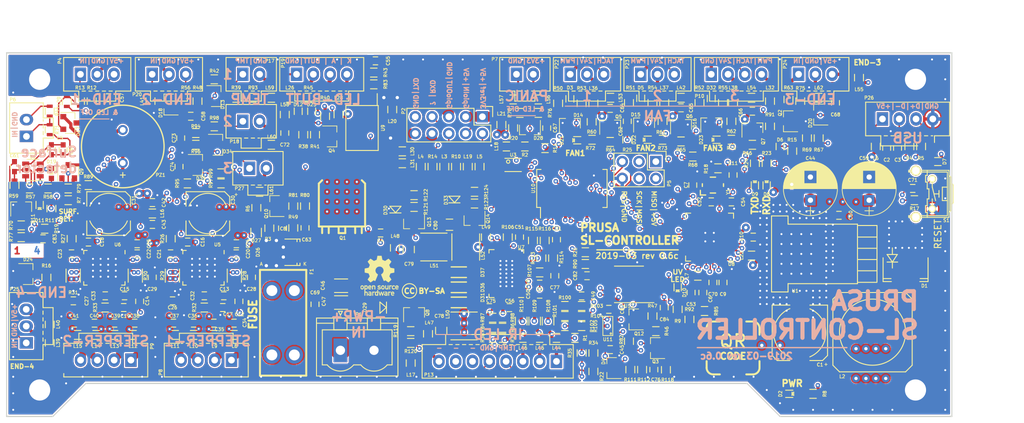
<source format=kicad_pcb>
(kicad_pcb (version 20190331) (host pcbnew "(5.1.0-368-g69cdb4a76)")
  (layers (0 "F.Cu" signal) (1 "In1.Cu" signal) (2 "In2.Cu" signal) (31 "B.Cu" signal) (34 "B.Paste" user) (35 "F.Paste" user) (36 "B.SilkS" user) (37 "F.SilkS" user) (38 "B.Mask" user) (39 "F.Mask" user) (44 "Edge.Cuts" user))
  (net 0 "")
  (net 1 "+5V")
  (net 2 "GND")
  (net 3 "/VBUS")
  (net 4 "/RESET")
  (net 5 "Net-(C6-Pad2)")
  (net 6 "Net-(C7-Pad1)")
  (net 7 "Net-(C9-Pad2)")
  (net 8 "Net-(C10-Pad2)")
  (net 9 "Net-(C11-Pad1)")
  (net 10 "+24V")
  (net 11 "Net-(C12-Pad2)")
  (net 12 "Net-(C13-Pad2)")
  (net 13 "Net-(C13-Pad1)")
  (net 14 "Net-(C14-Pad2)")
  (net 15 "Net-(C15-Pad2)")
  (net 16 "Net-(C15-Pad1)")
  (net 17 "+5V-MOT")
  (net 18 "Net-(C20-Pad1)")
  (net 19 "Net-(C21-Pad1)")
  (net 20 "Net-(C22-Pad1)")
  (net 21 "Net-(C23-Pad1)")
  (net 22 "Net-(C32-Pad2)")
  (net 23 "Net-(C33-Pad2)")
  (net 24 "Net-(C34-Pad2)")
  (net 25 "Net-(C35-Pad2)")
  (net 26 "Net-(C36-Pad2)")
  (net 27 "Net-(C37-Pad2)")
  (net 28 "Net-(C38-Pad2)")
  (net 29 "Net-(C39-Pad2)")
  (net 30 "Net-(C40-Pad2)")
  (net 31 "Net-(C41-Pad2)")
  (net 32 "Net-(D8-Pad2)")
  (net 33 "Net-(D8-Pad1)")
  (net 34 "Net-(D9-Pad1)")
  (net 35 "Net-(D9-Pad2)")
  (net 36 "Net-(L8-Pad2)")
  (net 37 "Net-(L9-Pad2)")
  (net 38 "Net-(L10-Pad2)")
  (net 39 "Net-(L11-Pad2)")
  (net 40 "Net-(L12-Pad2)")
  (net 41 "Net-(L13-Pad2)")
  (net 42 "Net-(L14-Pad2)")
  (net 43 "Net-(L15-Pad2)")
  (net 44 "MISO")
  (net 45 "SCK")
  (net 46 "MOSI")
  (net 47 "D0(RXD)")
  (net 48 "D1(TXD)")
  (net 49 "/D-")
  (net 50 "/D+")
  (net 51 "Net-(R10-Pad1)")
  (net 52 "EN-1")
  (net 53 "DIR-2")
  (net 54 "EN-2")
  (net 55 "DIR-1")
  (net 56 "Net-(D17-Pad2)")
  (net 57 "Net-(D1-Pad1)")
  (net 58 "BUTT-DETECT")
  (net 59 "Net-(C64-Pad1)")
  (net 60 "Net-(C65-Pad1)")
  (net 61 "Net-(C66-Pad1)")
  (net 62 "Net-(D2-Pad2)")
  (net 63 "Net-(D10-Pad2)")
  (net 64 "Net-(D11-Pad1)")
  (net 65 "Net-(D11-Pad2)")
  (net 66 "PWR-ON")
  (net 67 "Net-(D13-Pad3)")
  (net 68 "Net-(L26-Pad1)")
  (net 69 "Net-(L28-Pad1)")
  (net 70 "Net-(L28-Pad2)")
  (net 71 "Net-(L36-Pad1)")
  (net 72 "Net-(L37-Pad1)")
  (net 73 "Net-(L38-Pad1)")
  (net 74 "Net-(Q2-Pad1)")
  (net 75 "Net-(Q4-Pad1)")
  (net 76 "Net-(Q5-Pad1)")
  (net 77 "Net-(Q6-Pad1)")
  (net 78 "Net-(Q7-Pad1)")
  (net 79 "BUZZ")
  (net 80 "UV-LED")
  (net 81 "Net-(R11-Pad2)")
  (net 82 "END1")
  (net 83 "Net-(R14-Pad1)")
  (net 84 "Net-(R25-Pad2)")
  (net 85 "START-LED")
  (net 86 "END2")
  (net 87 "FAN1-TACH")
  (net 88 "FAN2-TACH")
  (net 89 "FAN3-TACH")
  (net 90 "FAN1")
  (net 91 "FAN2")
  (net 92 "FAN3")
  (net 93 "CSN-1")
  (net 94 "CSN-2")
  (net 95 "Net-(D21-Pad1)")
  (net 96 "Net-(D22-Pad1)")
  (net 97 "Net-(D23-Pad1)")
  (net 98 "Net-(C5-Pad1)")
  (net 99 "Net-(C5-Pad2)")
  (net 100 "Net-(Q9-Pad1)")
  (net 101 "Net-(Q10-Pad1)")
  (net 102 "PWR-BON")
  (net 103 "Net-(C63-Pad1)")
  (net 104 "Net-(PZ1-Pad2)")
  (net 105 "Step-2")
  (net 106 "Diag-2")
  (net 107 "Diag-1")
  (net 108 "Step-1")
  (net 109 "Net-(P6-Pad1)")
  (net 110 "A64-IN")
  (net 111 "Surface-detector")
  (net 112 "Net-(R57-Pad2)")
  (net 113 "Net-(Q11-Pad1)")
  (net 114 "Net-(D19-Pad2)")
  (net 115 "detect-ON")
  (net 116 "A64-OUT")
  (net 117 "Net-(D12-Pad1)")
  (net 118 "CS-MCP")
  (net 119 "3V3_ref")
  (net 120 "Net-(C8-Pad2)")
  (net 121 "Net-(L3-Pad2)")
  (net 122 "UV-LED-PWM")
  (net 123 "Net-(L4-Pad2)")
  (net 124 "Net-(R43-Pad2)")
  (net 125 "Net-(L20-Pad1)")
  (net 126 "Net-(L21-Pad1)")
  (net 127 "Net-(L18-Pad1)")
  (net 128 "Net-(L19-Pad1)")
  (net 129 "Net-(C52-Pad1)")
  (net 130 "Net-(L4-Pad1)")
  (net 131 "Net-(L3-Pad1)")
  (net 132 "Net-(L5-Pad1)")
  (net 133 "24VDC")
  (net 134 "Net-(Q12-Pad3)")
  (net 135 "Net-(Q12-Pad1)")
  (net 136 "Net-(D35-Pad3)")
  (net 137 "Net-(D34-Pad3)")
  (net 138 "TEMP-3")
  (net 139 "TEMP-1")
  (net 140 "TEMP-2")
  (net 141 "AnalogSwB")
  (net 142 "AnalogSwA")
  (net 143 "TEMP-LED")
  (net 144 "Net-(C48-Pad2)")
  (net 145 "Net-(C49-Pad1)")
  (net 146 "Net-(C50-Pad2)")
  (net 147 "Net-(C51-Pad2)")
  (net 148 "PANIC")
  (net 149 "UV-LED-1")
  (net 150 "UV-LED-2")
  (net 151 "/4-chanel-LED-PWR/MP1")
  (net 152 "UV-LED-3")
  (net 153 "Net-(D4-Pad3)")
  (net 154 "Net-(D31-Pad2)")
  (net 155 "Net-(D36-Pad2)")
  (net 156 "Net-(D37-Pad2)")
  (net 157 "Net-(L17-Pad1)")
  (net 158 "Net-(L44-Pad1)")
  (net 159 "Net-(L45-Pad1)")
  (net 160 "Net-(L46-Pad1)")
  (net 161 "Net-(R36-Pad2)")
  (net 162 "Net-(R84-Pad2)")
  (net 163 "Net-(R87-Pad2)")
  (net 164 "Net-(R100-Pad1)")
  (net 165 "Net-(R101-Pad1)")
  (net 166 "Net-(R102-Pad1)")
  (net 167 "Net-(R106-Pad2)")
  (net 168 "Net-(R107-Pad2)")
  (net 169 "UV-LED-MULTIPLEX")
  (net 170 "Net-(L58-Pad1)")
  (net 171 "Net-(L41-Pad1)")
  (net 172 "Net-(L53-Pad1)")
  (net 173 "Net-(L42-Pad1)")
  (net 174 "Net-(L54-Pad1)")
  (net 175 "Net-(L61-Pad1)")
  (net 176 "Net-(L56-Pad2)")
  (net 177 "Net-(L57-Pad1)")
  (net 178 "Net-(L59-Pad1)")
  (net 179 "Net-(L60-Pad1)")
  (net 180 "Net-(C69-Pad1)")
  (net 181 "Net-(L56-Pad1)")
  (net 182 "/4-chanel-LED-PWR/MP3")
  (net 183 "/4-chanel-LED-PWR/MP2")
  (net 184 "Net-(D32-Pad1)")
  (net 185 "Net-(D5-Pad1)")
  (net 186 "Net-(D3-Pad1)")
  (net 187 "TEMP-MULTIPLEX")
  (net 188 "Net-(C71-Pad2)")
  (net 189 "Net-(L6-Pad1)")
  (net 190 "Net-(P26-Pad2)")
  (net 191 "Net-(P26-Pad3)")
  (net 192 "DC-voltage")
  (net 193 "Net-(L30-Pad2)")
  (net 194 "END4")
  (net 195 "END3")
  (net 196 "FAN3-PWM")
  (net 197 "Net-(L32-Pad2)")
  (net 198 "Net-(L32-Pad1)")
  (net 199 "Net-(L62-Pad2)")
  (net 200 "Net-(L55-Pad2)")
  (net 201 "Net-(L40-Pad2)")
  (net 202 "Net-(L39-Pad2)")
  (net 203 "Net-(P13-Pad4)")
  (net 204 "Net-(P19-Pad3)")
  (net 205 "Net-(P4-Pad1)")
  (net 206 "Net-(P20-Pad1)")
  (net 207 "Net-(P24-Pad1)")
  (net 208 "Net-(P25-Pad1)")
  (net 209 "Net-(P27-Pad1)")
  (net 210 "Net-(P18-Pad1)")
  (net 211 "Net-(P17-Pad1)")
  (net 212 "Net-(D3-Pad2)")
  (net 213 "Net-(D5-Pad2)")
  (net 214 "Net-(D32-Pad2)")
  (net 215 "Net-(D29-Pad2)")
  (net 216 "Net-(Q3-Pad3)")
  (net 217 "Net-(Q3-Pad1)")
  (net 218 "Net-(D30-Pad2)")
  (net 219 "Net-(D33-Pad2)")
  (net 220 "Net-(Q8-Pad3)")
  (net 221 "Net-(Q13-Pad3)")
  (net 222 "Net-(Q14-Pad3)")
  (net 223 "/LED1+")
  (net 224 "/LED2+")
  (net 225 "/LED3+")
  (net 226 "/LED1-_1")
  (net 227 "/LED2-_1")
  (net 228 "/LED3-")
  (net 229 "/PWM2")
  (net 230 "/ENABLE")
  (module "ok1hra:QR-code-8x8mm" (layer "F.Cu") (at 104.902 40.64)
    (fp_text reference "Q15" hide)
    (fp_text value "QRcode")
    (fp_text user "CODE" (at 0 1.25) (layer "F.SilkS") (effects (font (thickness 0.25))))
    (fp_text user "QR" (at 0 -1) (layer "F.SilkS") (effects (font (size 2 2) (thickness 0.3))))
  )
  (module "Inductors:Inductor_Taiyo-Yuden_MD-4040" (layer "F.Cu") (at 64.206 37.31)
    (fp_text reference "L50" (at -2.484 -1.75 90) (layer "F.SilkS") (effects (font (size 0.5 0.5) (thickness 0.1))))
    (fp_text value "10uH  LQH44PN100MP0L")
    (pad "1" smd rect (at -1.4 0) (size 1.2 3.7) (layers "F.Cu" "F.Paste" "F.Mask") (net 151 "/4-chanel-LED-PWR/MP1"))
    (pad "2" smd rect (at 1.4 0) (size 1.2 3.7) (layers "F.Cu" "F.Paste" "F.Mask") (net 154 "Net-(D31-Pad2)"))
  )
  (module "Inductors:Inductor_Taiyo-Yuden_MD-4040" (layer "F.Cu") (at 64.46 25.372 270)
    (fp_text reference "L52" (at 1.298 -2.596 270) (layer "F.SilkS") (effects (font (size 0.5 0.5) (thickness 0.1))))
    (fp_text value "10uH  LQH44PN100MP0L")
    (pad "2" smd rect (at 1.4 0 270) (size 1.2 3.7) (layers "F.Cu" "F.Paste" "F.Mask") (net 156 "Net-(D37-Pad2)"))
    (pad "1" smd rect (at -1.4 0 270) (size 1.2 3.7) (layers "F.Cu" "F.Paste" "F.Mask") (net 182 "/4-chanel-LED-PWR/MP3"))
  )
  (module "Inductors:Inductor_Taiyo-Yuden_MD-4040" (layer "F.Cu") (at 59.634 25.372)
    (fp_text reference "L51" (at 0.056 2.822) (layer "F.SilkS") (effects (font (size 0.5 0.5) (thickness 0.1))))
    (fp_text value "10uH  LQH44PN100MP0L")
    (pad "1" smd rect (at -1.4 0) (size 1.2 3.7) (layers "F.Cu" "F.Paste" "F.Mask") (net 183 "/4-chanel-LED-PWR/MP2"))
    (pad "2" smd rect (at 1.4 0) (size 1.2 3.7) (layers "F.Cu" "F.Paste" "F.Mask") (net 155 "Net-(D36-Pad2)"))
  )
  (module "ok1hra:SOD-523-ShortSilk" (layer "F.Cu") (at 80.2132 3.4544 270)
    (fp_text reference "D3" (at -2.1844 0) (layer "F.SilkS") (effects (font (size 0.5 0.5) (thickness 0.1))))
    (fp_text value "BAT54KFILM")
    (pad "1" smd rect (at -0.675 0 90) (size 0.65 0.3) (layers "F.Cu" "F.Paste" "F.Mask") (net 186 "Net-(D3-Pad1)"))
    (pad "2" smd rect (at 0.675 0 90) (size 0.65 0.3) (layers "F.Cu" "F.Paste" "F.Mask") (net 212 "Net-(D3-Pad2)"))
  )
  (module "ok1hra:SOD-523-ShortSilk" (layer "F.Cu") (at 90.932 3.3782 270)
    (fp_text reference "D5" (at -2.1082 0) (layer "F.SilkS") (effects (font (size 0.5 0.5) (thickness 0.1))))
    (fp_text value "BAT54KFILM")
    (pad "1" smd rect (at -0.675 0 90) (size 0.65 0.3) (layers "F.Cu" "F.Paste" "F.Mask") (net 185 "Net-(D5-Pad1)"))
    (pad "2" smd rect (at 0.675 0 90) (size 0.65 0.3) (layers "F.Cu" "F.Paste" "F.Mask") (net 213 "Net-(D5-Pad2)"))
  )
  (module "ok1hra:SOD-523-ShortSilk" (layer "F.Cu") (at 112.014 10.668 270)
    (fp_text reference "D6" (at -1.524 0) (layer "F.SilkS") (effects (font (size 0.5 0.5) (thickness 0.1))))
    (fp_text value "BAT54KFILM")
    (pad "1" smd rect (at -0.675 0 90) (size 0.65 0.3) (layers "F.Cu" "F.Paste" "F.Mask") (net 1 "+5V"))
    (pad "2" smd rect (at 0.675 0 90) (size 0.65 0.3) (layers "F.Cu" "F.Paste" "F.Mask") (net 4 "/RESET"))
  )
  (module "ok1hra:SOD-523-ShortSilk" (layer "F.Cu") (at 135.382 12.446 180)
    (fp_text reference "D7" (at -1.524 0 270) (layer "F.SilkS") (effects (font (size 0.5 0.5) (thickness 0.1))))
    (fp_text value "BAT54KFILM")
    (pad "1" smd rect (at -0.675 0) (size 0.65 0.3) (layers "F.Cu" "F.Paste" "F.Mask") (net 1 "+5V"))
    (pad "2" smd rect (at 0.675 0) (size 0.65 0.3) (layers "F.Cu" "F.Paste" "F.Mask") (net 3 "/VBUS"))
  )
  (module "ok1hra:SOD-523-ShortSilk" (layer "F.Cu") (at 39.116 5.334 270)
    (fp_text reference "D12" (at -1.524 0) (layer "F.SilkS") (effects (font (size 0.5 0.5) (thickness 0.1))))
    (fp_text value "BAT54KFILM")
    (pad "1" smd rect (at -0.675 0 90) (size 0.65 0.3) (layers "F.Cu" "F.Paste" "F.Mask") (net 117 "Net-(D12-Pad1)"))
    (pad "2" smd rect (at 0.675 0 90) (size 0.65 0.3) (layers "F.Cu" "F.Paste" "F.Mask") (net 102 "PWR-BON"))
  )
  (module "ok1hra:SOD-523-ShortSilk" (layer "F.Cu") (at 41.148 5.334 270)
    (fp_text reference "D25" (at -1.524 0) (layer "F.SilkS") (effects (font (size 0.5 0.5) (thickness 0.1))))
    (fp_text value "BAT54KFILM")
    (pad "1" smd rect (at -0.675 0 90) (size 0.65 0.3) (layers "F.Cu" "F.Paste" "F.Mask") (net 117 "Net-(D12-Pad1)"))
    (pad "2" smd rect (at 0.675 0 90) (size 0.65 0.3) (layers "F.Cu" "F.Paste" "F.Mask") (net 58 "BUTT-DETECT"))
  )
  (module "ok1hra:SOD-523-ShortSilk" (layer "F.Cu") (at 101.6 3.4036 270)
    (fp_text reference "D32" (at -2.1336 0) (layer "F.SilkS") (effects (font (size 0.5 0.5) (thickness 0.1))))
    (fp_text value "BAT54KFILM")
    (pad "1" smd rect (at -0.675 0 90) (size 0.65 0.3) (layers "F.Cu" "F.Paste" "F.Mask") (net 184 "Net-(D32-Pad1)"))
    (pad "2" smd rect (at 0.675 0 90) (size 0.65 0.3) (layers "F.Cu" "F.Paste" "F.Mask") (net 214 "Net-(D32-Pad2)"))
  )
  (module "Symbols:OSHW-Logo_5.7x6mm_SilkScreen" (layer "F.Cu") (at 51.4096 29.718)
    (fp_text reference "" hide)
    (fp_text value "open hardware" hide)
  )
  (module "Diodes_SMD:MiniMELF_Standard" (layer "F.Cu") (at 62.738 18.288 90)
    (fp_text reference "D33" (at 0 -1.27 90) (layer "F.SilkS") (effects (font (size 0.5 0.5) (thickness 0.1))))
    (fp_text value "ZMM16")
    (pad "1" smd rect (at -1.75006 0 90) (size 1.30048 1.69926) (layers "F.Cu" "F.Paste" "F.Mask") (net 182 "/4-chanel-LED-PWR/MP3"))
    (pad "2" smd rect (at 1.75006 0 90) (size 1.30048 1.69926) (layers "F.Cu" "F.Paste" "F.Mask") (net 219 "Net-(D33-Pad2)"))
  )
  (module "Diodes_SMD:MiniMELF_Standard" (layer "F.Cu") (at 53.82006 19.812 90)
    (fp_text reference "D30" (at 0 -1.49606 90) (layer "F.SilkS") (effects (font (size 0.5 0.5) (thickness 0.1))))
    (fp_text value "ZMM16")
    (pad "2" smd rect (at 1.75006 0 90) (size 1.30048 1.69926) (layers "F.Cu" "F.Paste" "F.Mask") (net 218 "Net-(D30-Pad2)"))
    (pad "1" smd rect (at -1.75006 0 90) (size 1.30048 1.69926) (layers "F.Cu" "F.Paste" "F.Mask") (net 183 "/4-chanel-LED-PWR/MP2"))
  )
  (module "Diodes_SMD:MiniMELF_Standard" (layer "F.Cu") (at 52.07 34.544 180)
    (fp_text reference "D29" (at 2.8702 0.0508 270) (layer "F.SilkS") (effects (font (size 0.5 0.5) (thickness 0.1))))
    (fp_text value "ZMM16")
    (pad "1" smd rect (at -1.75006 0 180) (size 1.30048 1.69926) (layers "F.Cu" "F.Paste" "F.Mask") (net 151 "/4-chanel-LED-PWR/MP1"))
    (pad "2" smd rect (at 1.75006 0 180) (size 1.30048 1.69926) (layers "F.Cu" "F.Paste" "F.Mask") (net 215 "Net-(D29-Pad2)"))
  )
  (module "Resistors_SMD:R_0603" (layer "F.Cu") (at 98.298 36.322 90)
    (fp_text reference "R92" (at 1.524 0 180) (layer "F.SilkS") (effects (font (size 0.5 0.5) (thickness 0.1))))
    (fp_text value "100R")
    (pad "2" smd rect (at 0.75 0 90) (size 0.5 0.9) (layers "F.Cu" "F.Paste" "F.Mask") (net 230 "/ENABLE"))
    (pad "1" smd rect (at -0.75 0 90) (size 0.5 0.9) (layers "F.Cu" "F.Paste" "F.Mask") (net 217 "Net-(Q3-Pad1)"))
  )
  (module "Resistors_SMD:R_0603" (layer "F.Cu") (at 65.786 17.018 180)
    (fp_text reference "R124" (at -1.778 0.1524 270) (layer "F.SilkS") (effects (font (size 0.5 0.5) (thickness 0.1))))
    (fp_text value "33k")
    (pad "1" smd rect (at -0.75 0 180) (size 0.5 0.9) (layers "F.Cu" "F.Paste" "F.Mask") (net 219 "Net-(D33-Pad2)"))
    (pad "2" smd rect (at 0.75 0 180) (size 0.5 0.9) (layers "F.Cu" "F.Paste" "F.Mask") (net 216 "Net-(Q3-Pad3)"))
  )
  (module "Resistors_SMD:R_0603" (layer "F.Cu") (at 94.742 43.942 270)
    (fp_text reference "R118" (at 1.524 -0.254) (layer "F.SilkS") (effects (font (size 0.5 0.5) (thickness 0.1))))
    (fp_text value "100k")
    (pad "2" smd rect (at 0.75 0 270) (size 0.5 0.9) (layers "F.Cu" "F.Paste" "F.Mask") (net 2 "GND"))
    (pad "1" smd rect (at -0.75 0 270) (size 0.5 0.9) (layers "F.Cu" "F.Paste" "F.Mask") (net 217 "Net-(Q3-Pad1)"))
  )
  (module "Resistors_SMD:R_0603" (layer "F.Cu") (at 56.134 38.1 180)
    (fp_text reference "R119" (at 2.286 0 270) (layer "F.SilkS") (effects (font (size 0.5 0.5) (thickness 0.1))))
    (fp_text value "100k")
    (pad "1" smd rect (at -0.75 0 180) (size 0.5 0.9) (layers "F.Cu" "F.Paste" "F.Mask") (net 151 "/4-chanel-LED-PWR/MP1"))
    (pad "2" smd rect (at 0.75 0 180) (size 0.5 0.9) (layers "F.Cu" "F.Paste" "F.Mask") (net 215 "Net-(D29-Pad2)"))
  )
  (module "Resistors_SMD:R_0603" (layer "F.Cu") (at 56.134 39.878)
    (fp_text reference "R120" (at 0 1.27 180) (layer "F.SilkS") (effects (font (size 0.5 0.5) (thickness 0.1))))
    (fp_text value "33k")
    (pad "2" smd rect (at 0.75 0) (size 0.5 0.9) (layers "F.Cu" "F.Paste" "F.Mask") (net 216 "Net-(Q3-Pad3)"))
    (pad "1" smd rect (at -0.75 0) (size 0.5 0.9) (layers "F.Cu" "F.Paste" "F.Mask") (net 215 "Net-(D29-Pad2)"))
  )
  (module "Resistors_SMD:R_0603" (layer "F.Cu") (at 56.642 19.304)
    (fp_text reference "R121" (at 1.778 0.254 90) (layer "F.SilkS") (effects (font (size 0.5 0.5) (thickness 0.1))))
    (fp_text value "100k")
    (pad "1" smd rect (at -0.75 0) (size 0.5 0.9) (layers "F.Cu" "F.Paste" "F.Mask") (net 183 "/4-chanel-LED-PWR/MP2"))
    (pad "2" smd rect (at 0.75 0) (size 0.5 0.9) (layers "F.Cu" "F.Paste" "F.Mask") (net 218 "Net-(D30-Pad2)"))
  )
  (module "Resistors_SMD:R_0603" (layer "F.Cu") (at 56.642 17.526)
    (fp_text reference "R122" (at 1.778 0 90) (layer "F.SilkS") (effects (font (size 0.5 0.5) (thickness 0.1))))
    (fp_text value "33k")
    (pad "2" smd rect (at 0.75 0) (size 0.5 0.9) (layers "F.Cu" "F.Paste" "F.Mask") (net 216 "Net-(Q3-Pad3)"))
    (pad "1" smd rect (at -0.75 0) (size 0.5 0.9) (layers "F.Cu" "F.Paste" "F.Mask") (net 218 "Net-(D30-Pad2)"))
  )
  (module "Resistors_SMD:R_0603" (layer "F.Cu") (at 65.786 18.796)
    (fp_text reference "R123" (at 1.778 0 90) (layer "F.SilkS") (effects (font (size 0.5 0.5) (thickness 0.1))))
    (fp_text value "100k")
    (pad "1" smd rect (at -0.75 0) (size 0.5 0.9) (layers "F.Cu" "F.Paste" "F.Mask") (net 182 "/4-chanel-LED-PWR/MP3"))
    (pad "2" smd rect (at 0.75 0) (size 0.5 0.9) (layers "F.Cu" "F.Paste" "F.Mask") (net 219 "Net-(D33-Pad2)"))
  )
  (module "TO_SOT_Packages_SMD:SOT-23" (layer "F.Cu") (at 65.786 21.336 270)
    (fp_text reference "Q14" (at -0.254 -2.032 270) (layer "F.SilkS") (effects (font (size 0.5 0.5) (thickness 0.1))))
    (fp_text value "FDN352AP")
    (pad "3" smd rect (at 1 0 270) (size 0.9 0.8) (layers "F.Cu" "F.Paste" "F.Mask") (net 222 "Net-(Q14-Pad3)"))
    (pad "2" smd rect (at -1 0.95 270) (size 0.9 0.8) (layers "F.Cu" "F.Paste" "F.Mask") (net 182 "/4-chanel-LED-PWR/MP3"))
    (pad "1" smd rect (at -1 -0.95 270) (size 0.9 0.8) (layers "F.Cu" "F.Paste" "F.Mask") (net 219 "Net-(D33-Pad2)"))
  )
  (module "TO_SOT_Packages_SMD:SOT-23" (layer "F.Cu") (at 56.642 21.844 270)
    (fp_text reference "Q13" (at -0.254 -2.286 270) (layer "F.SilkS") (effects (font (size 0.5 0.5) (thickness 0.1))))
    (fp_text value "FDN352AP")
    (pad "1" smd rect (at -1 -0.95 270) (size 0.9 0.8) (layers "F.Cu" "F.Paste" "F.Mask") (net 218 "Net-(D30-Pad2)"))
    (pad "2" smd rect (at -1 0.95 270) (size 0.9 0.8) (layers "F.Cu" "F.Paste" "F.Mask") (net 183 "/4-chanel-LED-PWR/MP2"))
    (pad "3" smd rect (at 1 0 270) (size 0.9 0.8) (layers "F.Cu" "F.Paste" "F.Mask") (net 221 "Net-(Q13-Pad3)"))
  )
  (module "TO_SOT_Packages_SMD:SOT-23" (layer "F.Cu") (at 93.1672 40.6654 180)
    (fp_text reference "Q3" (at 0 -2.032 180) (layer "F.SilkS") (effects (font (size 0.5 0.5) (thickness 0.1))))
    (fp_text value "MMBF170")
    (pad "3" smd rect (at 1 0 180) (size 0.9 0.8) (layers "F.Cu" "F.Paste" "F.Mask") (net 216 "Net-(Q3-Pad3)"))
    (pad "2" smd rect (at -1 0.95 180) (size 0.9 0.8) (layers "F.Cu" "F.Paste" "F.Mask") (net 2 "GND"))
    (pad "1" smd rect (at -1 -0.95 180) (size 0.9 0.8) (layers "F.Cu" "F.Paste" "F.Mask") (net 217 "Net-(Q3-Pad1)"))
  )
  (module "TO_SOT_Packages_SMD:SOT-23" (layer "F.Cu") (at 56.642 35.306 90)
    (fp_text reference "Q8" (at 0 2.032 90) (layer "F.SilkS") (effects (font (size 0.5 0.5) (thickness 0.1))))
    (fp_text value "FDN352AP")
    (pad "1" smd rect (at -1 -0.95 90) (size 0.9 0.8) (layers "F.Cu" "F.Paste" "F.Mask") (net 215 "Net-(D29-Pad2)"))
    (pad "2" smd rect (at -1 0.95 90) (size 0.9 0.8) (layers "F.Cu" "F.Paste" "F.Mask") (net 151 "/4-chanel-LED-PWR/MP1"))
    (pad "3" smd rect (at 1 0 90) (size 0.9 0.8) (layers "F.Cu" "F.Paste" "F.Mask") (net 220 "Net-(Q8-Pad3)"))
  )
  (module "ok1hra:LED_0603-ShortSilk" (layer "F.Cu") (at 113.95 47.582)
    (fp_text reference "D2" (at -1.888 0 -270) (layer "F.SilkS") (effects (font (size 0.5 0.5) (thickness 0.1))))
    (fp_text value "GRN")
    (pad "2" smd rect (at 0.7493 0 180) (size 0.79756 0.79756) (layers "F.Cu" "F.Paste" "F.Mask") (net 62 "Net-(D2-Pad2)"))
    (pad "1" smd rect (at -0.7493 0 180) (size 0.79756 0.79756) (layers "F.Cu" "F.Paste" "F.Mask") (net 2 "GND"))
  )
  (module "ok1hra:LED_0603-ShortSilk" (layer "F.Cu") (at 101.854 9.144 180)
    (fp_text reference "D23" (at 1.778 0 -90) (layer "F.SilkS") (effects (font (size 0.5 0.5) (thickness 0.1))))
    (fp_text value "GRN")
    (pad "1" smd rect (at -0.7493 0) (size 0.79756 0.79756) (layers "F.Cu" "F.Paste" "F.Mask") (net 97 "Net-(D23-Pad1)"))
    (pad "2" smd rect (at 0.7493 0) (size 0.79756 0.79756) (layers "F.Cu" "F.Paste" "F.Mask") (net 10 "+24V"))
  )
  (module "ok1hra:LED_0603-ShortSilk" (layer "F.Cu") (at 91.44 9.144 180)
    (fp_text reference "D22" (at 1.524 0 -90) (layer "F.SilkS") (effects (font (size 0.5 0.5) (thickness 0.1))))
    (fp_text value "GRN")
    (pad "2" smd rect (at 0.7493 0) (size 0.79756 0.79756) (layers "F.Cu" "F.Paste" "F.Mask") (net 10 "+24V"))
    (pad "1" smd rect (at -0.7493 0) (size 0.79756 0.79756) (layers "F.Cu" "F.Paste" "F.Mask") (net 96 "Net-(D22-Pad1)"))
  )
  (module "ok1hra:LED_0603-ShortSilk" (layer "F.Cu") (at 80.772 9.22 180)
    (fp_text reference "D21" (at 1.778 0 -90) (layer "F.SilkS") (effects (font (size 0.5 0.5) (thickness 0.1))))
    (fp_text value "GRN")
    (pad "1" smd rect (at -0.7493 0) (size 0.79756 0.79756) (layers "F.Cu" "F.Paste" "F.Mask") (net 95 "Net-(D21-Pad1)"))
    (pad "2" smd rect (at 0.7493 0) (size 0.79756 0.79756) (layers "F.Cu" "F.Paste" "F.Mask") (net 10 "+24V"))
  )
  (module "ok1hra:LED_0603-ShortSilk" (layer "F.Cu") (at 1.778 14.2367 270)
    (fp_text reference "D19" (at -1.7907 0) (layer "F.SilkS") (effects (font (size 0.5 0.5) (thickness 0.1))))
    (fp_text value "GRN")
    (pad "2" smd rect (at 0.7493 0 90) (size 0.79756 0.79756) (layers "F.Cu" "F.Paste" "F.Mask") (net 114 "Net-(D19-Pad2)"))
    (pad "1" smd rect (at -0.7493 0 90) (size 0.79756 0.79756) (layers "F.Cu" "F.Paste" "F.Mask") (net 64 "Net-(D11-Pad1)"))
  )
  (module "ok1hra:LED_0603-ShortSilk" (layer "F.Cu") (at 0 19.558 270)
    (fp_text reference "D11" (at 1.778 0) (layer "F.SilkS") (effects (font (size 0.5 0.5) (thickness 0.1))))
    (fp_text value "GRN")
    (pad "1" smd rect (at -0.7493 0 90) (size 0.79756 0.79756) (layers "F.Cu" "F.Paste" "F.Mask") (net 64 "Net-(D11-Pad1)"))
    (pad "2" smd rect (at 0.7493 0 90) (size 0.79756 0.79756) (layers "F.Cu" "F.Paste" "F.Mask") (net 65 "Net-(D11-Pad2)"))
  )
  (module "ok1hra:LED_0603-ShortSilk" (layer "F.Cu") (at 96.52 32.004 270)
    (fp_text reference "D10" (at 0.254 -1.016 90) (layer "F.SilkS") (effects (font (size 0.5 0.5) (thickness 0.1))))
    (fp_text value "GRN")
    (pad "2" smd rect (at 0.7493 0 90) (size 0.79756 0.79756) (layers "F.Cu" "F.Paste" "F.Mask") (net 63 "Net-(D10-Pad2)"))
    (pad "1" smd rect (at -0.7493 0 90) (size 0.79756 0.79756) (layers "F.Cu" "F.Paste" "F.Mask") (net 2 "GND"))
  )
  (module "ok1hra:LED_0603-ShortSilk" (layer "F.Cu") (at 108.204 15.494 90)
    (fp_text reference "D9" (at -1.888 0 -180) (layer "F.SilkS") (effects (font (size 0.5 0.5) (thickness 0.1))))
    (fp_text value "GRN")
    (pad "1" smd rect (at -0.7493 0 270) (size 0.79756 0.79756) (layers "F.Cu" "F.Paste" "F.Mask") (net 34 "Net-(D9-Pad1)"))
    (pad "2" smd rect (at 0.7493 0 270) (size 0.79756 0.79756) (layers "F.Cu" "F.Paste" "F.Mask") (net 35 "Net-(D9-Pad2)"))
  )
  (module "ok1hra:LED_0603-ShortSilk" (layer "F.Cu") (at 109.982 15.494 90)
    (fp_text reference "D8" (at -1.888 0 -180) (layer "F.SilkS") (effects (font (size 0.5 0.5) (thickness 0.1))))
    (fp_text value "GRN")
    (pad "2" smd rect (at 0.7493 0 270) (size 0.79756 0.79756) (layers "F.Cu" "F.Paste" "F.Mask") (net 32 "Net-(D8-Pad2)"))
    (pad "1" smd rect (at -0.7493 0 270) (size 0.79756 0.79756) (layers "F.Cu" "F.Paste" "F.Mask") (net 33 "Net-(D8-Pad1)"))
  )
  (module "ok1hra:PowerDI_123" (layer "F.Cu") (at 64.46 31.468)
    (fp_text reference "D36" (at 2.548 0.028 90) (layer "F.SilkS") (effects (font (size 0.5 0.5) (thickness 0.1))))
    (fp_text value "DFLS140L")
    (pad "2" smd rect (at 1.45 0) (size 0.9 1.4) (layers "F.Cu" "F.Paste" "F.Mask") (net 155 "Net-(D36-Pad2)"))
    (pad "1" smd rect (at -1.1 0) (size 2.2 1.4) (layers "F.Cu" "F.Paste" "F.Mask") (net 133 "24VDC"))
  )
  (module "ok1hra:PowerDI_123" (layer "F.Cu") (at 64.46 29.182)
    (fp_text reference "D37" (at 2.548 0.028 90) (layer "F.SilkS") (effects (font (size 0.5 0.5) (thickness 0.1))))
    (fp_text value "DFLS140L")
    (pad "2" smd rect (at 1.45 0) (size 0.9 1.4) (layers "F.Cu" "F.Paste" "F.Mask") (net 156 "Net-(D37-Pad2)"))
    (pad "1" smd rect (at -1.1 0) (size 2.2 1.4) (layers "F.Cu" "F.Paste" "F.Mask") (net 133 "24VDC"))
  )
  (module "ok1hra:PowerDI_123" (layer "F.Cu") (at 64.46 33.754)
    (fp_text reference "D31" (at 2.548 -0.734 90) (layer "F.SilkS") (effects (font (size 0.5 0.5) (thickness 0.1))))
    (fp_text value "DFLS140L")
    (pad "2" smd rect (at 1.45 0) (size 0.9 1.4) (layers "F.Cu" "F.Paste" "F.Mask") (net 154 "Net-(D31-Pad2)"))
    (pad "1" smd rect (at -1.1 0) (size 2.2 1.4) (layers "F.Cu" "F.Paste" "F.Mask") (net 133 "24VDC"))
  )
  (module "Capacitors_SMD:C_0603" (layer "F.Cu") (at 1.778 10.656 90)
    (fp_text reference "C5" (at 1.766 1.27 180) (layer "F.SilkS") (effects (font (size 0.5 0.5) (thickness 0.1))))
    (fp_text value "100n")
    (pad "2" smd rect (at 0.75 0 90) (size 0.8 0.75) (layers "F.Cu" "F.Paste" "F.Mask") (net 99 "Net-(C5-Pad2)"))
    (pad "1" smd rect (at -0.75 0 90) (size 0.8 0.75) (layers "F.Cu" "F.Paste" "F.Mask") (net 98 "Net-(C5-Pad1)"))
  )
  (module "Capacitors_SMD:C_0603" (layer "F.Cu") (at 3.556 10.668 90)
    (fp_text reference "C86" (at 0 1.1684 90) (layer "F.SilkS") (effects (font (size 0.5 0.5) (thickness 0.1))))
    (fp_text value "100n")
    (pad "1" smd rect (at -0.75 0 90) (size 0.8 0.75) (layers "F.Cu" "F.Paste" "F.Mask") (net 98 "Net-(C5-Pad1)"))
    (pad "2" smd rect (at 0.75 0 90) (size 0.8 0.75) (layers "F.Cu" "F.Paste" "F.Mask") (net 99 "Net-(C5-Pad2)"))
  )
  (module "Diodes_SMD:SMC_Standard" (layer "F.Cu") (at 131 27 90)
    (fp_text reference "D1" (at -4.242 2.858 180) (layer "F.SilkS") (effects (font (size 0.5 0.5) (thickness 0.1))))
    (fp_text value "B540C-13-F")
    (pad "1" smd rect (at -3.40106 0 180) (size 3.29946 2.49936) (layers "F.Cu" "F.Paste" "F.Mask") (net 57 "Net-(D1-Pad1)"))
    (pad "2" smd rect (at 3.40106 0 180) (size 3.29946 2.49936) (layers "F.Cu" "F.Paste" "F.Mask") (net 2 "GND"))
  )
  (module "Diodes_SMD:SOD-323" (layer "F.Cu") (at 32.744 22.526 90)
    (fp_text reference "D27" (at -1.858 0.022 180) (layer "F.SilkS") (effects (font (size 0.5 0.5) (thickness 0.1))))
    (fp_text value "MM3Z15VT1G*")
    (pad "1" smd rect (at -1.055 0 90) (size 0.59 0.45) (layers "F.Cu" "F.Paste" "F.Mask") (net 133 "24VDC"))
    (pad "2" smd rect (at 1.055 0 90) (size 0.59 0.45) (layers "F.Cu" "F.Paste" "F.Mask") (net 120 "Net-(C8-Pad2)"))
  )
  (module "Diodes_SMD:SMB_Standard" (layer "F.Cu") (at 37.084 26.162 180)
    (fp_text reference "D26" (at 4.064 0 270) (layer "F.SilkS") (effects (font (size 0.5 0.5) (thickness 0.1))))
    (fp_text value "SM6T30A")
    (fp_text user "K" (at -3.048 -1.778 180) (layer "F.SilkS") (effects (font (size 0.5 0.5) (thickness 0.1))))
    (fp_text user "A" (at 3.556 -1.778 180) (layer "F.SilkS") (effects (font (size 0.5 0.5) (thickness 0.1))))
    (pad "1" smd rect (at -2.14884 0 180) (size 2.49936 2.30124) (layers "F.Cu" "F.Paste" "F.Mask") (net 133 "24VDC"))
    (pad "2" smd rect (at 2.14884 0 180) (size 2.49936 2.30124) (layers "F.Cu" "F.Paste" "F.Mask") (net 2 "GND"))
  )
  (module "Capacitors_SMD:C_0603" (layer "F.Cu") (at 86.106 34.798)
    (fp_text reference "C85" (at 2.032 0 90) (layer "F.SilkS") (effects (font (size 0.5 0.5) (thickness 0.1))))
    (fp_text value "100n")
    (pad "1" smd rect (at -0.75 0) (size 0.8 0.75) (layers "F.Cu" "F.Paste" "F.Mask") (net 2 "GND"))
    (pad "2" smd rect (at 0.75 0) (size 0.8 0.75) (layers "F.Cu" "F.Paste" "F.Mask") (net 1 "+5V"))
  )
  (module "Capacitors_SMD:C_0603" (layer "F.Cu") (at 94.488 34.544 90)
    (fp_text reference "C84" (at -1.778 0.0254 180) (layer "F.SilkS") (effects (font (size 0.5 0.5) (thickness 0.1))))
    (fp_text value "100n")
    (pad "1" smd rect (at -0.75 0 90) (size 0.8 0.75) (layers "F.Cu" "F.Paste" "F.Mask") (net 2 "GND"))
    (pad "2" smd rect (at 0.75 0 90) (size 0.8 0.75) (layers "F.Cu" "F.Paste" "F.Mask") (net 187 "TEMP-MULTIPLEX"))
  )
  (module "Resistors_SMD:R_0603" (layer "F.Cu") (at 1.524 39.878 90)
    (fp_text reference "L39" (at 0 1.27 90) (layer "F.SilkS") (effects (font (size 0.5 0.5) (thickness 0.1))))
    (fp_text value "BLM18KG121TN1D")
    (pad "2" smd rect (at 0.75 0 90) (size 0.5 0.9) (layers "F.Cu" "F.Paste" "F.Mask") (net 202 "Net-(L39-Pad2)"))
    (pad "1" smd rect (at -0.75 0 90) (size 0.5 0.9) (layers "F.Cu" "F.Paste" "F.Mask") (net 2 "GND"))
  )
  (module "Resistors_SMD:R_0603" (layer "F.Cu") (at 1.524 37.084 90)
    (fp_text reference "L40" (at 0 1.27 90) (layer "F.SilkS") (effects (font (size 0.5 0.5) (thickness 0.1))))
    (fp_text value "BLM18KG121TN1D")
    (pad "1" smd rect (at -0.75 0 90) (size 0.5 0.9) (layers "F.Cu" "F.Paste" "F.Mask") (net 1 "+5V"))
    (pad "2" smd rect (at 0.75 0 90) (size 0.5 0.9) (layers "F.Cu" "F.Paste" "F.Mask") (net 201 "Net-(L40-Pad2)"))
  )
  (module "Resistors_SMD:R_0603" (layer "F.Cu") (at 117.856 2.794)
    (fp_text reference "L62" (at 0 -1.524) (layer "F.SilkS") (effects (font (size 0.5 0.5) (thickness 0.1))))
    (fp_text value "BLM18KG121TN1D")
    (pad "2" smd rect (at 0.75 0) (size 0.5 0.9) (layers "F.Cu" "F.Paste" "F.Mask") (net 199 "Net-(L62-Pad2)"))
    (pad "1" smd rect (at -0.75 0) (size 0.5 0.9) (layers "F.Cu" "F.Paste" "F.Mask") (net 2 "GND"))
  )
  (module "Resistors_SMD:R_0603" (layer "F.Cu") (at 123.952 -0.254 90)
    (fp_text reference "L55" (at -1.778 0 180) (layer "F.SilkS") (effects (font (size 0.5 0.5) (thickness 0.1))))
    (fp_text value "BLM18KG121TN1D")
    (pad "1" smd rect (at -0.75 0 90) (size 0.5 0.9) (layers "F.Cu" "F.Paste" "F.Mask") (net 1 "+5V"))
    (pad "2" smd rect (at 0.75 0 90) (size 0.5 0.9) (layers "F.Cu" "F.Paste" "F.Mask") (net 200 "Net-(L55-Pad2)"))
  )
  (module "ok1hra:Pin_1x03-XL" (layer "F.Cu") (at -2.032 39.878 180)
    (fp_text reference "P25" (at 1.778 8.128) (layer "F.SilkS") (effects (font (size 0.5 0.5) (thickness 0.1))))
    (fp_text value "70543-0002")
    (pad "3" thru_hole oval (at 0 5.08 180) (size 2.032 1.7272) (drill 1.016) (layers *.Cu *.Mask) (net 201 "Net-(L40-Pad2)"))
    (pad "2" thru_hole oval (at 0 2.54 180) (size 2.032 1.7272) (drill 1.016) (layers *.Cu *.Mask) (net 202 "Net-(L39-Pad2)"))
    (pad "1" thru_hole rect (at 0 0 180) (size 2.032 1.7272) (drill 1.016) (layers *.Cu *.Mask) (net 208 "Net-(P25-Pad1)"))
  )
  (module "Resistors_SMD:R_0603" (layer "F.Cu") (at 110.49 3.302 90)
    (fp_text reference "L32" (at 2.032 0 180) (layer "F.SilkS") (effects (font (size 0.5 0.5) (thickness 0.1))))
    (fp_text value "BLM18KG121TN1D")
    (pad "1" smd rect (at -0.75 0 90) (size 0.5 0.9) (layers "F.Cu" "F.Paste" "F.Mask") (net 198 "Net-(L32-Pad1)"))
    (pad "2" smd rect (at 0.75 0 90) (size 0.5 0.9) (layers "F.Cu" "F.Paste" "F.Mask") (net 197 "Net-(L32-Pad2)"))
  )
  (module "Resistors_SMD:R_0603" (layer "F.Cu") (at 110.49 7.112 90)
    (fp_text reference "R91" (at 1.778 0 180) (layer "F.SilkS") (effects (font (size 0.5 0.5) (thickness 0.1))))
    (fp_text value "10k")
    (pad "2" smd rect (at 0.75 0 90) (size 0.5 0.9) (layers "F.Cu" "F.Paste" "F.Mask") (net 198 "Net-(L32-Pad1)"))
    (pad "1" smd rect (at -0.75 0 90) (size 0.5 0.9) (layers "F.Cu" "F.Paste" "F.Mask") (net 1 "+5V"))
  )
  (module "Resistors_SMD:R_0603" (layer "F.Cu") (at 116.078 8.89 90)
    (fp_text reference "R69" (at -1.778 0 180) (layer "F.SilkS") (effects (font (size 0.5 0.5) (thickness 0.1))))
    (fp_text value "10k")
    (pad "1" smd rect (at -0.75 0 90) (size 0.5 0.9) (layers "F.Cu" "F.Paste" "F.Mask") (net 1 "+5V"))
    (pad "2" smd rect (at 0.75 0 90) (size 0.5 0.9) (layers "F.Cu" "F.Paste" "F.Mask") (net 74 "Net-(Q2-Pad1)"))
  )
  (module "TO_SOT_Packages_SMD:SOT-23" (layer "F.Cu") (at 113.284 6.35 180)
    (fp_text reference "Q2" (at 1.27 1.27 270) (layer "F.SilkS") (effects (font (size 0.5 0.5) (thickness 0.1))))
    (fp_text value "MMBF170")
    (pad "1" smd rect (at -1 -0.95 180) (size 0.9 0.8) (layers "F.Cu" "F.Paste" "F.Mask") (net 74 "Net-(Q2-Pad1)"))
    (pad "2" smd rect (at -1 0.95 180) (size 0.9 0.8) (layers "F.Cu" "F.Paste" "F.Mask") (net 2 "GND"))
    (pad "3" smd rect (at 1 0 180) (size 0.9 0.8) (layers "F.Cu" "F.Paste" "F.Mask") (net 198 "Net-(L32-Pad1)"))
  )
  (module "Capacitors_SMD:C_0603" (layer "F.Cu") (at 132.08 16.51)
    (fp_text reference "C71" (at 0 -1.27) (layer "F.SilkS") (effects (font (size 0.5 0.5) (thickness 0.1))))
    (fp_text value "100n")
    (pad "1" smd rect (at -0.75 0) (size 0.8 0.75) (layers "F.Cu" "F.Paste" "F.Mask") (net 4 "/RESET"))
    (pad "2" smd rect (at 0.75 0) (size 0.8 0.75) (layers "F.Cu" "F.Paste" "F.Mask") (net 188 "Net-(C71-Pad2)"))
  )
  (module "Capacitors_SMD:C_0603" (layer "F.Cu") (at 82.804 29.718 180)
    (fp_text reference "C82" (at 1.778 0 270) (layer "F.SilkS") (effects (font (size 0.5 0.5) (thickness 0.1))))
    (fp_text value "100n")
    (pad "2" smd rect (at 0.75 0 180) (size 0.8 0.75) (layers "F.Cu" "F.Paste" "F.Mask") (net 2 "GND"))
    (pad "1" smd rect (at -0.75 0 180) (size 0.8 0.75) (layers "F.Cu" "F.Paste" "F.Mask") (net 192 "DC-voltage"))
  )
  (module "Capacitors_SMD:C_0603" (layer "F.Cu") (at 0.508 24.13 180)
    (fp_text reference "C83" (at -1.778 0 270) (layer "F.SilkS") (effects (font (size 0.5 0.5) (thickness 0.1))))
    (fp_text value "100n")
    (pad "1" smd rect (at -0.75 0 180) (size 0.8 0.75) (layers "F.Cu" "F.Paste" "F.Mask") (net 194 "END4"))
    (pad "2" smd rect (at 0.75 0 180) (size 0.8 0.75) (layers "F.Cu" "F.Paste" "F.Mask") (net 2 "GND"))
  )
  (module "Resistors_SMD:R_0603" (layer "F.Cu") (at 54.864 10.8966)
    (fp_text reference "L30" (at 1.524 0 90) (layer "F.SilkS") (effects (font (size 0.5 0.5) (thickness 0.1))))
    (fp_text value "BLM18KG121TN1D")
    (pad "2" smd rect (at 0.75 0) (size 0.5 0.9) (layers "F.Cu" "F.Paste" "F.Mask") (net 193 "Net-(L30-Pad2)"))
    (pad "1" smd rect (at -0.75 0) (size 0.5 0.9) (layers "F.Cu" "F.Paste" "F.Mask") (net 2 "GND"))
  )
  (module "Resistors_SMD:R_0603" (layer "F.Cu") (at 117.856 8.89 90)
    (fp_text reference "R67" (at -1.778 0 180) (layer "F.SilkS") (effects (font (size 0.5 0.5) (thickness 0.1))))
    (fp_text value "100R")
    (pad "1" smd rect (at -0.75 0 90) (size 0.5 0.9) (layers "F.Cu" "F.Paste" "F.Mask") (net 196 "FAN3-PWM"))
    (pad "2" smd rect (at 0.75 0 90) (size 0.5 0.9) (layers "F.Cu" "F.Paste" "F.Mask") (net 74 "Net-(Q2-Pad1)"))
  )
  (module "Resistors_SMD:R_0603" (layer "F.Cu") (at 1.778 19.558 90)
    (fp_text reference "R117" (at -1.778 0 180) (layer "F.SilkS") (effects (font (size 0.5 0.5) (thickness 0.1))))
    (fp_text value "1k")
    (pad "2" smd rect (at 0.75 0 90) (size 0.5 0.9) (layers "F.Cu" "F.Paste" "F.Mask") (net 1 "+5V"))
    (pad "1" smd rect (at -0.75 0 90) (size 0.5 0.9) (layers "F.Cu" "F.Paste" "F.Mask") (net 65 "Net-(D11-Pad2)"))
  )
  (module "Resistors_SMD:R_0603" (layer "F.Cu") (at 98.806 11.684)
    (fp_text reference "R68" (at 0 1.27) (layer "F.SilkS") (effects (font (size 0.5 0.5) (thickness 0.1))))
    (fp_text value "2k2*")
    (pad "1" smd rect (at -0.75 0) (size 0.5 0.9) (layers "F.Cu" "F.Paste" "F.Mask") (net 47 "D0(RXD)"))
    (pad "2" smd rect (at 0.75 0) (size 0.5 0.9) (layers "F.Cu" "F.Paste" "F.Mask") (net 1 "+5V"))
  )
  (module "Resistors_SMD:R_0603" (layer "F.Cu") (at 132.334 18.288 180)
    (fp_text reference "R17" (at 0 -1.27 180) (layer "F.SilkS") (effects (font (size 0.5 0.5) (thickness 0.1))))
    (fp_text value "10k")
    (pad "2" smd rect (at 0.75 0 180) (size 0.5 0.9) (layers "F.Cu" "F.Paste" "F.Mask") (net 1 "+5V"))
    (pad "1" smd rect (at -0.75 0 180) (size 0.5 0.9) (layers "F.Cu" "F.Paste" "F.Mask") (net 188 "Net-(C71-Pad2)"))
  )
  (module "Resistors_SMD:R_0603" (layer "F.Cu") (at 82.55 27.94 180)
    (fp_text reference "R90" (at 1.524 0 270) (layer "F.SilkS") (effects (font (size 0.5 0.5) (thickness 0.1))))
    (fp_text value "1k8")
    (pad "1" smd rect (at -0.75 0 180) (size 0.5 0.9) (layers "F.Cu" "F.Paste" "F.Mask") (net 192 "DC-voltage"))
    (pad "2" smd rect (at 0.75 0 180) (size 0.5 0.9) (layers "F.Cu" "F.Paste" "F.Mask") (net 2 "GND"))
  )
  (module "Resistors_SMD:R_0603" (layer "F.Cu") (at 54.864 12.7 180)
    (fp_text reference "L31" (at -1.524 0 270) (layer "F.SilkS") (effects (font (size 0.5 0.5) (thickness 0.1))))
    (fp_text value "BLM18KG121TN1D*")
    (pad "2" smd rect (at 0.75 0 180) (size 0.5 0.9) (layers "F.Cu" "F.Paste" "F.Mask") (net 10 "+24V"))
    (pad "1" smd rect (at -0.75 0 180) (size 0.5 0.9) (layers "F.Cu" "F.Paste" "F.Mask") (net 193 "Net-(L30-Pad2)"))
  )
  (module "Resistors_SMD:R_0603" (layer "F.Cu") (at 82.55 26.162)
    (fp_text reference "R21" (at -1.524 0 90) (layer "F.SilkS") (effects (font (size 0.5 0.5) (thickness 0.1))))
    (fp_text value "10k")
    (pad "1" smd rect (at -0.75 0) (size 0.5 0.9) (layers "F.Cu" "F.Paste" "F.Mask") (net 10 "+24V"))
    (pad "2" smd rect (at 0.75 0) (size 0.5 0.9) (layers "F.Cu" "F.Paste" "F.Mask") (net 192 "DC-voltage"))
  )
  (module "TO_SOT_Packages_SMD:SOT-23" (layer "F.Cu") (at -1.778 29.464)
    (fp_text reference "D24" (at 0 -2.214) (layer "F.SilkS") (effects (font (size 0.5 0.5) (thickness 0.1))))
    (fp_text value "BAV99LT1G")
    (pad "1" smd rect (at -1 -0.95) (size 0.9 0.8) (layers "F.Cu" "F.Paste" "F.Mask") (net 2 "GND"))
    (pad "2" smd rect (at -1 0.95) (size 0.9 0.8) (layers "F.Cu" "F.Paste" "F.Mask") (net 1 "+5V"))
    (pad "3" smd rect (at 1 0) (size 0.9 0.8) (layers "F.Cu" "F.Paste" "F.Mask") (net 194 "END4"))
  )
  (module "ok1hra:Pin_1x04-XL" (layer "F.Cu") (at 101.6 -0.762 90)
    (fp_text reference "P10" (at -3.302 -1.778 180) (layer "F.SilkS") (effects (font (size 0.5 0.5) (thickness 0.1))))
    (fp_text value "70543-0003")
    (pad "1" thru_hole rect (at 0 0 90) (size 2.032 1.7272) (drill 1.016) (layers *.Cu *.Mask) (net 174 "Net-(L54-Pad1)"))
    (pad "2" thru_hole oval (at 0 2.54 90) (size 2.032 1.7272) (drill 1.016) (layers *.Cu *.Mask) (net 73 "Net-(L38-Pad1)"))
    (pad "3" thru_hole oval (at 0 5.08 90) (size 2.032 1.7272) (drill 1.016) (layers *.Cu *.Mask) (net 184 "Net-(D32-Pad1)"))
    (pad "4" thru_hole oval (at 0 7.62 90) (size 2.032 1.7272) (drill 1.016) (layers *.Cu *.Mask) (net 197 "Net-(L32-Pad2)"))
  )
  (module "Inductors:SELF-WE-PD-XXL" (layer "F.Cu") (at 126 38.254 270)
    (fp_text reference "L2" (at 6.704 4.588) (layer "F.SilkS") (effects (font (size 0.5 0.5) (thickness 0.1))))
    (fp_text value "100uH")
    (fp_text user "" (at 0 0 270) (layer "F.SilkS"))
    (pad "1" smd rect (at -5.00126 0 270) (size 2.90068 5.40004) (layers "F.Cu" "F.Paste" "F.Mask") (net 57 "Net-(D1-Pad1)"))
    (pad "2" smd rect (at 5.00126 0 270) (size 2.90068 5.40004) (layers "F.Cu" "F.Paste" "F.Mask") (net 1 "+5V"))
  )
  (module "Housings_DFN_QFN:QFN-38-1EP_5x7mm_Pitch0.5mm" (layer "F.Cu") (at 70.601067 29.390354 180)
    (fp_text reference "U7" (at -2.248933 3.990354 180) (layer "F.SilkS") (effects (font (size 0.5 0.5) (thickness 0.1))))
    (fp_text value "LT3476")
    (pad "39" thru_hole rect (at 0 0 180) (size 3.15 5.15) (drill 0.3) (layers *.Cu "F.Paste" "F.Mask") (net 2 "GND"))
    (pad "38" smd rect (at -1.5 -3.4 270) (size 0.7 0.25) (layers "F.Cu" "F.Paste" "F.Mask") (net 146 "Net-(C50-Pad2)"))
    (pad "37" smd rect (at -1 -3.4 270) (size 0.7 0.25) (layers "F.Cu" "F.Paste" "F.Mask") (net 164 "Net-(R100-Pad1)"))
    (pad "36" smd rect (at -0.5 -3.4 270) (size 0.7 0.25) (layers "F.Cu" "F.Paste" "F.Mask") (net 165 "Net-(R101-Pad1)"))
    (pad "35" smd rect (at 0 -3.4 270) (size 0.7 0.25) (layers "F.Cu" "F.Paste" "F.Mask") (net 163 "Net-(R87-Pad2)"))
    (pad "34" smd rect (at 0.5 -3.4 270) (size 0.7 0.25) (layers "F.Cu" "F.Paste" "F.Mask") (net 162 "Net-(R84-Pad2)"))
    (pad "33" smd rect (at 1 -3.4 270) (size 0.7 0.25) (layers "F.Cu" "F.Paste" "F.Mask") (net 1 "+5V"))
    (pad "32" smd rect (at 1.5 -3.4 270) (size 0.7 0.25) (layers "F.Cu" "F.Paste" "F.Mask") (net 2 "GND"))
    (pad "31" smd rect (at 2.4 -2.75 180) (size 0.7 0.25) (layers "F.Cu" "F.Paste" "F.Mask") (net 2 "GND"))
    (pad "30" smd rect (at 2.4 -2.25 180) (size 0.7 0.25) (layers "F.Cu" "F.Paste" "F.Mask") (net 2 "GND"))
    (pad "29" smd rect (at 2.4 -1.75 180) (size 0.7 0.25) (layers "F.Cu" "F.Paste" "F.Mask") (net 154 "Net-(D31-Pad2)"))
    (pad "28" smd rect (at 2.4 -1.25 180) (size 0.7 0.25) (layers "F.Cu" "F.Paste" "F.Mask") (net 154 "Net-(D31-Pad2)"))
    (pad "27" smd rect (at 2.4 -0.75 180) (size 0.7 0.25) (layers "F.Cu" "F.Paste" "F.Mask") (net 155 "Net-(D36-Pad2)"))
    (pad "26" smd rect (at 2.4 -0.25 180) (size 0.7 0.25) (layers "F.Cu" "F.Paste" "F.Mask") (net 155 "Net-(D36-Pad2)"))
    (pad "25" smd rect (at 2.4 0.25 180) (size 0.7 0.25) (layers "F.Cu" "F.Paste" "F.Mask") (net 156 "Net-(D37-Pad2)"))
    (pad "24" smd rect (at 2.4 0.75 180) (size 0.7 0.25) (layers "F.Cu" "F.Paste" "F.Mask") (net 156 "Net-(D37-Pad2)"))
    (pad "23" smd rect (at 2.4 1.25 180) (size 0.7 0.25) (layers "F.Cu" "F.Paste" "F.Mask"))
    (pad "22" smd rect (at 2.4 1.75 180) (size 0.7 0.25) (layers "F.Cu" "F.Paste" "F.Mask"))
    (pad "21" smd rect (at 2.4 2.25 180) (size 0.7 0.25) (layers "F.Cu" "F.Paste" "F.Mask") (net 2 "GND"))
    (pad "20" smd rect (at 2.4 2.75 180) (size 0.7 0.25) (layers "F.Cu" "F.Paste" "F.Mask") (net 2 "GND"))
    (pad "19" smd rect (at 1.5 3.4 270) (size 0.7 0.25) (layers "F.Cu" "F.Paste" "F.Mask") (net 2 "GND"))
    (pad "18" smd rect (at 1 3.4 270) (size 0.7 0.25) (layers "F.Cu" "F.Paste" "F.Mask") (net 230 "/ENABLE"))
    (pad "17" smd rect (at 0.5 3.4 270) (size 0.7 0.25) (layers "F.Cu" "F.Paste" "F.Mask") (net 161 "Net-(R36-Pad2)"))
    (pad "16" smd rect (at 0 3.4 270) (size 0.7 0.25) (layers "F.Cu" "F.Paste" "F.Mask") (net 167 "Net-(R106-Pad2)"))
    (pad "15" smd rect (at -0.5 3.4 270) (size 0.7 0.25) (layers "F.Cu" "F.Paste" "F.Mask") (net 166 "Net-(R102-Pad1)"))
    (pad "14" smd rect (at -1 3.4 270) (size 0.7 0.25) (layers "F.Cu" "F.Paste" "F.Mask"))
    (pad "13" smd rect (at -1.5 3.4 270) (size 0.7 0.25) (layers "F.Cu" "F.Paste" "F.Mask") (net 147 "Net-(C51-Pad2)"))
    (pad "12" smd rect (at -2.4 2.75 180) (size 0.7 0.25) (layers "F.Cu" "F.Paste" "F.Mask"))
    (pad "11" smd rect (at -2.4 2.25 180) (size 0.7 0.25) (layers "F.Cu" "F.Paste" "F.Mask"))
    (pad "10" smd rect (at -2.4 1.75 180) (size 0.7 0.25) (layers "F.Cu" "F.Paste" "F.Mask"))
    (pad "9" smd rect (at -2.4 1.25 180) (size 0.7 0.25) (layers "F.Cu" "F.Paste" "F.Mask") (net 133 "24VDC"))
    (pad "8" smd rect (at -2.4 0.75 180) (size 0.7 0.25) (layers "F.Cu" "F.Paste" "F.Mask") (net 160 "Net-(L46-Pad1)"))
    (pad "7" smd rect (at -2.4 0.25 180) (size 0.7 0.25) (layers "F.Cu" "F.Paste" "F.Mask") (net 145 "Net-(C49-Pad1)"))
    (pad "6" smd rect (at -2.4 -0.25 180) (size 0.7 0.25) (layers "F.Cu" "F.Paste" "F.Mask") (net 168 "Net-(R107-Pad2)"))
    (pad "5" smd rect (at -2.4 -0.75 180) (size 0.7 0.25) (layers "F.Cu" "F.Paste" "F.Mask") (net 159 "Net-(L45-Pad1)"))
    (pad "4" smd rect (at -2.4 -1.25 180) (size 0.7 0.25) (layers "F.Cu" "F.Paste" "F.Mask") (net 133 "24VDC"))
    (pad "3" smd rect (at -2.4 -1.75 180) (size 0.7 0.25) (layers "F.Cu" "F.Paste" "F.Mask") (net 133 "24VDC"))
    (pad "2" smd rect (at -2.4 -2.25 180) (size 0.7 0.25) (layers "F.Cu" "F.Paste" "F.Mask") (net 158 "Net-(L44-Pad1)"))
    (pad "1" smd rect (at -2.4 -2.75 180) (size 0.7 0.25) (layers "F.Cu" "F.Paste" "F.Mask") (net 144 "Net-(C48-Pad2)"))
    (pad "39" thru_hole rect (at 0.889 -0.635 180) (size 0.5 0.5) (drill 0.3) (layers *.Cu "F.Mask") (net 2 "GND"))
    (pad "39" thru_hole rect (at 0 -0.635 180) (size 0.5 0.5) (drill 0.3) (layers *.Cu "F.Mask") (net 2 "GND"))
    (pad "39" thru_hole rect (at -0.889 -0.635 180) (size 0.5 0.5) (drill 0.3) (layers *.Cu "F.Mask") (net 2 "GND"))
    (pad "39" thru_hole rect (at 0 -1.27 180) (size 0.5 0.5) (drill 0.3) (layers *.Cu "F.Mask") (net 2 "GND"))
    (pad "39" thru_hole rect (at -0.889 -1.27 180) (size 0.5 0.5) (drill 0.3) (layers *.Cu "F.Mask") (net 2 "GND"))
    (pad "39" thru_hole rect (at 0.889 -1.27 180) (size 0.5 0.5) (drill 0.3) (layers *.Cu "F.Mask") (net 2 "GND"))
    (pad "39" thru_hole rect (at 0 -1.905 180) (size 0.5 0.5) (drill 0.3) (layers *.Cu "F.Mask") (net 2 "GND"))
    (pad "39" thru_hole rect (at -0.889 -1.905 180) (size 0.5 0.5) (drill 0.3) (layers *.Cu "F.Mask") (net 2 "GND"))
    (pad "39" thru_hole rect (at 0.889 -1.905 180) (size 0.5 0.5) (drill 0.3) (layers *.Cu "F.Mask") (net 2 "GND"))
    (pad "39" thru_hole rect (at -0.889 0.635 180) (size 0.5 0.5) (drill 0.3) (layers *.Cu "F.Mask") (net 2 "GND"))
    (pad "39" thru_hole rect (at 0 0.635 180) (size 0.5 0.5) (drill 0.3) (layers *.Cu "F.Mask") (net 2 "GND"))
    (pad "39" thru_hole rect (at 0.889 0.635 180) (size 0.5 0.5) (drill 0.3) (layers *.Cu "F.Mask") (net 2 "GND"))
    (pad "39" thru_hole rect (at 0.889 1.27 180) (size 0.5 0.5) (drill 0.3) (layers *.Cu "F.Mask") (net 2 "GND"))
    (pad "39" thru_hole rect (at 0 1.27 180) (size 0.5 0.5) (drill 0.3) (layers *.Cu "F.Mask") (net 2 "GND"))
    (pad "39" thru_hole rect (at -0.889 1.27 180) (size 0.5 0.5) (drill 0.3) (layers *.Cu "F.Mask") (net 2 "GND"))
    (pad "39" thru_hole rect (at -0.889 1.905 180) (size 0.5 0.5) (drill 0.3) (layers *.Cu "F.Mask") (net 2 "GND"))
    (pad "39" thru_hole rect (at 0 1.905 180) (size 0.5 0.5) (drill 0.3) (layers *.Cu "F.Mask") (net 2 "GND"))
    (pad "39" thru_hole rect (at 0.889 1.905 180) (size 0.5 0.5) (drill 0.3) (layers *.Cu "F.Mask") (net 2 "GND"))
    (pad "39" thru_hole rect (at -0.889 0 180) (size 0.5 0.5) (drill 0.3) (layers *.Cu "F.Mask") (net 2 "GND"))
    (pad "39" thru_hole rect (at 0.889 0 180) (size 0.5 0.5) (drill 0.3) (layers *.Cu "F.Mask") (net 2 "GND"))
  )
  (module "ok1hra:Piezo_12.6_5mm" (layer "F.Cu") (at 12.573 10.16 180)
    (fp_text reference "PZ1" (at -5.715 -4.318 180) (layer "F.SilkS") (effects (font (size 0.5 0.5) (thickness 0.1))))
    (fp_text value "LD-BZPN-1307")
    (fp_text user "+" (at 0 -4.25 180) (layer "F.SilkS"))
    (pad "2" thru_hole circle (at 0 2.5 180) (size 1.5 1.5) (drill 0.9) (layers *.Cu *.Mask) (net 104 "Net-(PZ1-Pad2)"))
    (pad "1" thru_hole circle (at 0 -2.5 180) (size 1.5 1.5) (drill 0.9) (layers *.Cu *.Mask) (net 10 "+24V"))
  )
  (module "Capacitors_SMD:C_0603" (layer "F.Cu") (at 101.854 30.734 90)
    (fp_text reference "C70" (at -1.778 0 180) (layer "F.SilkS") (effects (font (size 0.5 0.5) (thickness 0.1))))
    (fp_text value "100n")
    (pad "2" smd rect (at 0.75 0 90) (size 0.8 0.75) (layers "F.Cu" "F.Paste" "F.Mask") (net 169 "UV-LED-MULTIPLEX"))
    (pad "1" smd rect (at -0.75 0 90) (size 0.8 0.75) (layers "F.Cu" "F.Paste" "F.Mask") (net 2 "GND"))
  )
  (module "Capacitors_SMD:C_0603" (layer "F.Cu") (at 41.656 34.036 90)
    (fp_text reference "C69" (at 1.778 0 180) (layer "F.SilkS") (effects (font (size 0.5 0.5) (thickness 0.1))))
    (fp_text value "100n")
    (pad "1" smd rect (at -0.75 0 90) (size 0.8 0.75) (layers "F.Cu" "F.Paste" "F.Mask") (net 180 "Net-(C69-Pad1)"))
    (pad "2" smd rect (at 0.75 0 90) (size 0.8 0.75) (layers "F.Cu" "F.Paste" "F.Mask") (net 2 "GND"))
  )
  (module "Resistors_SMD:R_0603" (layer "F.Cu") (at 16.764 3.302 270)
    (fp_text reference "L41" (at 0 1.27 270) (layer "F.SilkS") (effects (font (size 0.5 0.5) (thickness 0.1))))
    (fp_text value "BLM18KG121TN1D")
    (pad "2" smd rect (at 0.75 0 270) (size 0.5 0.9) (layers "F.Cu" "F.Paste" "F.Mask") (net 2 "GND"))
    (pad "1" smd rect (at -0.75 0 270) (size 0.5 0.9) (layers "F.Cu" "F.Paste" "F.Mask") (net 171 "Net-(L41-Pad1)"))
  )
  (module "Resistors_SMD:R_0603" (layer "F.Cu") (at 97.028 2.794)
    (fp_text reference "L42" (at 0 -1.524) (layer "F.SilkS") (effects (font (size 0.5 0.5) (thickness 0.1))))
    (fp_text value "BLM18KG121TN1D")
    (pad "1" smd rect (at -0.75 0) (size 0.5 0.9) (layers "F.Cu" "F.Paste" "F.Mask") (net 173 "Net-(L42-Pad1)"))
    (pad "2" smd rect (at 0.75 0) (size 0.5 0.9) (layers "F.Cu" "F.Paste" "F.Mask") (net 60 "Net-(C65-Pad1)"))
  )
  (module "Resistors_SMD:R_0603" (layer "F.Cu") (at 37.084 5.334 270)
    (fp_text reference "L58" (at -1.524 0) (layer "F.SilkS") (effects (font (size 0.5 0.5) (thickness 0.1))))
    (fp_text value "BLM18KG121TN1D")
    (pad "2" smd rect (at 0.75 0 270) (size 0.5 0.9) (layers "F.Cu" "F.Paste" "F.Mask") (net 2 "GND"))
    (pad "1" smd rect (at -0.75 0 270) (size 0.5 0.9) (layers "F.Cu" "F.Paste" "F.Mask") (net 170 "Net-(L58-Pad1)"))
  )
  (module "Resistors_SMD:R_0603" (layer "F.Cu") (at 86.36 2.794)
    (fp_text reference "L53" (at 1.524 0 90) (layer "F.SilkS") (effects (font (size 0.5 0.5) (thickness 0.1))))
    (fp_text value "BLM18KG121TN1D")
    (pad "1" smd rect (at -0.75 0) (size 0.5 0.9) (layers "F.Cu" "F.Paste" "F.Mask") (net 172 "Net-(L53-Pad1)"))
    (pad "2" smd rect (at 0.75 0) (size 0.5 0.9) (layers "F.Cu" "F.Paste" "F.Mask") (net 59 "Net-(C64-Pad1)"))
  )
  (module "Resistors_SMD:R_0603" (layer "F.Cu") (at 75.438 3.048 180)
    (fp_text reference "L56" (at -1.524 0 270) (layer "F.SilkS") (effects (font (size 0.5 0.5) (thickness 0.1))))
    (fp_text value "BLM18KG121TN1D")
    (pad "1" smd rect (at -0.75 0 180) (size 0.5 0.9) (layers "F.Cu" "F.Paste" "F.Mask") (net 181 "Net-(L56-Pad1)"))
    (pad "2" smd rect (at 0.75 0 180) (size 0.5 0.9) (layers "F.Cu" "F.Paste" "F.Mask") (net 176 "Net-(L56-Pad2)"))
  )
  (module "Resistors_SMD:R_0603" (layer "F.Cu") (at 71.628 3.048 180)
    (fp_text reference "L57" (at 1.778 0 90) (layer "F.SilkS") (effects (font (size 0.5 0.5) (thickness 0.1))))
    (fp_text value "BLM18KG121TN1D")
    (pad "1" smd rect (at -0.75 0 180) (size 0.5 0.9) (layers "F.Cu" "F.Paste" "F.Mask") (net 177 "Net-(L57-Pad1)"))
    (pad "2" smd rect (at 0.75 0 180) (size 0.5 0.9) (layers "F.Cu" "F.Paste" "F.Mask") (net 2 "GND"))
  )
  (module "Resistors_SMD:R_0603" (layer "F.Cu") (at 35.052 2.794)
    (fp_text reference "L59" (at -0.254 -1.524) (layer "F.SilkS") (effects (font (size 0.5 0.5) (thickness 0.1))))
    (fp_text value "BLM18KG121TN1D")
    (pad "2" smd rect (at 0.75 0) (size 0.5 0.9) (layers "F.Cu" "F.Paste" "F.Mask") (net 2 "GND"))
    (pad "1" smd rect (at -0.75 0) (size 0.5 0.9) (layers "F.Cu" "F.Paste" "F.Mask") (net 178 "Net-(L59-Pad1)"))
  )
  (module "Resistors_SMD:R_0603" (layer "F.Cu") (at 107.696 2.794)
    (fp_text reference "L54" (at 0 -1.524) (layer "F.SilkS") (effects (font (size 0.5 0.5) (thickness 0.1))))
    (fp_text value "BLM18KG121TN1D")
    (pad "1" smd rect (at -0.75 0) (size 0.5 0.9) (layers "F.Cu" "F.Paste" "F.Mask") (net 174 "Net-(L54-Pad1)"))
    (pad "2" smd rect (at 0.75 0) (size 0.5 0.9) (layers "F.Cu" "F.Paste" "F.Mask") (net 61 "Net-(C66-Pad1)"))
  )
  (module "Resistors_SMD:R_0603" (layer "F.Cu") (at 35.052 9.906)
    (fp_text reference "L60" (at 0.02 -1.208) (layer "F.SilkS") (effects (font (size 0.5 0.5) (thickness 0.1))))
    (fp_text value "BLM18KG121TN1D")
    (pad "2" smd rect (at 0.75 0) (size 0.5 0.9) (layers "F.Cu" "F.Paste" "F.Mask") (net 2 "GND"))
    (pad "1" smd rect (at -0.75 0) (size 0.5 0.9) (layers "F.Cu" "F.Paste" "F.Mask") (net 179 "Net-(L60-Pad1)"))
  )
  (module "Resistors_SMD:R_0603" (layer "F.Cu") (at 33.274 17.018 180)
    (fp_text reference "L61" (at -1.778 0.254 270) (layer "F.SilkS") (effects (font (size 0.5 0.5) (thickness 0.1))))
    (fp_text value "BLM18KG121TN1D")
    (pad "1" smd rect (at -0.75 0 180) (size 0.5 0.9) (layers "F.Cu" "F.Paste" "F.Mask") (net 175 "Net-(L61-Pad1)"))
    (pad "2" smd rect (at 0.75 0 180) (size 0.5 0.9) (layers "F.Cu" "F.Paste" "F.Mask") (net 2 "GND"))
  )
  (module "Resistors_SMD:R_0805" (layer "F.Cu") (at 72.85 36.576 90)
    (fp_text reference "R110" (at 2.286 0.048 270) (layer "F.SilkS") (effects (font (size 0.5 0.5) (thickness 0.1))))
    (fp_text value "0,1R")
    (pad "2" smd rect (at 0.95 0 90) (size 0.7 1.3) (layers "F.Cu" "F.Paste" "F.Mask") (net 133 "24VDC"))
    (pad "1" smd rect (at -0.95 0 90) (size 0.7 1.3) (layers "F.Cu" "F.Paste" "F.Mask") (net 160 "Net-(L46-Pad1)"))
  )
  (module "Resistors_SMD:R_0805" (layer "F.Cu") (at 74.882 36.576 90)
    (fp_text reference "R109" (at 2.286 0 270) (layer "F.SilkS") (effects (font (size 0.5 0.5) (thickness 0.1))))
    (fp_text value "0,1R")
    (pad "2" smd rect (at 0.95 0 90) (size 0.7 1.3) (layers "F.Cu" "F.Paste" "F.Mask") (net 133 "24VDC"))
    (pad "1" smd rect (at -0.95 0 90) (size 0.7 1.3) (layers "F.Cu" "F.Paste" "F.Mask") (net 159 "Net-(L45-Pad1)"))
  )
  (module "Resistors_SMD:R_0805" (layer "F.Cu") (at 76.914 36.576 90)
    (fp_text reference "R108" (at 2.286 0.048 270) (layer "F.SilkS") (effects (font (size 0.5 0.5) (thickness 0.1))))
    (fp_text value "0,1R")
    (pad "2" smd rect (at 0.95 0 90) (size 0.7 1.3) (layers "F.Cu" "F.Paste" "F.Mask") (net 133 "24VDC"))
    (pad "1" smd rect (at -0.95 0 90) (size 0.7 1.3) (layers "F.Cu" "F.Paste" "F.Mask") (net 158 "Net-(L44-Pad1)"))
  )
  (module "Resistors_SMD:R_0603" (layer "F.Cu") (at 76.406 24.384 90)
    (fp_text reference "R116" (at 1.778 0 180) (layer "F.SilkS") (effects (font (size 0.5 0.5) (thickness 0.1))))
    (fp_text value "33k")
    (pad "2" smd rect (at 0.75 0 90) (size 0.5 0.9) (layers "F.Cu" "F.Paste" "F.Mask") (net 2 "GND"))
    (pad "1" smd rect (at -0.75 0 90) (size 0.5 0.9) (layers "F.Cu" "F.Paste" "F.Mask") (net 152 "UV-LED-3"))
  )
  (module "Resistors_SMD:R_0603" (layer "F.Cu") (at 74.628 24.384 90)
    (fp_text reference "R115" (at 1.778 -0.206 180) (layer "F.SilkS") (effects (font (size 0.5 0.5) (thickness 0.1))))
    (fp_text value "47k")
    (pad "2" smd rect (at 0.75 0 90) (size 0.5 0.9) (layers "F.Cu" "F.Paste" "F.Mask") (net 222 "Net-(Q14-Pad3)"))
    (pad "1" smd rect (at -0.75 0 90) (size 0.5 0.9) (layers "F.Cu" "F.Paste" "F.Mask") (net 152 "UV-LED-3"))
  )
  (module "Resistors_SMD:R_0603" (layer "F.Cu") (at 77.676 27.051 90)
    (fp_text reference "R114" (at 0.127 1.27 270) (layer "F.SilkS") (effects (font (size 0.5 0.5) (thickness 0.1))))
    (fp_text value "33k")
    (pad "2" smd rect (at 0.75 0 90) (size 0.5 0.9) (layers "F.Cu" "F.Paste" "F.Mask") (net 2 "GND"))
    (pad "1" smd rect (at -0.75 0 90) (size 0.5 0.9) (layers "F.Cu" "F.Paste" "F.Mask") (net 150 "UV-LED-2"))
  )
  (module "Resistors_SMD:R_0603" (layer "F.Cu") (at 75.898 27.051 90)
    (fp_text reference "R113" (at 0 -1.27 90) (layer "F.SilkS") (effects (font (size 0.5 0.5) (thickness 0.1))))
    (fp_text value "47k")
    (pad "2" smd rect (at 0.75 0 90) (size 0.5 0.9) (layers "F.Cu" "F.Paste" "F.Mask") (net 221 "Net-(Q13-Pad3)"))
    (pad "1" smd rect (at -0.75 0 90) (size 0.5 0.9) (layers "F.Cu" "F.Paste" "F.Mask") (net 150 "UV-LED-2"))
  )
  (module "Resistors_SMD:R_0603" (layer "F.Cu") (at 91.138 43.9166 270)
    (fp_text reference "R112" (at 1.524 -0.254) (layer "F.SilkS") (effects (font (size 0.5 0.5) (thickness 0.1))))
    (fp_text value "33k")
    (pad "2" smd rect (at 0.75 0 270) (size 0.5 0.9) (layers "F.Cu" "F.Paste" "F.Mask") (net 2 "GND"))
    (pad "1" smd rect (at -0.75 0 270) (size 0.5 0.9) (layers "F.Cu" "F.Paste" "F.Mask") (net 149 "UV-LED-1"))
  )
  (module "Resistors_SMD:R_0603" (layer "F.Cu") (at 89.36 43.9166 90)
    (fp_text reference "R111" (at -1.524 0 180) (layer "F.SilkS") (effects (font (size 0.5 0.5) (thickness 0.1))))
    (fp_text value "47k")
    (pad "2" smd rect (at 0.75 0 90) (size 0.5 0.9) (layers "F.Cu" "F.Paste" "F.Mask") (net 220 "Net-(Q8-Pad3)"))
    (pad "1" smd rect (at -0.75 0 90) (size 0.5 0.9) (layers "F.Cu" "F.Paste" "F.Mask") (net 149 "UV-LED-1"))
  )
  (module "Resistors_SMD:R_0603" (layer "F.Cu") (at 75.644 29.21 180)
    (fp_text reference "R107" (at 1.524 0.254 270) (layer "F.SilkS") (effects (font (size 0.5 0.5) (thickness 0.1))))
    (fp_text value "68k")
    (pad "2" smd rect (at 0.75 0 180) (size 0.5 0.9) (layers "F.Cu" "F.Paste" "F.Mask") (net 168 "Net-(R107-Pad2)"))
    (pad "1" smd rect (at -0.75 0 180) (size 0.5 0.9) (layers "F.Cu" "F.Paste" "F.Mask") (net 2 "GND"))
  )
  (module "Resistors_SMD:R_0603" (layer "F.Cu") (at 70.818 23.876 270)
    (fp_text reference "R106" (at -1.524 0) (layer "F.SilkS") (effects (font (size 0.5 0.5) (thickness 0.1))))
    (fp_text value "10k")
    (pad "2" smd rect (at 0.75 0 270) (size 0.5 0.9) (layers "F.Cu" "F.Paste" "F.Mask") (net 167 "Net-(R106-Pad2)"))
    (pad "1" smd rect (at -0.75 0 270) (size 0.5 0.9) (layers "F.Cu" "F.Paste" "F.Mask") (net 2 "GND"))
  )
  (module "Resistors_SMD:R_0603" (layer "F.Cu") (at 81.994 37.338 180)
    (fp_text reference "R105" (at -2.08 0 90) (layer "F.SilkS") (effects (font (size 0.5 0.5) (thickness 0.1))))
    (fp_text value "15k")
    (pad "2" smd rect (at 0.75 0 180) (size 0.5 0.9) (layers "F.Cu" "F.Paste" "F.Mask") (net 166 "Net-(R102-Pad1)"))
    (pad "1" smd rect (at -0.75 0 180) (size 0.5 0.9) (layers "F.Cu" "F.Paste" "F.Mask") (net 145 "Net-(C49-Pad1)"))
  )
  (module "Resistors_SMD:R_0603" (layer "F.Cu") (at 81.994 35.814 180)
    (fp_text reference "R104" (at -2.286 0) (layer "F.SilkS") (effects (font (size 0.5 0.5) (thickness 0.1))))
    (fp_text value "15k")
    (pad "2" smd rect (at 0.75 0 180) (size 0.5 0.9) (layers "F.Cu" "F.Paste" "F.Mask") (net 165 "Net-(R101-Pad1)"))
    (pad "1" smd rect (at -0.75 0 180) (size 0.5 0.9) (layers "F.Cu" "F.Paste" "F.Mask") (net 145 "Net-(C49-Pad1)"))
  )
  (module "Resistors_SMD:R_0603" (layer "F.Cu") (at 81.994 34.29 180)
    (fp_text reference "R103" (at -2.286 0) (layer "F.SilkS") (effects (font (size 0.5 0.5) (thickness 0.1))))
    (fp_text value "15k")
    (pad "2" smd rect (at 0.75 0 180) (size 0.5 0.9) (layers "F.Cu" "F.Paste" "F.Mask") (net 164 "Net-(R100-Pad1)"))
    (pad "1" smd rect (at -0.75 0 180) (size 0.5 0.9) (layers "F.Cu" "F.Paste" "F.Mask") (net 145 "Net-(C49-Pad1)"))
  )
  (module "Resistors_SMD:R_0603" (layer "F.Cu") (at 79.454 37.338 180)
    (fp_text reference "R102" (at -4.112 0 270) (layer "F.SilkS") (effects (font (size 0.5 0.5) (thickness 0.1))))
    (fp_text value "47k")
    (pad "2" smd rect (at 0.75 0 180) (size 0.5 0.9) (layers "F.Cu" "F.Paste" "F.Mask") (net 2 "GND"))
    (pad "1" smd rect (at -0.75 0 180) (size 0.5 0.9) (layers "F.Cu" "F.Paste" "F.Mask") (net 166 "Net-(R102-Pad1)"))
  )
  (module "Resistors_SMD:R_0603" (layer "F.Cu") (at 79.454 35.814 180)
    (fp_text reference "R101" (at 1.524 0.762 270) (layer "F.SilkS") (effects (font (size 0.5 0.5) (thickness 0.1))))
    (fp_text value "47k")
    (pad "2" smd rect (at 0.75 0 180) (size 0.5 0.9) (layers "F.Cu" "F.Paste" "F.Mask") (net 2 "GND"))
    (pad "1" smd rect (at -0.75 0 180) (size 0.5 0.9) (layers "F.Cu" "F.Paste" "F.Mask") (net 165 "Net-(R101-Pad1)"))
  )
  (module "Resistors_SMD:R_0603" (layer "F.Cu") (at 79.454 34.29 180)
    (fp_text reference "R100" (at 0 1.27) (layer "F.SilkS") (effects (font (size 0.5 0.5) (thickness 0.1))))
    (fp_text value "47k")
    (pad "2" smd rect (at 0.75 0 180) (size 0.5 0.9) (layers "F.Cu" "F.Paste" "F.Mask") (net 2 "GND"))
    (pad "1" smd rect (at -0.75 0 180) (size 0.5 0.9) (layers "F.Cu" "F.Paste" "F.Mask") (net 164 "Net-(R100-Pad1)"))
  )
  (module "Resistors_SMD:R_0603" (layer "F.Cu") (at 70.0306 36.068 180)
    (fp_text reference "R88" (at -1.524 0 270) (layer "F.SilkS") (effects (font (size 0.5 0.5) (thickness 0.1))))
    (fp_text value "0R")
    (pad "2" smd rect (at 0.75 0 180) (size 0.5 0.9) (layers "F.Cu" "F.Paste" "F.Mask") (net 163 "Net-(R87-Pad2)"))
    (pad "1" smd rect (at -0.75 0 180) (size 0.5 0.9) (layers "F.Cu" "F.Paste" "F.Mask") (net 229 "/PWM2"))
  )
  (module "Resistors_SMD:R_0603" (layer "F.Cu") (at 68.532 36.068)
    (fp_text reference "R87" (at -1.524 0 90) (layer "F.SilkS") (effects (font (size 0.5 0.5) (thickness 0.1))))
    (fp_text value "10k*")
    (pad "2" smd rect (at 0.75 0) (size 0.5 0.9) (layers "F.Cu" "F.Paste" "F.Mask") (net 163 "Net-(R87-Pad2)"))
    (pad "1" smd rect (at -0.75 0) (size 0.5 0.9) (layers "F.Cu" "F.Paste" "F.Mask") (net 1 "+5V"))
  )
  (module "Resistors_SMD:R_0603" (layer "F.Cu") (at 70.0306 37.592 180)
    (fp_text reference "R86" (at -1.524 0 270) (layer "F.SilkS") (effects (font (size 0.5 0.5) (thickness 0.1))))
    (fp_text value "0R")
    (pad "2" smd rect (at 0.75 0 180) (size 0.5 0.9) (layers "F.Cu" "F.Paste" "F.Mask") (net 162 "Net-(R84-Pad2)"))
    (pad "1" smd rect (at -0.75 0 180) (size 0.5 0.9) (layers "F.Cu" "F.Paste" "F.Mask") (net 229 "/PWM2"))
  )
  (module "Resistors_SMD:R_0603" (layer "F.Cu") (at 68.532 37.592)
    (fp_text reference "R84" (at -1.524 0 90) (layer "F.SilkS") (effects (font (size 0.5 0.5) (thickness 0.1))))
    (fp_text value "10k*")
    (pad "2" smd rect (at 0.75 0) (size 0.5 0.9) (layers "F.Cu" "F.Paste" "F.Mask") (net 162 "Net-(R84-Pad2)"))
    (pad "1" smd rect (at -0.75 0) (size 0.5 0.9) (layers "F.Cu" "F.Paste" "F.Mask") (net 1 "+5V"))
  )
  (module "Resistors_SMD:R_0603" (layer "F.Cu") (at 70.0306 39.116 180)
    (fp_text reference "R37" (at -1.524 0 270) (layer "F.SilkS") (effects (font (size 0.5 0.5) (thickness 0.1))))
    (fp_text value "0R")
    (pad "2" smd rect (at 0.75 0 180) (size 0.5 0.9) (layers "F.Cu" "F.Paste" "F.Mask") (net 161 "Net-(R36-Pad2)"))
    (pad "1" smd rect (at -0.75 0 180) (size 0.5 0.9) (layers "F.Cu" "F.Paste" "F.Mask") (net 229 "/PWM2"))
  )
  (module "Resistors_SMD:R_0603" (layer "F.Cu") (at 68.532 39.116)
    (fp_text reference "R36" (at -1.524 0 90) (layer "F.SilkS") (effects (font (size 0.5 0.5) (thickness 0.1))))
    (fp_text value "10k*")
    (pad "2" smd rect (at 0.75 0) (size 0.5 0.9) (layers "F.Cu" "F.Paste" "F.Mask") (net 161 "Net-(R36-Pad2)"))
    (pad "1" smd rect (at -0.75 0) (size 0.5 0.9) (layers "F.Cu" "F.Paste" "F.Mask") (net 1 "+5V"))
  )
  (module "Resistors_SMD:R_0603" (layer "F.Cu") (at 81.994 41.402 270)
    (fp_text reference "R35" (at 0 1.778 270) (layer "F.SilkS") (effects (font (size 0.5 0.5) (thickness 0.1))))
    (fp_text value "33k")
    (pad "2" smd rect (at 0.75 0 270) (size 0.5 0.9) (layers "F.Cu" "F.Paste" "F.Mask") (net 203 "Net-(P13-Pad4)"))
    (pad "1" smd rect (at -0.75 0 270) (size 0.5 0.9) (layers "F.Cu" "F.Paste" "F.Mask") (net 1 "+5V"))
  )
  (module "Resistors_SMD:R_0603" (layer "F.Cu") (at 83.772 41.402 90)
    (fp_text reference "R34" (at 1.524 0 180) (layer "F.SilkS") (effects (font (size 0.5 0.5) (thickness 0.1))))
    (fp_text value "1k8")
    (pad "2" smd rect (at 0.75 0 90) (size 0.5 0.9) (layers "F.Cu" "F.Paste" "F.Mask") (net 203 "Net-(P13-Pad4)"))
    (pad "1" smd rect (at -0.75 0 90) (size 0.5 0.9) (layers "F.Cu" "F.Paste" "F.Mask") (net 153 "Net-(D4-Pad3)"))
  )
  (module "Resistors_SMD:R_0603" (layer "F.Cu") (at 83.772 44.196 90)
    (fp_text reference "R22" (at -0.762 1.27 90) (layer "F.SilkS") (effects (font (size 0.5 0.5) (thickness 0.1))))
    (fp_text value "1k8")
    (pad "2" smd rect (at 0.75 0 90) (size 0.5 0.9) (layers "F.Cu" "F.Paste" "F.Mask") (net 153 "Net-(D4-Pad3)"))
    (pad "1" smd rect (at -0.75 0 90) (size 0.5 0.9) (layers "F.Cu" "F.Paste" "F.Mask") (net 143 "TEMP-LED"))
  )
  (module "Resistors_SMD:R_0603" (layer "F.Cu") (at 71.628 7.366 270)
    (fp_text reference "R20" (at 1.524 0) (layer "F.SilkS") (effects (font (size 0.5 0.5) (thickness 0.1))))
    (fp_text value "21k")
    (pad "2" smd rect (at 0.75 0 270) (size 0.5 0.9) (layers "F.Cu" "F.Paste" "F.Mask") (net 110 "A64-IN"))
    (pad "1" smd rect (at -0.75 0 270) (size 0.5 0.9) (layers "F.Cu" "F.Paste" "F.Mask") (net 2 "GND"))
  )
  (module "Resistors_SMD:R_0603" (layer "F.Cu") (at 73.406 10.16)
    (fp_text reference "R2" (at 0 1.27) (layer "F.SilkS") (effects (font (size 0.5 0.5) (thickness 0.1))))
    (fp_text value "0R")
    (pad "2" smd rect (at 0.75 0) (size 0.5 0.9) (layers "F.Cu" "F.Paste" "F.Mask") (net 148 "PANIC"))
    (pad "1" smd rect (at -0.75 0) (size 0.5 0.9) (layers "F.Cu" "F.Paste" "F.Mask") (net 110 "A64-IN"))
  )
  (module "ok1hra:Pin_1x08-XL" (layer "F.Cu") (at 78.184 42.672 270)
    (fp_text reference "P13" (at 2.032 19.304) (layer "F.SilkS") (effects (font (size 0.5 0.5) (thickness 0.1))))
    (fp_text value "70543-0007")
    (pad "8" thru_hole oval (at 0 17.78 270) (size 2.032 1.7272) (drill 1.016) (layers *.Cu *.Mask) (net 226 "/LED1-_1"))
    (pad "7" thru_hole oval (at 0 15.24 270) (size 2.032 1.7272) (drill 1.016) (layers *.Cu *.Mask) (net 227 "/LED2-_1"))
    (pad "6" thru_hole oval (at 0 12.7 270) (size 2.032 1.7272) (drill 1.016) (layers *.Cu *.Mask) (net 228 "/LED3-"))
    (pad "5" thru_hole oval (at 0 10.16 270) (size 2.032 1.7272) (drill 1.016) (layers *.Cu *.Mask) (net 157 "Net-(L17-Pad1)"))
    (pad "4" thru_hole oval (at 0 7.62 270) (size 2.032 1.7272) (drill 1.016) (layers *.Cu *.Mask) (net 203 "Net-(P13-Pad4)"))
    (pad "3" thru_hole oval (at 0 5.08 270) (size 2.032 1.7272) (drill 1.016) (layers *.Cu *.Mask) (net 225 "/LED3+"))
    (pad "2" thru_hole oval (at 0 2.54 270) (size 2.032 1.7272) (drill 1.016) (layers *.Cu *.Mask) (net 224 "/LED2+"))
    (pad "1" thru_hole rect (at 0 0 270) (size 2.032 1.7272) (drill 1.016) (layers *.Cu *.Mask) (net 223 "/LED1+"))
  )
  (module "Resistors_SMD:R_0603" (layer "F.Cu") (at 67.516 23.876 90)
    (fp_text reference "L49" (at 1.524 0 180) (layer "F.SilkS") (effects (font (size 0.5 0.5) (thickness 0.1))))
    (fp_text value "BLM18KG121TN1D")
    (pad "2" smd rect (at 0.75 0 90) (size 0.5 0.9) (layers "F.Cu" "F.Paste" "F.Mask") (net 182 "/4-chanel-LED-PWR/MP3"))
    (pad "1" smd rect (at -0.75 0 90) (size 0.5 0.9) (layers "F.Cu" "F.Paste" "F.Mask") (net 228 "/LED3-"))
  )
  (module "Resistors_SMD:R_0603" (layer "F.Cu") (at 53.742 25.5 90)
    (fp_text reference "L48" (at 1.7764 0.0298 180) (layer "F.SilkS") (effects (font (size 0.5 0.5) (thickness 0.1))))
    (fp_text value "BLM18KG121TN1D")
    (pad "2" smd rect (at 0.75 0 90) (size 0.5 0.9) (layers "F.Cu" "F.Paste" "F.Mask") (net 183 "/4-chanel-LED-PWR/MP2"))
    (pad "1" smd rect (at -0.75 0 90) (size 0.5 0.9) (layers "F.Cu" "F.Paste" "F.Mask") (net 227 "/LED2-_1"))
  )
  (module "Resistors_SMD:R_0603" (layer "F.Cu") (at 58.75 38.5 90)
    (fp_text reference "L47" (at 1.67 0.178 180) (layer "F.SilkS") (effects (font (size 0.5 0.5) (thickness 0.1))))
    (fp_text value "BLM18KG121TN1D")
    (pad "2" smd rect (at 0.75 0 90) (size 0.5 0.9) (layers "F.Cu" "F.Paste" "F.Mask") (net 151 "/4-chanel-LED-PWR/MP1"))
    (pad "1" smd rect (at -0.75 0 90) (size 0.5 0.9) (layers "F.Cu" "F.Paste" "F.Mask") (net 226 "/LED1-_1"))
  )
  (module "Resistors_SMD:R_0603" (layer "F.Cu") (at 73.104 39.116 180)
    (fp_text reference "L46" (at 0 -1.524 180) (layer "F.SilkS") (effects (font (size 0.5 0.5) (thickness 0.1))))
    (fp_text value "BLM18KG121TN1D")
    (pad "2" smd rect (at 0.75 0 180) (size 0.5 0.9) (layers "F.Cu" "F.Paste" "F.Mask") (net 225 "/LED3+"))
    (pad "1" smd rect (at -0.75 0 180) (size 0.5 0.9) (layers "F.Cu" "F.Paste" "F.Mask") (net 160 "Net-(L46-Pad1)"))
  )
  (module "Resistors_SMD:R_0603" (layer "F.Cu") (at 75.644 39.116 180)
    (fp_text reference "L45" (at 0 -1.524 180) (layer "F.SilkS") (effects (font (size 0.5 0.5) (thickness 0.1))))
    (fp_text value "BLM18KG121TN1D")
    (pad "2" smd rect (at 0.75 0 180) (size 0.5 0.9) (layers "F.Cu" "F.Paste" "F.Mask") (net 224 "/LED2+"))
    (pad "1" smd rect (at -0.75 0 180) (size 0.5 0.9) (layers "F.Cu" "F.Paste" "F.Mask") (net 159 "Net-(L45-Pad1)"))
  )
  (module "Resistors_SMD:R_0603" (layer "F.Cu") (at 78.184 39.116)
    (fp_text reference "L44" (at 0 1.524) (layer "F.SilkS") (effects (font (size 0.5 0.5) (thickness 0.1))))
    (fp_text value "BLM18KG121TN1D")
    (pad "2" smd rect (at 0.75 0) (size 0.5 0.9) (layers "F.Cu" "F.Paste" "F.Mask") (net 223 "/LED1+"))
    (pad "1" smd rect (at -0.75 0) (size 0.5 0.9) (layers "F.Cu" "F.Paste" "F.Mask") (net 158 "Net-(L44-Pad1)"))
  )
  (module "Resistors_SMD:R_0603" (layer "F.Cu") (at 56.134 42.926 270)
    (fp_text reference "L17" (at 1.778 0 180) (layer "F.SilkS") (effects (font (size 0.5 0.5) (thickness 0.1))))
    (fp_text value "BLM18KG121TN1D")
    (pad "2" smd rect (at 0.75 0 270) (size 0.5 0.9) (layers "F.Cu" "F.Paste" "F.Mask") (net 2 "GND"))
    (pad "1" smd rect (at -0.75 0 270) (size 0.5 0.9) (layers "F.Cu" "F.Paste" "F.Mask") (net 157 "Net-(L17-Pad1)"))
  )
  (module "TO_SOT_Packages_SMD:SOT-23" (layer "F.Cu") (at 86.566 43.688 180)
    (fp_text reference "D4" (at 1.27 1.016 270) (layer "F.SilkS") (effects (font (size 0.5 0.5) (thickness 0.1))))
    (fp_text value "BAV99LT1G")
    (pad "3" smd rect (at 1 0 180) (size 0.9 0.8) (layers "F.Cu" "F.Paste" "F.Mask") (net 153 "Net-(D4-Pad3)"))
    (pad "2" smd rect (at -1 0.95 180) (size 0.9 0.8) (layers "F.Cu" "F.Paste" "F.Mask") (net 1 "+5V"))
    (pad "1" smd rect (at -1 -0.95 180) (size 0.9 0.8) (layers "F.Cu" "F.Paste" "F.Mask") (net 2 "GND"))
  )
  (module "Capacitors_SMD:C_0603" (layer "F.Cu") (at 78.184 24.257 270)
    (fp_text reference "C81" (at -1.651 -0.048) (layer "F.SilkS") (effects (font (size 0.5 0.5) (thickness 0.1))))
    (fp_text value "100n")
    (pad "2" smd rect (at 0.75 0 270) (size 0.8 0.75) (layers "F.Cu" "F.Paste" "F.Mask") (net 152 "UV-LED-3"))
    (pad "1" smd rect (at -0.75 0 270) (size 0.8 0.75) (layers "F.Cu" "F.Paste" "F.Mask") (net 2 "GND"))
  )
  (module "Capacitors_SMD:C_0805" (layer "F.Cu") (at 62 22 180)
    (fp_text reference "C80" (at 2.104 -0.098 270) (layer "F.SilkS") (effects (font (size 0.5 0.5) (thickness 0.1))))
    (fp_text value "330n")
    (pad "2" smd rect (at 1 0 180) (size 1 1.25) (layers "F.Cu" "F.Paste" "F.Mask") (net 133 "24VDC"))
    (pad "1" smd rect (at -1 0 180) (size 1 1.25) (layers "F.Cu" "F.Paste" "F.Mask") (net 182 "/4-chanel-LED-PWR/MP3"))
  )
  (module "Capacitors_SMD:C_0805" (layer "F.Cu") (at 55.832 25.75 270)
    (fp_text reference "C79" (at 2.19 -0.048) (layer "F.SilkS") (effects (font (size 0.5 0.5) (thickness 0.1))))
    (fp_text value "330n")
    (pad "2" smd rect (at 1 0 270) (size 1 1.25) (layers "F.Cu" "F.Paste" "F.Mask") (net 133 "24VDC"))
    (pad "1" smd rect (at -1 0 270) (size 1 1.25) (layers "F.Cu" "F.Paste" "F.Mask") (net 183 "/4-chanel-LED-PWR/MP2"))
  )
  (module "Capacitors_SMD:C_0805" (layer "F.Cu") (at 60.75 38 90)
    (fp_text reference "C78" (at 2.186 -0.298 180) (layer "F.SilkS") (effects (font (size 0.5 0.5) (thickness 0.1))))
    (fp_text value "330n")
    (pad "2" smd rect (at 1 0 90) (size 1 1.25) (layers "F.Cu" "F.Paste" "F.Mask") (net 133 "24VDC"))
    (pad "1" smd rect (at -1 0 90) (size 1 1.25) (layers "F.Cu" "F.Paste" "F.Mask") (net 151 "/4-chanel-LED-PWR/MP1"))
  )
  (module "Capacitors_SMD:C_0603" (layer "F.Cu") (at 77.93 29.718 90)
    (fp_text reference "C77" (at -1.778 0 180) (layer "F.SilkS") (effects (font (size 0.5 0.5) (thickness 0.1))))
    (fp_text value "100n")
    (pad "2" smd rect (at 0.75 0 90) (size 0.8 0.75) (layers "F.Cu" "F.Paste" "F.Mask") (net 150 "UV-LED-2"))
    (pad "1" smd rect (at -0.75 0 90) (size 0.8 0.75) (layers "F.Cu" "F.Paste" "F.Mask") (net 2 "GND"))
  )
  (module "Capacitors_SMD:C_0603" (layer "F.Cu") (at 92.916 43.9166 90)
    (fp_text reference "C76" (at -1.524 0.302 180) (layer "F.SilkS") (effects (font (size 0.5 0.5) (thickness 0.1))))
    (fp_text value "100n")
    (pad "2" smd rect (at 0.75 0 90) (size 0.8 0.75) (layers "F.Cu" "F.Paste" "F.Mask") (net 149 "UV-LED-1"))
    (pad "1" smd rect (at -0.75 0 90) (size 0.8 0.75) (layers "F.Cu" "F.Paste" "F.Mask") (net 2 "GND"))
  )
  (module "Capacitors_SMD:C_0603" (layer "F.Cu") (at 68.024 34.544 180)
    (fp_text reference "C75" (at -0.254 1.016) (layer "F.SilkS") (effects (font (size 0.5 0.5) (thickness 0.1))))
    (fp_text value "1u/6,3V")
    (pad "2" smd rect (at 0.75 0 180) (size 0.8 0.75) (layers "F.Cu" "F.Paste" "F.Mask") (net 2 "GND"))
    (pad "1" smd rect (at -0.75 0 180) (size 0.8 0.75) (layers "F.Cu" "F.Paste" "F.Mask") (net 1 "+5V"))
  )
  (module "Capacitors_SMD:C_0603" (layer "F.Cu") (at 71.072 34.544)
    (fp_text reference "C56" (at 0.048 -1.016 180) (layer "F.SilkS") (effects (font (size 0.5 0.5) (thickness 0.1))))
    (fp_text value "100n")
    (pad "2" smd rect (at 0.75 0) (size 0.8 0.75) (layers "F.Cu" "F.Paste" "F.Mask") (net 2 "GND"))
    (pad "1" smd rect (at -0.75 0) (size 0.8 0.75) (layers "F.Cu" "F.Paste" "F.Mask") (net 1 "+5V"))
  )
  (module "Capacitors_SMD:C_0603" (layer "F.Cu") (at 72.596 23.876 270)
    (fp_text reference "C51" (at -1.524 0) (layer "F.SilkS") (effects (font (size 0.5 0.5) (thickness 0.1))))
    (fp_text value "1n")
    (pad "2" smd rect (at 0.75 0 270) (size 0.8 0.75) (layers "F.Cu" "F.Paste" "F.Mask") (net 147 "Net-(C51-Pad2)"))
    (pad "1" smd rect (at -0.75 0 270) (size 0.8 0.75) (layers "F.Cu" "F.Paste" "F.Mask") (net 2 "GND"))
  )
  (module "Capacitors_SMD:C_0603" (layer "F.Cu") (at 75.644 32.512 180)
    (fp_text reference "C50" (at 1.73 0 90) (layer "F.SilkS") (effects (font (size 0.5 0.5) (thickness 0.1))))
    (fp_text value "1n")
    (pad "2" smd rect (at 0.75 0 180) (size 0.8 0.75) (layers "F.Cu" "F.Paste" "F.Mask") (net 146 "Net-(C50-Pad2)"))
    (pad "1" smd rect (at -0.75 0 180) (size 0.8 0.75) (layers "F.Cu" "F.Paste" "F.Mask") (net 2 "GND"))
  )
  (module "Capacitors_SMD:C_0603" (layer "F.Cu") (at 81.994 32.766 180)
    (fp_text reference "C49" (at -1.778 0 270) (layer "F.SilkS") (effects (font (size 0.5 0.5) (thickness 0.1))))
    (fp_text value "100n")
    (pad "2" smd rect (at 0.75 0 180) (size 0.8 0.75) (layers "F.Cu" "F.Paste" "F.Mask") (net 2 "GND"))
    (pad "1" smd rect (at -0.75 0 180) (size 0.8 0.75) (layers "F.Cu" "F.Paste" "F.Mask") (net 145 "Net-(C49-Pad1)"))
  )
  (module "Capacitors_SMD:C_0603" (layer "F.Cu") (at 75.644 30.988 180)
    (fp_text reference "C48" (at 1.778 0 270) (layer "F.SilkS") (effects (font (size 0.5 0.5) (thickness 0.1))))
    (fp_text value "1n")
    (pad "2" smd rect (at 0.75 0 180) (size 0.8 0.75) (layers "F.Cu" "F.Paste" "F.Mask") (net 144 "Net-(C48-Pad2)"))
    (pad "1" smd rect (at -0.75 0 180) (size 0.8 0.75) (layers "F.Cu" "F.Paste" "F.Mask") (net 2 "GND"))
  )
  (module "Capacitors_SMD:C_1206" (layer "F.Cu") (at 45.602 33.77 180)
    (fp_text reference "C47" (at 2.5998 0.1658 270) (layer "F.SilkS") (effects (font (size 0.5 0.5) (thickness 0.1))))
    (fp_text value "2,2u")
    (pad "2" smd rect (at 1.5 0 180) (size 1 1.6) (layers "F.Cu" "F.Paste" "F.Mask") (net 2 "GND"))
    (pad "1" smd rect (at -1.5 0 180) (size 1 1.6) (layers "F.Cu" "F.Paste" "F.Mask") (net 133 "24VDC"))
  )
  (module "Capacitors_SMD:C_1206" (layer "F.Cu") (at 45.602 31.23 180)
    (fp_text reference "C46" (at 2.7522 0.0388 270) (layer "F.SilkS") (effects (font (size 0.5 0.5) (thickness 0.1))))
    (fp_text value "2,2u")
    (pad "2" smd rect (at 1.5 0 180) (size 1 1.6) (layers "F.Cu" "F.Paste" "F.Mask") (net 2 "GND"))
    (pad "1" smd rect (at -1.5 0 180) (size 1 1.6) (layers "F.Cu" "F.Paste" "F.Mask") (net 133 "24VDC"))
  )
  (module "Capacitors_SMD:C_0603" (layer "F.Cu") (at 86.312 40.894)
    (fp_text reference "C45" (at 1.778 0 90) (layer "F.SilkS") (effects (font (size 0.5 0.5) (thickness 0.1))))
    (fp_text value "100n")
    (pad "2" smd rect (at 0.75 0) (size 0.8 0.75) (layers "F.Cu" "F.Paste" "F.Mask") (net 2 "GND"))
    (pad "1" smd rect (at -0.75 0) (size 0.8 0.75) (layers "F.Cu" "F.Paste" "F.Mask") (net 143 "TEMP-LED"))
  )
  (module "Capacitors_SMD:C_0603" (layer "F.Cu") (at 37.084 8.128 90)
    (fp_text reference "C72" (at -1.778 0 180) (layer "F.SilkS") (effects (font (size 0.5 0.5) (thickness 0.1))))
    (fp_text value "100n")
    (pad "1" smd rect (at -0.75 0 90) (size 0.8 0.75) (layers "F.Cu" "F.Paste" "F.Mask") (net 139 "TEMP-1"))
    (pad "2" smd rect (at 0.75 0 90) (size 0.8 0.75) (layers "F.Cu" "F.Paste" "F.Mask") (net 2 "GND"))
  )
  (module "Capacitors_SMD:C_0603" (layer "F.Cu") (at 21.336 8.89 270)
    (fp_text reference "C73" (at 0 1.016 270) (layer "F.SilkS") (effects (font (size 0.5 0.5) (thickness 0.1))))
    (fp_text value "100n")
    (pad "2" smd rect (at 0.75 0 270) (size 0.8 0.75) (layers "F.Cu" "F.Paste" "F.Mask") (net 2 "GND"))
    (pad "1" smd rect (at -0.75 0 270) (size 0.8 0.75) (layers "F.Cu" "F.Paste" "F.Mask") (net 140 "TEMP-2"))
  )
  (module "Capacitors_SMD:C_0603" (layer "F.Cu") (at 21.082 13.208 90)
    (fp_text reference "C74" (at 0 -1.016 90) (layer "F.SilkS") (effects (font (size 0.5 0.5) (thickness 0.1))))
    (fp_text value "100n")
    (pad "1" smd rect (at -0.75 0 90) (size 0.8 0.75) (layers "F.Cu" "F.Paste" "F.Mask") (net 138 "TEMP-3"))
    (pad "2" smd rect (at 0.75 0 90) (size 0.8 0.75) (layers "F.Cu" "F.Paste" "F.Mask") (net 2 "GND"))
  )
  (module "Housings_SSOP:TSSOP-16_4.4x5mm_Pitch0.65mm" (layer "F.Cu") (at 89.154 30.988 180)
    (fp_text reference "U12" (at 0 -3.302 180) (layer "F.SilkS") (effects (font (size 0.5 0.5) (thickness 0.1))))
    (fp_text value "74HCT4052PW.118")
    (pad "1" smd rect (at -2.95 -2.275 180) (size 1.5 0.45) (layers "F.Cu" "F.Paste" "F.Mask") (net 143 "TEMP-LED"))
    (pad "2" smd rect (at -2.95 -1.625 180) (size 1.5 0.45) (layers "F.Cu" "F.Paste" "F.Mask") (net 140 "TEMP-2"))
    (pad "3" smd rect (at -2.95 -0.975 180) (size 1.5 0.45) (layers "F.Cu" "F.Paste" "F.Mask") (net 187 "TEMP-MULTIPLEX"))
    (pad "4" smd rect (at -2.95 -0.325 180) (size 1.5 0.45) (layers "F.Cu" "F.Paste" "F.Mask") (net 138 "TEMP-3"))
    (pad "5" smd rect (at -2.95 0.325 180) (size 1.5 0.45) (layers "F.Cu" "F.Paste" "F.Mask") (net 139 "TEMP-1"))
    (pad "6" smd rect (at -2.95 0.975 180) (size 1.5 0.45) (layers "F.Cu" "F.Paste" "F.Mask") (net 2 "GND"))
    (pad "7" smd rect (at -2.95 1.625 180) (size 1.5 0.45) (layers "F.Cu" "F.Paste" "F.Mask") (net 2 "GND"))
    (pad "8" smd rect (at -2.95 2.275 180) (size 1.5 0.45) (layers "F.Cu" "F.Paste" "F.Mask") (net 2 "GND"))
    (pad "9" smd rect (at 2.95 2.275 180) (size 1.5 0.45) (layers "F.Cu" "F.Paste" "F.Mask") (net 141 "AnalogSwB"))
    (pad "10" smd rect (at 2.95 1.625 180) (size 1.5 0.45) (layers "F.Cu" "F.Paste" "F.Mask") (net 142 "AnalogSwA"))
    (pad "11" smd rect (at 2.95 0.975 180) (size 1.5 0.45) (layers "F.Cu" "F.Paste" "F.Mask") (net 192 "DC-voltage"))
    (pad "12" smd rect (at 2.95 0.325 180) (size 1.5 0.45) (layers "F.Cu" "F.Paste" "F.Mask") (net 149 "UV-LED-1"))
    (pad "13" smd rect (at 2.95 -0.325 180) (size 1.5 0.45) (layers "F.Cu" "F.Paste" "F.Mask") (net 169 "UV-LED-MULTIPLEX"))
    (pad "14" smd rect (at 2.95 -0.975 180) (size 1.5 0.45) (layers "F.Cu" "F.Paste" "F.Mask") (net 150 "UV-LED-2"))
    (pad "15" smd rect (at 2.95 -1.625 180) (size 1.5 0.45) (layers "F.Cu" "F.Paste" "F.Mask") (net 152 "UV-LED-3"))
    (pad "16" smd rect (at 2.95 -2.275 180) (size 1.5 0.45) (layers "F.Cu" "F.Paste" "F.Mask") (net 1 "+5V"))
  )
  (module "Resistors_SMD:R_0603" (layer "F.Cu") (at 23.622 8.128)
    (fp_text reference "R94" (at 0 -1.016) (layer "F.SilkS") (effects (font (size 0.5 0.5) (thickness 0.1))))
    (fp_text value "1k8")
    (pad "1" smd rect (at -0.75 0) (size 0.5 0.9) (layers "F.Cu" "F.Paste" "F.Mask") (net 140 "TEMP-2"))
    (pad "2" smd rect (at 0.75 0) (size 0.5 0.9) (layers "F.Cu" "F.Paste" "F.Mask") (net 137 "Net-(D34-Pad3)"))
  )
  (module "Resistors_SMD:R_0603" (layer "F.Cu") (at 32.258 2.794 180)
    (fp_text reference "R93" (at 0 1.524 180) (layer "F.SilkS") (effects (font (size 0.5 0.5) (thickness 0.1))))
    (fp_text value "1k8")
    (pad "2" smd rect (at 0.75 0 180) (size 0.5 0.9) (layers "F.Cu" "F.Paste" "F.Mask") (net 67 "Net-(D13-Pad3)"))
    (pad "1" smd rect (at -0.75 0 180) (size 0.5 0.9) (layers "F.Cu" "F.Paste" "F.Mask") (net 139 "TEMP-1"))
  )
  (module "Resistors_SMD:R_0603" (layer "F.Cu") (at 22.352 15.748)
    (fp_text reference "R95" (at -1.524 0 90) (layer "F.SilkS") (effects (font (size 0.5 0.5) (thickness 0.1))))
    (fp_text value "1k8")
    (pad "1" smd rect (at -0.75 0) (size 0.5 0.9) (layers "F.Cu" "F.Paste" "F.Mask") (net 138 "TEMP-3"))
    (pad "2" smd rect (at 0.75 0) (size 0.5 0.9) (layers "F.Cu" "F.Paste" "F.Mask") (net 136 "Net-(D35-Pad3)"))
  )
  (module "Resistors_SMD:R_0603" (layer "F.Cu") (at 27.432 14.224)
    (fp_text reference "R99" (at -1.524 0 90) (layer "F.SilkS") (effects (font (size 0.5 0.5) (thickness 0.1))))
    (fp_text value "82k")
    (pad "1" smd rect (at -0.75 0) (size 0.5 0.9) (layers "F.Cu" "F.Paste" "F.Mask") (net 1 "+5V"))
    (pad "2" smd rect (at 0.75 0) (size 0.5 0.9) (layers "F.Cu" "F.Paste" "F.Mask") (net 209 "Net-(P27-Pad1)"))
  )
  (module "Resistors_SMD:R_0603" (layer "F.Cu") (at 26.416 7.112)
    (fp_text reference "R98" (at 0 -1.27 180) (layer "F.SilkS") (effects (font (size 0.5 0.5) (thickness 0.1))))
    (fp_text value "82k")
    (pad "2" smd rect (at 0.75 0) (size 0.5 0.9) (layers "F.Cu" "F.Paste" "F.Mask") (net 210 "Net-(P18-Pad1)"))
    (pad "1" smd rect (at -0.75 0) (size 0.5 0.9) (layers "F.Cu" "F.Paste" "F.Mask") (net 1 "+5V"))
  )
  (module "Resistors_SMD:R_0603" (layer "F.Cu") (at 27.432 15.748)
    (fp_text reference "R97" (at -1.524 0 90) (layer "F.SilkS") (effects (font (size 0.5 0.5) (thickness 0.1))))
    (fp_text value "1k8")
    (pad "1" smd rect (at -0.75 0) (size 0.5 0.9) (layers "F.Cu" "F.Paste" "F.Mask") (net 136 "Net-(D35-Pad3)"))
    (pad "2" smd rect (at 0.75 0) (size 0.5 0.9) (layers "F.Cu" "F.Paste" "F.Mask") (net 209 "Net-(P27-Pad1)"))
  )
  (module "Resistors_SMD:R_0603" (layer "F.Cu") (at 23.622 9.906 180)
    (fp_text reference "R96" (at 0 -1.016 180) (layer "F.SilkS") (effects (font (size 0.5 0.5) (thickness 0.1))))
    (fp_text value "1k8")
    (pad "2" smd rect (at 0.75 0 180) (size 0.5 0.9) (layers "F.Cu" "F.Paste" "F.Mask") (net 210 "Net-(P18-Pad1)"))
    (pad "1" smd rect (at -0.75 0 180) (size 0.5 0.9) (layers "F.Cu" "F.Paste" "F.Mask") (net 137 "Net-(D34-Pad3)"))
  )
  (module "TO_SOT_Packages_SMD:SOT-23" (layer "F.Cu") (at 26.924 9.906)
    (fp_text reference "D34" (at 1.524 1.016) (layer "F.SilkS") (effects (font (size 0.5 0.5) (thickness 0.1))))
    (fp_text value "BAV99LT1G")
    (pad "3" smd rect (at 1 0) (size 0.9 0.8) (layers "F.Cu" "F.Paste" "F.Mask") (net 137 "Net-(D34-Pad3)"))
    (pad "2" smd rect (at -1 0.95) (size 0.9 0.8) (layers "F.Cu" "F.Paste" "F.Mask") (net 1 "+5V"))
    (pad "1" smd rect (at -1 -0.95) (size 0.9 0.8) (layers "F.Cu" "F.Paste" "F.Mask") (net 2 "GND"))
  )
  (module "TO_SOT_Packages_SMD:SOT-23" (layer "F.Cu") (at 23.876 12.954)
    (fp_text reference "D35" (at 0.508 2.032) (layer "F.SilkS") (effects (font (size 0.5 0.5) (thickness 0.1))))
    (fp_text value "BAV99LT1G")
    (pad "1" smd rect (at -1 -0.95) (size 0.9 0.8) (layers "F.Cu" "F.Paste" "F.Mask") (net 2 "GND"))
    (pad "2" smd rect (at -1 0.95) (size 0.9 0.8) (layers "F.Cu" "F.Paste" "F.Mask") (net 1 "+5V"))
    (pad "3" smd rect (at 1 0) (size 0.9 0.8) (layers "F.Cu" "F.Paste" "F.Mask") (net 136 "Net-(D35-Pad3)"))
  )
  (module "ok1hra:Pin_1x02-XL" (layer "F.Cu") (at 30.734 -0.762 90)
    (fp_text reference "P17" (at 2.032 4.064 180) (layer "F.SilkS") (effects (font (size 0.5 0.5) (thickness 0.1))))
    (fp_text value "70543-0001")
    (pad "1" thru_hole rect (at 0 0 90) (size 2.032 1.7272) (drill 1.016) (layers *.Cu *.Mask) (net 211 "Net-(P17-Pad1)"))
    (pad "2" thru_hole oval (at 0 2.54 90) (size 2.032 1.7272) (drill 1.016) (layers *.Cu *.Mask) (net 178 "Net-(L59-Pad1)"))
  )
  (module "ok1hra:Pin_1x02-XL" (layer "F.Cu") (at 30.734 6.35 90)
    (fp_text reference "P18" (at -3.048 -1.27 180) (layer "F.SilkS") (effects (font (size 0.5 0.5) (thickness 0.1))))
    (fp_text value "70543-0001")
    (pad "2" thru_hole oval (at 0 2.54 90) (size 2.032 1.7272) (drill 1.016) (layers *.Cu *.Mask) (net 179 "Net-(L60-Pad1)"))
    (pad "1" thru_hole rect (at 0 0 90) (size 2.032 1.7272) (drill 1.016) (layers *.Cu *.Mask) (net 210 "Net-(P18-Pad1)"))
  )
  (module "ok1hra:Pin_1x02-XL" (layer "F.Cu") (at 31.75 13.462 90)
    (fp_text reference "P27" (at -3.048 -1.524 180) (layer "F.SilkS") (effects (font (size 0.5 0.5) (thickness 0.1))))
    (fp_text value "70543-0001")
    (pad "1" thru_hole rect (at 0 0 90) (size 2.032 1.7272) (drill 1.016) (layers *.Cu *.Mask) (net 209 "Net-(P27-Pad1)"))
    (pad "2" thru_hole oval (at 0 2.54 90) (size 2.032 1.7272) (drill 1.016) (layers *.Cu *.Mask) (net 175 "Net-(L61-Pad1)"))
  )
  (module "ok1hra:Pin_1x04-XL" (layer "F.Cu") (at 13.808 42.482 270)
    (fp_text reference "P9" (at -2.096 -3.21 90) (layer "F.SilkS") (effects (font (size 0.5 0.5) (thickness 0.1))))
    (fp_text value "70543-0003")
    (pad "1" thru_hole rect (at 0 0 270) (size 2.032 1.7272) (drill 1.016) (layers *.Cu *.Mask) (net 40 "Net-(L12-Pad2)"))
    (pad "2" thru_hole oval (at 0 2.54 270) (size 2.032 1.7272) (drill 1.016) (layers *.Cu *.Mask) (net 41 "Net-(L13-Pad2)"))
    (pad "3" thru_hole oval (at 0 5.08 270) (size 2.032 1.7272) (drill 1.016) (layers *.Cu *.Mask) (net 42 "Net-(L14-Pad2)"))
    (pad "4" thru_hole oval (at 0 7.62 270) (size 2.032 1.7272) (drill 1.016) (layers *.Cu *.Mask) (net 43 "Net-(L15-Pad2)"))
  )
  (module "ok1hra:Pin_1x04-XL" (layer "F.Cu") (at 127.5 6 90)
    (fp_text reference "P26" (at 3.206 -2.024 180) (layer "F.SilkS") (effects (font (size 0.5 0.5) (thickness 0.1))))
    (fp_text value "70543-0003*")
    (pad "1" thru_hole rect (at 0 0 90) (size 2.032 1.7272) (drill 1.016) (layers *.Cu *.Mask) (net 189 "Net-(L6-Pad1)"))
    (pad "2" thru_hole oval (at 0 2.54 90) (size 2.032 1.7272) (drill 1.016) (layers *.Cu *.Mask) (net 190 "Net-(P26-Pad2)"))
    (pad "3" thru_hole oval (at 0 5.08 90) (size 2.032 1.7272) (drill 1.016) (layers *.Cu *.Mask) (net 191 "Net-(P26-Pad3)"))
    (pad "4" thru_hole oval (at 0 7.62 90) (size 2.032 1.7272) (drill 1.016) (layers *.Cu *.Mask) (net 2 "GND"))
  )
  (module "Fiducials:Fiducial_1mm_Dia_2.54mm_Outer_CopperTop" (layer "F.Cu") (at 128 0)
    (fp_text reference "REF**" hide)
    (fp_text value "Fiducial_1mm_Dia_2.54mm_Outer_CopperTop")
    (pad "~" smd circle (at 0 0) (size 1 1) (layers "F.Cu" "F.Mask") (clearance 0.77))
  )
  (module "Fiducials:Fiducial_1mm_Dia_2.54mm_Outer_CopperTop" (layer "F.Cu") (at 3 43)
    (fp_text reference "REF**" hide)
    (fp_text value "Fiducial_1mm_Dia_2.54mm_Outer_CopperTop")
    (pad "~" smd circle (at 0 0) (size 1 1) (layers "F.Cu" "F.Mask") (clearance 0.77))
  )
  (module "Fiducials:Fiducial_1mm_Dia_2.54mm_Outer_CopperTop" (layer "F.Cu") (at 127 48)
    (fp_text reference "REF**" hide)
    (fp_text value "Fiducial_1mm_Dia_2.54mm_Outer_CopperTop")
    (pad "~" smd circle (at 0 0) (size 1 1) (layers "F.Cu" "F.Mask") (clearance 0.77))
  )
  (module "ok1hra:Fuse-Keystone-3557-2" (layer "F.Cu") (at 36.83 36.83 270)
    (fp_text reference "F1" (at -7.747 -4.318 90) (layer "F.SilkS") (effects (font (size 0.5 0.5) (thickness 0.1))))
    (fp_text value "KEYSTONE 3568")
    (pad "1" thru_hole circle (at -4.87 -1.7 270) (size 2.65 2.65) (drill 1.65) (layers *.Cu *.Mask) (net 133 "24VDC"))
    (pad "1" thru_hole circle (at -4.87 1.7 270) (size 2.65 2.65) (drill 1.65) (layers *.Cu *.Mask) (net 133 "24VDC"))
    (pad "2" thru_hole circle (at 4.87 -1.7 270) (size 2.65 2.65) (drill 1.65) (layers *.Cu *.Mask) (net 180 "Net-(C69-Pad1)"))
    (pad "2" thru_hole circle (at 4.87 1.7 270) (size 2.65 2.65) (drill 1.65) (layers *.Cu *.Mask) (net 180 "Net-(C69-Pad1)"))
  )
  (module "Resistors_SMD:R_0603" (layer "F.Cu") (at 89.154 39.624 90)
    (fp_text reference "R82" (at 0.254 -1.143 90) (layer "F.SilkS") (effects (font (size 0.5 0.5) (thickness 0.1))))
    (fp_text value "10k")
    (pad "1" smd rect (at -0.75 0 90) (size 0.5 0.9) (layers "F.Cu" "F.Paste" "F.Mask") (net 1 "+5V"))
    (pad "2" smd rect (at 0.75 0 90) (size 0.5 0.9) (layers "F.Cu" "F.Paste" "F.Mask") (net 134 "Net-(Q12-Pad3)"))
  )
  (module "Resistors_SMD:R_0603" (layer "F.Cu") (at 93.218 38.1 180)
    (fp_text reference "R46" (at -1.651 0 270) (layer "F.SilkS") (effects (font (size 0.5 0.5) (thickness 0.1))))
    (fp_text value "100R")
    (pad "2" smd rect (at 0.75 0 180) (size 0.5 0.9) (layers "F.Cu" "F.Paste" "F.Mask") (net 135 "Net-(Q12-Pad1)"))
    (pad "1" smd rect (at -0.75 0 180) (size 0.5 0.9) (layers "F.Cu" "F.Paste" "F.Mask") (net 82 "END1"))
  )
  (module "Resistors_SMD:R_0603" (layer "F.Cu") (at 92.71 35.814 270)
    (fp_text reference "R47" (at -1.524 0) (layer "F.SilkS") (effects (font (size 0.5 0.5) (thickness 0.1))))
    (fp_text value "100k")
    (pad "1" smd rect (at -0.75 0 270) (size 0.5 0.9) (layers "F.Cu" "F.Paste" "F.Mask") (net 2 "GND"))
    (pad "2" smd rect (at 0.75 0 270) (size 0.5 0.9) (layers "F.Cu" "F.Paste" "F.Mask") (net 135 "Net-(Q12-Pad1)"))
  )
  (module "TO_SOT_Packages_SMD:SOT-23" (layer "F.Cu") (at 89.916 36.322 180)
    (fp_text reference "Q12" (at -0.762 -2.159 180) (layer "F.SilkS") (effects (font (size 0.5 0.5) (thickness 0.1))))
    (fp_text value "MMBF170")
    (pad "1" smd rect (at -1 -0.95 180) (size 0.9 0.8) (layers "F.Cu" "F.Paste" "F.Mask") (net 135 "Net-(Q12-Pad1)"))
    (pad "2" smd rect (at -1 0.95 180) (size 0.9 0.8) (layers "F.Cu" "F.Paste" "F.Mask") (net 2 "GND"))
    (pad "3" smd rect (at 1 0 180) (size 0.9 0.8) (layers "F.Cu" "F.Paste" "F.Mask") (net 134 "Net-(Q12-Pad3)"))
  )
  (module "ok1hra:SOT457" (layer "F.Cu") (at 85.9536 37.3126 90)
    (fp_text reference "U11" (at -2.032 0 180) (layer "F.SilkS") (effects (font (size 0.5 0.5) (thickness 0.1))))
    (fp_text value "74LVC1G11GV.125" hide)
    (pad "6" smd rect (at -0.95 -1.2 90) (size 0.55 0.8) (layers "F.Cu" "F.Paste" "F.Mask") (net 134 "Net-(Q12-Pad3)"))
    (pad "5" smd rect (at 0 -1.2 90) (size 0.55 0.8) (layers "F.Cu" "F.Paste" "F.Mask") (net 1 "+5V"))
    (pad "4" smd rect (at 0.95 -1.2 90) (size 0.55 0.8) (layers "F.Cu" "F.Paste" "F.Mask") (net 230 "/ENABLE"))
    (pad "3" smd rect (at 0.95 1.2 90) (size 0.55 0.8) (layers "F.Cu" "F.Paste" "F.Mask") (net 80 "UV-LED"))
    (pad "2" smd rect (at 0 1.2 90) (size 0.55 0.8) (layers "F.Cu" "F.Paste" "F.Mask") (net 2 "GND"))
    (pad "1" smd rect (at -0.95 1.2 90) (size 0.55 0.8) (layers "F.Cu" "F.Paste" "F.Mask") (net 148 "PANIC"))
  )
  (module "Resistors_SMD:R_0603" (layer "F.Cu") (at 1.524 4.826 90)
    (fp_text reference "R44" (at 0 1.143 270) (layer "F.SilkS") (effects (font (size 0.5 0.5) (thickness 0.1))))
    (fp_text value "100k*")
    (pad "1" smd rect (at -0.75 0 90) (size 0.5 0.9) (layers "F.Cu" "F.Paste" "F.Mask") (net 109 "Net-(P6-Pad1)"))
    (pad "2" smd rect (at 0.75 0 90) (size 0.5 0.9) (layers "F.Cu" "F.Paste" "F.Mask") (net 64 "Net-(D11-Pad1)"))
  )
  (module "Capacitors_SMD:C_0603" (layer "F.Cu") (at 101.6 18.542 180)
    (fp_text reference "C52" (at 1.778 0 270) (layer "F.SilkS") (effects (font (size 0.5 0.5) (thickness 0.1))))
    (fp_text value "100n")
    (pad "2" smd rect (at 0.75 0 180) (size 0.8 0.75) (layers "F.Cu" "F.Paste" "F.Mask") (net 2 "GND"))
    (pad "1" smd rect (at -0.75 0 180) (size 0.8 0.75) (layers "F.Cu" "F.Paste" "F.Mask") (net 129 "Net-(C52-Pad1)"))
  )
  (module "Capacitors_SMD:C_0603" (layer "F.Cu") (at -3.81 13.208 270)
    (fp_text reference "C61" (at -1.651 0) (layer "F.SilkS") (effects (font (size 0.5 0.5) (thickness 0.1))))
    (fp_text value "100n")
    (pad "2" smd rect (at 0.75 0 270) (size 0.8 0.75) (layers "F.Cu" "F.Paste" "F.Mask") (net 1 "+5V"))
    (pad "1" smd rect (at -0.75 0 270) (size 0.8 0.75) (layers "F.Cu" "F.Paste" "F.Mask") (net 2 "GND"))
  )
  (module "Capacitors_SMD:C_0603" (layer "F.Cu") (at 22.86 5.588 180)
    (fp_text reference "C58" (at -1.905 0 270) (layer "F.SilkS") (effects (font (size 0.5 0.5) (thickness 0.1))))
    (fp_text value "100n")
    (pad "1" smd rect (at -0.75 0 180) (size 0.8 0.75) (layers "F.Cu" "F.Paste" "F.Mask") (net 86 "END2"))
    (pad "2" smd rect (at 0.75 0 180) (size 0.8 0.75) (layers "F.Cu" "F.Paste" "F.Mask") (net 2 "GND"))
  )
  (module "Capacitors_SMD:C_0603" (layer "F.Cu") (at 10.414 2.794 180)
    (fp_text reference "C57" (at -2.032 0 270) (layer "F.SilkS") (effects (font (size 0.5 0.5) (thickness 0.1))))
    (fp_text value "100n")
    (pad "2" smd rect (at 0.75 0 180) (size 0.8 0.75) (layers "F.Cu" "F.Paste" "F.Mask") (net 2 "GND"))
    (pad "1" smd rect (at -0.75 0 180) (size 0.8 0.75) (layers "F.Cu" "F.Paste" "F.Mask") (net 82 "END1"))
  )
  (module "Capacitors_SMD:C_0603" (layer "F.Cu") (at 50.8 -2.794 180)
    (fp_text reference "C55" (at -1.905 0 270) (layer "F.SilkS") (effects (font (size 0.5 0.5) (thickness 0.1))))
    (fp_text value "100n")
    (pad "2" smd rect (at 0.75 0 180) (size 0.8 0.75) (layers "F.Cu" "F.Paste" "F.Mask") (net 2 "GND"))
    (pad "1" smd rect (at -0.75 0 180) (size 0.8 0.75) (layers "F.Cu" "F.Paste" "F.Mask") (net 116 "A64-OUT"))
  )
  (module "Capacitors_SMD:C_0603" (layer "F.Cu") (at 104.648 18.542)
    (fp_text reference "C54" (at 1.778 0 90) (layer "F.SilkS") (effects (font (size 0.5 0.5) (thickness 0.1))))
    (fp_text value "100n*")
    (pad "1" smd rect (at -0.75 0) (size 0.8 0.75) (layers "F.Cu" "F.Paste" "F.Mask") (net 4 "/RESET"))
    (pad "2" smd rect (at 0.75 0) (size 0.8 0.75) (layers "F.Cu" "F.Paste" "F.Mask") (net 2 "GND"))
  )
  (module "Capacitors_SMD:C_0603" (layer "F.Cu") (at 98.552 32.258 270)
    (fp_text reference "C53" (at 1.778 0) (layer "F.SilkS") (effects (font (size 0.5 0.5) (thickness 0.1))))
    (fp_text value "100n")
    (pad "2" smd rect (at 0.75 0 270) (size 0.8 0.75) (layers "F.Cu" "F.Paste" "F.Mask") (net 2 "GND"))
    (pad "1" smd rect (at -0.75 0 270) (size 0.8 0.75) (layers "F.Cu" "F.Paste" "F.Mask") (net 129 "Net-(C52-Pad1)"))
  )
  (module "Capacitors_SMD:C_0603" (layer "F.Cu") (at 36.744 22.526 90)
    (fp_text reference "C8" (at -0.08 0.086 180) (layer "F.SilkS") (effects (font (size 0.5 0.5) (thickness 0.1))))
    (fp_text value "100n")
    (pad "1" smd rect (at -0.75 0 90) (size 0.8 0.75) (layers "F.Cu" "F.Paste" "F.Mask") (net 133 "24VDC"))
    (pad "2" smd rect (at 0.75 0 90) (size 0.8 0.75) (layers "F.Cu" "F.Paste" "F.Mask") (net 120 "Net-(C8-Pad2)"))
  )
  (module "Capacitors_SMD:c_elec_8x10.5" (layer "F.Cu") (at 115.006 38.354 90)
    (fp_text reference "C1" (at -4.826 3.048 180) (layer "F.SilkS") (effects (font (size 0.5 0.5) (thickness 0.1))))
    (fp_text value "220u")
    (fp_text user "+" (at -4.7752 3.9116 90) (layer "F.SilkS") (effects (font (size 0.5 0.5) (thickness 0.1))))
    (pad "1" smd rect (at -3.05 0 270) (size 4 2.5) (layers "F.Cu" "F.Paste" "F.Mask") (net 10 "+24V"))
    (pad "2" smd rect (at 3.05 0 270) (size 4 2.5) (layers "F.Cu" "F.Paste" "F.Mask") (net 2 "GND"))
  )
  (module "Capacitors_THT:CP_Radial_D8.0mm_P3.50mm" (layer "F.Cu") (at 125.492 18.288 90)
    (fp_text reference "C59" (at 6.35 -0.778 180) (layer "F.SilkS") (effects (font (size 0.5 0.5) (thickness 0.1))))
    (fp_text value "680u")
    (pad "2" thru_hole circle (at 3.5 0 90) (size 1.6 1.6) (drill 0.8) (layers *.Cu *.Mask) (net 2 "GND"))
    (pad "1" thru_hole rect (at 0 0 90) (size 1.6 1.6) (drill 0.8) (layers *.Cu *.Mask) (net 1 "+5V"))
  )
  (module "Capacitors_THT:CP_Radial_D8.0mm_P3.50mm" (layer "F.Cu") (at 116.602 18.288 90)
    (fp_text reference "C44" (at 6.35 0 180) (layer "F.SilkS") (effects (font (size 0.5 0.5) (thickness 0.1))))
    (fp_text value "680u")
    (pad "1" thru_hole rect (at 0 0 90) (size 1.6 1.6) (drill 0.8) (layers *.Cu *.Mask) (net 1 "+5V"))
    (pad "2" thru_hole circle (at 3.5 0 90) (size 1.6 1.6) (drill 0.8) (layers *.Cu *.Mask) (net 2 "GND"))
  )
  (module "Opto-Devices:Optocoupler_SMD_LTV-817S" (layer "F.Cu") (at 48.768 7.366 270)
    (fp_text reference "U9" (at 0 -3.175 270) (layer "F.SilkS") (effects (font (size 0.5 0.5) (thickness 0.1))))
    (fp_text value "EL817S1")
    (pad "4" smd rect (at 4.5 -1.27 270) (size 1.3 1.5) (layers "F.Cu" "F.Paste" "F.Mask") (net 4 "/RESET"))
    (pad "3" smd rect (at 4.5 1.27 270) (size 1.3 1.5) (layers "F.Cu" "F.Paste" "F.Mask") (net 2 "GND"))
    (pad "2" smd rect (at -4.5 1.27 270) (size 1.3 1.5) (layers "F.Cu" "F.Paste" "F.Mask") (net 2 "GND"))
    (pad "1" smd rect (at -4.5 -1.27 270) (size 1.3 1.5) (layers "F.Cu" "F.Paste" "F.Mask") (net 124 "Net-(R43-Pad2)"))
  )
  (module "Resistors_SMD:R_0603" (layer "F.Cu") (at 66.548 13.208 270)
    (fp_text reference "L5" (at -1.524 0) (layer "F.SilkS") (effects (font (size 0.5 0.5) (thickness 0.1))))
    (fp_text value "BLM18KG121TN1D")
    (pad "2" smd rect (at 0.75 0 270) (size 0.5 0.9) (layers "F.Cu" "F.Paste" "F.Mask") (net 119 "3V3_ref"))
    (pad "1" smd rect (at -0.75 0 270) (size 0.5 0.9) (layers "F.Cu" "F.Paste" "F.Mask") (net 132 "Net-(L5-Pad1)"))
  )
  (module "Resistors_SMD:R_0603" (layer "F.Cu") (at 64.77 13.208 270)
    (fp_text reference "L19" (at -1.524 0) (layer "F.SilkS") (effects (font (size 0.5 0.5) (thickness 0.1))))
    (fp_text value "BLM18KG121TN1D")
    (pad "1" smd rect (at -0.75 0 270) (size 0.5 0.9) (layers "F.Cu" "F.Paste" "F.Mask") (net 128 "Net-(L19-Pad1)"))
    (pad "2" smd rect (at 0.75 0 270) (size 0.5 0.9) (layers "F.Cu" "F.Paste" "F.Mask") (net 116 "A64-OUT"))
  )
  (module "Resistors_SMD:R_0603" (layer "F.Cu") (at 70.612 10.16)
    (fp_text reference "L18" (at -1.524 0 90) (layer "F.SilkS") (effects (font (size 0.5 0.5) (thickness 0.1))))
    (fp_text value "BLM18KG121TN1D")
    (pad "2" smd rect (at 0.75 0) (size 0.5 0.9) (layers "F.Cu" "F.Paste" "F.Mask") (net 110 "A64-IN"))
    (pad "1" smd rect (at -0.75 0) (size 0.5 0.9) (layers "F.Cu" "F.Paste" "F.Mask") (net 127 "Net-(L18-Pad1)"))
  )
  (module "Resistors_SMD:R_0603" (layer "F.Cu") (at 69.85 6.858 270)
    (fp_text reference "L21" (at -1.651 0) (layer "F.SilkS") (effects (font (size 0.5 0.5) (thickness 0.1))))
    (fp_text value "BLM18KG121TN1D")
    (pad "1" smd rect (at -0.75 0 270) (size 0.5 0.9) (layers "F.Cu" "F.Paste" "F.Mask") (net 126 "Net-(L21-Pad1)"))
    (pad "2" smd rect (at 0.75 0 270) (size 0.5 0.9) (layers "F.Cu" "F.Paste" "F.Mask") (net 1 "+5V"))
  )
  (module "Resistors_SMD:R_0603" (layer "F.Cu") (at 53.34 4.572 90)
    (fp_text reference "L20" (at -1.778 0 180) (layer "F.SilkS") (effects (font (size 0.5 0.5) (thickness 0.1))))
    (fp_text value "BLM18KG121TN1D")
    (pad "2" smd rect (at 0.75 0 90) (size 0.5 0.9) (layers "F.Cu" "F.Paste" "F.Mask") (net 2 "GND"))
    (pad "1" smd rect (at -0.75 0 90) (size 0.5 0.9) (layers "F.Cu" "F.Paste" "F.Mask") (net 125 "Net-(L20-Pad1)"))
  )
  (module "Resistors_SMD:R_0603" (layer "F.Cu") (at 50.546 -1.016)
    (fp_text reference "R43" (at 1.778 0 90) (layer "F.SilkS") (effects (font (size 0.5 0.5) (thickness 0.1))))
    (fp_text value "1k*")
    (pad "1" smd rect (at -0.75 0) (size 0.5 0.9) (layers "F.Cu" "F.Paste" "F.Mask") (net 116 "A64-OUT"))
    (pad "2" smd rect (at 0.75 0) (size 0.5 0.9) (layers "F.Cu" "F.Paste" "F.Mask") (net 124 "Net-(R43-Pad2)"))
  )
  (module "Resistors_SMD:R_0603" (layer "F.Cu") (at 7.366 16.002 180)
    (fp_text reference "R89" (at 0 1.27 180) (layer "F.SilkS") (effects (font (size 0.5 0.5) (thickness 0.1))))
    (fp_text value "100k")
    (pad "1" smd rect (at -0.75 0 180) (size 0.5 0.9) (layers "F.Cu" "F.Paste" "F.Mask") (net 10 "+24V"))
    (pad "2" smd rect (at 0.75 0 180) (size 0.5 0.9) (layers "F.Cu" "F.Paste" "F.Mask") (net 104 "Net-(PZ1-Pad2)"))
  )
  (module "Resistors_SMD:R_0603" (layer "F.Cu") (at 80.978 39.116 180)
    (fp_text reference "R1" (at -1.538 -0.003 270) (layer "F.SilkS") (effects (font (size 0.5 0.5) (thickness 0.1))))
    (fp_text value "100R")
    (pad "1" smd rect (at -0.75 0 180) (size 0.5 0.9) (layers "F.Cu" "F.Paste" "F.Mask") (net 122 "UV-LED-PWM"))
    (pad "2" smd rect (at 0.75 0 180) (size 0.5 0.9) (layers "F.Cu" "F.Paste" "F.Mask") (net 229 "/PWM2"))
  )
  (module "Capacitors_SMD:C_0603" (layer "F.Cu") (at 98.806 16.002 90)
    (fp_text reference "C7" (at 0 -1.016 90) (layer "F.SilkS") (effects (font (size 0.5 0.5) (thickness 0.1))))
    (fp_text value "22p")
    (pad "1" smd rect (at -0.75 0 90) (size 0.8 0.75) (layers "F.Cu" "F.Paste" "F.Mask") (net 6 "Net-(C7-Pad1)"))
    (pad "2" smd rect (at 0.75 0 90) (size 0.8 0.75) (layers "F.Cu" "F.Paste" "F.Mask") (net 2 "GND"))
  )
  (module "Capacitors_SMD:C_0603" (layer "F.Cu") (at 120.396 3.556 270)
    (fp_text reference "C68" (at 1.778 0) (layer "F.SilkS") (effects (font (size 0.5 0.5) (thickness 0.1))))
    (fp_text value "100n")
    (pad "2" smd rect (at 0.75 0 270) (size 0.8 0.75) (layers "F.Cu" "F.Paste" "F.Mask") (net 195 "END3"))
    (pad "1" smd rect (at -0.75 0 270) (size 0.8 0.75) (layers "F.Cu" "F.Paste" "F.Mask") (net 2 "GND"))
  )
  (module "Capacitors_SMD:C_0603" (layer "F.Cu") (at 107.823 4.826 180)
    (fp_text reference "C66" (at 1.778 -0.254 270) (layer "F.SilkS") (effects (font (size 0.5 0.5) (thickness 0.1))))
    (fp_text value "100n")
    (pad "2" smd rect (at 0.75 0 180) (size 0.8 0.75) (layers "F.Cu" "F.Paste" "F.Mask") (net 10 "+24V"))
    (pad "1" smd rect (at -0.75 0 180) (size 0.8 0.75) (layers "F.Cu" "F.Paste" "F.Mask") (net 61 "Net-(C66-Pad1)"))
  )
  (module "Capacitors_SMD:C_0603" (layer "F.Cu") (at 97.028 4.318 180)
    (fp_text reference "C65" (at -1.524 0 270) (layer "F.SilkS") (effects (font (size 0.5 0.5) (thickness 0.1))))
    (fp_text value "100n")
    (pad "1" smd rect (at -0.75 0 180) (size 0.8 0.75) (layers "F.Cu" "F.Paste" "F.Mask") (net 60 "Net-(C65-Pad1)"))
    (pad "2" smd rect (at 0.75 0 180) (size 0.8 0.75) (layers "F.Cu" "F.Paste" "F.Mask") (net 10 "+24V"))
  )
  (module "Housings_SSOP:SSOP-28_5.3x10.2mm_Pitch0.65mm" (layer "F.Cu") (at 80.518 16.51 90)
    (fp_text reference "U10" (at 0 -5.842 90) (layer "F.SilkS") (effects (font (size 0.5 0.5) (thickness 0.1))))
    (fp_text value "MCP23S17-E/SS")
    (pad "1" smd rect (at -3.6 -4.225 90) (size 1.75 0.45) (layers "F.Cu" "F.Paste" "F.Mask") (net 80 "UV-LED"))
    (pad "2" smd rect (at -3.6 -3.575 90) (size 1.75 0.45) (layers "F.Cu" "F.Paste" "F.Mask") (net 194 "END4"))
    (pad "3" smd rect (at -3.6 -2.925 90) (size 1.75 0.45) (layers "F.Cu" "F.Paste" "F.Mask") (net 115 "detect-ON"))
    (pad "4" smd rect (at -3.6 -2.275 90) (size 1.75 0.45) (layers "F.Cu" "F.Paste" "F.Mask") (net 142 "AnalogSwA"))
    (pad "5" smd rect (at -3.6 -1.625 90) (size 1.75 0.45) (layers "F.Cu" "F.Paste" "F.Mask") (net 141 "AnalogSwB"))
    (pad "6" smd rect (at -3.6 -0.975 90) (size 1.75 0.45) (layers "F.Cu" "F.Paste" "F.Mask") (net 86 "END2"))
    (pad "7" smd rect (at -3.6 -0.325 90) (size 1.75 0.45) (layers "F.Cu" "F.Paste" "F.Mask") (net 82 "END1"))
    (pad "8" smd rect (at -3.6 0.325 90) (size 1.75 0.45) (layers "F.Cu" "F.Paste" "F.Mask") (net 58 "BUTT-DETECT"))
    (pad "9" smd rect (at -3.6 0.975 90) (size 1.75 0.45) (layers "F.Cu" "F.Paste" "F.Mask") (net 1 "+5V"))
    (pad "10" smd rect (at -3.6 1.625 90) (size 1.75 0.45) (layers "F.Cu" "F.Paste" "F.Mask") (net 2 "GND"))
    (pad "11" smd rect (at -3.6 2.275 90) (size 1.75 0.45) (layers "F.Cu" "F.Paste" "F.Mask") (net 118 "CS-MCP"))
    (pad "12" smd rect (at -3.6 2.925 90) (size 1.75 0.45) (layers "F.Cu" "F.Paste" "F.Mask") (net 45 "SCK"))
    (pad "13" smd rect (at -3.6 3.575 90) (size 1.75 0.45) (layers "F.Cu" "F.Paste" "F.Mask") (net 46 "MOSI"))
    (pad "14" smd rect (at -3.6 4.225 90) (size 1.75 0.45) (layers "F.Cu" "F.Paste" "F.Mask") (net 44 "MISO"))
    (pad "15" smd rect (at 3.6 4.225 90) (size 1.75 0.45) (layers "F.Cu" "F.Paste" "F.Mask") (net 2 "GND"))
    (pad "16" smd rect (at 3.6 3.575 90) (size 1.75 0.45) (layers "F.Cu" "F.Paste" "F.Mask") (net 2 "GND"))
    (pad "17" smd rect (at 3.6 2.925 90) (size 1.75 0.45) (layers "F.Cu" "F.Paste" "F.Mask") (net 2 "GND"))
    (pad "18" smd rect (at 3.6 2.275 90) (size 1.75 0.45) (layers "F.Cu" "F.Paste" "F.Mask") (net 84 "Net-(R25-Pad2)"))
    (pad "19" smd rect (at 3.6 1.625 90) (size 1.75 0.45) (layers "F.Cu" "F.Paste" "F.Mask"))
    (pad "20" smd rect (at 3.6 0.975 90) (size 1.75 0.45) (layers "F.Cu" "F.Paste" "F.Mask"))
    (pad "21" smd rect (at 3.6 0.325 90) (size 1.75 0.45) (layers "F.Cu" "F.Paste" "F.Mask") (net 55 "DIR-1"))
    (pad "22" smd rect (at 3.6 -0.325 90) (size 1.75 0.45) (layers "F.Cu" "F.Paste" "F.Mask") (net 52 "EN-1"))
    (pad "23" smd rect (at 3.6 -0.975 90) (size 1.75 0.45) (layers "F.Cu" "F.Paste" "F.Mask") (net 53 "DIR-2"))
    (pad "24" smd rect (at 3.6 -1.625 90) (size 1.75 0.45) (layers "F.Cu" "F.Paste" "F.Mask") (net 54 "EN-2"))
    (pad "25" smd rect (at 3.6 -2.275 90) (size 1.75 0.45) (layers "F.Cu" "F.Paste" "F.Mask") (net 90 "FAN1"))
    (pad "26" smd rect (at 3.6 -2.925 90) (size 1.75 0.45) (layers "F.Cu" "F.Paste" "F.Mask") (net 91 "FAN2"))
    (pad "27" smd rect (at 3.6 -3.575 90) (size 1.75 0.45) (layers "F.Cu" "F.Paste" "F.Mask") (net 92 "FAN3"))
    (pad "28" smd rect (at 3.6 -4.225 90) (size 1.75 0.45) (layers "F.Cu" "F.Paste" "F.Mask") (net 195 "END3"))
  )
  (module "Mounting_Holes:MountingHole_3.2mm_M3_ISO14580_Pad" (layer "F.Cu") (at 132.5 0 180)
    (fp_text reference "P21" hide)
    (fp_text value "MP*")
    (pad "1" thru_hole circle (at 0 0 180) (size 5.5 5.5) (drill 3.2) (layers *.Cu *.Mask) (net 2 "GND"))
  )
  (module "Resistors_SMD:R_0603" (layer "F.Cu") (at 94.488 3.556 270)
    (fp_text reference "L37" (at -2.286 0) (layer "F.SilkS") (effects (font (size 0.5 0.5) (thickness 0.1))))
    (fp_text value "BLM18KG121TN1D")
    (pad "2" smd rect (at 0.75 0 270) (size 0.5 0.9) (layers "F.Cu" "F.Paste" "F.Mask") (net 10 "+24V"))
    (pad "1" smd rect (at -0.75 0 270) (size 0.5 0.9) (layers "F.Cu" "F.Paste" "F.Mask") (net 72 "Net-(L37-Pad1)"))
  )
  (module "Resistors_SMD:R_0603" (layer "F.Cu") (at 100.584 35.052)
    (fp_text reference "R85" (at 1.778 0 270) (layer "F.SilkS") (effects (font (size 0.5 0.5) (thickness 0.1))))
    (fp_text value "100k")
    (pad "1" smd rect (at -0.75 0) (size 0.5 0.9) (layers "F.Cu" "F.Paste" "F.Mask") (net 80 "UV-LED"))
    (pad "2" smd rect (at 0.75 0) (size 0.5 0.9) (layers "F.Cu" "F.Paste" "F.Mask") (net 2 "GND"))
  )
  (module "Resistors_SMD:R_0603" (layer "F.Cu") (at 50.546 0.762)
    (fp_text reference "R83" (at 1.778 0 90) (layer "F.SilkS") (effects (font (size 0.5 0.5) (thickness 0.1))))
    (fp_text value "1k")
    (pad "2" smd rect (at 0.75 0) (size 0.5 0.9) (layers "F.Cu" "F.Paste" "F.Mask") (net 124 "Net-(R43-Pad2)"))
    (pad "1" smd rect (at -0.75 0) (size 0.5 0.9) (layers "F.Cu" "F.Paste" "F.Mask") (net 116 "A64-OUT"))
  )
  (module "Resistors_SMD:R_0603" (layer "F.Cu") (at 72.644 5.08 180)
    (fp_text reference "R78" (at 1.524 0 270) (layer "F.SilkS") (effects (font (size 0.5 0.5) (thickness 0.1))))
    (fp_text value "10k")
    (pad "2" smd rect (at 0.75 0 180) (size 0.5 0.9) (layers "F.Cu" "F.Paste" "F.Mask") (net 1 "+5V"))
    (pad "1" smd rect (at -0.75 0 180) (size 0.5 0.9) (layers "F.Cu" "F.Paste" "F.Mask") (net 148 "PANIC"))
  )
  (module "Resistors_SMD:R_0603" (layer "F.Cu") (at -2.794 23.876)
    (fp_text reference "R77" (at -1.524 0 90) (layer "F.SilkS") (effects (font (size 0.5 0.5) (thickness 0.1))))
    (fp_text value "100R")
    (pad "1" smd rect (at -0.75 0) (size 0.5 0.9) (layers "F.Cu" "F.Paste" "F.Mask") (net 113 "Net-(Q11-Pad1)"))
    (pad "2" smd rect (at 0.75 0) (size 0.5 0.9) (layers "F.Cu" "F.Paste" "F.Mask") (net 115 "detect-ON"))
  )
  (module "Resistors_SMD:R_0603" (layer "F.Cu") (at 104.902 3.556 270)
    (fp_text reference "L38" (at -2.286 0) (layer "F.SilkS") (effects (font (size 0.5 0.5) (thickness 0.1))))
    (fp_text value "BLM18KG121TN1D")
    (pad "2" smd rect (at 0.75 0 270) (size 0.5 0.9) (layers "F.Cu" "F.Paste" "F.Mask") (net 10 "+24V"))
    (pad "1" smd rect (at -0.75 0 270) (size 0.5 0.9) (layers "F.Cu" "F.Paste" "F.Mask") (net 73 "Net-(L38-Pad1)"))
  )
  (module "Resistors_SMD:R_0603" (layer "F.Cu") (at 115.062 3.302 90)
    (fp_text reference "R75" (at 1.9558 0.0254 -180) (layer "F.SilkS") (effects (font (size 0.5 0.5) (thickness 0.1))))
    (fp_text value "10k")
    (pad "1" smd rect (at -0.75 0 90) (size 0.5 0.9) (layers "F.Cu" "F.Paste" "F.Mask") (net 1 "+5V"))
    (pad "2" smd rect (at 0.75 0 90) (size 0.5 0.9) (layers "F.Cu" "F.Paste" "F.Mask") (net 207 "Net-(P24-Pad1)"))
  )
  (module "Resistors_SMD:R_0603" (layer "F.Cu") (at 57.658 13.208 270)
    (fp_text reference "L4" (at -1.524 0) (layer "F.SilkS") (effects (font (size 0.5 0.5) (thickness 0.1))))
    (fp_text value "BLM18KG121TN1D")
    (pad "1" smd rect (at -0.75 0 270) (size 0.5 0.9) (layers "F.Cu" "F.Paste" "F.Mask") (net 130 "Net-(L4-Pad1)"))
    (pad "2" smd rect (at 0.75 0 270) (size 0.5 0.9) (layers "F.Cu" "F.Paste" "F.Mask") (net 123 "Net-(L4-Pad2)"))
  )
  (module "Resistors_SMD:R_0603" (layer "F.Cu") (at 104.648 9.144 180)
    (fp_text reference "R74" (at 0 -1.27 180) (layer "F.SilkS") (effects (font (size 0.5 0.5) (thickness 0.1))))
    (fp_text value "10k")
    (pad "2" smd rect (at 0.75 0 180) (size 0.5 0.9) (layers "F.Cu" "F.Paste" "F.Mask") (net 97 "Net-(D23-Pad1)"))
    (pad "1" smd rect (at -0.75 0 180) (size 0.5 0.9) (layers "F.Cu" "F.Paste" "F.Mask") (net 61 "Net-(C66-Pad1)"))
  )
  (module "Resistors_SMD:R_0603" (layer "F.Cu") (at 108.204 12.7 270)
    (fp_text reference "R24" (at 0 1.27 270) (layer "F.SilkS") (effects (font (size 0.5 0.5) (thickness 0.1))))
    (fp_text value "1k")
    (pad "2" smd rect (at 0.75 0 270) (size 0.5 0.9) (layers "F.Cu" "F.Paste" "F.Mask") (net 35 "Net-(D9-Pad2)"))
    (pad "1" smd rect (at -0.75 0 270) (size 0.5 0.9) (layers "F.Cu" "F.Paste" "F.Mask") (net 1 "+5V"))
  )
  (module "Resistors_SMD:R_0603" (layer "F.Cu") (at 0.762 22.606)
    (fp_text reference "R19" (at 1.778 0 90) (layer "F.SilkS") (effects (font (size 0.5 0.5) (thickness 0.1))))
    (fp_text value "100R")
    (pad "1" smd rect (at -0.75 0) (size 0.5 0.9) (layers "F.Cu" "F.Paste" "F.Mask") (net 194 "END4"))
    (pad "2" smd rect (at 0.75 0) (size 0.5 0.9) (layers "F.Cu" "F.Paste" "F.Mask") (net 208 "Net-(P25-Pad1)"))
  )
  (module "Resistors_SMD:R_0603" (layer "F.Cu") (at 92.71 3.556 270)
    (fp_text reference "R54" (at -2.286 0) (layer "F.SilkS") (effects (font (size 0.5 0.5) (thickness 0.1))))
    (fp_text value "1k8")
    (pad "2" smd rect (at 0.75 0 270) (size 0.5 0.9) (layers "F.Cu" "F.Paste" "F.Mask") (net 1 "+5V"))
    (pad "1" smd rect (at -0.75 0 270) (size 0.5 0.9) (layers "F.Cu" "F.Paste" "F.Mask") (net 213 "Net-(D5-Pad2)"))
  )
  (module "Resistors_SMD:R_0603" (layer "F.Cu") (at 99.822 3.556 90)
    (fp_text reference "R52" (at 2.286 0 180) (layer "F.SilkS") (effects (font (size 0.5 0.5) (thickness 0.1))))
    (fp_text value "1k8")
    (pad "1" smd rect (at -0.75 0 90) (size 0.5 0.9) (layers "F.Cu" "F.Paste" "F.Mask") (net 89 "FAN3-TACH"))
    (pad "2" smd rect (at 0.75 0 90) (size 0.5 0.9) (layers "F.Cu" "F.Paste" "F.Mask") (net 214 "Net-(D32-Pad2)"))
  )
  (module "Resistors_SMD:R_0603" (layer "F.Cu") (at 89.154 3.556 90)
    (fp_text reference "R51" (at 2.286 0.254 180) (layer "F.SilkS") (effects (font (size 0.5 0.5) (thickness 0.1))))
    (fp_text value "1k8")
    (pad "2" smd rect (at 0.75 0 90) (size 0.5 0.9) (layers "F.Cu" "F.Paste" "F.Mask") (net 213 "Net-(D5-Pad2)"))
    (pad "1" smd rect (at -0.75 0 90) (size 0.5 0.9) (layers "F.Cu" "F.Paste" "F.Mask") (net 88 "FAN2-TACH"))
  )
  (module "Resistors_SMD:R_0603" (layer "F.Cu") (at 38.368 22.482 90)
    (fp_text reference "R49" (at 1.654 -0.014 180) (layer "F.SilkS") (effects (font (size 0.5 0.5) (thickness 0.1))))
    (fp_text value "1k")
    (pad "1" smd rect (at -0.75 0 90) (size 0.5 0.9) (layers "F.Cu" "F.Paste" "F.Mask") (net 120 "Net-(C8-Pad2)"))
    (pad "2" smd rect (at 0.75 0 90) (size 0.5 0.9) (layers "F.Cu" "F.Paste" "F.Mask") (net 103 "Net-(C63-Pad1)"))
  )
  (module "Resistors_SMD:R_0603" (layer "F.Cu") (at 23.876 3.302 270)
    (fp_text reference "R48" (at -2.032 0) (layer "F.SilkS") (effects (font (size 0.5 0.5) (thickness 0.1))))
    (fp_text value "100R")
    (pad "2" smd rect (at 0.75 0 270) (size 0.5 0.9) (layers "F.Cu" "F.Paste" "F.Mask") (net 86 "END2"))
    (pad "1" smd rect (at -0.75 0 270) (size 0.5 0.9) (layers "F.Cu" "F.Paste" "F.Mask") (net 206 "Net-(P20-Pad1)"))
  )
  (module "Resistors_SMD:R_0603" (layer "F.Cu") (at 22.098 3.302 270)
    (fp_text reference "R56" (at -2.032 0) (layer "F.SilkS") (effects (font (size 0.5 0.5) (thickness 0.1))))
    (fp_text value "10k")
    (pad "1" smd rect (at -0.75 0 270) (size 0.5 0.9) (layers "F.Cu" "F.Paste" "F.Mask") (net 56 "Net-(D17-Pad2)"))
    (pad "2" smd rect (at 0.75 0 270) (size 0.5 0.9) (layers "F.Cu" "F.Paste" "F.Mask") (net 206 "Net-(P20-Pad1)"))
  )
  (module "Resistors_SMD:R_0603" (layer "F.Cu") (at -1.524 16.51 180)
    (fp_text reference "R57" (at -0.127 -1.27 180) (layer "F.SilkS") (effects (font (size 0.5 0.5) (thickness 0.1))))
    (fp_text value "0R*")
    (pad "2" smd rect (at 0.75 0 180) (size 0.5 0.9) (layers "F.Cu" "F.Paste" "F.Mask") (net 112 "Net-(R57-Pad2)"))
    (pad "1" smd rect (at -0.75 0 180) (size 0.5 0.9) (layers "F.Cu" "F.Paste" "F.Mask") (net 64 "Net-(D11-Pad1)"))
  )
  (module "Resistors_SMD:R_0603" (layer "F.Cu") (at 1.27 16.51 180)
    (fp_text reference "R58" (at 0 -1.27 180) (layer "F.SilkS") (effects (font (size 0.5 0.5) (thickness 0.1))))
    (fp_text value "1k")
    (pad "2" smd rect (at 0.75 0 180) (size 0.5 0.9) (layers "F.Cu" "F.Paste" "F.Mask") (net 111 "Surface-detector"))
    (pad "1" smd rect (at -0.75 0 180) (size 0.5 0.9) (layers "F.Cu" "F.Paste" "F.Mask") (net 114 "Net-(D19-Pad2)"))
  )
  (module "Resistors_SMD:R_0603" (layer "F.Cu") (at -3.81 16.014 90)
    (fp_text reference "R59" (at -1.639 -0.127 180) (layer "F.SilkS") (effects (font (size 0.5 0.5) (thickness 0.1))))
    (fp_text value "0R")
    (pad "1" smd rect (at -0.75 0 90) (size 0.5 0.9) (layers "F.Cu" "F.Paste" "F.Mask") (net 112 "Net-(R57-Pad2)"))
    (pad "2" smd rect (at 0.75 0 90) (size 0.5 0.9) (layers "F.Cu" "F.Paste" "F.Mask") (net 1 "+5V"))
  )
  (module "Resistors_SMD:R_0603" (layer "F.Cu") (at 94.234 6.35 90)
    (fp_text reference "R61" (at -1.65 -0.234 180) (layer "F.SilkS") (effects (font (size 0.5 0.5) (thickness 0.1))))
    (fp_text value "100R")
    (pad "2" smd rect (at 0.75 0 90) (size 0.5 0.9) (layers "F.Cu" "F.Paste" "F.Mask") (net 77 "Net-(Q6-Pad1)"))
    (pad "1" smd rect (at -0.75 0 90) (size 0.5 0.9) (layers "F.Cu" "F.Paste" "F.Mask") (net 91 "FAN2"))
  )
  (module "Resistors_SMD:R_0603" (layer "F.Cu") (at 104.648 6.35 90)
    (fp_text reference "R62" (at -1.524 0 180) (layer "F.SilkS") (effects (font (size 0.5 0.5) (thickness 0.1))))
    (fp_text value "100R")
    (pad "1" smd rect (at -0.75 0 90) (size 0.5 0.9) (layers "F.Cu" "F.Paste" "F.Mask") (net 92 "FAN3"))
    (pad "2" smd rect (at 0.75 0 90) (size 0.5 0.9) (layers "F.Cu" "F.Paste" "F.Mask") (net 78 "Net-(Q7-Pad1)"))
  )
  (module "Resistors_SMD:R_0603" (layer "F.Cu") (at 113.284 3.048 270)
    (fp_text reference "R63" (at -1.778 0) (layer "F.SilkS") (effects (font (size 0.5 0.5) (thickness 0.1))))
    (fp_text value "100R")
    (pad "2" smd rect (at 0.75 0 270) (size 0.5 0.9) (layers "F.Cu" "F.Paste" "F.Mask") (net 195 "END3"))
    (pad "1" smd rect (at -0.75 0 270) (size 0.5 0.9) (layers "F.Cu" "F.Paste" "F.Mask") (net 207 "Net-(P24-Pad1)"))
  )
  (module "Resistors_SMD:R_0603" (layer "F.Cu") (at 103.378 3.556 270)
    (fp_text reference "R55" (at -2.286 0) (layer "F.SilkS") (effects (font (size 0.5 0.5) (thickness 0.1))))
    (fp_text value "1k8")
    (pad "1" smd rect (at -0.75 0 270) (size 0.5 0.9) (layers "F.Cu" "F.Paste" "F.Mask") (net 214 "Net-(D32-Pad2)"))
    (pad "2" smd rect (at 0.75 0 270) (size 0.5 0.9) (layers "F.Cu" "F.Paste" "F.Mask") (net 1 "+5V"))
  )
  (module "Resistors_SMD:R_0603" (layer "F.Cu") (at 97.028 9.398)
    (fp_text reference "R65" (at 0 1.27) (layer "F.SilkS") (effects (font (size 0.5 0.5) (thickness 0.1))))
    (fp_text value "100k")
    (pad "2" smd rect (at 0.75 0) (size 0.5 0.9) (layers "F.Cu" "F.Paste" "F.Mask") (net 2 "GND"))
    (pad "1" smd rect (at -0.75 0) (size 0.5 0.9) (layers "F.Cu" "F.Paste" "F.Mask") (net 77 "Net-(Q6-Pad1)"))
  )
  (module "Resistors_SMD:R_0603" (layer "F.Cu") (at 107.823 9.906)
    (fp_text reference "R66" (at -0.762 1.27) (layer "F.SilkS") (effects (font (size 0.5 0.5) (thickness 0.1))))
    (fp_text value "100k")
    (pad "1" smd rect (at -0.75 0) (size 0.5 0.9) (layers "F.Cu" "F.Paste" "F.Mask") (net 78 "Net-(Q7-Pad1)"))
    (pad "2" smd rect (at 0.75 0) (size 0.5 0.9) (layers "F.Cu" "F.Paste" "F.Mask") (net 2 "GND"))
  )
  (module "Resistors_SMD:R_0603" (layer "F.Cu") (at -2.794 22.098)
    (fp_text reference "R70" (at -1.524 0 90) (layer "F.SilkS") (effects (font (size 0.5 0.5) (thickness 0.1))))
    (fp_text value "100k")
    (pad "1" smd rect (at -0.75 0) (size 0.5 0.9) (layers "F.Cu" "F.Paste" "F.Mask") (net 113 "Net-(Q11-Pad1)"))
    (pad "2" smd rect (at 0.75 0) (size 0.5 0.9) (layers "F.Cu" "F.Paste" "F.Mask") (net 2 "GND"))
  )
  (module "Resistors_SMD:R_0603" (layer "F.Cu") (at 1.016 29.972 270)
    (fp_text reference "R16" (at -1.778 0) (layer "F.SilkS") (effects (font (size 0.5 0.5) (thickness 0.1))))
    (fp_text value "10k")
    (pad "2" smd rect (at 0.75 0 270) (size 0.5 0.9) (layers "F.Cu" "F.Paste" "F.Mask") (net 1 "+5V"))
    (pad "1" smd rect (at -0.75 0 270) (size 0.5 0.9) (layers "F.Cu" "F.Paste" "F.Mask") (net 208 "Net-(P25-Pad1)"))
  )
  (module "Resistors_SMD:R_0603" (layer "F.Cu") (at 94.234 9.144 180)
    (fp_text reference "R73" (at 0 -1.27 180) (layer "F.SilkS") (effects (font (size 0.5 0.5) (thickness 0.1))))
    (fp_text value "10k")
    (pad "1" smd rect (at -0.75 0 180) (size 0.5 0.9) (layers "F.Cu" "F.Paste" "F.Mask") (net 60 "Net-(C65-Pad1)"))
    (pad "2" smd rect (at 0.75 0 180) (size 0.5 0.9) (layers "F.Cu" "F.Paste" "F.Mask") (net 96 "Net-(D22-Pad1)"))
  )
  (module "Resistors_SMD:R_0603" (layer "F.Cu") (at 1.524 7.62 270)
    (fp_text reference "R71" (at 0 -1.143 270) (layer "F.SilkS") (effects (font (size 0.5 0.5) (thickness 0.1))))
    (fp_text value "3k6")
    (pad "1" smd rect (at -0.75 0 270) (size 0.5 0.9) (layers "F.Cu" "F.Paste" "F.Mask") (net 109 "Net-(P6-Pad1)"))
    (pad "2" smd rect (at 0.75 0 270) (size 0.5 0.9) (layers "F.Cu" "F.Paste" "F.Mask") (net 98 "Net-(C5-Pad1)"))
  )
  (module "TO_SOT_Packages_SMD:SOT-23" (layer "F.Cu") (at 117.856 5.334 180)
    (fp_text reference "D20" (at 1.27 -1.27 270) (layer "F.SilkS") (effects (font (size 0.5 0.5) (thickness 0.1))))
    (fp_text value "BAV99LT1G")
    (pad "1" smd rect (at -1 -0.95 180) (size 0.9 0.8) (layers "F.Cu" "F.Paste" "F.Mask") (net 2 "GND"))
    (pad "2" smd rect (at -1 0.95 180) (size 0.9 0.8) (layers "F.Cu" "F.Paste" "F.Mask") (net 1 "+5V"))
    (pad "3" smd rect (at 1 0 180) (size 0.9 0.8) (layers "F.Cu" "F.Paste" "F.Mask") (net 195 "END3"))
  )
  (module "TO_SOT_Packages_SMD:SOT-23" (layer "F.Cu") (at -2.794 19.304 90)
    (fp_text reference "Q11" (at -1.778 1.778 90) (layer "F.SilkS") (effects (font (size 0.5 0.5) (thickness 0.1))))
    (fp_text value "MMBF170")
    (pad "3" smd rect (at 1 0 90) (size 0.9 0.8) (layers "F.Cu" "F.Paste" "F.Mask") (net 64 "Net-(D11-Pad1)"))
    (pad "2" smd rect (at -1 0.95 90) (size 0.9 0.8) (layers "F.Cu" "F.Paste" "F.Mask") (net 2 "GND"))
    (pad "1" smd rect (at -1 -0.95 90) (size 0.9 0.8) (layers "F.Cu" "F.Paste" "F.Mask") (net 113 "Net-(Q11-Pad1)"))
  )
  (module "TO_SOT_Packages_SMD:SOT-23" (layer "F.Cu") (at 74.168 7.62 270)
    (fp_text reference "D28" (at 1.27 -1.27) (layer "F.SilkS") (effects (font (size 0.5 0.5) (thickness 0.1))))
    (fp_text value "BAV99LT1G")
    (pad "3" smd rect (at 1 0 270) (size 0.9 0.8) (layers "F.Cu" "F.Paste" "F.Mask") (net 148 "PANIC"))
    (pad "2" smd rect (at -1 0.95 270) (size 0.9 0.8) (layers "F.Cu" "F.Paste" "F.Mask") (net 1 "+5V"))
    (pad "1" smd rect (at -1 -0.95 270) (size 0.9 0.8) (layers "F.Cu" "F.Paste" "F.Mask") (net 2 "GND"))
  )
  (module "TO_SOT_Packages_SMD:SOT-23" (layer "F.Cu") (at 107.823 7.366 90)
    (fp_text reference "Q7" (at -2.032 1.651 90) (layer "F.SilkS") (effects (font (size 0.5 0.5) (thickness 0.1))))
    (fp_text value "MMBF170")
    (pad "3" smd rect (at 1 0 90) (size 0.9 0.8) (layers "F.Cu" "F.Paste" "F.Mask") (net 61 "Net-(C66-Pad1)"))
    (pad "2" smd rect (at -1 0.95 90) (size 0.9 0.8) (layers "F.Cu" "F.Paste" "F.Mask") (net 2 "GND"))
    (pad "1" smd rect (at -1 -0.95 90) (size 0.9 0.8) (layers "F.Cu" "F.Paste" "F.Mask") (net 78 "Net-(Q7-Pad1)"))
  )
  (module "TO_SOT_Packages_SMD:SOT-23" (layer "F.Cu") (at 19.558 3.81 180)
    (fp_text reference "D18" (at 1.27 -1.27 270) (layer "F.SilkS") (effects (font (size 0.5 0.5) (thickness 0.1))))
    (fp_text value "BAV99LT1G")
    (pad "1" smd rect (at -1 -0.95 180) (size 0.9 0.8) (layers "F.Cu" "F.Paste" "F.Mask") (net 2 "GND"))
    (pad "2" smd rect (at -1 0.95 180) (size 0.9 0.8) (layers "F.Cu" "F.Paste" "F.Mask") (net 56 "Net-(D17-Pad2)"))
    (pad "3" smd rect (at 1 0 180) (size 0.9 0.8) (layers "F.Cu" "F.Paste" "F.Mask") (net 86 "END2"))
  )
  (module "TO_SOT_Packages_SMD:SOT-23" (layer "F.Cu") (at 91.44 6.604 90)
    (fp_text reference "D15" (at 1.27 -1.27 180) (layer "F.SilkS") (effects (font (size 0.5 0.5) (thickness 0.1))))
    (fp_text value "BAV99LT1G")
    (pad "1" smd rect (at -1 -0.95 90) (size 0.9 0.8) (layers "F.Cu" "F.Paste" "F.Mask") (net 2 "GND"))
    (pad "2" smd rect (at -1 0.95 90) (size 0.9 0.8) (layers "F.Cu" "F.Paste" "F.Mask") (net 1 "+5V"))
    (pad "3" smd rect (at 1 0 90) (size 0.9 0.8) (layers "F.Cu" "F.Paste" "F.Mask") (net 88 "FAN2-TACH"))
  )
  (module "TO_SOT_Packages_SMD:SOT-23" (layer "F.Cu") (at 101.6 6.604 90)
    (fp_text reference "D16" (at 0 -2.5 90) (layer "F.SilkS") (effects (font (size 0.5 0.5) (thickness 0.1))))
    (fp_text value "BAV99LT1G")
    (pad "3" smd rect (at 1 0 90) (size 0.9 0.8) (layers "F.Cu" "F.Paste" "F.Mask") (net 89 "FAN3-TACH"))
    (pad "2" smd rect (at -1 0.95 90) (size 0.9 0.8) (layers "F.Cu" "F.Paste" "F.Mask") (net 1 "+5V"))
    (pad "1" smd rect (at -1 -0.95 90) (size 0.9 0.8) (layers "F.Cu" "F.Paste" "F.Mask") (net 2 "GND"))
  )
  (module "TO_SOT_Packages_SMD:SOT-23" (layer "F.Cu") (at 97.028 6.858 90)
    (fp_text reference "Q6" (at 1.27 1.27 180) (layer "F.SilkS") (effects (font (size 0.5 0.5) (thickness 0.1))))
    (fp_text value "MMBF170")
    (pad "1" smd rect (at -1 -0.95 90) (size 0.9 0.8) (layers "F.Cu" "F.Paste" "F.Mask") (net 77 "Net-(Q6-Pad1)"))
    (pad "2" smd rect (at -1 0.95 90) (size 0.9 0.8) (layers "F.Cu" "F.Paste" "F.Mask") (net 2 "GND"))
    (pad "3" smd rect (at 1 0 90) (size 0.9 0.8) (layers "F.Cu" "F.Paste" "F.Mask") (net 60 "Net-(C65-Pad1)"))
  )
  (module "TO_SOT_Packages_SMD:SOT-23-6" (layer "F.Cu") (at -1.016 13.716 180)
    (fp_text reference "U2" (at 0 2.032 180) (layer "F.SilkS") (effects (font (size 0.5 0.5) (thickness 0.1))))
    (fp_text value "AT42QT1011-TSHR")
    (pad "1" smd rect (at -1.1 -0.95 180) (size 1.06 0.65) (layers "F.Cu" "F.Paste" "F.Mask") (net 111 "Surface-detector"))
    (pad "2" smd rect (at -1.1 0 180) (size 1.06 0.65) (layers "F.Cu" "F.Paste" "F.Mask") (net 64 "Net-(D11-Pad1)"))
    (pad "3" smd rect (at -1.1 0.95 180) (size 1.06 0.65) (layers "F.Cu" "F.Paste" "F.Mask") (net 98 "Net-(C5-Pad1)"))
    (pad "4" smd rect (at 1.1 0.95 180) (size 1.06 0.65) (layers "F.Cu" "F.Paste" "F.Mask") (net 99 "Net-(C5-Pad2)"))
    (pad "6" smd rect (at 1.1 -0.95 180) (size 1.06 0.65) (layers "F.Cu" "F.Paste" "F.Mask") (net 112 "Net-(R57-Pad2)"))
    (pad "5" smd rect (at 1.1 0 180) (size 1.06 0.65) (layers "F.Cu" "F.Paste" "F.Mask") (net 1 "+5V"))
  )
  (module "ok1hra:Pin_1x02-XL" (layer "F.Cu") (at -2 8.636 180)
    (fp_text reference "P6" (at 2.064 5.588) (layer "F.SilkS") (effects (font (size 0.5 0.5) (thickness 0.1))))
    (fp_text value "MOLEX 70543-0001")
    (pad "2" thru_hole oval (at 0 2.54 180) (size 2.032 1.7272) (drill 1.016) (layers *.Cu *.Mask) (net 64 "Net-(D11-Pad1)"))
    (pad "1" thru_hole rect (at 0 0 180) (size 2.032 1.7272) (drill 1.016) (layers *.Cu *.Mask) (net 109 "Net-(P6-Pad1)"))
  )
  (module "ok1hra:Pin_1x02-XL" (layer "F.Cu") (at 72.136 -0.762 90)
    (fp_text reference "P7" (at 2.286 -3.302 180) (layer "F.SilkS") (effects (font (size 0.5 0.5) (thickness 0.1))))
    (fp_text value "MOLEX 70543-0001")
    (pad "1" thru_hole rect (at 0 0 90) (size 2.032 1.7272) (drill 1.016) (layers *.Cu *.Mask) (net 177 "Net-(L57-Pad1)"))
    (pad "2" thru_hole oval (at 0 2.54 90) (size 2.032 1.7272) (drill 1.016) (layers *.Cu *.Mask) (net 176 "Net-(L56-Pad2)"))
  )
  (module "ok1hra:Pin_1x03-XL" (layer "F.Cu") (at 90.932 -0.762 90)
    (fp_text reference "P23" (at 1.524 -2.032 270) (layer "F.SilkS") (effects (font (size 0.5 0.5) (thickness 0.1))))
    (fp_text value "70543-0002")
    (pad "1" thru_hole rect (at 0 0 90) (size 2.032 1.7272) (drill 1.016) (layers *.Cu *.Mask) (net 173 "Net-(L42-Pad1)"))
    (pad "2" thru_hole oval (at 0 2.54 90) (size 2.032 1.7272) (drill 1.016) (layers *.Cu *.Mask) (net 72 "Net-(L37-Pad1)"))
    (pad "3" thru_hole oval (at 0 5.08 90) (size 2.032 1.7272) (drill 1.016) (layers *.Cu *.Mask) (net 185 "Net-(D5-Pad1)"))
  )
  (module "ok1hra:Pin_1x03-XL" (layer "F.Cu") (at 17.018 -0.762 90)
    (fp_text reference "P20" (at -3.048 -2.286 180) (layer "F.SilkS") (effects (font (size 0.5 0.5) (thickness 0.1))))
    (fp_text value "70543-0002")
    (pad "3" thru_hole oval (at 0 5.08 90) (size 2.032 1.7272) (drill 1.016) (layers *.Cu *.Mask) (net 56 "Net-(D17-Pad2)"))
    (pad "2" thru_hole oval (at 0 2.54 90) (size 2.032 1.7272) (drill 1.016) (layers *.Cu *.Mask) (net 171 "Net-(L41-Pad1)"))
    (pad "1" thru_hole rect (at 0 0 90) (size 2.032 1.7272) (drill 1.016) (layers *.Cu *.Mask) (net 206 "Net-(P20-Pad1)"))
  )
  (module "ok1hra:Pin_1x03-XL" (layer "F.Cu") (at 114.808 -0.762 90)
    (fp_text reference "P24" (at 1.524 -2.032 270) (layer "F.SilkS") (effects (font (size 0.5 0.5) (thickness 0.1))))
    (fp_text value "70543-0002")
    (pad "1" thru_hole rect (at 0 0 90) (size 2.032 1.7272) (drill 1.016) (layers *.Cu *.Mask) (net 207 "Net-(P24-Pad1)"))
    (pad "2" thru_hole oval (at 0 2.54 90) (size 2.032 1.7272) (drill 1.016) (layers *.Cu *.Mask) (net 199 "Net-(L62-Pad2)"))
    (pad "3" thru_hole oval (at 0 5.08 90) (size 2.032 1.7272) (drill 1.016) (layers *.Cu *.Mask) (net 200 "Net-(L55-Pad2)"))
  )
  (module "ok1hra:TO-263-5-heatsink" (layer "F.Cu") (at 125.222 26.416)
    (fp_text reference "U1" (at -10.922 5.588 -180) (layer "F.SilkS") (effects (font (size 0.5 0.5) (thickness 0.1))))
    (fp_text value "LM2576" hide)
    (pad "1" smd rect (at 0 3.4) (size 2.16 1.07) (layers "F.Cu" "F.Paste" "F.Mask") (net 10 "+24V"))
    (pad "2" smd rect (at 0 1.7) (size 2.16 1.07) (layers "F.Cu" "F.Paste" "F.Mask") (net 57 "Net-(D1-Pad1)"))
    (pad "3" smd rect (at 0 0) (size 2.16 1.07) (layers "F.Cu" "F.Paste" "F.Mask") (net 2 "GND"))
    (pad "4" smd rect (at 0 -1.7) (size 2.16 1.07) (layers "F.Cu" "F.Paste" "F.Mask") (net 1 "+5V"))
    (pad "5" smd rect (at 0 -3.4) (size 2.16 1.07) (layers "F.Cu" "F.Paste" "F.Mask") (net 2 "GND"))
    (pad "3" smd rect (at -13.215 0) (size 1.91 10.8) (layers "F.Cu" "F.Paste" "F.Mask") (net 2 "GND"))
    (pad "3" smd rect (at -10.675 0) (size 6.99 8.33) (layers "F.Cu" "F.Paste" "F.Mask") (net 2 "GND"))
    (pad "3" thru_hole circle (at -8.5 3) (size 0.6 0.6) (drill 0.3) (layers *.Cu "F.Mask") (net 2 "GND"))
    (pad "3" thru_hole circle (at -8.5 1.5) (size 0.6 0.6) (drill 0.3) (layers *.Cu "F.Mask") (net 2 "GND"))
    (pad "3" thru_hole circle (at -8.5 0) (size 0.6 0.6) (drill 0.3) (layers *.Cu "F.Mask") (net 2 "GND"))
    (pad "3" thru_hole circle (at -8.5 -1.5) (size 0.6 0.6) (drill 0.3) (layers *.Cu "F.Mask") (net 2 "GND"))
    (pad "3" thru_hole circle (at -8.5 -3) (size 0.6 0.6) (drill 0.3) (layers *.Cu "F.Mask") (net 2 "GND"))
    (pad "3" thru_hole circle (at -10 -3) (size 0.6 0.6) (drill 0.3) (layers *.Cu "F.Mask") (net 2 "GND"))
    (pad "3" thru_hole circle (at -10 0) (size 0.6 0.6) (drill 0.3) (layers *.Cu "F.Mask") (net 2 "GND"))
    (pad "3" thru_hole circle (at -10 1.5) (size 0.6 0.6) (drill 0.3) (layers *.Cu "F.Mask") (net 2 "GND"))
    (pad "3" thru_hole circle (at -10 -1.5) (size 0.6 0.6) (drill 0.3) (layers *.Cu "F.Mask") (net 2 "GND"))
    (pad "3" thru_hole circle (at -10 3) (size 0.6 0.6) (drill 0.3) (layers *.Cu "F.Mask") (net 2 "GND"))
    (pad "3" thru_hole circle (at -11.5 0) (size 0.6 0.6) (drill 0.3) (layers *.Cu "F.Mask") (net 2 "GND"))
    (pad "3" thru_hole circle (at -11.5 1.5) (size 0.6 0.6) (drill 0.3) (layers *.Cu "F.Mask") (net 2 "GND"))
    (pad "3" thru_hole circle (at -11.5 -1.5) (size 0.6 0.6) (drill 0.3) (layers *.Cu "F.Mask") (net 2 "GND"))
    (pad "3" thru_hole circle (at -11.5 3) (size 0.6 0.6) (drill 0.3) (layers *.Cu "F.Mask") (net 2 "GND"))
    (pad "3" thru_hole circle (at -11.5 -3) (size 0.6 0.6) (drill 0.3) (layers *.Cu "F.Mask") (net 2 "GND"))
    (pad "3" thru_hole circle (at -13 3) (size 0.6 0.6) (drill 0.3) (layers *.Cu "F.Mask") (net 2 "GND"))
    (pad "3" thru_hole circle (at -13 -3) (size 0.6 0.6) (drill 0.3) (layers *.Cu "F.Mask") (net 2 "GND"))
    (pad "3" thru_hole circle (at -13 -1.5) (size 0.6 0.6) (drill 0.3) (layers *.Cu "F.Mask") (net 2 "GND"))
    (pad "3" thru_hole circle (at -13 1.5) (size 0.6 0.6) (drill 0.3) (layers *.Cu "F.Mask") (net 2 "GND"))
    (pad "3" thru_hole circle (at -13 0) (size 0.6 0.6) (drill 0.3) (layers *.Cu "F.Mask") (net 2 "GND"))
  )
  (module "Resistors_SMD:R_0603" (layer "F.Cu") (at 38.368 19.18 90)
    (fp_text reference "R81" (at 1.654 0 -180) (layer "F.SilkS") (effects (font (size 0.5 0.5) (thickness 0.1))))
    (fp_text value "100k")
    (pad "2" smd rect (at 0.75 0 90) (size 0.5 0.9) (layers "F.Cu" "F.Paste" "F.Mask") (net 2 "GND"))
    (pad "1" smd rect (at -0.75 0 90) (size 0.5 0.9) (layers "F.Cu" "F.Paste" "F.Mask") (net 101 "Net-(Q10-Pad1)"))
  )
  (module "Resistors_SMD:R_0603" (layer "F.Cu") (at 40.146 19.18 270)
    (fp_text reference "R80" (at -1.654 0.014) (layer "F.SilkS") (effects (font (size 0.5 0.5) (thickness 0.1))))
    (fp_text value "100R")
    (pad "1" smd rect (at -0.75 0 270) (size 0.5 0.9) (layers "F.Cu" "F.Paste" "F.Mask") (net 66 "PWR-ON"))
    (pad "2" smd rect (at 0.75 0 270) (size 0.5 0.9) (layers "F.Cu" "F.Paste" "F.Mask") (net 101 "Net-(Q10-Pad1)"))
  )
  (module "TO_SOT_Packages_SMD:SOT-23" (layer "F.Cu") (at 35.574 19.18 180)
    (fp_text reference "Q10" (at 1.284 -1.14 270) (layer "F.SilkS") (effects (font (size 0.5 0.5) (thickness 0.1))))
    (fp_text value "MMBF170")
    (pad "1" smd rect (at -1 -0.95 180) (size 0.9 0.8) (layers "F.Cu" "F.Paste" "F.Mask") (net 101 "Net-(Q10-Pad1)"))
    (pad "2" smd rect (at -1 0.95 180) (size 0.9 0.8) (layers "F.Cu" "F.Paste" "F.Mask") (net 2 "GND"))
    (pad "3" smd rect (at 1 0 180) (size 0.9 0.8) (layers "F.Cu" "F.Paste" "F.Mask") (net 102 "PWR-BON"))
  )
  (module "ok1hra:TACT-90" (layer "F.Cu") (at 135.038 17.33 270)
    (fp_text reference "S1" (at 4.006 -2.122 180) (layer "F.SilkS") (effects (font (size 0.5 0.5) (thickness 0.1))))
    (fp_text value "TACTA-64N-F" hide)
    (pad "1" thru_hole circle (at -2.2606 0 270) (size 1.143 1.143) (drill 0.762) (layers *.Cu *.Mask "F.SilkS") (net 188 "Net-(C71-Pad2)"))
    (pad "2" thru_hole circle (at 2.2606 0 270) (size 1.143 1.143) (drill 0.762) (layers *.Cu *.Mask "F.SilkS") (net 2 "GND"))
    (pad "3" thru_hole circle (at -3.5052 2.4892 270) (size 1.524 1.524) (drill 1.143) (layers *.Cu *.Mask "F.SilkS"))
    (pad "4" thru_hole circle (at 3.5052 2.4892 270) (size 1.524 1.524) (drill 1.143) (layers *.Cu *.Mask "F.SilkS"))
  )
  (module "Resistors_SMD:R_0603" (layer "F.Cu") (at 107.696 26.67 180)
    (fp_text reference "L22" (at 1.524 0 270) (layer "F.SilkS") (effects (font (size 0.5 0.5) (thickness 0.1))))
    (fp_text value "BLM18KG121TN1D")
    (pad "1" smd rect (at -0.75 0 180) (size 0.5 0.9) (layers "F.Cu" "F.Paste" "F.Mask") (net 1 "+5V"))
    (pad "2" smd rect (at 0.75 0 180) (size 0.5 0.9) (layers "F.Cu" "F.Paste" "F.Mask") (net 129 "Net-(C52-Pad1)"))
  )
  (module "ok1hra:Pin_1x03-XL" (layer "F.Cu") (at 6.168 -0.758 90)
    (fp_text reference "P4" (at 2.036 -3.12 -90) (layer "F.SilkS") (effects (font (size 0.5 0.5) (thickness 0.1))))
    (fp_text value "70543-0002")
    (pad "1" thru_hole rect (at 0 0 90) (size 2.032 1.7272) (drill 1.016) (layers *.Cu *.Mask) (net 205 "Net-(P4-Pad1)"))
    (pad "2" thru_hole oval (at 0 2.54 90) (size 2.032 1.7272) (drill 1.016) (layers *.Cu *.Mask) (net 171 "Net-(L41-Pad1)"))
    (pad "3" thru_hole oval (at 0 5.08 90) (size 2.032 1.7272) (drill 1.016) (layers *.Cu *.Mask) (net 56 "Net-(D17-Pad2)"))
  )
  (module "Capacitors_SMD:C_0603" (layer "F.Cu") (at 22.3936 24.622 180)
    (fp_text reference "C16" (at -2.2724 0 270) (layer "F.SilkS") (effects (font (size 0.5 0.5) (thickness 0.1))))
    (fp_text value "100n")
    (pad "2" smd rect (at 0.75 0 180) (size 0.8 0.75) (layers "F.Cu" "F.Paste" "F.Mask") (net 2 "GND"))
    (pad "1" smd rect (at -0.75 0 180) (size 0.8 0.75) (layers "F.Cu" "F.Paste" "F.Mask") (net 17 "+5V-MOT"))
  )
  (module "Capacitors_SMD:C_0603" (layer "F.Cu") (at 14.7482 24.876 180)
    (fp_text reference "C25" (at -1.7898 0 270) (layer "F.SilkS") (effects (font (size 0.5 0.5) (thickness 0.1))))
    (fp_text value "100n")
    (pad "1" smd rect (at -0.75 0 180) (size 0.8 0.75) (layers "F.Cu" "F.Paste" "F.Mask") (net 10 "+24V"))
    (pad "2" smd rect (at 0.75 0 180) (size 0.8 0.75) (layers "F.Cu" "F.Paste" "F.Mask") (net 2 "GND"))
  )
  (module "Mounting_Holes:MountingHole_3.2mm_M3_ISO14580_Pad" (layer "F.Cu") (at 0 0 180)
    (fp_text reference "P3" hide)
    (fp_text value "MP*")
    (pad "1" thru_hole circle (at 0 0 180) (size 5.5 5.5) (drill 3.2) (layers *.Cu *.Mask) (net 2 "GND"))
  )
  (module "Mounting_Holes:MountingHole_3.2mm_M3_ISO14580_Pad" (layer "F.Cu") (at 132.5 47 180)
    (fp_text reference "P12" hide)
    (fp_text value "MP*")
    (pad "1" thru_hole circle (at 0 0 180) (size 5.5 5.5) (drill 3.2) (layers *.Cu *.Mask) (net 2 "GND"))
  )
  (module "Mounting_Holes:MountingHole_3.2mm_M3_ISO14580_Pad" (layer "F.Cu") (at 0 47 180)
    (fp_text reference "P11" hide)
    (fp_text value "MP*")
    (pad "1" thru_hole circle (at 0 0 180) (size 5.5 5.5) (drill 3.2) (layers *.Cu *.Mask) (net 2 "GND"))
  )
  (module "Capacitors_SMD:C_0603" (layer "F.Cu") (at 128.136257 10.398 270)
    (fp_text reference "C2" (at 1.794 -0.018257) (layer "F.SilkS") (effects (font (size 0.5 0.5) (thickness 0.1))))
    (fp_text value "100n")
    (pad "1" smd rect (at -0.75 0 270) (size 0.8 0.75) (layers "F.Cu" "F.Paste" "F.Mask") (net 2 "GND"))
    (pad "2" smd rect (at 0.75 0 270) (size 0.8 0.75) (layers "F.Cu" "F.Paste" "F.Mask") (net 3 "/VBUS"))
  )
  (module "Capacitors_SMD:C_0603" (layer "F.Cu") (at 129.782 10.398 270)
    (fp_text reference "C3" (at 1.794 -0.018257) (layer "F.SilkS") (effects (font (size 0.5 0.5) (thickness 0.1))))
    (fp_text value "10u")
    (pad "2" smd rect (at 0.75 0 270) (size 0.8 0.75) (layers "F.Cu" "F.Paste" "F.Mask") (net 3 "/VBUS"))
    (pad "1" smd rect (at -0.75 0 270) (size 0.8 0.75) (layers "F.Cu" "F.Paste" "F.Mask") (net 2 "GND"))
  )
  (module "Capacitors_SMD:C_0603" (layer "F.Cu") (at 51.576 23.244 180)
    (fp_text reference "C4" (at 0.014 -1.14) (layer "F.SilkS") (effects (font (size 0.5 0.5) (thickness 0.1))))
    (fp_text value "100n")
    (pad "2" smd rect (at 0.75 0 180) (size 0.8 0.75) (layers "F.Cu" "F.Paste" "F.Mask") (net 10 "+24V"))
    (pad "1" smd rect (at -0.75 0 180) (size 0.8 0.75) (layers "F.Cu" "F.Paste" "F.Mask") (net 2 "GND"))
  )
  (module "Capacitors_SMD:C_0603" (layer "F.Cu") (at 100.33 32.258 90)
    (fp_text reference "C6" (at -1.016 1.143 270) (layer "F.SilkS") (effects (font (size 0.5 0.5) (thickness 0.1))))
    (fp_text value "1u/6,3V")
    (pad "2" smd rect (at 0.75 0 90) (size 0.8 0.75) (layers "F.Cu" "F.Paste" "F.Mask") (net 5 "Net-(C6-Pad2)"))
    (pad "1" smd rect (at -0.75 0 90) (size 0.8 0.75) (layers "F.Cu" "F.Paste" "F.Mask") (net 2 "GND"))
  )
  (module "Capacitors_SMD:C_0603" (layer "F.Cu") (at 103.378 30.734 90)
    (fp_text reference "C9" (at -1.778 0 180) (layer "F.SilkS") (effects (font (size 0.5 0.5) (thickness 0.1))))
    (fp_text value "100n")
    (pad "1" smd rect (at -0.75 0 90) (size 0.8 0.75) (layers "F.Cu" "F.Paste" "F.Mask") (net 2 "GND"))
    (pad "2" smd rect (at 0.75 0 90) (size 0.8 0.75) (layers "F.Cu" "F.Paste" "F.Mask") (net 7 "Net-(C9-Pad2)"))
  )
  (module "Capacitors_SMD:C_0603" (layer "F.Cu") (at 107.95 23.876 180)
    (fp_text reference "C10" (at 1.778 0.127 270) (layer "F.SilkS") (effects (font (size 0.5 0.5) (thickness 0.1))))
    (fp_text value "1u/6,3V")
    (pad "1" smd rect (at -0.75 0 180) (size 0.8 0.75) (layers "F.Cu" "F.Paste" "F.Mask") (net 2 "GND"))
    (pad "2" smd rect (at 0.75 0 180) (size 0.8 0.75) (layers "F.Cu" "F.Paste" "F.Mask") (net 8 "Net-(C10-Pad2)"))
  )
  (module "Capacitors_SMD:C_0603" (layer "F.Cu") (at 104.902 14.478 90)
    (fp_text reference "C11" (at 1.778 0 -180) (layer "F.SilkS") (effects (font (size 0.5 0.5) (thickness 0.1))))
    (fp_text value "22p")
    (pad "2" smd rect (at 0.75 0 90) (size 0.8 0.75) (layers "F.Cu" "F.Paste" "F.Mask") (net 2 "GND"))
    (pad "1" smd rect (at -0.75 0 90) (size 0.8 0.75) (layers "F.Cu" "F.Paste" "F.Mask") (net 9 "Net-(C11-Pad1)"))
  )
  (module "Capacitors_SMD:C_0603" (layer "F.Cu") (at 30.1406 33.5882 90)
    (fp_text reference "C12" (at -1.9718 0.0854) (layer "F.SilkS") (effects (font (size 0.5 0.5) (thickness 0.1))))
    (fp_text value "100n")
    (pad "1" smd rect (at -0.75 0 90) (size 0.8 0.75) (layers "F.Cu" "F.Paste" "F.Mask") (net 10 "+24V"))
    (pad "2" smd rect (at 0.75 0 90) (size 0.8 0.75) (layers "F.Cu" "F.Paste" "F.Mask") (net 11 "Net-(C12-Pad2)"))
  )
  (module "Capacitors_SMD:C_0603" (layer "F.Cu") (at 27.8546 32.75)
    (fp_text reference "C13" (at 0.0854 -1.016) (layer "F.SilkS") (effects (font (size 0.5 0.5) (thickness 0.1))))
    (fp_text value "22n")
    (pad "2" smd rect (at 0.75 0) (size 0.8 0.75) (layers "F.Cu" "F.Paste" "F.Mask") (net 12 "Net-(C13-Pad2)"))
    (pad "1" smd rect (at -0.75 0) (size 0.8 0.75) (layers "F.Cu" "F.Paste" "F.Mask") (net 13 "Net-(C13-Pad1)"))
  )
  (module "Capacitors_SMD:C_0603" (layer "F.Cu") (at 15.1292 33.5882 90)
    (fp_text reference "C14" (at 0.0762 1.1548 -90) (layer "F.SilkS") (effects (font (size 0.5 0.5) (thickness 0.1))))
    (fp_text value "100n")
    (pad "1" smd rect (at -0.75 0 90) (size 0.8 0.75) (layers "F.Cu" "F.Paste" "F.Mask") (net 10 "+24V"))
    (pad "2" smd rect (at 0.75 0 90) (size 0.8 0.75) (layers "F.Cu" "F.Paste" "F.Mask") (net 14 "Net-(C14-Pad2)"))
  )
  (module "Capacitors_SMD:C_0603" (layer "F.Cu") (at 12.8432 32.75)
    (fp_text reference "C15" (at 0 -1.016) (layer "F.SilkS") (effects (font (size 0.5 0.5) (thickness 0.1))))
    (fp_text value "22n")
    (pad "2" smd rect (at 0.75 0) (size 0.8 0.75) (layers "F.Cu" "F.Paste" "F.Mask") (net 15 "Net-(C15-Pad2)"))
    (pad "1" smd rect (at -0.75 0) (size 0.8 0.75) (layers "F.Cu" "F.Paste" "F.Mask") (net 16 "Net-(C15-Pad1)"))
  )
  (module "Capacitors_SMD:C_0603" (layer "F.Cu") (at 27.7022 34.528)
    (fp_text reference "C17" (at 0.7738 1.016 -180) (layer "F.SilkS") (effects (font (size 0.5 0.5) (thickness 0.1))))
    (fp_text value "100n")
    (pad "2" smd rect (at 0.75 0) (size 0.8 0.75) (layers "F.Cu" "F.Paste" "F.Mask") (net 2 "GND"))
    (pad "1" smd rect (at -0.75 0) (size 0.8 0.75) (layers "F.Cu" "F.Paste" "F.Mask") (net 17 "+5V-MOT"))
  )
  (module "Capacitors_SMD:C_0603" (layer "F.Cu") (at 7.3822 24.622 180)
    (fp_text reference "C18" (at -2.0438 0 270) (layer "F.SilkS") (effects (font (size 0.5 0.5) (thickness 0.1))))
    (fp_text value "100n")
    (pad "2" smd rect (at 0.75 0 180) (size 0.8 0.75) (layers "F.Cu" "F.Paste" "F.Mask") (net 2 "GND"))
    (pad "1" smd rect (at -0.75 0 180) (size 0.8 0.75) (layers "F.Cu" "F.Paste" "F.Mask") (net 17 "+5V-MOT"))
  )
  (module "Capacitors_SMD:C_0603" (layer "F.Cu") (at 12.7162 34.528)
    (fp_text reference "C19" (at 0.2378 1.286 180) (layer "F.SilkS") (effects (font (size 0.5 0.5) (thickness 0.1))))
    (fp_text value "100n")
    (pad "1" smd rect (at -0.75 0) (size 0.8 0.75) (layers "F.Cu" "F.Paste" "F.Mask") (net 17 "+5V-MOT"))
    (pad "2" smd rect (at 0.75 0) (size 0.8 0.75) (layers "F.Cu" "F.Paste" "F.Mask") (net 2 "GND"))
  )
  (module "Capacitors_SMD:C_0603" (layer "F.Cu") (at 29.7342 26.4 180)
    (fp_text reference "C20" (at -1.7898 0 270) (layer "F.SilkS") (effects (font (size 0.5 0.5) (thickness 0.1))))
    (fp_text value "100n")
    (pad "1" smd rect (at -0.75 0 180) (size 0.8 0.75) (layers "F.Cu" "F.Paste" "F.Mask") (net 18 "Net-(C20-Pad1)"))
    (pad "2" smd rect (at 0.75 0 180) (size 0.8 0.75) (layers "F.Cu" "F.Paste" "F.Mask") (net 2 "GND"))
  )
  (module "Capacitors_SMD:C_0603" (layer "F.Cu") (at 19.8028 26.4)
    (fp_text reference "C21" (at -1.7408 0 90) (layer "F.SilkS") (effects (font (size 0.5 0.5) (thickness 0.1))))
    (fp_text value "100n")
    (pad "2" smd rect (at 0.75 0) (size 0.8 0.75) (layers "F.Cu" "F.Paste" "F.Mask") (net 2 "GND"))
    (pad "1" smd rect (at -0.75 0) (size 0.8 0.75) (layers "F.Cu" "F.Paste" "F.Mask") (net 19 "Net-(C21-Pad1)"))
  )
  (module "Capacitors_SMD:C_0603" (layer "F.Cu") (at 14.7482 26.4 180)
    (fp_text reference "C22" (at -1.778 0 270) (layer "F.SilkS") (effects (font (size 0.5 0.5) (thickness 0.1))))
    (fp_text value "100n")
    (pad "2" smd rect (at 0.75 0 180) (size 0.8 0.75) (layers "F.Cu" "F.Paste" "F.Mask") (net 2 "GND"))
    (pad "1" smd rect (at -0.75 0 180) (size 0.8 0.75) (layers "F.Cu" "F.Paste" "F.Mask") (net 20 "Net-(C22-Pad1)"))
  )
  (module "Capacitors_SMD:C_0603" (layer "F.Cu") (at 4.8168 26.4)
    (fp_text reference "C23" (at -1.7408 0 90) (layer "F.SilkS") (effects (font (size 0.5 0.5) (thickness 0.1))))
    (fp_text value "100n")
    (pad "1" smd rect (at -0.75 0) (size 0.8 0.75) (layers "F.Cu" "F.Paste" "F.Mask") (net 21 "Net-(C23-Pad1)"))
    (pad "2" smd rect (at 0.75 0) (size 0.8 0.75) (layers "F.Cu" "F.Paste" "F.Mask") (net 2 "GND"))
  )
  (module "Capacitors_SMD:C_0603" (layer "F.Cu") (at 29.7596 24.876 180)
    (fp_text reference "C24" (at -1.7644 0 270) (layer "F.SilkS") (effects (font (size 0.5 0.5) (thickness 0.1))))
    (fp_text value "100n")
    (pad "2" smd rect (at 0.75 0 180) (size 0.8 0.75) (layers "F.Cu" "F.Paste" "F.Mask") (net 2 "GND"))
    (pad "1" smd rect (at -0.75 0 180) (size 0.8 0.75) (layers "F.Cu" "F.Paste" "F.Mask") (net 10 "+24V"))
  )
  (module "Capacitors_SMD:C_0603" (layer "F.Cu") (at 20.1076 33.512)
    (fp_text reference "C26" (at -0.0136 1.016) (layer "F.SilkS") (effects (font (size 0.5 0.5) (thickness 0.1))))
    (fp_text value "100n")
    (pad "2" smd rect (at 0.75 0) (size 0.8 0.75) (layers "F.Cu" "F.Paste" "F.Mask") (net 2 "GND"))
    (pad "1" smd rect (at -0.75 0) (size 0.8 0.75) (layers "F.Cu" "F.Paste" "F.Mask") (net 10 "+24V"))
  )
  (module "Capacitors_SMD:C_0603" (layer "F.Cu") (at 5.0962 33.512)
    (fp_text reference "C27" (at 2.0158 0.016 90) (layer "F.SilkS") (effects (font (size 0.5 0.5) (thickness 0.1))))
    (fp_text value "100n")
    (pad "2" smd rect (at 0.75 0) (size 0.8 0.75) (layers "F.Cu" "F.Paste" "F.Mask") (net 2 "GND"))
    (pad "1" smd rect (at -0.75 0) (size 0.8 0.75) (layers "F.Cu" "F.Paste" "F.Mask") (net 10 "+24V"))
  )
  (module "Capacitors_SMD:C_0603" (layer "F.Cu") (at 32.0456 29.956 90)
    (fp_text reference "C28" (at -1.778 0 -180) (layer "F.SilkS") (effects (font (size 0.5 0.5) (thickness 0.1))))
    (fp_text value "100n")
    (pad "1" smd rect (at -0.75 0 90) (size 0.8 0.75) (layers "F.Cu" "F.Paste" "F.Mask") (net 17 "+5V-MOT"))
    (pad "2" smd rect (at 0.75 0 90) (size 0.8 0.75) (layers "F.Cu" "F.Paste" "F.Mask") (net 2 "GND"))
  )
  (module "Capacitors_SMD:C_0603" (layer "F.Cu") (at 17.0342 29.956 90)
    (fp_text reference "C29" (at -1.778 0 -180) (layer "F.SilkS") (effects (font (size 0.5 0.5) (thickness 0.1))))
    (fp_text value "100n")
    (pad "1" smd rect (at -0.75 0 90) (size 0.8 0.75) (layers "F.Cu" "F.Paste" "F.Mask") (net 17 "+5V-MOT"))
    (pad "2" smd rect (at 0.75 0 90) (size 0.8 0.75) (layers "F.Cu" "F.Paste" "F.Mask") (net 2 "GND"))
  )
  (module "Capacitors_SMD:c_elec_6.3x7.7" (layer "F.Cu") (at 25.4416 20.304 180)
    (fp_text reference "C30" (at -3.81 2.032 270) (layer "F.SilkS") (effects (font (size 0.5 0.5) (thickness 0.1))))
    (fp_text value "100u")
    (fp_text user "+" (at -4.2799 2.9083 180) (layer "F.SilkS") (effects (font (size 0.5 0.5) (thickness 0.1))))
    (pad "2" smd rect (at 2.7 0) (size 3.5 1.6) (layers "F.Cu" "F.Paste" "F.Mask") (net 2 "GND"))
    (pad "1" smd rect (at -2.7 0) (size 3.5 1.6) (layers "F.Cu" "F.Paste" "F.Mask") (net 10 "+24V"))
  )
  (module "Capacitors_SMD:c_elec_6.3x7.7" (layer "F.Cu") (at 10.4302 20.304 180)
    (fp_text reference "C31" (at -3.81 2.032 270) (layer "F.SilkS") (effects (font (size 0.5 0.5) (thickness 0.1))))
    (fp_text value "100u")
    (fp_text user "+" (at -4.2799 2.9083 180) (layer "F.SilkS") (effects (font (size 0.5 0.5) (thickness 0.1))))
    (pad "2" smd rect (at 2.7 0) (size 3.5 1.6) (layers "F.Cu" "F.Paste" "F.Mask") (net 2 "GND"))
    (pad "1" smd rect (at -2.7 0) (size 3.5 1.6) (layers "F.Cu" "F.Paste" "F.Mask") (net 10 "+24V"))
  )
  (module "Capacitors_SMD:C_0603" (layer "F.Cu") (at 24.9082 32.75)
    (fp_text reference "C32" (at -1.778 0 90) (layer "F.SilkS") (effects (font (size 0.5 0.5) (thickness 0.1))))
    (fp_text value "1u/6,3V")
    (pad "2" smd rect (at 0.75 0) (size 0.8 0.75) (layers "F.Cu" "F.Paste" "F.Mask") (net 22 "Net-(C32-Pad2)"))
    (pad "1" smd rect (at -0.75 0) (size 0.8 0.75) (layers "F.Cu" "F.Paste" "F.Mask") (net 2 "GND"))
  )
  (module "Capacitors_SMD:C_0603" (layer "F.Cu") (at 9.9222 32.75)
    (fp_text reference "C33" (at -1.778 0 90) (layer "F.SilkS") (effects (font (size 0.5 0.5) (thickness 0.1))))
    (fp_text value "1u/6,3V")
    (pad "2" smd rect (at 0.75 0) (size 0.8 0.75) (layers "F.Cu" "F.Paste" "F.Mask") (net 23 "Net-(C33-Pad2)"))
    (pad "1" smd rect (at -0.75 0) (size 0.8 0.75) (layers "F.Cu" "F.Paste" "F.Mask") (net 2 "GND"))
  )
  (module "Capacitors_SMD:C_0603" (layer "F.Cu") (at 29.3916 36.89 180)
    (fp_text reference "C34" (at -1.6244 0.076 270) (layer "F.SilkS") (effects (font (size 0.5 0.5) (thickness 0.1))))
    (fp_text value "1n")
    (pad "1" smd rect (at -0.75 0 180) (size 0.8 0.75) (layers "F.Cu" "F.Paste" "F.Mask") (net 2 "GND"))
    (pad "2" smd rect (at 0.75 0 180) (size 0.8 0.75) (layers "F.Cu" "F.Paste" "F.Mask") (net 24 "Net-(C34-Pad2)"))
  )
  (module "Capacitors_SMD:C_0603" (layer "F.Cu") (at 26.3436 36.89 180)
    (fp_text reference "C35" (at -0.8624 -0.94 180) (layer "F.SilkS") (effects (font (size 0.5 0.5) (thickness 0.1))))
    (fp_text value "1n")
    (pad "2" smd rect (at 0.75 0 180) (size 0.8 0.75) (layers "F.Cu" "F.Paste" "F.Mask") (net 25 "Net-(C35-Pad2)"))
    (pad "1" smd rect (at -0.75 0 180) (size 0.8 0.75) (layers "F.Cu" "F.Paste" "F.Mask") (net 2 "GND"))
  )
  (module "Capacitors_SMD:C_0603" (layer "F.Cu") (at 23.2956 36.89)
    (fp_text reference "C36" (at -0.1536 -1.096) (layer "F.SilkS") (effects (font (size 0.5 0.5) (thickness 0.1))))
    (fp_text value "1n")
    (pad "1" smd rect (at -0.75 0) (size 0.8 0.75) (layers "F.Cu" "F.Paste" "F.Mask") (net 2 "GND"))
    (pad "2" smd rect (at 0.75 0) (size 0.8 0.75) (layers "F.Cu" "F.Paste" "F.Mask") (net 26 "Net-(C36-Pad2)"))
  )
  (module "Capacitors_SMD:C_0603" (layer "F.Cu") (at 20.2476 36.89 180)
    (fp_text reference "C37" (at -0.1004 1.092) (layer "F.SilkS") (effects (font (size 0.5 0.5) (thickness 0.1))))
    (fp_text value "1n")
    (pad "1" smd rect (at -0.75 0 180) (size 0.8 0.75) (layers "F.Cu" "F.Paste" "F.Mask") (net 2 "GND"))
    (pad "2" smd rect (at 0.75 0 180) (size 0.8 0.75) (layers "F.Cu" "F.Paste" "F.Mask") (net 27 "Net-(C37-Pad2)"))
  )
  (module "Capacitors_SMD:C_0603" (layer "F.Cu") (at 14.3802 36.89 180)
    (fp_text reference "C38" (at 0 1.096 180) (layer "F.SilkS") (effects (font (size 0.5 0.5) (thickness 0.1))))
    (fp_text value "1n")
    (pad "1" smd rect (at -0.75 0 180) (size 0.8 0.75) (layers "F.Cu" "F.Paste" "F.Mask") (net 2 "GND"))
    (pad "2" smd rect (at 0.75 0 180) (size 0.8 0.75) (layers "F.Cu" "F.Paste" "F.Mask") (net 28 "Net-(C38-Pad2)"))
  )
  (module "Capacitors_SMD:C_0603" (layer "F.Cu") (at 11.3322 36.89 180)
    (fp_text reference "C39" (at -0.1258 1.092 180) (layer "F.SilkS") (effects (font (size 0.5 0.5) (thickness 0.1))))
    (fp_text value "1n")
    (pad "2" smd rect (at 0.75 0 180) (size 0.8 0.75) (layers "F.Cu" "F.Paste" "F.Mask") (net 29 "Net-(C39-Pad2)"))
    (pad "1" smd rect (at -0.75 0 180) (size 0.8 0.75) (layers "F.Cu" "F.Paste" "F.Mask") (net 2 "GND"))
  )
  (module "Capacitors_SMD:C_0603" (layer "F.Cu") (at 8.2842 36.89)
    (fp_text reference "C40" (at 0 -1.096) (layer "F.SilkS") (effects (font (size 0.5 0.5) (thickness 0.1))))
    (fp_text value "1n")
    (pad "1" smd rect (at -0.75 0) (size 0.8 0.75) (layers "F.Cu" "F.Paste" "F.Mask") (net 2 "GND"))
    (pad "2" smd rect (at 0.75 0) (size 0.8 0.75) (layers "F.Cu" "F.Paste" "F.Mask") (net 30 "Net-(C40-Pad2)"))
  )
  (module "Capacitors_SMD:C_0603" (layer "F.Cu") (at 5.2362 36.89 180)
    (fp_text reference "C41" (at 0 1.096 180) (layer "F.SilkS") (effects (font (size 0.5 0.5) (thickness 0.1))))
    (fp_text value "1n")
    (pad "1" smd rect (at -0.75 0 180) (size 0.8 0.75) (layers "F.Cu" "F.Paste" "F.Mask") (net 2 "GND"))
    (pad "2" smd rect (at 0.75 0 180) (size 0.8 0.75) (layers "F.Cu" "F.Paste" "F.Mask") (net 31 "Net-(C41-Pad2)"))
  )
  (module "Capacitors_SMD:C_0603" (layer "F.Cu") (at 17.054794 18.64835)
    (fp_text reference "C42" (at 1.741206 0 90) (layer "F.SilkS") (effects (font (size 0.5 0.5) (thickness 0.1))))
    (fp_text value "100n")
    (pad "2" smd rect (at 0.75 0) (size 0.8 0.75) (layers "F.Cu" "F.Paste" "F.Mask") (net 2 "GND"))
    (pad "1" smd rect (at -0.75 0) (size 0.8 0.75) (layers "F.Cu" "F.Paste" "F.Mask") (net 1 "+5V"))
  )
  (module "Capacitors_SMD:C_0603" (layer "F.Cu") (at 17.054794 21.95035 180)
    (fp_text reference "C43" (at -1.741206 0 270) (layer "F.SilkS") (effects (font (size 0.5 0.5) (thickness 0.1))))
    (fp_text value "10u")
    (pad "1" smd rect (at -0.75 0 180) (size 0.8 0.75) (layers "F.Cu" "F.Paste" "F.Mask") (net 17 "+5V-MOT"))
    (pad "2" smd rect (at 0.75 0 180) (size 0.8 0.75) (layers "F.Cu" "F.Paste" "F.Mask") (net 2 "GND"))
  )
  (module "Capacitors_SMD:C_0603" (layer "F.Cu") (at 120.92 20.574 180)
    (fp_text reference "C60" (at -1.778 0 90) (layer "F.SilkS") (effects (font (size 0.5 0.5) (thickness 0.1))))
    (fp_text value "100n")
    (pad "2" smd rect (at 0.75 0 180) (size 0.8 0.75) (layers "F.Cu" "F.Paste" "F.Mask") (net 2 "GND"))
    (pad "1" smd rect (at -0.75 0 180) (size 0.8 0.75) (layers "F.Cu" "F.Paste" "F.Mask") (net 1 "+5V"))
  )
  (module "Resistors_SMD:R_0603" (layer "F.Cu") (at 61.214 13.208 270)
    (fp_text reference "L3" (at -1.524 0) (layer "F.SilkS") (effects (font (size 0.5 0.5) (thickness 0.1))))
    (fp_text value "BLM18KG121TN1D")
    (pad "1" smd rect (at -0.75 0 270) (size 0.5 0.9) (layers "F.Cu" "F.Paste" "F.Mask") (net 131 "Net-(L3-Pad1)"))
    (pad "2" smd rect (at 0.75 0 270) (size 0.5 0.9) (layers "F.Cu" "F.Paste" "F.Mask") (net 121 "Net-(L3-Pad2)"))
  )
  (module "Resistors_SMD:R_0603" (layer "F.Cu") (at 126.492 10.16 270)
    (fp_text reference "L6" (at 1.778 0 180) (layer "F.SilkS") (effects (font (size 0.5 0.5) (thickness 0.1))))
    (fp_text value "BLM18KG121TN1D")
    (pad "1" smd rect (at -0.750057 0 270) (size 0.5 0.9) (layers "F.Cu" "F.Paste" "F.Mask") (net 189 "Net-(L6-Pad1)"))
    (pad "2" smd rect (at 0.75 0 270) (size 0.5 0.9) (layers "F.Cu" "F.Paste" "F.Mask") (net 3 "/VBUS"))
  )
  (module "Resistors_SMD:R_0603" (layer "F.Cu") (at 99.568 29.718 180)
    (fp_text reference "L7" (at 1.651 0 270) (layer "F.SilkS") (effects (font (size 0.5 0.5) (thickness 0.1))))
    (fp_text value "BLM18KG121TN1D")
    (pad "1" smd rect (at -0.75 0 180) (size 0.5 0.9) (layers "F.Cu" "F.Paste" "F.Mask") (net 5 "Net-(C6-Pad2)"))
    (pad "2" smd rect (at 0.75 0 180) (size 0.5 0.9) (layers "F.Cu" "F.Paste" "F.Mask") (net 129 "Net-(C52-Pad1)"))
  )
  (module "Resistors_SMD:R_0603" (layer "F.Cu") (at 29.3916 38.668)
    (fp_text reference "L8" (at 0.1004 1.702 -180) (layer "F.SilkS") (effects (font (size 0.5 0.5) (thickness 0.1))))
    (fp_text value "BLM18KG121TN1D")
    (pad "1" smd rect (at -0.75 0) (size 0.5 0.9) (layers "F.Cu" "F.Paste" "F.Mask") (net 24 "Net-(C34-Pad2)"))
    (pad "2" smd rect (at 0.75 0) (size 0.5 0.9) (layers "F.Cu" "F.Paste" "F.Mask") (net 36 "Net-(L8-Pad2)"))
  )
  (module "Resistors_SMD:R_0603" (layer "F.Cu") (at 26.3436 38.668)
    (fp_text reference "L9" (at 0.1004 1.702 -180) (layer "F.SilkS") (effects (font (size 0.5 0.5) (thickness 0.1))))
    (fp_text value "BLM18KG121TN1D")
    (pad "2" smd rect (at 0.75 0) (size 0.5 0.9) (layers "F.Cu" "F.Paste" "F.Mask") (net 37 "Net-(L9-Pad2)"))
    (pad "1" smd rect (at -0.75 0) (size 0.5 0.9) (layers "F.Cu" "F.Paste" "F.Mask") (net 25 "Net-(C35-Pad2)"))
  )
  (module "Resistors_SMD:R_0603" (layer "F.Cu") (at 23.2956 38.668 180)
    (fp_text reference "L10" (at 0 -1.702 180) (layer "F.SilkS") (effects (font (size 0.5 0.5) (thickness 0.1))))
    (fp_text value "BLM18KG121TN1D")
    (pad "2" smd rect (at 0.75 0 180) (size 0.5 0.9) (layers "F.Cu" "F.Paste" "F.Mask") (net 38 "Net-(L10-Pad2)"))
    (pad "1" smd rect (at -0.75 0 180) (size 0.5 0.9) (layers "F.Cu" "F.Paste" "F.Mask") (net 26 "Net-(C36-Pad2)"))
  )
  (module "Resistors_SMD:R_0603" (layer "F.Cu") (at 20.5016 38.668)
    (fp_text reference "L11" (at 0 1.698) (layer "F.SilkS") (effects (font (size 0.5 0.5) (thickness 0.1))))
    (fp_text value "BLM18KG121TN1D")
    (pad "1" smd rect (at -0.75 0) (size 0.5 0.9) (layers "F.Cu" "F.Paste" "F.Mask") (net 27 "Net-(C37-Pad2)"))
    (pad "2" smd rect (at 0.75 0) (size 0.5 0.9) (layers "F.Cu" "F.Paste" "F.Mask") (net 39 "Net-(L11-Pad2)"))
  )
  (module "Resistors_SMD:R_0603" (layer "F.Cu") (at 14.1262 38.668)
    (fp_text reference "L12" (at 0 1.698) (layer "F.SilkS") (effects (font (size 0.5 0.5) (thickness 0.1))))
    (fp_text value "BLM18KG121TN1D")
    (pad "2" smd rect (at 0.75 0) (size 0.5 0.9) (layers "F.Cu" "F.Paste" "F.Mask") (net 40 "Net-(L12-Pad2)"))
    (pad "1" smd rect (at -0.75 0) (size 0.5 0.9) (layers "F.Cu" "F.Paste" "F.Mask") (net 28 "Net-(C38-Pad2)"))
  )
  (module "Resistors_SMD:R_0603" (layer "F.Cu") (at 11.3322 38.668)
    (fp_text reference "L13" (at 0 1.698) (layer "F.SilkS") (effects (font (size 0.5 0.5) (thickness 0.1))))
    (fp_text value "BLM18KG121TN1D")
    (pad "1" smd rect (at -0.75 0) (size 0.5 0.9) (layers "F.Cu" "F.Paste" "F.Mask") (net 29 "Net-(C39-Pad2)"))
    (pad "2" smd rect (at 0.75 0) (size 0.5 0.9) (layers "F.Cu" "F.Paste" "F.Mask") (net 41 "Net-(L13-Pad2)"))
  )
  (module "Resistors_SMD:R_0603" (layer "F.Cu") (at 8.5382 38.668 180)
    (fp_text reference "L14" (at 0 -1.698 180) (layer "F.SilkS") (effects (font (size 0.5 0.5) (thickness 0.1))))
    (fp_text value "BLM18KG121TN1D")
    (pad "1" smd rect (at -0.75 0 180) (size 0.5 0.9) (layers "F.Cu" "F.Paste" "F.Mask") (net 30 "Net-(C40-Pad2)"))
    (pad "2" smd rect (at 0.75 0 180) (size 0.5 0.9) (layers "F.Cu" "F.Paste" "F.Mask") (net 42 "Net-(L14-Pad2)"))
  )
  (module "Resistors_SMD:R_0603" (layer "F.Cu") (at 5.7442 38.668)
    (fp_text reference "L15" (at 0 1.698) (layer "F.SilkS") (effects (font (size 0.5 0.5) (thickness 0.1))))
    (fp_text value "BLM18KG121TN1D")
    (pad "2" smd rect (at 0.75 0) (size 0.5 0.9) (layers "F.Cu" "F.Paste" "F.Mask") (net 43 "Net-(L15-Pad2)"))
    (pad "1" smd rect (at -0.75 0) (size 0.5 0.9) (layers "F.Cu" "F.Paste" "F.Mask") (net 31 "Net-(C41-Pad2)"))
  )
  (module "Resistors_SMD:R_0603" (layer "F.Cu") (at 17.054794 20.29935)
    (fp_text reference "L16" (at 1.487206 0 90) (layer "F.SilkS") (effects (font (size 0.5 0.5) (thickness 0.1))))
    (fp_text value "BLM18KG121TN1D")
    (pad "1" smd rect (at -0.75 0) (size 0.5 0.9) (layers "F.Cu" "F.Paste" "F.Mask") (net 1 "+5V"))
    (pad "2" smd rect (at 0.75 0) (size 0.5 0.9) (layers "F.Cu" "F.Paste" "F.Mask") (net 17 "+5V-MOT"))
  )
  (module "Pin_Headers:Pin_Header_Straight_2x03" (layer "F.Cu") (at 93.218 12.446 270)
    (fp_text reference "P5" (at 3.302 -2.032 270) (layer "F.SilkS") (effects (font (size 0.5 0.5) (thickness 0.1))))
    (fp_text value "DS1021-2.3SF1-1")
    (pad "1" thru_hole rect (at 0 0 270) (size 1.7272 1.7272) (drill 1.016) (layers *.Cu *.Mask) (net 44 "MISO"))
    (pad "2" thru_hole oval (at 2.54 0 270) (size 1.7272 1.7272) (drill 1.016) (layers *.Cu *.Mask) (net 1 "+5V"))
    (pad "3" thru_hole oval (at 0 2.54 270) (size 1.7272 1.7272) (drill 1.016) (layers *.Cu *.Mask) (net 45 "SCK"))
    (pad "4" thru_hole oval (at 2.54 2.54 270) (size 1.7272 1.7272) (drill 1.016) (layers *.Cu *.Mask) (net 46 "MOSI"))
    (pad "5" thru_hole oval (at 0 5.08 270) (size 1.7272 1.7272) (drill 1.016) (layers *.Cu *.Mask) (net 4 "/RESET"))
    (pad "6" thru_hole oval (at 2.54 5.08 270) (size 1.7272 1.7272) (drill 1.016) (layers *.Cu *.Mask) (net 2 "GND"))
  )
  (module "Resistors_SMD:R_0603" (layer "F.Cu") (at 131.572 10.16 90)
    (fp_text reference "R4" (at -1.778 -0.032 180) (layer "F.SilkS") (effects (font (size 0.5 0.5) (thickness 0.1))))
    (fp_text value "22R")
    (pad "2" smd rect (at 0.75 0 90) (size 0.5 0.9) (layers "F.Cu" "F.Paste" "F.Mask") (net 190 "Net-(P26-Pad2)"))
    (pad "1" smd rect (at -0.75 0 90) (size 0.5 0.9) (layers "F.Cu" "F.Paste" "F.Mask") (net 49 "/D-"))
  )
  (module "Resistors_SMD:R_0603" (layer "F.Cu") (at 133.35 10.16 270)
    (fp_text reference "R5" (at 1.778 0.032) (layer "F.SilkS") (effects (font (size 0.5 0.5) (thickness 0.1))))
    (fp_text value "22R")
    (pad "1" smd rect (at -0.75 0 270) (size 0.5 0.9) (layers "F.Cu" "F.Paste" "F.Mask") (net 191 "Net-(P26-Pad3)"))
    (pad "2" smd rect (at 0.75 0 270) (size 0.5 0.9) (layers "F.Cu" "F.Paste" "F.Mask") (net 50 "/D+"))
  )
  (module "Resistors_SMD:R_0603" (layer "F.Cu") (at 32.78 19.434 90)
    (fp_text reference "R6" (at -0.124 -1.284 270) (layer "F.SilkS") (effects (font (size 0.5 0.5) (thickness 0.1))))
    (fp_text value "1k")
    (pad "1" smd rect (at -0.75 0 90) (size 0.5 0.9) (layers "F.Cu" "F.Paste" "F.Mask") (net 120 "Net-(C8-Pad2)"))
    (pad "2" smd rect (at 0.75 0 90) (size 0.5 0.9) (layers "F.Cu" "F.Paste" "F.Mask") (net 102 "PWR-BON"))
  )
  (module "Resistors_SMD:R_0603" (layer "F.Cu") (at 4.318 18.288 180)
    (fp_text reference "R7" (at -1.651 0 -90) (layer "F.SilkS") (effects (font (size 0.5 0.5) (thickness 0.1))))
    (fp_text value "100R")
    (pad "2" smd rect (at 0.75 0 180) (size 0.5 0.9) (layers "F.Cu" "F.Paste" "F.Mask") (net 100 "Net-(Q9-Pad1)"))
    (pad "1" smd rect (at -0.75 0 180) (size 0.5 0.9) (layers "F.Cu" "F.Paste" "F.Mask") (net 79 "BUZZ"))
  )
  (module "Resistors_SMD:R_0603" (layer "F.Cu") (at 116.998 47.582 180)
    (fp_text reference "R8" (at -1.778 0 -90) (layer "F.SilkS") (effects (font (size 0.5 0.5) (thickness 0.1))))
    (fp_text value "1k")
    (pad "1" smd rect (at -0.75 0 180) (size 0.5 0.9) (layers "F.Cu" "F.Paste" "F.Mask") (net 1 "+5V"))
    (pad "2" smd rect (at 0.75 0 180) (size 0.5 0.9) (layers "F.Cu" "F.Paste" "F.Mask") (net 62 "Net-(D2-Pad2)"))
  )
  (module "Resistors_SMD:R_0603" (layer "F.Cu") (at 96.52 34.798 270)
    (fp_text reference "R9" (at 1.778 0) (layer "F.SilkS") (effects (font (size 0.5 0.5) (thickness 0.1))))
    (fp_text value "1k")
    (pad "2" smd rect (at 0.75 0 270) (size 0.5 0.9) (layers "F.Cu" "F.Paste" "F.Mask") (net 230 "/ENABLE"))
    (pad "1" smd rect (at -0.75 0 270) (size 0.5 0.9) (layers "F.Cu" "F.Paste" "F.Mask") (net 63 "Net-(D10-Pad2)"))
  )
  (module "Resistors_SMD:R_0603" (layer "F.Cu") (at 62.992 13.208 90)
    (fp_text reference "R10" (at 1.524 0 180) (layer "F.SilkS") (effects (font (size 0.5 0.5) (thickness 0.1))))
    (fp_text value "22R")
    (pad "1" smd rect (at -0.75 0 90) (size 0.5 0.9) (layers "F.Cu" "F.Paste" "F.Mask") (net 51 "Net-(R10-Pad1)"))
    (pad "2" smd rect (at 0.75 0 90) (size 0.5 0.9) (layers "F.Cu" "F.Paste" "F.Mask") (net 121 "Net-(L3-Pad2)"))
  )
  (module "Resistors_SMD:R_0603" (layer "F.Cu") (at 76.454 10.414 180)
    (fp_text reference "R11" (at -1.524 0 -90) (layer "F.SilkS") (effects (font (size 0.5 0.5) (thickness 0.1))))
    (fp_text value "200k")
    (pad "2" smd rect (at 0.75 0 180) (size 0.5 0.9) (layers "F.Cu" "F.Paste" "F.Mask") (net 81 "Net-(R11-Pad2)"))
    (pad "1" smd rect (at -0.75 0 180) (size 0.5 0.9) (layers "F.Cu" "F.Paste" "F.Mask") (net 1 "+5V"))
  )
  (module "Resistors_SMD:R_0603" (layer "F.Cu") (at 7.874 3.302 270)
    (fp_text reference "R12" (at -2.032 0 180) (layer "F.SilkS") (effects (font (size 0.5 0.5) (thickness 0.1))))
    (fp_text value "100R")
    (pad "2" smd rect (at 0.75 0 270) (size 0.5 0.9) (layers "F.Cu" "F.Paste" "F.Mask") (net 82 "END1"))
    (pad "1" smd rect (at -0.75 0 270) (size 0.5 0.9) (layers "F.Cu" "F.Paste" "F.Mask") (net 205 "Net-(P4-Pad1)"))
  )
  (module "Resistors_SMD:R_0603" (layer "F.Cu") (at 6.096 3.302 90)
    (fp_text reference "R13" (at 2.032 0) (layer "F.SilkS") (effects (font (size 0.5 0.5) (thickness 0.1))))
    (fp_text value "10k")
    (pad "1" smd rect (at -0.75 0 90) (size 0.5 0.9) (layers "F.Cu" "F.Paste" "F.Mask") (net 56 "Net-(D17-Pad2)"))
    (pad "2" smd rect (at 0.75 0 90) (size 0.5 0.9) (layers "F.Cu" "F.Paste" "F.Mask") (net 205 "Net-(P4-Pad1)"))
  )
  (module "Resistors_SMD:R_0603" (layer "F.Cu") (at 113.85 10.864 90)
    (fp_text reference "R15" (at 1.7145 -0.0165 180) (layer "F.SilkS") (effects (font (size 0.5 0.5) (thickness 0.1))))
    (fp_text value "10k")
    (pad "2" smd rect (at 0.75 0 90) (size 0.5 0.9) (layers "F.Cu" "F.Paste" "F.Mask") (net 1 "+5V"))
    (pad "1" smd rect (at -0.75 0 90) (size 0.5 0.9) (layers "F.Cu" "F.Paste" "F.Mask") (net 4 "/RESET"))
  )
  (module "Resistors_SMD:R_0603" (layer "F.Cu") (at 102.616 13.462 180)
    (fp_text reference "R18" (at 1.803124 -0.096876 270) (layer "F.SilkS") (effects (font (size 0.5 0.5) (thickness 0.1))))
    (fp_text value "1M")
    (pad "2" smd rect (at 0.75 0 180) (size 0.5 0.9) (layers "F.Cu" "F.Paste" "F.Mask") (net 6 "Net-(C7-Pad1)"))
    (pad "1" smd rect (at -0.75 0 180) (size 0.5 0.9) (layers "F.Cu" "F.Paste" "F.Mask") (net 9 "Net-(C11-Pad1)"))
  )
  (module "Resistors_SMD:R_0603" (layer "F.Cu") (at 109.982 12.7 270)
    (fp_text reference "R23" (at -1.524 0) (layer "F.SilkS") (effects (font (size 0.5 0.5) (thickness 0.1))))
    (fp_text value "1k")
    (pad "2" smd rect (at 0.75 0 270) (size 0.5 0.9) (layers "F.Cu" "F.Paste" "F.Mask") (net 32 "Net-(D8-Pad2)"))
    (pad "1" smd rect (at -0.75 0 270) (size 0.5 0.9) (layers "F.Cu" "F.Paste" "F.Mask") (net 1 "+5V"))
  )
  (module "Resistors_SMD:R_0603" (layer "F.Cu") (at 19.8282 24.114 270)
    (fp_text reference "R26" (at 0 1.2582 270) (layer "F.SilkS") (effects (font (size 0.5 0.5) (thickness 0.1))))
    (fp_text value "10k")
    (pad "1" smd rect (at -0.75 0 270) (size 0.5 0.9) (layers "F.Cu" "F.Paste" "F.Mask") (net 1 "+5V"))
    (pad "2" smd rect (at 0.75 0 270) (size 0.5 0.9) (layers "F.Cu" "F.Paste" "F.Mask") (net 107 "Diag-1"))
  )
  (module "Resistors_SMD:R_0603" (layer "F.Cu") (at 4.8422 24.114 270)
    (fp_text reference "R27" (at 0 1.27 270) (layer "F.SilkS") (effects (font (size 0.5 0.5) (thickness 0.1))))
    (fp_text value "10k")
    (pad "2" smd rect (at 0.75 0 270) (size 0.5 0.9) (layers "F.Cu" "F.Paste" "F.Mask") (net 106 "Diag-2"))
    (pad "1" smd rect (at -0.75 0 270) (size 0.5 0.9) (layers "F.Cu" "F.Paste" "F.Mask") (net 1 "+5V"))
  )
  (module "Resistors_SMD:R_1206" (layer "F.Cu") (at 29.4548 29.702 90)
    (fp_text reference "R28" (at 0 1.5612 90) (layer "F.SilkS") (effects (font (size 0.5 0.5) (thickness 0.1))))
    (fp_text value "R22")
    (pad "1" smd rect (at -1.45 0 90) (size 0.9 1.7) (layers "F.Cu" "F.Paste" "F.Mask") (net 2 "GND"))
    (pad "2" smd rect (at 1.45 0 90) (size 0.9 1.7) (layers "F.Cu" "F.Paste" "F.Mask") (net 18 "Net-(C20-Pad1)"))
  )
  (module "Resistors_SMD:R_1206" (layer "F.Cu") (at 20.0822 29.702 90)
    (fp_text reference "R29" (at 0 -1.524 90) (layer "F.SilkS") (effects (font (size 0.5 0.5) (thickness 0.1))))
    (fp_text value "R22")
    (pad "2" smd rect (at 1.45 0 90) (size 0.9 1.7) (layers "F.Cu" "F.Paste" "F.Mask") (net 19 "Net-(C21-Pad1)"))
    (pad "1" smd rect (at -1.45 0 90) (size 0.9 1.7) (layers "F.Cu" "F.Paste" "F.Mask") (net 2 "GND"))
  )
  (module "Resistors_SMD:R_1206" (layer "F.Cu") (at 14.4688 29.702 90)
    (fp_text reference "R30" (at 0 1.5612 90) (layer "F.SilkS") (effects (font (size 0.5 0.5) (thickness 0.1))))
    (fp_text value "R22")
    (pad "1" smd rect (at -1.45 0 90) (size 0.9 1.7) (layers "F.Cu" "F.Paste" "F.Mask") (net 2 "GND"))
    (pad "2" smd rect (at 1.45 0 90) (size 0.9 1.7) (layers "F.Cu" "F.Paste" "F.Mask") (net 20 "Net-(C22-Pad1)"))
  )
  (module "Resistors_SMD:R_1206" (layer "F.Cu") (at 5.0708 29.702 90)
    (fp_text reference "R31" (at -2.556 0.0092 180) (layer "F.SilkS") (effects (font (size 0.5 0.5) (thickness 0.1))))
    (fp_text value "R22")
    (pad "1" smd rect (at -1.45 0 90) (size 0.9 1.7) (layers "F.Cu" "F.Paste" "F.Mask") (net 2 "GND"))
    (pad "2" smd rect (at 1.45 0 90) (size 0.9 1.7) (layers "F.Cu" "F.Paste" "F.Mask") (net 21 "Net-(C23-Pad1)"))
  )
  (module "Resistors_SMD:R_0603" (layer "F.Cu") (at 24.9082 34.528 180)
    (fp_text reference "R32" (at 1.5122 0 270) (layer "F.SilkS") (effects (font (size 0.5 0.5) (thickness 0.1))))
    (fp_text value "10R")
    (pad "2" smd rect (at 0.75 0 180) (size 0.5 0.9) (layers "F.Cu" "F.Paste" "F.Mask") (net 22 "Net-(C32-Pad2)"))
    (pad "1" smd rect (at -0.75 0 180) (size 0.5 0.9) (layers "F.Cu" "F.Paste" "F.Mask") (net 17 "+5V-MOT"))
  )
  (module "Resistors_SMD:R_0603" (layer "F.Cu") (at 9.8968 34.528 180)
    (fp_text reference "R33" (at 1.4868 0 270) (layer "F.SilkS") (effects (font (size 0.5 0.5) (thickness 0.1))))
    (fp_text value "10R")
    (pad "2" smd rect (at 0.75 0 180) (size 0.5 0.9) (layers "F.Cu" "F.Paste" "F.Mask") (net 23 "Net-(C33-Pad2)"))
    (pad "1" smd rect (at -0.75 0 180) (size 0.5 0.9) (layers "F.Cu" "F.Paste" "F.Mask") (net 17 "+5V-MOT"))
  )
  (module "Housings_DFN_QFN:QFN-44-1EP_7x7mm_Pitch0.5mm" (layer "F.Cu") (at 101.346 23.876 180)
    (fp_text reference "U8" (at -3.302 -4.088491 180) (layer "F.SilkS") (effects (font (size 0.5 0.5) (thickness 0.1))))
    (fp_text value "ATmega32U4")
    (pad "1" smd rect (at -3.4 -2.5 180) (size 0.7 0.25) (layers "F.Cu" "F.Paste" "F.Mask") (net 148 "PANIC"))
    (pad "2" smd rect (at -3.4 -2.000001 180) (size 0.7 0.25) (layers "F.Cu" "F.Paste" "F.Mask") (net 129 "Net-(C52-Pad1)"))
    (pad "3" smd rect (at -3.4 -1.5 180) (size 0.7 0.25) (layers "F.Cu" "F.Paste" "F.Mask") (net 49 "/D-"))
    (pad "4" smd rect (at -3.4 -1 180) (size 0.7 0.25) (layers "F.Cu" "F.Paste" "F.Mask") (net 50 "/D+"))
    (pad "5" smd rect (at -3.4 -0.499999 180) (size 0.7 0.25) (layers "F.Cu" "F.Paste" "F.Mask") (net 2 "GND"))
    (pad "6" smd rect (at -3.4 0 180) (size 0.7 0.25) (layers "F.Cu" "F.Paste" "F.Mask") (net 8 "Net-(C10-Pad2)"))
    (pad "7" smd rect (at -3.4 0.499999 180) (size 0.7 0.25) (layers "F.Cu" "F.Paste" "F.Mask") (net 3 "/VBUS"))
    (pad "8" smd rect (at -3.4 1 180) (size 0.7 0.25) (layers "F.Cu" "F.Paste" "F.Mask") (net 33 "Net-(D8-Pad1)"))
    (pad "9" smd rect (at -3.4 1.5 180) (size 0.7 0.25) (layers "F.Cu" "F.Paste" "F.Mask") (net 45 "SCK"))
    (pad "10" smd rect (at -3.4 2.000001 180) (size 0.7 0.25) (layers "F.Cu" "F.Paste" "F.Mask") (net 46 "MOSI"))
    (pad "11" smd rect (at -3.4 2.5 180) (size 0.7 0.25) (layers "F.Cu" "F.Paste" "F.Mask") (net 44 "MISO"))
    (pad "12" smd rect (at -2.5 3.4 270) (size 0.7 0.25) (layers "F.Cu" "F.Paste" "F.Mask") (net 85 "START-LED"))
    (pad "13" smd rect (at -2.000001 3.4 270) (size 0.7 0.25) (layers "F.Cu" "F.Paste" "F.Mask") (net 4 "/RESET"))
    (pad "14" smd rect (at -1.5 3.4 270) (size 0.7 0.25) (layers "F.Cu" "F.Paste" "F.Mask") (net 129 "Net-(C52-Pad1)"))
    (pad "15" smd rect (at -1 3.4 270) (size 0.7 0.25) (layers "F.Cu" "F.Paste" "F.Mask") (net 2 "GND"))
    (pad "16" smd rect (at -0.499999 3.4 270) (size 0.7 0.25) (layers "F.Cu" "F.Paste" "F.Mask") (net 9 "Net-(C11-Pad1)"))
    (pad "17" smd rect (at 0 3.4 270) (size 0.7 0.25) (layers "F.Cu" "F.Paste" "F.Mask") (net 6 "Net-(C7-Pad1)"))
    (pad "18" smd rect (at 0.499999 3.4 270) (size 0.7 0.25) (layers "F.Cu" "F.Paste" "F.Mask") (net 122 "UV-LED-PWM"))
    (pad "19" smd rect (at 1 3.4 270) (size 0.7 0.25) (layers "F.Cu" "F.Paste" "F.Mask") (net 93 "CSN-1"))
    (pad "20" smd rect (at 1.5 3.4 270) (size 0.7 0.25) (layers "F.Cu" "F.Paste" "F.Mask") (net 47 "D0(RXD)"))
    (pad "21" smd rect (at 2.000001 3.4 270) (size 0.7 0.25) (layers "F.Cu" "F.Paste" "F.Mask") (net 48 "D1(TXD)"))
    (pad "22" smd rect (at 2.5 3.4 270) (size 0.7 0.25) (layers "F.Cu" "F.Paste" "F.Mask") (net 34 "Net-(D9-Pad1)"))
    (pad "23" smd rect (at 3.4 2.5 180) (size 0.7 0.25) (layers "F.Cu" "F.Paste" "F.Mask") (net 2 "GND"))
    (pad "24" smd rect (at 3.4 2.000001 180) (size 0.7 0.25) (layers "F.Cu" "F.Paste" "F.Mask") (net 5 "Net-(C6-Pad2)"))
    (pad "25" smd rect (at 3.4 1.5 180) (size 0.7 0.25) (layers "F.Cu" "F.Paste" "F.Mask") (net 94 "CSN-2"))
    (pad "26" smd rect (at 3.4 1 180) (size 0.7 0.25) (layers "F.Cu" "F.Paste" "F.Mask") (net 107 "Diag-1"))
    (pad "27" smd rect (at 3.4 0.499999 180) (size 0.7 0.25) (layers "F.Cu" "F.Paste" "F.Mask") (net 106 "Diag-2"))
    (pad "28" smd rect (at 3.4 0 180) (size 0.7 0.25) (layers "F.Cu" "F.Paste" "F.Mask") (net 118 "CS-MCP"))
    (pad "29" smd rect (at 3.4 -0.499999 180) (size 0.7 0.25) (layers "F.Cu" "F.Paste" "F.Mask") (net 108 "Step-1"))
    (pad "30" smd rect (at 3.4 -1 180) (size 0.7 0.25) (layers "F.Cu" "F.Paste" "F.Mask") (net 105 "Step-2"))
    (pad "31" smd rect (at 3.4 -1.5 180) (size 0.7 0.25) (layers "F.Cu" "F.Paste" "F.Mask") (net 79 "BUZZ"))
    (pad "32" smd rect (at 3.4 -2.000001 180) (size 0.7 0.25) (layers "F.Cu" "F.Paste" "F.Mask") (net 66 "PWR-ON"))
    (pad "33" smd rect (at 3.4 -2.5 180) (size 0.7 0.25) (layers "F.Cu" "F.Paste" "F.Mask") (net 111 "Surface-detector"))
    (pad "34" smd rect (at 2.5 -3.4 270) (size 0.7 0.25) (layers "F.Cu" "F.Paste" "F.Mask") (net 129 "Net-(C52-Pad1)"))
    (pad "35" smd rect (at 2.000001 -3.4 270) (size 0.7 0.25) (layers "F.Cu" "F.Paste" "F.Mask") (net 2 "GND"))
    (pad "36" smd rect (at 1.5 -3.4 270) (size 0.7 0.25) (layers "F.Cu" "F.Paste" "F.Mask") (net 196 "FAN3-PWM"))
    (pad "37" smd rect (at 1 -3.4 270) (size 0.7 0.25) (layers "F.Cu" "F.Paste" "F.Mask") (net 89 "FAN3-TACH"))
    (pad "38" smd rect (at 0.499999 -3.4 270) (size 0.7 0.25) (layers "F.Cu" "F.Paste" "F.Mask") (net 88 "FAN2-TACH"))
    (pad "39" smd rect (at 0 -3.4 270) (size 0.7 0.25) (layers "F.Cu" "F.Paste" "F.Mask") (net 87 "FAN1-TACH"))
    (pad "40" smd rect (at -0.499999 -3.4 270) (size 0.7 0.25) (layers "F.Cu" "F.Paste" "F.Mask") (net 169 "UV-LED-MULTIPLEX"))
    (pad "41" smd rect (at -1 -3.4 270) (size 0.7 0.25) (layers "F.Cu" "F.Paste" "F.Mask") (net 187 "TEMP-MULTIPLEX"))
    (pad "42" smd rect (at -1.5 -3.4 270) (size 0.7 0.25) (layers "F.Cu" "F.Paste" "F.Mask") (net 7 "Net-(C9-Pad2)"))
    (pad "43" smd rect (at -2.000001 -3.4 270) (size 0.7 0.25) (layers "F.Cu" "F.Paste" "F.Mask") (net 2 "GND"))
    (pad "44" smd rect (at -2.5 -3.4 270) (size 0.7 0.25) (layers "F.Cu" "F.Paste" "F.Mask") (net 5 "Net-(C6-Pad2)"))
    (pad "15" smd rect (at 1.93125 1.93125 180) (size 1.2875 1.2875) (layers "F.Cu" "F.Paste" "F.Mask") (net 2 "GND"))
    (pad "15" smd rect (at 1.93125 0.64375 180) (size 1.2875 1.2875) (layers "F.Cu" "F.Paste" "F.Mask") (net 2 "GND"))
    (pad "15" smd rect (at 1.93125 -0.64375 180) (size 1.2875 1.2875) (layers "F.Cu" "F.Paste" "F.Mask") (net 2 "GND"))
    (pad "35" smd rect (at 1.93125 -1.93125 180) (size 1.2875 1.2875) (layers "F.Cu" "F.Paste" "F.Mask") (net 2 "GND"))
    (pad "15" smd rect (at 0.64375 1.93125 180) (size 1.2875 1.2875) (layers "F.Cu" "F.Paste" "F.Mask") (net 2 "GND"))
    (pad "15" thru_hole rect (at 0.64375 0.64375 180) (size 1.2875 1.2875) (drill 0.3) (layers *.Cu "F.Paste" "F.Mask") (net 2 "GND"))
    (pad "15" thru_hole rect (at 0.64375 -0.64375 180) (size 1.2875 1.2875) (drill 0.3) (layers *.Cu "F.Paste" "F.Mask") (net 2 "GND"))
    (pad "15" smd rect (at 0.64375 -1.93125 180) (size 1.2875 1.2875) (layers "F.Cu" "F.Paste" "F.Mask") (net 2 "GND"))
    (pad "15" smd rect (at -0.64375 1.93125 180) (size 1.2875 1.2875) (layers "F.Cu" "F.Paste" "F.Mask") (net 2 "GND"))
    (pad "15" thru_hole rect (at -0.64375 0.64375 180) (size 1.2875 1.2875) (drill 0.3) (layers *.Cu "F.Paste" "F.Mask") (net 2 "GND"))
    (pad "15" thru_hole rect (at -0.64375 -0.64375 180) (size 1.2875 1.2875) (drill 0.3) (layers *.Cu "F.Paste" "F.Mask") (net 2 "GND"))
    (pad "15" smd rect (at -0.64375 -1.93125 180) (size 1.2875 1.2875) (layers "F.Cu" "F.Paste" "F.Mask") (net 2 "GND"))
    (pad "15" smd rect (at -1.93125 1.93125 180) (size 1.2875 1.2875) (layers "F.Cu" "F.Paste" "F.Mask") (net 2 "GND"))
    (pad "15" smd rect (at -1.93125 0.64375 180) (size 1.2875 1.2875) (layers "F.Cu" "F.Paste" "F.Mask") (net 2 "GND"))
    (pad "15" smd rect (at -1.93125 -0.64375 180) (size 1.2875 1.2875) (layers "F.Cu" "F.Paste" "F.Mask") (net 2 "GND"))
    (pad "15" smd rect (at -1.93125 -1.93125 180) (size 1.2875 1.2875) (layers "F.Cu" "F.Paste" "F.Mask") (net 2 "GND"))
  )
  (module "ok1hra:Crystal-3.2x2.5mm" (layer "F.Cu") (at 101.854 16.002 180)
    (fp_text reference "Y1" (at -2.286 -1.016 270) (layer "F.SilkS") (effects (font (size 0.5 0.5) (thickness 0.1))))
    (fp_text value " LFXTAL035264REEL")
    (pad "1" smd rect (at 1.1 -0.8 180) (size 1.4 1.15) (layers "F.Cu" "F.Paste" "F.Mask") (net 6 "Net-(C7-Pad1)"))
    (pad "2" smd rect (at -1.1 -0.8 180) (size 1.4 1.15) (layers "F.Cu" "F.Paste" "F.Mask") (net 2 "GND"))
    (pad "3" smd rect (at -1.1 0.8 180) (size 1.4 1.15) (layers "F.Cu" "F.Paste" "F.Mask") (net 9 "Net-(C11-Pad1)"))
    (pad "4" smd rect (at 1.1 0.8 180) (size 1.4 1.15) (layers "F.Cu" "F.Paste" "F.Mask") (net 2 "GND"))
  )
  (module "Resistors_SMD:R_0603" (layer "F.Cu") (at 39.878 8.382 90)
    (fp_text reference "R38" (at -1.778 0) (layer "F.SilkS") (effects (font (size 0.5 0.5) (thickness 0.1))))
    (fp_text value "100R")
    (pad "1" smd rect (at -0.75 0 90) (size 0.5 0.9) (layers "F.Cu" "F.Paste" "F.Mask") (net 85 "START-LED"))
    (pad "2" smd rect (at 0.75 0 90) (size 0.5 0.9) (layers "F.Cu" "F.Paste" "F.Mask") (net 75 "Net-(Q4-Pad1)"))
  )
  (module "Resistors_SMD:R_0603" (layer "F.Cu") (at 29.718 2.794 180)
    (fp_text reference "R39" (at 0 1.524) (layer "F.SilkS") (effects (font (size 0.5 0.5) (thickness 0.1))))
    (fp_text value "1k8")
    (pad "1" smd rect (at -0.75 0 180) (size 0.5 0.9) (layers "F.Cu" "F.Paste" "F.Mask") (net 67 "Net-(D13-Pad3)"))
    (pad "2" smd rect (at 0.75 0 180) (size 0.5 0.9) (layers "F.Cu" "F.Paste" "F.Mask") (net 211 "Net-(P17-Pad1)"))
  )
  (module "Resistors_SMD:R_0603" (layer "F.Cu") (at 43.18 5.588 90)
    (fp_text reference "R40" (at 2.794 0) (layer "F.SilkS") (effects (font (size 0.5 0.5) (thickness 0.1))))
    (fp_text value "100k")
    (pad "1" smd rect (at -0.75 0 90) (size 0.5 0.9) (layers "F.Cu" "F.Paste" "F.Mask") (net 58 "BUTT-DETECT"))
    (pad "2" smd rect (at 0.75 0 90) (size 0.5 0.9) (layers "F.Cu" "F.Paste" "F.Mask") (net 1 "+5V"))
  )
  (module "Resistors_SMD:R_0603" (layer "F.Cu") (at 41.656 8.382 270)
    (fp_text reference "R41" (at 1.778 0 180) (layer "F.SilkS") (effects (font (size 0.5 0.5) (thickness 0.1))))
    (fp_text value "100k")
    (pad "1" smd rect (at -0.75 0 270) (size 0.5 0.9) (layers "F.Cu" "F.Paste" "F.Mask") (net 75 "Net-(Q4-Pad1)"))
    (pad "2" smd rect (at 0.75 0 270) (size 0.5 0.9) (layers "F.Cu" "F.Paste" "F.Mask") (net 2 "GND"))
  )
  (module "Resistors_SMD:R_0603" (layer "F.Cu") (at 26.416 0)
    (fp_text reference "R42" (at 0 -1.27 180) (layer "F.SilkS") (effects (font (size 0.5 0.5) (thickness 0.1))))
    (fp_text value "82k")
    (pad "1" smd rect (at -0.75 0) (size 0.5 0.9) (layers "F.Cu" "F.Paste" "F.Mask") (net 1 "+5V"))
    (pad "2" smd rect (at 0.75 0) (size 0.5 0.9) (layers "F.Cu" "F.Paste" "F.Mask") (net 211 "Net-(P17-Pad1)"))
  )
  (module "Resistors_SMD:R_0603" (layer "F.Cu") (at 40.64 2.794)
    (fp_text reference "R45" (at 0 -1.524 180) (layer "F.SilkS") (effects (font (size 0.5 0.5) (thickness 0.1))))
    (fp_text value "330R")
    (pad "2" smd rect (at 0.75 0) (size 0.5 0.9) (layers "F.Cu" "F.Paste" "F.Mask") (net 204 "Net-(P19-Pad3)"))
    (pad "1" smd rect (at -0.75 0) (size 0.5 0.9) (layers "F.Cu" "F.Paste" "F.Mask") (net 10 "+24V"))
  )
  (module "ok1hra:Pin_1x04-XL" (layer "F.Cu") (at 29.016 42.482 270)
    (fp_text reference "P8" (at 1.844 10.714 90) (layer "F.SilkS") (effects (font (size 0.5 0.5) (thickness 0.1))))
    (fp_text value "70543-0003")
    (pad "1" thru_hole rect (at 0 0 270) (size 2.032 1.7272) (drill 1.016) (layers *.Cu *.Mask) (net 36 "Net-(L8-Pad2)"))
    (pad "2" thru_hole oval (at 0 2.54 270) (size 2.032 1.7272) (drill 1.016) (layers *.Cu *.Mask) (net 37 "Net-(L9-Pad2)"))
    (pad "3" thru_hole oval (at 0 5.08 270) (size 2.032 1.7272) (drill 1.016) (layers *.Cu *.Mask) (net 38 "Net-(L10-Pad2)"))
    (pad "4" thru_hole oval (at 0 7.62 270) (size 2.032 1.7272) (drill 1.016) (layers *.Cu *.Mask) (net 39 "Net-(L11-Pad2)"))
  )
  (module "ok1hra:QFN-36-1EP_5x6mm_Pitch0.5mm-GNDpad-0.3mm" (layer "F.Cu") (at 24.7812 28.5082 270)
    (fp_text reference "U5" (at -3.5082 -2.1188) (layer "F.SilkS") (effects (font (size 0.5 0.5) (thickness 0.1))))
    (fp_text value "TMC2130-LA")
    (pad "37" smd rect (at 0 0 270) (size 3.6 4.6) (layers "F.Cu" "F.Paste" "F.Mask") (net 2 "GND"))
    (pad "37" thru_hole rect (at -1.35 -1.725 270) (size 0.9 1.15) (drill 0.3) (layers *.Cu "F.Mask") (net 2 "GND"))
    (pad "37" thru_hole rect (at -1.35 -0.575 270) (size 0.9 1.15) (drill 0.3) (layers *.Cu "F.Mask") (net 2 "GND"))
    (pad "37" thru_hole rect (at -1.35 0.575 270) (size 0.9 1.15) (drill 0.3) (layers *.Cu "F.Mask") (net 2 "GND"))
    (pad "37" thru_hole rect (at -1.35 1.725 270) (size 0.9 1.15) (drill 0.3) (layers *.Cu "F.Mask") (net 2 "GND"))
    (pad "37" thru_hole rect (at -0.45 -1.725 270) (size 0.9 1.15) (drill 0.3) (layers *.Cu "F.Mask") (net 2 "GND"))
    (pad "37" thru_hole rect (at -0.45 -0.575 270) (size 0.9 1.15) (drill 0.3) (layers *.Cu "F.Mask") (net 2 "GND"))
    (pad "37" thru_hole rect (at -0.45 0.575 270) (size 0.9 1.15) (drill 0.3) (layers *.Cu "F.Mask") (net 2 "GND"))
    (pad "37" thru_hole rect (at -0.45 1.725 270) (size 0.9 1.15) (drill 0.3) (layers *.Cu "F.Mask") (net 2 "GND"))
    (pad "37" thru_hole rect (at 0.45 -1.725 270) (size 0.9 1.15) (drill 0.3) (layers *.Cu "F.Mask") (net 2 "GND"))
    (pad "37" thru_hole rect (at 0.45 -0.575 270) (size 0.9 1.15) (drill 0.3) (layers *.Cu "F.Mask") (net 2 "GND"))
    (pad "37" thru_hole rect (at 0.45 0.575 270) (size 0.9 1.15) (drill 0.3) (layers *.Cu "F.Mask") (net 2 "GND"))
    (pad "37" thru_hole rect (at 0.45 1.725 270) (size 0.9 1.15) (drill 0.3) (layers *.Cu "F.Mask") (net 2 "GND"))
    (pad "37" thru_hole rect (at 1.35 -1.725 270) (size 0.9 1.15) (drill 0.3) (layers *.Cu "F.Mask") (net 2 "GND"))
    (pad "37" thru_hole rect (at 1.35 -0.575 270) (size 0.9 1.15) (drill 0.3) (layers *.Cu "F.Mask") (net 2 "GND"))
    (pad "37" thru_hole rect (at 1.35 0.575 270) (size 0.9 1.15) (drill 0.3) (layers *.Cu "F.Mask") (net 2 "GND"))
    (pad "37" thru_hole rect (at 1.35 1.725 270) (size 0.9 1.15) (drill 0.3) (layers *.Cu "F.Mask") (net 2 "GND"))
    (pad "36" smd rect (at -1.75 -2.9) (size 0.7 0.25) (layers "F.Cu" "F.Paste" "F.Mask") (net 2 "GND"))
    (pad "35" smd rect (at -1.25 -2.9) (size 0.7 0.25) (layers "F.Cu" "F.Paste" "F.Mask") (net 2 "GND"))
    (pad "34" smd rect (at -0.75 -2.9) (size 0.7 0.25) (layers "F.Cu" "F.Paste" "F.Mask") (net 25 "Net-(C35-Pad2)"))
    (pad "33" smd rect (at -0.25 -2.9) (size 0.7 0.25) (layers "F.Cu" "F.Paste" "F.Mask") (net 18 "Net-(C20-Pad1)"))
    (pad "32" smd rect (at 0.25 -2.9) (size 0.7 0.25) (layers "F.Cu" "F.Paste" "F.Mask") (net 24 "Net-(C34-Pad2)"))
    (pad "31" smd rect (at 0.75 -2.9) (size 0.7 0.25) (layers "F.Cu" "F.Paste" "F.Mask") (net 10 "+24V"))
    (pad "30" smd rect (at 1.25 -2.9) (size 0.7 0.25) (layers "F.Cu" "F.Paste" "F.Mask") (net 17 "+5V-MOT"))
    (pad "29" smd rect (at 1.75 -2.9) (size 0.7 0.25) (layers "F.Cu" "F.Paste" "F.Mask") (net 11 "Net-(C12-Pad2)"))
    (pad "28" smd rect (at 2.4 -2.25 270) (size 0.7 0.25) (layers "F.Cu" "F.Paste" "F.Mask") (net 12 "Net-(C13-Pad2)"))
    (pad "27" smd rect (at 2.4 -1.75 270) (size 0.7 0.25) (layers "F.Cu" "F.Paste" "F.Mask") (net 13 "Net-(C13-Pad1)"))
    (pad "26" smd rect (at 2.4 -1.25 270) (size 0.7 0.25) (layers "F.Cu" "F.Paste" "F.Mask") (net 17 "+5V-MOT"))
    (pad "25" smd rect (at 2.4 -0.75 270) (size 0.7 0.25) (layers "F.Cu" "F.Paste" "F.Mask") (net 22 "Net-(C32-Pad2)"))
    (pad "24" smd rect (at 2.4 -0.25 270) (size 0.7 0.25) (layers "F.Cu" "F.Paste" "F.Mask") (net 2 "GND"))
    (pad "23" smd rect (at 2.4 0.25 270) (size 0.7 0.25) (layers "F.Cu" "F.Paste" "F.Mask"))
    (pad "22" smd rect (at 2.4 0.75 270) (size 0.7 0.25) (layers "F.Cu" "F.Paste" "F.Mask") (net 52 "EN-1"))
    (pad "21" smd rect (at 2.4 1.25 270) (size 0.7 0.25) (layers "F.Cu" "F.Paste" "F.Mask") (net 107 "Diag-1"))
    (pad "20" smd rect (at 2.4 1.75 270) (size 0.7 0.25) (layers "F.Cu" "F.Paste" "F.Mask") (net 107 "Diag-1"))
    (pad "19" smd rect (at 2.4 2.25 270) (size 0.7 0.25) (layers "F.Cu" "F.Paste" "F.Mask"))
    (pad "18" smd rect (at 1.75 2.9) (size 0.7 0.25) (layers "F.Cu" "F.Paste" "F.Mask") (net 2 "GND"))
    (pad "17" smd rect (at 1.25 2.9) (size 0.7 0.25) (layers "F.Cu" "F.Paste" "F.Mask"))
    (pad "16" smd rect (at 0.75 2.9) (size 0.7 0.25) (layers "F.Cu" "F.Paste" "F.Mask") (net 10 "+24V"))
    (pad "15" smd rect (at 0.25 2.9) (size 0.7 0.25) (layers "F.Cu" "F.Paste" "F.Mask") (net 26 "Net-(C36-Pad2)"))
    (pad "14" smd rect (at -0.25 2.9) (size 0.7 0.25) (layers "F.Cu" "F.Paste" "F.Mask") (net 19 "Net-(C21-Pad1)"))
    (pad "13" smd rect (at -0.75 2.9) (size 0.7 0.25) (layers "F.Cu" "F.Paste" "F.Mask") (net 27 "Net-(C37-Pad2)"))
    (pad "12" smd rect (at -1.25 2.9) (size 0.7 0.25) (layers "F.Cu" "F.Paste" "F.Mask") (net 2 "GND"))
    (pad "11" smd rect (at -1.75 2.9) (size 0.7 0.25) (layers "F.Cu" "F.Paste" "F.Mask") (net 2 "GND"))
    (pad "10" smd rect (at -2.4 2.25 270) (size 0.7 0.25) (layers "F.Cu" "F.Paste" "F.Mask"))
    (pad "9" smd rect (at -2.4 1.75 270) (size 0.7 0.25) (layers "F.Cu" "F.Paste" "F.Mask"))
    (pad "8" smd rect (at -2.4 1.25 270) (size 0.7 0.25) (layers "F.Cu" "F.Paste" "F.Mask") (net 17 "+5V-MOT"))
    (pad "7" smd rect (at -2.4 0.75 270) (size 0.7 0.25) (layers "F.Cu" "F.Paste" "F.Mask") (net 55 "DIR-1"))
    (pad "6" smd rect (at -2.4 0.25 270) (size 0.7 0.25) (layers "F.Cu" "F.Paste" "F.Mask") (net 108 "Step-1"))
    (pad "5" smd rect (at -2.4 -0.25 270) (size 0.7 0.25) (layers "F.Cu" "F.Paste" "F.Mask") (net 44 "MISO"))
    (pad "4" smd rect (at -2.4 -0.75 270) (size 0.7 0.25) (layers "F.Cu" "F.Paste" "F.Mask") (net 46 "MOSI"))
    (pad "3" smd rect (at -2.4 -1.25 270) (size 0.7 0.25) (layers "F.Cu" "F.Paste" "F.Mask") (net 45 "SCK"))
    (pad "2" smd rect (at -2.4 -1.75 270) (size 0.7 0.25) (layers "F.Cu" "F.Paste" "F.Mask") (net 93 "CSN-1"))
    (pad "1" smd rect (at -2.4 -2.25 270) (size 0.7 0.25) (layers "F.Cu" "F.Paste" "F.Mask") (net 2 "GND"))
  )
  (module "ok1hra:QFN-36-1EP_5x6mm_Pitch0.5mm-GNDpad-0.3mm" (layer "F.Cu") (at 9.79 28.512 270)
    (fp_text reference "U6" (at -3.512 -2.01) (layer "F.SilkS") (effects (font (size 0.5 0.5) (thickness 0.1))))
    (fp_text value "TMC2130-LA")
    (pad "1" smd rect (at -2.4 -2.25 270) (size 0.7 0.25) (layers "F.Cu" "F.Paste" "F.Mask") (net 2 "GND"))
    (pad "2" smd rect (at -2.4 -1.75 270) (size 0.7 0.25) (layers "F.Cu" "F.Paste" "F.Mask") (net 94 "CSN-2"))
    (pad "3" smd rect (at -2.4 -1.25 270) (size 0.7 0.25) (layers "F.Cu" "F.Paste" "F.Mask") (net 45 "SCK"))
    (pad "4" smd rect (at -2.4 -0.75 270) (size 0.7 0.25) (layers "F.Cu" "F.Paste" "F.Mask") (net 46 "MOSI"))
    (pad "5" smd rect (at -2.4 -0.25 270) (size 0.7 0.25) (layers "F.Cu" "F.Paste" "F.Mask") (net 44 "MISO"))
    (pad "6" smd rect (at -2.4 0.25 270) (size 0.7 0.25) (layers "F.Cu" "F.Paste" "F.Mask") (net 105 "Step-2"))
    (pad "7" smd rect (at -2.4 0.75 270) (size 0.7 0.25) (layers "F.Cu" "F.Paste" "F.Mask") (net 53 "DIR-2"))
    (pad "8" smd rect (at -2.4 1.25 270) (size 0.7 0.25) (layers "F.Cu" "F.Paste" "F.Mask") (net 17 "+5V-MOT"))
    (pad "9" smd rect (at -2.4 1.75 270) (size 0.7 0.25) (layers "F.Cu" "F.Paste" "F.Mask"))
    (pad "10" smd rect (at -2.4 2.25 270) (size 0.7 0.25) (layers "F.Cu" "F.Paste" "F.Mask"))
    (pad "11" smd rect (at -1.75 2.9) (size 0.7 0.25) (layers "F.Cu" "F.Paste" "F.Mask") (net 2 "GND"))
    (pad "12" smd rect (at -1.25 2.9) (size 0.7 0.25) (layers "F.Cu" "F.Paste" "F.Mask") (net 2 "GND"))
    (pad "13" smd rect (at -0.75 2.9) (size 0.7 0.25) (layers "F.Cu" "F.Paste" "F.Mask") (net 31 "Net-(C41-Pad2)"))
    (pad "14" smd rect (at -0.25 2.9) (size 0.7 0.25) (layers "F.Cu" "F.Paste" "F.Mask") (net 21 "Net-(C23-Pad1)"))
    (pad "15" smd rect (at 0.25 2.9) (size 0.7 0.25) (layers "F.Cu" "F.Paste" "F.Mask") (net 30 "Net-(C40-Pad2)"))
    (pad "16" smd rect (at 0.75 2.9) (size 0.7 0.25) (layers "F.Cu" "F.Paste" "F.Mask") (net 10 "+24V"))
    (pad "17" smd rect (at 1.25 2.9) (size 0.7 0.25) (layers "F.Cu" "F.Paste" "F.Mask"))
    (pad "18" smd rect (at 1.75 2.9) (size 0.7 0.25) (layers "F.Cu" "F.Paste" "F.Mask") (net 2 "GND"))
    (pad "19" smd rect (at 2.4 2.25 270) (size 0.7 0.25) (layers "F.Cu" "F.Paste" "F.Mask"))
    (pad "20" smd rect (at 2.4 1.75 270) (size 0.7 0.25) (layers "F.Cu" "F.Paste" "F.Mask") (net 106 "Diag-2"))
    (pad "21" smd rect (at 2.4 1.25 270) (size 0.7 0.25) (layers "F.Cu" "F.Paste" "F.Mask") (net 106 "Diag-2"))
    (pad "22" smd rect (at 2.4 0.75 270) (size 0.7 0.25) (layers "F.Cu" "F.Paste" "F.Mask") (net 54 "EN-2"))
    (pad "23" smd rect (at 2.4 0.25 270) (size 0.7 0.25) (layers "F.Cu" "F.Paste" "F.Mask"))
    (pad "24" smd rect (at 2.4 -0.25 270) (size 0.7 0.25) (layers "F.Cu" "F.Paste" "F.Mask") (net 2 "GND"))
    (pad "25" smd rect (at 2.4 -0.75 270) (size 0.7 0.25) (layers "F.Cu" "F.Paste" "F.Mask") (net 23 "Net-(C33-Pad2)"))
    (pad "26" smd rect (at 2.4 -1.25 270) (size 0.7 0.25) (layers "F.Cu" "F.Paste" "F.Mask") (net 17 "+5V-MOT"))
    (pad "27" smd rect (at 2.4 -1.75 270) (size 0.7 0.25) (layers "F.Cu" "F.Paste" "F.Mask") (net 16 "Net-(C15-Pad1)"))
    (pad "28" smd rect (at 2.4 -2.25 270) (size 0.7 0.25) (layers "F.Cu" "F.Paste" "F.Mask") (net 15 "Net-(C15-Pad2)"))
    (pad "29" smd rect (at 1.75 -2.9) (size 0.7 0.25) (layers "F.Cu" "F.Paste" "F.Mask") (net 14 "Net-(C14-Pad2)"))
    (pad "30" smd rect (at 1.25 -2.9) (size 0.7 0.25) (layers "F.Cu" "F.Paste" "F.Mask") (net 17 "+5V-MOT"))
    (pad "31" smd rect (at 0.75 -2.9) (size 0.7 0.25) (layers "F.Cu" "F.Paste" "F.Mask") (net 10 "+24V"))
    (pad "32" smd rect (at 0.25 -2.9) (size 0.7 0.25) (layers "F.Cu" "F.Paste" "F.Mask") (net 28 "Net-(C38-Pad2)"))
    (pad "33" smd rect (at -0.25 -2.9) (size 0.7 0.25) (layers "F.Cu" "F.Paste" "F.Mask") (net 20 "Net-(C22-Pad1)"))
    (pad "34" smd rect (at -0.75 -2.9) (size 0.7 0.25) (layers "F.Cu" "F.Paste" "F.Mask") (net 29 "Net-(C39-Pad2)"))
    (pad "35" smd rect (at -1.25 -2.9) (size 0.7 0.25) (layers "F.Cu" "F.Paste" "F.Mask") (net 2 "GND"))
    (pad "36" smd rect (at -1.75 -2.9) (size 0.7 0.25) (layers "F.Cu" "F.Paste" "F.Mask") (net 2 "GND"))
    (pad "37" thru_hole rect (at 1.35 1.725 270) (size 0.9 1.15) (drill 0.3) (layers *.Cu "F.Mask") (net 2 "GND"))
    (pad "37" thru_hole rect (at 1.35 0.575 270) (size 0.9 1.15) (drill 0.3) (layers *.Cu "F.Mask") (net 2 "GND"))
    (pad "37" thru_hole rect (at 1.35 -0.575 270) (size 0.9 1.15) (drill 0.3) (layers *.Cu "F.Mask") (net 2 "GND"))
    (pad "37" thru_hole rect (at 1.35 -1.725 270) (size 0.9 1.15) (drill 0.3) (layers *.Cu "F.Mask") (net 2 "GND"))
    (pad "37" thru_hole rect (at 0.45 1.725 270) (size 0.9 1.15) (drill 0.3) (layers *.Cu "F.Mask") (net 2 "GND"))
    (pad "37" thru_hole rect (at 0.45 0.575 270) (size 0.9 1.15) (drill 0.3) (layers *.Cu "F.Mask") (net 2 "GND"))
    (pad "37" thru_hole rect (at 0.45 -0.575 270) (size 0.9 1.15) (drill 0.3) (layers *.Cu "F.Mask") (net 2 "GND"))
    (pad "37" thru_hole rect (at 0.45 -1.725 270) (size 0.9 1.15) (drill 0.3) (layers *.Cu "F.Mask") (net 2 "GND"))
    (pad "37" thru_hole rect (at -0.45 1.725 270) (size 0.9 1.15) (drill 0.3) (layers *.Cu "F.Mask") (net 2 "GND"))
    (pad "37" thru_hole rect (at -0.45 0.575 270) (size 0.9 1.15) (drill 0.3) (layers *.Cu "F.Mask") (net 2 "GND"))
    (pad "37" thru_hole rect (at -0.45 -0.575 270) (size 0.9 1.15) (drill 0.3) (layers *.Cu "F.Mask") (net 2 "GND"))
    (pad "37" thru_hole rect (at -0.45 -1.725 270) (size 0.9 1.15) (drill 0.3) (layers *.Cu "F.Mask") (net 2 "GND"))
    (pad "37" thru_hole rect (at -1.35 1.725 270) (size 0.9 1.15) (drill 0.3) (layers *.Cu "F.Mask") (net 2 "GND"))
    (pad "37" thru_hole rect (at -1.35 0.575 270) (size 0.9 1.15) (drill 0.3) (layers *.Cu "F.Mask") (net 2 "GND"))
    (pad "37" thru_hole rect (at -1.35 -0.575 270) (size 0.9 1.15) (drill 0.3) (layers *.Cu "F.Mask") (net 2 "GND"))
    (pad "37" thru_hole rect (at -1.35 -1.725 270) (size 0.9 1.15) (drill 0.3) (layers *.Cu "F.Mask") (net 2 "GND"))
    (pad "37" smd rect (at 0 0 270) (size 3.6 4.6) (layers "F.Cu" "F.Paste" "F.Mask") (net 2 "GND"))
  )
  (module "Resistors_SMD:R_0603" (layer "F.Cu") (at 34.744 22.526 90)
    (fp_text reference "R3" (at -1.63956 -0.2) (layer "F.SilkS") (effects (font (size 0.5 0.5) (thickness 0.1))))
    (fp_text value "200k")
    (pad "1" smd rect (at -0.75 0 90) (size 0.5 0.9) (layers "F.Cu" "F.Paste" "F.Mask") (net 133 "24VDC"))
    (pad "2" smd rect (at 0.75 0 90) (size 0.5 0.9) (layers "F.Cu" "F.Paste" "F.Mask") (net 120 "Net-(C8-Pad2)"))
  )
  (module "Resistors_SMD:R_0603" (layer "F.Cu") (at 59.436 13.208 90)
    (fp_text reference "R14" (at 1.524 0) (layer "F.SilkS") (effects (font (size 0.5 0.5) (thickness 0.1))))
    (fp_text value "22R")
    (pad "1" smd rect (at -0.75 0 90) (size 0.5 0.9) (layers "F.Cu" "F.Paste" "F.Mask") (net 83 "Net-(R14-Pad1)"))
    (pad "2" smd rect (at 0.75 0 90) (size 0.5 0.9) (layers "F.Cu" "F.Paste" "F.Mask") (net 123 "Net-(L4-Pad2)"))
  )
  (module "Capacitors_SMD:C_0603" (layer "F.Cu") (at 88.9 6.35 90)
    (fp_text reference "C62" (at -1.524 -1.016 -90) (layer "F.SilkS") (effects (font (size 0.5 0.5) (thickness 0.1))))
    (fp_text value "100n")
    (pad "2" smd rect (at 0.75 0 90) (size 0.8 0.75) (layers "F.Cu" "F.Paste" "F.Mask") (net 2 "GND"))
    (pad "1" smd rect (at -0.75 0 90) (size 0.8 0.75) (layers "F.Cu" "F.Paste" "F.Mask") (net 1 "+5V"))
  )
  (module "Capacitors_SMD:C_0603" (layer "F.Cu") (at 40.146 22.482 90)
    (fp_text reference "C63" (at -1.775 0.24 180) (layer "F.SilkS") (effects (font (size 0.5 0.5) (thickness 0.1))))
    (fp_text value "1u/35V")
    (pad "1" smd rect (at -0.75 0 90) (size 0.8 0.75) (layers "F.Cu" "F.Paste" "F.Mask") (net 103 "Net-(C63-Pad1)"))
    (pad "2" smd rect (at 0.75 0 90) (size 0.8 0.75) (layers "F.Cu" "F.Paste" "F.Mask") (net 2 "GND"))
  )
  (module "Capacitors_SMD:C_0603" (layer "F.Cu") (at 86.308 4.394 180)
    (fp_text reference "C64" (at -1.83 0.076 270) (layer "F.SilkS") (effects (font (size 0.5 0.5) (thickness 0.1))))
    (fp_text value "100n")
    (pad "2" smd rect (at 0.75 0 180) (size 0.8 0.75) (layers "F.Cu" "F.Paste" "F.Mask") (net 10 "+24V"))
    (pad "1" smd rect (at -0.75 0 180) (size 0.8 0.75) (layers "F.Cu" "F.Paste" "F.Mask") (net 59 "Net-(C64-Pad1)"))
  )
  (module "Capacitors_SMD:C_0603" (layer "F.Cu") (at 76.708 7.378 270)
    (fp_text reference "C67" (at -0.012 -1.27 270) (layer "F.SilkS") (effects (font (size 0.5 0.5) (thickness 0.1))))
    (fp_text value "100n")
    (pad "2" smd rect (at 0.75 0 270) (size 0.8 0.75) (layers "F.Cu" "F.Paste" "F.Mask") (net 2 "GND"))
    (pad "1" smd rect (at -0.75 0 270) (size 0.8 0.75) (layers "F.Cu" "F.Paste" "F.Mask") (net 148 "PANIC"))
  )
  (module "TO_SOT_Packages_SMD:SOT-23" (layer "F.Cu") (at 26.67 2.54)
    (fp_text reference "D13" (at 1.016 1.27 -90) (layer "F.SilkS") (effects (font (size 0.5 0.5) (thickness 0.1))))
    (fp_text value "BAV99LT1G")
    (pad "3" smd rect (at 1 0) (size 0.9 0.8) (layers "F.Cu" "F.Paste" "F.Mask") (net 67 "Net-(D13-Pad3)"))
    (pad "2" smd rect (at -1 0.95) (size 0.9 0.8) (layers "F.Cu" "F.Paste" "F.Mask") (net 1 "+5V"))
    (pad "1" smd rect (at -1 -0.95) (size 0.9 0.8) (layers "F.Cu" "F.Paste" "F.Mask") (net 2 "GND"))
  )
  (module "TO_SOT_Packages_SMD:SOT-23" (layer "F.Cu") (at 80.212 6.68 90)
    (fp_text reference "D14" (at 1.27 1.27 180) (layer "F.SilkS") (effects (font (size 0.5 0.5) (thickness 0.1))))
    (fp_text value "BAV99LT1G")
    (pad "3" smd rect (at 1 0 90) (size 0.9 0.8) (layers "F.Cu" "F.Paste" "F.Mask") (net 87 "FAN1-TACH"))
    (pad "2" smd rect (at -1 0.95 90) (size 0.9 0.8) (layers "F.Cu" "F.Paste" "F.Mask") (net 1 "+5V"))
    (pad "1" smd rect (at -1 -0.95 90) (size 0.9 0.8) (layers "F.Cu" "F.Paste" "F.Mask") (net 2 "GND"))
  )
  (module "TO_SOT_Packages_SMD:SOT-23" (layer "F.Cu") (at 4.572 6.604)
    (fp_text reference "D17" (at 1.27 1.27 90) (layer "F.SilkS") (effects (font (size 0.5 0.5) (thickness 0.1))))
    (fp_text value "BAV99LT1G")
    (pad "3" smd rect (at 1 0) (size 0.9 0.8) (layers "F.Cu" "F.Paste" "F.Mask") (net 82 "END1"))
    (pad "2" smd rect (at -1 0.95) (size 0.9 0.8) (layers "F.Cu" "F.Paste" "F.Mask") (net 56 "Net-(D17-Pad2)"))
    (pad "1" smd rect (at -1 -0.95) (size 0.9 0.8) (layers "F.Cu" "F.Paste" "F.Mask") (net 2 "GND"))
  )
  (module "Resistors_SMD:R_0603" (layer "F.Cu") (at 37.846 2.794 180)
    (fp_text reference "L26" (at 0 1.524) (layer "F.SilkS") (effects (font (size 0.5 0.5) (thickness 0.1))))
    (fp_text value "BLM18KG121TN1D")
    (pad "2" smd rect (at 0.75 0 180) (size 0.5 0.9) (layers "F.Cu" "F.Paste" "F.Mask") (net 117 "Net-(D12-Pad1)"))
    (pad "1" smd rect (at -0.75 0 180) (size 0.5 0.9) (layers "F.Cu" "F.Paste" "F.Mask") (net 68 "Net-(L26-Pad1)"))
  )
  (module "Resistors_SMD:R_0603" (layer "F.Cu") (at 45.212 5.334 270)
    (fp_text reference "L28" (at -2.54 0) (layer "F.SilkS") (effects (font (size 0.5 0.5) (thickness 0.1))))
    (fp_text value "BLM18KG121TN1D")
    (pad "1" smd rect (at -0.75 0 270) (size 0.5 0.9) (layers "F.Cu" "F.Paste" "F.Mask") (net 69 "Net-(L28-Pad1)"))
    (pad "2" smd rect (at 0.75 0 270) (size 0.5 0.9) (layers "F.Cu" "F.Paste" "F.Mask") (net 70 "Net-(L28-Pad2)"))
  )
  (module "Resistors_SMD:R_0603" (layer "F.Cu") (at 4.112 3.354 90)
    (fp_text reference "L29" (at 0.052 -1.191 -90) (layer "F.SilkS") (effects (font (size 0.5 0.5) (thickness 0.1))))
    (fp_text value "BLM18KG121TN1D")
    (pad "2" smd rect (at 0.75 0 90) (size 0.5 0.9) (layers "F.Cu" "F.Paste" "F.Mask") (net 56 "Net-(D17-Pad2)"))
    (pad "1" smd rect (at -0.75 0 90) (size 0.5 0.9) (layers "F.Cu" "F.Paste" "F.Mask") (net 1 "+5V"))
  )
  (module "Resistors_SMD:R_0603" (layer "F.Cu") (at 83.768 3.632 270)
    (fp_text reference "L36" (at -2.286 0) (layer "F.SilkS") (effects (font (size 0.5 0.5) (thickness 0.1))))
    (fp_text value "BLM18KG121TN1D")
    (pad "2" smd rect (at 0.75 0 270) (size 0.5 0.9) (layers "F.Cu" "F.Paste" "F.Mask") (net 10 "+24V"))
    (pad "1" smd rect (at -0.75 0 270) (size 0.5 0.9) (layers "F.Cu" "F.Paste" "F.Mask") (net 71 "Net-(L36-Pad1)"))
  )
  (module "Connectors_Phoenix:PhoenixContact_MSTBVA-G_02x5.08mm_Vertical" (layer "F.Cu") (at 45.5 41)
    (fp_text reference "P1" (at 2.76 -5.44 180) (layer "F.SilkS") (effects (font (size 0.5 0.5) (thickness 0.1))))
    (fp_text value "TBG-5-PW-2P/GN")
    (pad "1" thru_hole rect (at 0 0) (size 2.1 3.6) (drill 1.4) (layers *.Cu *.Mask) (net 180 "Net-(C69-Pad1)"))
    (pad "2" thru_hole oval (at 5.08 0) (size 2.1 3.6) (drill 1.4) (layers *.Cu *.Mask) (net 2 "GND"))
  )
  (module "Pin_Headers:Pin_Header_Straight_2x05" (layer "F.Cu") (at 66.98 5.66 270)
    (fp_text reference "P2" (at -0.856 11.938 270) (layer "F.SilkS") (effects (font (size 0.5 0.5) (thickness 0.1))))
    (fp_text value "DS1024-2.5R0")
    (pad "1" thru_hole rect (at 0 0 270) (size 1.7272 1.7272) (drill 1.016) (layers *.Cu *.Mask) (net 126 "Net-(L21-Pad1)"))
    (pad "2" thru_hole oval (at 2.54 0 270) (size 1.7272 1.7272) (drill 1.016) (layers *.Cu *.Mask) (net 132 "Net-(L5-Pad1)"))
    (pad "3" thru_hole oval (at 0 2.54 270) (size 1.7272 1.7272) (drill 1.016) (layers *.Cu *.Mask) (net 126 "Net-(L21-Pad1)"))
    (pad "4" thru_hole oval (at 2.54 2.54 270) (size 1.7272 1.7272) (drill 1.016) (layers *.Cu *.Mask) (net 127 "Net-(L18-Pad1)"))
    (pad "5" thru_hole oval (at 0 5.08 270) (size 1.7272 1.7272) (drill 1.016) (layers *.Cu *.Mask) (net 125 "Net-(L20-Pad1)"))
    (pad "6" thru_hole oval (at 2.54 5.08 270) (size 1.7272 1.7272) (drill 1.016) (layers *.Cu *.Mask) (net 128 "Net-(L19-Pad1)"))
    (pad "7" thru_hole oval (at 0 7.62 270) (size 1.7272 1.7272) (drill 1.016) (layers *.Cu *.Mask) (net 131 "Net-(L3-Pad1)"))
    (pad "8" thru_hole oval (at 2.54 7.62 270) (size 1.7272 1.7272) (drill 1.016) (layers *.Cu *.Mask) (net 193 "Net-(L30-Pad2)"))
    (pad "9" thru_hole oval (at 0 10.16 270) (size 1.7272 1.7272) (drill 1.016) (layers *.Cu *.Mask) (net 130 "Net-(L4-Pad1)"))
    (pad "10" thru_hole oval (at 2.54 10.16 270) (size 1.7272 1.7272) (drill 1.016) (layers *.Cu *.Mask) (net 125 "Net-(L20-Pad1)"))
  )
  (module "ok1hra:Pin_1x04-XL" (layer "F.Cu") (at 38.862 -0.762 90)
    (fp_text reference "P19" (at 1.662 -2.032 270) (layer "F.SilkS") (effects (font (size 0.5 0.5) (thickness 0.1))))
    (fp_text value "70543-0003")
    (pad "1" thru_hole rect (at 0 0 90) (size 2.032 1.7272) (drill 1.016) (layers *.Cu *.Mask) (net 170 "Net-(L58-Pad1)"))
    (pad "2" thru_hole oval (at 0 2.54 90) (size 2.032 1.7272) (drill 1.016) (layers *.Cu *.Mask) (net 68 "Net-(L26-Pad1)"))
    (pad "3" thru_hole oval (at 0 5.08 90) (size 2.032 1.7272) (drill 1.016) (layers *.Cu *.Mask) (net 204 "Net-(P19-Pad3)"))
    (pad "4" thru_hole oval (at 0 7.62 90) (size 2.032 1.7272) (drill 1.016) (layers *.Cu *.Mask) (net 69 "Net-(L28-Pad1)"))
  )
  (module "ok1hra:Pin_1x03-XL" (layer "F.Cu") (at 80.264 -0.762 90)
    (fp_text reference "P22" (at 1.524 -2.032 90) (layer "F.SilkS") (effects (font (size 0.5 0.5) (thickness 0.1))))
    (fp_text value "70543-0002")
    (pad "3" thru_hole oval (at 0 5.08 90) (size 2.032 1.7272) (drill 1.016) (layers *.Cu *.Mask) (net 186 "Net-(D3-Pad1)"))
    (pad "2" thru_hole oval (at 0 2.54 90) (size 2.032 1.7272) (drill 1.016) (layers *.Cu *.Mask) (net 71 "Net-(L36-Pad1)"))
    (pad "1" thru_hole rect (at 0 0 90) (size 2.032 1.7272) (drill 1.016) (layers *.Cu *.Mask) (net 172 "Net-(L53-Pad1)"))
  )
  (module "TO_SOT_Packages_SMD:SOT-23" (layer "F.Cu") (at 44.196 8.636)
    (fp_text reference "Q4" (at 0 2.159) (layer "F.SilkS") (effects (font (size 0.5 0.5) (thickness 0.1))))
    (fp_text value "MMBF170")
    (pad "1" smd rect (at -1 -0.95) (size 0.9 0.8) (layers "F.Cu" "F.Paste" "F.Mask") (net 75 "Net-(Q4-Pad1)"))
    (pad "2" smd rect (at -1 0.95) (size 0.9 0.8) (layers "F.Cu" "F.Paste" "F.Mask") (net 2 "GND"))
    (pad "3" smd rect (at 1 0) (size 0.9 0.8) (layers "F.Cu" "F.Paste" "F.Mask") (net 70 "Net-(L28-Pad2)"))
  )
  (module "TO_SOT_Packages_SMD:SOT-23" (layer "F.Cu") (at 86.308 6.934 90)
    (fp_text reference "Q5" (at 1.27 1.27 180) (layer "F.SilkS") (effects (font (size 0.5 0.5) (thickness 0.1))))
    (fp_text value "MMBF170")
    (pad "3" smd rect (at 1 0 90) (size 0.9 0.8) (layers "F.Cu" "F.Paste" "F.Mask") (net 59 "Net-(C64-Pad1)"))
    (pad "2" smd rect (at -1 0.95 90) (size 0.9 0.8) (layers "F.Cu" "F.Paste" "F.Mask") (net 2 "GND"))
    (pad "1" smd rect (at -1 -0.95 90) (size 0.9 0.8) (layers "F.Cu" "F.Paste" "F.Mask") (net 76 "Net-(Q5-Pad1)"))
  )
  (module "Resistors_SMD:R_0603" (layer "F.Cu") (at 78.434 3.632 90)
    (fp_text reference "R50" (at 2.286 0 180) (layer "F.SilkS") (effects (font (size 0.5 0.5) (thickness 0.1))))
    (fp_text value "1k8")
    (pad "1" smd rect (at -0.75 0 90) (size 0.5 0.9) (layers "F.Cu" "F.Paste" "F.Mask") (net 87 "FAN1-TACH"))
    (pad "2" smd rect (at 0.75 0 90) (size 0.5 0.9) (layers "F.Cu" "F.Paste" "F.Mask") (net 212 "Net-(D3-Pad2)"))
  )
  (module "Resistors_SMD:R_0603" (layer "F.Cu") (at 81.99 3.632 270)
    (fp_text reference "R53" (at -2.286 0) (layer "F.SilkS") (effects (font (size 0.5 0.5) (thickness 0.1))))
    (fp_text value "1k8")
    (pad "2" smd rect (at 0.75 0 270) (size 0.5 0.9) (layers "F.Cu" "F.Paste" "F.Mask") (net 1 "+5V"))
    (pad "1" smd rect (at -0.75 0 270) (size 0.5 0.9) (layers "F.Cu" "F.Paste" "F.Mask") (net 212 "Net-(D3-Pad2)"))
  )
  (module "Resistors_SMD:R_0603" (layer "F.Cu") (at 83.514 6.426 90)
    (fp_text reference "R60" (at -1.524 0 180) (layer "F.SilkS") (effects (font (size 0.5 0.5) (thickness 0.1))))
    (fp_text value "100R")
    (pad "1" smd rect (at -0.75 0 90) (size 0.5 0.9) (layers "F.Cu" "F.Paste" "F.Mask") (net 90 "FAN1"))
    (pad "2" smd rect (at 0.75 0 90) (size 0.5 0.9) (layers "F.Cu" "F.Paste" "F.Mask") (net 76 "Net-(Q5-Pad1)"))
  )
  (module "Resistors_SMD:R_0603" (layer "F.Cu") (at 86.308 9.474)
    (fp_text reference "R64" (at 0.052 1.194 180) (layer "F.SilkS") (effects (font (size 0.5 0.5) (thickness 0.1))))
    (fp_text value "100k")
    (pad "2" smd rect (at 0.75 0) (size 0.5 0.9) (layers "F.Cu" "F.Paste" "F.Mask") (net 2 "GND"))
    (pad "1" smd rect (at -0.75 0) (size 0.5 0.9) (layers "F.Cu" "F.Paste" "F.Mask") (net 76 "Net-(Q5-Pad1)"))
  )
  (module "ok1hra:LSF0102" (layer "F.Cu") (at 71.628 12.954 90)
    (fp_text reference "U3" (at 1.524 0) (layer "F.SilkS") (effects (font (size 0.5 0.5) (thickness 0.1))))
    (fp_text value "LSF0102")
    (pad "1" smd rect (at 0.75 -1.55 270) (size 0.3 0.8) (layers "F.Cu" "F.Paste" "F.Mask") (net 2 "GND"))
    (pad "2" smd rect (at 0.25 -1.55 270) (size 0.3 0.8) (layers "F.Cu" "F.Paste" "F.Mask") (net 119 "3V3_ref"))
    (pad "3" smd rect (at -0.25 -1.55 270) (size 0.3 0.8) (layers "F.Cu" "F.Paste" "F.Mask") (net 51 "Net-(R10-Pad1)"))
    (pad "4" smd rect (at -0.75 -1.55 270) (size 0.3 0.8) (layers "F.Cu" "F.Paste" "F.Mask") (net 83 "Net-(R14-Pad1)"))
    (pad "5" smd rect (at -0.75 1.55 270) (size 0.3 0.8) (layers "F.Cu" "F.Paste" "F.Mask") (net 47 "D0(RXD)"))
    (pad "6" smd rect (at -0.25 1.55 270) (size 0.3 0.8) (layers "F.Cu" "F.Paste" "F.Mask") (net 48 "D1(TXD)"))
    (pad "7" smd rect (at 0.25 1.55 270) (size 0.3 0.8) (layers "F.Cu" "F.Paste" "F.Mask") (net 81 "Net-(R11-Pad2)"))
    (pad "8" smd rect (at 0.75 1.55 270) (size 0.3 0.8) (layers "F.Cu" "F.Paste" "F.Mask") (net 81 "Net-(R11-Pad2)"))
  )
  (module "Resistors_SMD:R_0603" (layer "F.Cu") (at 83.566 9.144 180)
    (fp_text reference "R72" (at 0.254 -1.27) (layer "F.SilkS") (effects (font (size 0.5 0.5) (thickness 0.1))))
    (fp_text value "10k")
    (pad "1" smd rect (at -0.75 0 180) (size 0.5 0.9) (layers "F.Cu" "F.Paste" "F.Mask") (net 59 "Net-(C64-Pad1)"))
    (pad "2" smd rect (at 0.75 0 180) (size 0.5 0.9) (layers "F.Cu" "F.Paste" "F.Mask") (net 95 "Net-(D21-Pad1)"))
  )
  (module "Resistors_SMD:R_0603" (layer "F.Cu") (at 75.438 5.08)
    (fp_text reference "R76" (at 1.778 0 90) (layer "F.SilkS") (effects (font (size 0.5 0.5) (thickness 0.1))))
    (fp_text value "1k")
    (pad "2" smd rect (at 0.75 0) (size 0.5 0.9) (layers "F.Cu" "F.Paste" "F.Mask") (net 181 "Net-(L56-Pad1)"))
    (pad "1" smd rect (at -0.75 0) (size 0.5 0.9) (layers "F.Cu" "F.Paste" "F.Mask") (net 148 "PANIC"))
  )
  (module "Resistors_SMD:R_0603" (layer "F.Cu") (at 88.9 9.144 270)
    (fp_text reference "R25" (at 1.524 0) (layer "F.SilkS") (effects (font (size 0.5 0.5) (thickness 0.1))))
    (fp_text value "10k")
    (pad "1" smd rect (at -0.75 0 270) (size 0.5 0.9) (layers "F.Cu" "F.Paste" "F.Mask") (net 1 "+5V"))
    (pad "2" smd rect (at 0.75 0 270) (size 0.5 0.9) (layers "F.Cu" "F.Paste" "F.Mask") (net 84 "Net-(R25-Pad2)"))
  )
  (module "TO_SOT_Packages_SMD:SOT-23" (layer "F.Cu") (at 4.318 13.97 90)
    (fp_text reference "Q9" (at 0 2.032 90) (layer "F.SilkS") (effects (font (size 0.5 0.5) (thickness 0.1))))
    (fp_text value "MMBF170")
    (pad "1" smd rect (at -1 -0.95 90) (size 0.9 0.8) (layers "F.Cu" "F.Paste" "F.Mask") (net 100 "Net-(Q9-Pad1)"))
    (pad "2" smd rect (at -1 0.95 90) (size 0.9 0.8) (layers "F.Cu" "F.Paste" "F.Mask") (net 2 "GND"))
    (pad "3" smd rect (at 1 0 90) (size 0.9 0.8) (layers "F.Cu" "F.Paste" "F.Mask") (net 104 "Net-(PZ1-Pad2)"))
  )
  (module "Resistors_SMD:R_0603" (layer "F.Cu") (at 4.318 16.51)
    (fp_text reference "R79" (at 1.651 0 -90) (layer "F.SilkS") (effects (font (size 0.5 0.5) (thickness 0.1))))
    (fp_text value "100k")
    (pad "1" smd rect (at -0.75 0) (size 0.5 0.9) (layers "F.Cu" "F.Paste" "F.Mask") (net 100 "Net-(Q9-Pad1)"))
    (pad "2" smd rect (at 0.75 0) (size 0.5 0.9) (layers "F.Cu" "F.Paste" "F.Mask") (net 2 "GND"))
  )
  (module "ok1hra:DPAK-heatsink" (layer "F.Cu") (at 45.734 24.768)
    (fp_text reference "Q1" (at 0.113 -0.765 -180) (layer "F.SilkS") (effects (font (size 0.5 0.5) (thickness 0.1))))
    (fp_text value "FQD11P06TM")
    (pad "1" smd rect (at -2.285 0) (size 1.6 3) (layers "F.Cu" "F.Paste" "F.Mask") (net 120 "Net-(C8-Pad2)"))
    (pad "3" smd rect (at 2.285 0) (size 1.6 3) (layers "F.Cu" "F.Paste" "F.Mask") (net 133 "24VDC"))
    (pad "2" smd rect (at 0 -7.18) (size 5.8 6.2) (layers "F.Cu" "F.Paste" "F.Mask") (net 10 "+24V"))
    (pad "2" thru_hole circle (at -2.25 -9.25) (size 0.5 0.5) (drill 0.3) (layers *.Cu *.Mask) (net 10 "+24V"))
    (pad "2" thru_hole circle (at -0.75 -9.25) (size 0.5 0.5) (drill 0.3) (layers *.Cu *.Mask) (net 10 "+24V"))
    (pad "2" thru_hole circle (at 0.75 -9.25) (size 0.5 0.5) (drill 0.3) (layers *.Cu *.Mask) (net 10 "+24V"))
    (pad "2" thru_hole circle (at 2.25 -9.25) (size 0.5 0.5) (drill 0.3) (layers *.Cu *.Mask) (net 10 "+24V"))
    (pad "2" thru_hole circle (at 2.25 -7.75) (size 0.5 0.5) (drill 0.3) (layers *.Cu *.Mask) (net 10 "+24V"))
    (pad "2" thru_hole circle (at -0.75 -7.75) (size 0.5 0.5) (drill 0.3) (layers *.Cu *.Mask) (net 10 "+24V"))
    (pad "2" thru_hole circle (at -2.25 -7.75) (size 0.5 0.5) (drill 0.3) (layers *.Cu *.Mask) (net 10 "+24V"))
    (pad "2" thru_hole circle (at 0.75 -7.75) (size 0.5 0.5) (drill 0.3) (layers *.Cu *.Mask) (net 10 "+24V"))
    (pad "2" thru_hole circle (at 2.25 -6.25) (size 0.5 0.5) (drill 0.3) (layers *.Cu *.Mask) (net 10 "+24V"))
    (pad "2" thru_hole circle (at 0.75 -6.25) (size 0.5 0.5) (drill 0.3) (layers *.Cu *.Mask) (net 10 "+24V"))
    (pad "2" thru_hole circle (at -0.75 -6.25) (size 0.5 0.5) (drill 0.3) (layers *.Cu *.Mask) (net 10 "+24V"))
    (pad "2" thru_hole circle (at -2.25 -6.25) (size 0.5 0.5) (drill 0.3) (layers *.Cu *.Mask) (net 10 "+24V"))
    (pad "2" thru_hole circle (at -2.25 -4.75) (size 0.5 0.5) (drill 0.3) (layers *.Cu *.Mask) (net 10 "+24V"))
    (pad "2" thru_hole circle (at 0.75 -4.75) (size 0.5 0.5) (drill 0.3) (layers *.Cu *.Mask) (net 10 "+24V"))
    (pad "2" thru_hole circle (at 2.25 -4.75) (size 0.5 0.5) (drill 0.3) (layers *.Cu *.Mask) (net 10 "+24V"))
    (pad "2" thru_hole circle (at -0.75 -4.75) (size 0.5 0.5) (drill 0.3) (layers *.Cu *.Mask) (net 10 "+24V"))
  )
  (module "Fiducials:Fiducial_1mm_Dia_2.54mm_Outer_CopperTop" (layer "F.Cu") (at 8 8)
    (fp_text reference "REF**" hide)
    (fp_text value "Fiducial_1mm_Dia_2.54mm_Outer_CopperTop")
    (pad "~" smd circle (at 0 0) (size 1 1) (layers "F.Cu" "F.Mask") (clearance 0.77))
  )
  (module "ok1hra:oligomer-mask" (layer "B.Cu") (at 45.72 21 180)
    (fp_text reference "G***" hide)
    (fp_text value "oligomer-mask" hide)
  )
  (module "ok1hra:Fiducial." (layer "F.Cu") (at 77 15)
    (fp_text reference "REF**" hide)
    (fp_text value "Fiducial." hide)
    (pad "2" smd oval (at 0.3 0) (size 0.4 0.2) (layers "F.Cu"))
    (pad "1" smd circle (at -0.2 0) (size 0.2 0.2) (layers "F.Cu"))
  )
  (gr_circle (center 55.94604 31.999921) (end 56.80456 32.669341) (layer "F.SilkS") (width 0.15))
  (gr_text "CC BY-SA" (at 55.00878 32.02432) (layer "F.SilkS") (effects (font (size 0.8 0.8) (thickness 0.2)) (justify left)))
  (gr_text "2019-03 rev 0.6c" (at 99.7712 41.8592) (layer "B.SilkS") (effects (font (size 1 1) (thickness 0.25)) (justify right mirror)))
  (gr_line (start 99.496203 40.5892) (end 122.1232 40.5892) (layer "B.SilkS") (width 0.2))
  (gr_text "PRUSA\nSL-CONTROLLER" (at 133.2992 35.7124) (layer "B.SilkS") (effects (font (size 2.7 2.7) (thickness 0.625)) (justify left mirror)))
  (gr_text "+5V|GND|IN" (at -3.81 37.338 90) (layer "B.SilkS") (effects (font (size 0.7 0.7) (thickness 0.175)) (justify mirror)))
  (gr_text "END-4" (at 0.254 32.258) (layer "B.SilkS") (effects (font (size 1.5 1.5) (thickness 0.3)) (justify mirror)))
  (gr_text "END-3" (at 116.586 3.048) (layer "B.SilkS") (effects (font (size 1.5 1.5) (thickness 0.3)) (justify mirror)))
  (gr_text "+5V|GND|IN" (at 117.348 -2.794) (layer "B.SilkS") (effects (font (size 0.7 0.7) (thickness 0.175)) (justify mirror)))
  (gr_text "END-4" (at -4.572 43.434) (layer "F.SilkS") (effects (font (size 0.7 0.7) (thickness 0.175)) (justify left)))
  (gr_line (start 65.278 38.608) (end 59.944 38.608) (layer "B.SilkS") (width 0.15))
  (gr_line (start 73.406 38.608) (end 78.74 38.608) (layer "B.SilkS") (width 0.15))
  (gr_text "TEMP|GND" (at 69.342 40.64) (layer "B.SilkS") (effects (font (size 0.7 0.7) (thickness 0.175)) (justify mirror)))
  (gr_text "-" (at 60.452 40.64) (layer "B.SilkS") (effects (font (size 0.7 0.7) (thickness 0.175)) (justify mirror)))
  (gr_text "-" (at 62.992 40.64) (layer "B.SilkS") (effects (font (size 0.7 0.7) (thickness 0.175)) (justify mirror)))
  (gr_text "-" (at 65.532 40.64) (layer "B.SilkS") (effects (font (size 0.7 0.7) (thickness 0.175)) (justify mirror)))
  (gr_text "+" (at 73.152 40.64) (layer "B.SilkS") (effects (font (size 0.7 0.7) (thickness 0.175)) (justify mirror)))
  (gr_text "+" (at 75.692 40.64) (layer "B.SilkS") (effects (font (size 0.7 0.7) (thickness 0.175)) (justify mirror)))
  (gr_text "+" (at 78.232 40.64) (layer "B.SilkS") (effects (font (size 0.7 0.7) (thickness 0.175)) (justify mirror)))
  (gr_text "-PWR+\nIN" (at 48.26 37.084) (layer "B.SilkS") (effects (font (size 1.5 1.5) (thickness 0.3)) (justify mirror)))
  (gr_text "3" (at 28.448 13.462) (layer "B.SilkS") (effects (font (size 1.5 1.5) (thickness 0.3)) (justify mirror)))
  (gr_text "2" (at 28.448 6.35) (layer "B.SilkS") (effects (font (size 1.5 1.5) (thickness 0.3)) (justify mirror)))
  (gr_text "1" (at 28.448 -0.762) (layer "B.SilkS") (effects (font (size 1.5 1.5) (thickness 0.3)) (justify mirror)))
  (gr_text "FUSE" (at 32.258 35.56 90) (layer "F.SilkS") (effects (font (size 1.2 1.2) (thickness 0.3))))
  (gr_text "RESET" (at 135.89 23.4188 90) (layer "F.SilkS") (effects (font (size 1 1))))
  (gr_text "GND|TXD" (at 56.896 4.572 270) (layer "B.SilkS") (effects (font (size 0.7 0.7) (thickness 0.175)) (justify left mirror)))
  (gr_text "? |RXD" (at 59.436 4.064 270) (layer "B.SilkS") (effects (font (size 0.7 0.7) (thickness 0.175)) (justify left mirror)))
  (gr_text "GpioOUT|GND" (at 61.976 4.572 270) (layer "B.SilkS") (effects (font (size 0.7 0.7) (thickness 0.175)) (justify left mirror)))
  (gr_text "GpioIN|+5V" (at 64.516 4.572 270) (layer "B.SilkS") (effects (font (size 0.7 0.7) (thickness 0.175)) (justify left mirror)))
  (gr_text "3V3ref|+5V" (at 67.056 4.572 270) (layer "B.SilkS") (effects (font (size 0.7 0.7) (thickness 0.175)) (justify left mirror)))
  (gr_text "END-3" (at 125.222 -2.54) (layer "F.SilkS") (effects (font (size 0.8 0.8) (thickness 0.2))))
  (gr_text "FAN3" (at 101.854 10.414) (layer "F.SilkS") (effects (font (size 0.8 0.8) (thickness 0.2))))
  (gr_text "FAN2" (at 91.694 10.414) (layer "F.SilkS") (effects (font (size 0.8 0.8) (thickness 0.2))))
  (gr_text "FAN1" (at 81.026 11.176) (layer "F.SilkS") (effects (font (size 0.8 0.8) (thickness 0.2))))
  (gr_text "SURF.\nDET." (at 2.794 20.574) (layer "F.SilkS") (effects (font (size 0.7 0.7) (thickness 0.175)) (justify left)))
  (gr_text "UV\nLED" (at 96.52 29.718) (layer "F.SilkS") (effects (font (size 0.7 0.8) (thickness 0.175))))
  (gr_text "RXD" (at 109.982 19.05 90) (layer "F.SilkS") (effects (font (size 1 1) (thickness 0.25))))
  (gr_text "TXD" (at 108.204 19.05 90) (layer "F.SilkS") (effects (font (size 1 1) (thickness 0.25))))
  (gr_line (start 6 6) (end 10.5 6) (layer "B.SilkS") (width 0.15))
  (gr_line (start 75 5.5) (end 71 5.5) (layer "B.SilkS") (width 0.15))
  (gr_text "& LED OFF" (at 73.5 4.5) (layer "B.SilkS") (effects (font (size 0.7 0.7) (thickness 0.175)) (justify mirror)))
  (gr_text "& LED OFF" (at 9 5) (layer "B.SilkS") (effects (font (size 0.7 0.7) (thickness 0.175)) (justify mirror)))
  (gr_text "END-1" (at 8.5 3.048) (layer "B.SilkS") (effects (font (size 1.5 1.5) (thickness 0.3)) (justify mirror)))
  (gr_text "IN|GND" (at -3.81 6.858 270) (layer "B.SilkS") (effects (font (size 0.7 0.7) (thickness 0.175)) (justify mirror)))
  (gr_text "+5V|GND|IN" (at 9.398 -2.794) (layer "B.SilkS") (effects (font (size 0.7 0.7) (thickness 0.175)) (justify mirror)))
  (gr_text "+5V|GND|IN" (at 20.066 -2.794) (layer "B.SilkS") (effects (font (size 0.7 0.7) (thickness 0.175)) (justify mirror)))
  (gr_text "GND|TMP" (at 32.004 -2.794) (layer "B.SilkS") (effects (font (size 0.7 0.7) (thickness 0.175)) (justify mirror)))
  (gr_text "K | A | BUTT|GND" (at 42.164 -2.794) (layer "B.SilkS") (effects (font (size 0.7 0.7) (thickness 0.175)) (justify mirror)))
  (gr_text "+3V3|GND" (at 73.66 -2.794) (layer "B.SilkS") (effects (font (size 0.7 0.7) (thickness 0.175)) (justify mirror)))
  (gr_text "TACH|24V|PWM" (at 82.804 -2.794) (layer "B.SilkS") (effects (font (size 0.7 0.7) (thickness 0.175)) (justify mirror)))
  (gr_text "TACH|24V|PWM" (at 93.472 -2.794) (layer "B.SilkS") (effects (font (size 0.7 0.7) (thickness 0.175)) (justify mirror)))
  (gr_text "PWM|TACH|24V|GND" (at 105.41 -2.794) (layer "B.SilkS") (effects (font (size 0.7 0.7) (thickness 0.175)) (justify mirror)))
  (gr_text "GND|D+|D-|+5V" (at 131.318 4.064) (layer "B.SilkS") (effects (font (size 0.7 0.7) (thickness 0.175)) (justify mirror)))
  (gr_text "STEPPER-2" (at 10 39.624) (layer "B.SilkS") (effects (font (size 1.5 1.5) (thickness 0.3)) (justify mirror)))
  (gr_text "STEPPER-1" (at 25.4 39.608) (layer "B.SilkS") (effects (font (size 1.5 1.5) (thickness 0.3)) (justify mirror)))
  (gr_text "IR LED" (at 69.342 38.608) (layer "B.SilkS") (effects (font (size 1.5 1.5) (thickness 0.3)) (justify mirror)))
  (gr_text "USB" (at 131.318 8.89) (layer "B.SilkS") (effects (font (size 1.5 1.5) (thickness 0.3)) (justify mirror)))
  (gr_line (start 109.22 4.064) (end 79.502 4.064) (layer "B.SilkS") (width 0.15))
  (gr_text "3" (at 105.156 2.54) (layer "B.SilkS") (effects (font (size 1.5 1.5) (thickness 0.3)) (justify mirror)))
  (gr_text "2" (at 93.472 2.54) (layer "B.SilkS") (effects (font (size 1.5 1.5) (thickness 0.3)) (justify mirror)))
  (gr_text "1" (at 82.804 2.54) (layer "B.SilkS") (effects (font (size 1.5 1.5) (thickness 0.3)) (justify mirror)))
  (gr_text "FAN" (at 93.472 5.588) (layer "B.SilkS") (effects (font (size 1.5 1.5) (thickness 0.3)) (justify mirror)))
  (gr_text "PANIC" (at 73.66 2.54) (layer "B.SilkS") (effects (font (size 1.5 1.5) (thickness 0.3)) (justify mirror)))
  (gr_text "LED-BUTT" (at 42.926 3.048) (layer "B.SilkS") (effects (font (size 1.5 1.5) (thickness 0.3)) (justify mirror)))
  (gr_text "TEMP" (at 31.75 3.048) (layer "B.SilkS") (effects (font (size 1.5 1.5) (thickness 0.3)) (justify mirror)))
  (gr_text "END-2" (at 19.304 3.048) (layer "B.SilkS") (effects (font (size 1.5 1.5) (thickness 0.3)) (justify mirror)))
  (gr_text "MISO|+5V\n\nSCK|MOSI\n\nRES|GND" (at 90.678 16.764 270) (layer "F.SilkS") (effects (font (size 0.7 0.7)) (justify left)))
  (gr_text "PWR" (at 113.84 46) (layer "F.SilkS") (effects (font (size 1 1) (thickness 0.25))))
  (gr_line (start 138 -4) (end 138 51) (layer "Edge.Cuts") (width 0.15))
  (gr_line (start 112 51) (end 107 46) (layer "Edge.Cuts") (width 0.15))
  (gr_line (start 2 51) (end 7 46) (layer "Edge.Cuts") (width 0.15))
  (gr_line (start -5 51) (end 2 51) (layer "Edge.Cuts") (width 0.2))
  (gr_line (start 7 46) (end 107 46) (layer "Edge.Cuts") (width 0.2))
  (gr_line (start -5 51) (end -5 -4) (layer "Edge.Cuts") (width 0.15))
  (gr_line (start -5 -4) (end 138 -4) (layer "Edge.Cuts") (width 0.2))
  (gr_text "Surface\ndetector" (at 5.842 12.192) (layer "B.SilkS") (effects (font (size 1.5 1.5) (thickness 0.3)) (justify left mirror)))
  (gr_text "4" (at -0.3954 25.9256) (layer "B.Cu") (effects (font (size 1 1) (thickness 0.25))))
  (gr_text "1" (at -3.3954 25.9256) (layer "F.Cu") (effects (font (size 1 1) (thickness 0.25))))
  (gr_text "PRUSA\nSL-CONTROLLER" (at 81.6 23.4) (layer "F.SilkS") (effects (font (size 1.2 1.2) (thickness 0.3)) (justify left)))
  (gr_text "2019-03 rev 0.6c" (at 96.774 26.7) (layer "F.SilkS") (effects (font (size 0.9 0.9) (thickness 0.175)) (justify right)))
  (gr_line (start 84.3 25.8) (end 96.6 25.8) (layer "F.SilkS") (width 0.2))
  (gr_line (start 112 51) (end 138 51) (layer "Edge.Cuts") (width 0.2))
  (segment (start 16.304794 18.64835) (end 16.304794 17.276794) (width 0.7) (layer "F.Cu") (net 1))
  (segment (start 16.304794 17.276794) (end 16.284 17.256) (width 0.7) (layer "F.Cu") (net 1))
  (via (at 16.284 17.256) (size 1.2) (drill 0.5) (layers "F.Cu" "B.Cu") (net 1))
  (segment (start 16.304794 18.64835) (end 16.304794 20.29935) (width 0.7) (layer "F.Cu") (net 1))
  (segment (start -3.568 13.716) (end -3.81 13.958) (width 0.2) (layer "F.Cu") (net 1))
  (segment (start -2.116 13.716) (end -3.568 13.716) (width 0.2) (layer "F.Cu") (net 1))
  (segment (start -3.81 13.958) (end -3.81 15.264) (width 0.2) (layer "F.Cu") (net 1))
  (segment (start -1.386 13.716) (end -1.2446 13.8574) (width 0.2) (layer "F.Cu") (net 1))
  (segment (start -2.116 13.716) (end -1.386 13.716) (width 0.2) (layer "F.Cu") (net 1))
  (segment (start -1.274001 15.685636) (end -1.53664 15.948275) (width 0.2) (layer "F.Cu") (net 1))
  (segment (start -1.274001 13.886801) (end -1.274001 15.685636) (width 0.2) (layer "F.Cu") (net 1))
  (via (at -1.53664 15.948275) (size 0.7) (drill 0.3) (layers "F.Cu" "B.Cu") (net 1))
  (segment (start -1.2446 13.8574) (end -1.274001 13.886801) (width 0.2) (layer "F.Cu") (net 1))
  (via (at 43.1038 4.064) (size 0.7) (drill 0.3) (layers "F.Cu" "B.Cu") (net 1))
  (segment (start 43.18 4.1402) (end 43.1038 4.064) (width 0.5) (layer "F.Cu") (net 1))
  (segment (start 43.18 4.838) (end 43.18 4.1402) (width 0.5) (layer "F.Cu") (net 1))
  (segment (start 117.76 47.594) (end 117.748 47.582) (width 0.5) (layer "F.Cu") (net 1))
  (via (at 4.4336 20.53279) (size 0.7) (drill 0.3) (layers "F.Cu" "B.Cu") (net 1))
  (segment (start 4.8422 23.364) (end 4.8422 20.94139) (width 0.3) (layer "F.Cu") (net 1))
  (segment (start 4.783599 20.882789) (end 4.4336 20.53279) (width 0.3) (layer "F.Cu") (net 1))
  (segment (start 4.8422 20.94139) (end 4.783599 20.882789) (width 0.3) (layer "F.Cu") (net 1))
  (segment (start 88.9 7.1) (end 88.9 8.394) (width 0.2) (layer "F.Cu") (net 1))
  (via (at 117.7262 46.2882) (size 0.7) (drill 0.3) (layers "F.Cu" "B.Cu") (net 1))
  (segment (start 117.748 46.31) (end 117.7262 46.2882) (width 0.5) (layer "F.Cu") (net 1))
  (segment (start 117.748 47.582) (end 117.748 46.31) (width 0.5) (layer "F.Cu") (net 1))
  (via (at 76.454002 10.225854) (size 0.7) (drill 0.3) (layers "F.Cu" "B.Cu") (net 1))
  (segment (start 76.991478 10.414) (end 77.204 10.414) (width 0.5) (layer "F.Cu") (net 1))
  (segment (start 75.667999 11.737479) (end 76.991478 10.414) (width 0.5) (layer "F.Cu") (net 1))
  (segment (start 75.747999 14.185001) (end 75.667999 14.105001) (width 0.5) (layer "F.Cu") (net 1))
  (segment (start 77.947213 14.185001) (end 75.747999 14.185001) (width 0.5) (layer "F.Cu") (net 1))
  (segment (start 81.493 20.11) (end 81.493 18.048319) (width 0.5) (layer "F.Cu") (net 1))
  (segment (start 81.493 18.048319) (end 78.829601 15.38492) (width 0.5) (layer "F.Cu") (net 1))
  (segment (start 75.667999 14.105001) (end 75.667999 11.737479) (width 0.5) (layer "F.Cu") (net 1))
  (segment (start 78.829601 15.067389) (end 77.947213 14.185001) (width 0.5) (layer "F.Cu") (net 1))
  (segment (start 78.829601 15.38492) (end 78.829601 15.067389) (width 0.5) (layer "F.Cu") (net 1))
  (via (at 107.8992 28.1178) (size 1.2) (drill 0.5) (layers "F.Cu" "B.Cu") (net 1))
  (segment (start 107.9482 28.1178) (end 107.8992 28.1178) (width 0.5) (layer "F.Cu") (net 1))
  (segment (start 108.446 26.67) (end 108.446 27.62) (width 0.5) (layer "F.Cu") (net 1))
  (segment (start 108.446 27.62) (end 107.9482 28.1178) (width 0.5) (layer "F.Cu") (net 1))
  (segment (start 80.88652 7.68) (end 81.162 7.68) (width 0.2) (layer "F.Cu") (net 1))
  (segment (start 25.67 4.09) (end 25.67 3.49) (width 0.2) (layer "F.Cu") (net 1))
  (segment (start 25.165999 4.594001) (end 25.67 4.09) (width 0.2) (layer "F.Cu") (net 1))
  (segment (start 25.165999 5.961999) (end 25.165999 4.594001) (width 0.2) (layer "F.Cu") (net 1))
  (segment (start 25.666 6.462) (end 25.165999 5.961999) (width 0.2) (layer "F.Cu") (net 1))
  (segment (start 25.666 7.112) (end 25.666 6.462) (width 0.2) (layer "F.Cu") (net 1))
  (via (at 26.4922 2.4892) (size 0.7) (drill 0.3) (layers "F.Cu" "B.Cu") (net 1))
  (segment (start 25.67 3.3114) (end 26.4922 2.4892) (width 0.2) (layer "F.Cu") (net 1))
  (segment (start 25.67 3.49) (end 25.67 3.3114) (width 0.2) (layer "F.Cu") (net 1))
  (segment (start 26.5938 1.1278) (end 25.666 0.2) (width 0.2) (layer "F.Cu") (net 1))
  (segment (start 26.5938 2.3876) (end 26.5938 1.1278) (width 0.2) (layer "F.Cu") (net 1))
  (segment (start 25.666 0.2) (end 25.666 0) (width 0.2) (layer "F.Cu") (net 1))
  (segment (start 26.4922 2.4892) (end 26.5938 2.3876) (width 0.2) (layer "F.Cu") (net 1))
  (via (at 26.8986 10.9982) (size 0.7) (drill 0.3) (layers "F.Cu" "B.Cu") (net 1))
  (segment (start 25.924 10.856) (end 26.7564 10.856) (width 0.2) (layer "F.Cu") (net 1))
  (segment (start 26.7564 10.856) (end 26.8986 10.9982) (width 0.2) (layer "F.Cu") (net 1))
  (segment (start 71.894 5.246) (end 71.894 5.08) (width 0.2) (layer "F.Cu") (net 1))
  (segment (start 73.218 6.57) (end 71.894 5.246) (width 0.2) (layer "F.Cu") (net 1))
  (segment (start 73.218 6.62) (end 73.218 6.57) (width 0.2) (layer "F.Cu") (net 1))
  (segment (start 88.9 8.394) (end 88.9 9.144) (width 0.2) (layer "F.Cu") (net 1))
  (via (at 88.9 9.144) (size 0.7) (drill 0.3) (layers "F.Cu" "B.Cu") (net 1))
  (via (at 70.428971 8.404415) (size 1.2) (drill 0.5) (layers "F.Cu" "B.Cu") (net 1))
  (segment (start 70.977999 7.615999) (end 70.428971 8.165027) (width 0.2) (layer "F.Cu") (net 1))
  (segment (start 69.85 7.608) (end 69.828972 7.629028) (width 1) (layer "F.Cu") (net 1))
  (segment (start 69.828972 7.629028) (end 69.828972 7.804416) (width 1) (layer "F.Cu") (net 1))
  (segment (start 70.428971 8.165027) (end 70.428971 8.404415) (width 0.2) (layer "F.Cu") (net 1))
  (segment (start 72.272001 7.615999) (end 70.977999 7.615999) (width 0.2) (layer "F.Cu") (net 1))
  (segment (start 73.218 6.62) (end 73.218 6.67) (width 0.2) (layer "F.Cu") (net 1))
  (segment (start 69.828972 7.804416) (end 70.428971 8.404415) (width 1) (layer "F.Cu") (net 1))
  (segment (start 73.218 6.67) (end 72.272001 7.615999) (width 0.2) (layer "F.Cu") (net 1))
  (via (at 81.1784 6.604) (size 0.7) (drill 0.3) (layers "F.Cu" "B.Cu") (net 1))
  (segment (start 81.162 6.6204) (end 81.1784 6.604) (width 0.2) (layer "F.Cu") (net 1))
  (segment (start 81.162 7.68) (end 81.162 6.6204) (width 0.2) (layer "F.Cu") (net 1))
  (segment (start 81.79 4.382) (end 81.99 4.382) (width 0.2) (layer "F.Cu") (net 1))
  (segment (start 81.1784 4.9936) (end 81.79 4.382) (width 0.2) (layer "F.Cu") (net 1))
  (segment (start 81.1784 6.604) (end 81.1784 4.9936) (width 0.2) (layer "F.Cu") (net 1))
  (via (at 92.011381 6.523713) (size 0.7) (drill 0.3) (layers "F.Cu" "B.Cu") (net 1))
  (segment (start 92.011381 7.225381) (end 92.39 7.604) (width 0.2) (layer "F.Cu") (net 1))
  (segment (start 92.011381 6.523713) (end 92.011381 7.225381) (width 0.2) (layer "F.Cu") (net 1))
  (segment (start 92.011381 6.304001) (end 92.011381 6.523713) (width 0.2) (layer "F.Cu") (net 1))
  (segment (start 92.040001 6.304001) (end 92.011381 6.304001) (width 0.2) (layer "F.Cu") (net 1))
  (segment (start 92.090001 6.254001) (end 92.040001 6.304001) (width 0.2) (layer "F.Cu") (net 1))
  (segment (start 92.71 4.306) (end 92.71 4.318) (width 0.2) (layer "F.Cu") (net 1))
  (segment (start 92.71 4.318) (end 92.082001 4.945999) (width 0.2) (layer "F.Cu") (net 1))
  (segment (start 92.082001 4.945999) (end 92.090001 4.953999) (width 0.2) (layer "F.Cu") (net 1))
  (segment (start 92.090001 4.953999) (end 92.090001 6.254001) (width 0.2) (layer "F.Cu") (net 1))
  (segment (start 109.081 11.95) (end 109.093 11.938) (width 0.2) (layer "F.Cu") (net 1))
  (via (at 109.093 11.938) (size 0.7) (drill 0.3) (layers "F.Cu" "B.Cu") (net 1))
  (segment (start 108.204 11.95) (end 109.081 11.95) (width 0.2) (layer "F.Cu") (net 1))
  (segment (start 109.97 11.938) (end 109.982 11.95) (width 0.2) (layer "F.Cu") (net 1))
  (segment (start 109.093 11.938) (end 109.97 11.938) (width 0.2) (layer "F.Cu") (net 1))
  (segment (start 102.55 7.604) (end 102.55 6.729221) (width 0.2) (layer "F.Cu") (net 1))
  (segment (start 103.378 5.901221) (end 103.160136 6.119085) (width 0.2) (layer "F.Cu") (net 1))
  (segment (start 103.160136 6.119085) (end 102.810137 6.469084) (width 0.2) (layer "F.Cu") (net 1))
  (segment (start 102.55 6.729221) (end 102.810137 6.469084) (width 0.2) (layer "F.Cu") (net 1))
  (segment (start 103.378 4.306) (end 103.378 5.901221) (width 0.2) (layer "F.Cu") (net 1))
  (via (at 102.810137 6.469084) (size 0.7) (drill 0.3) (layers "F.Cu" "B.Cu") (net 1))
  (segment (start 67.782 36.068) (end 67.782 37.592) (width 0.2) (layer "F.Cu") (net 1))
  (segment (start 67.782 37.592) (end 67.782 39.116) (width 0.2) (layer "F.Cu") (net 1))
  (segment (start 67.782 35.536) (end 67.782 36.068) (width 0.3) (layer "F.Cu") (net 1))
  (segment (start 68.774 34.544) (end 67.782 35.536) (width 0.3) (layer "F.Cu") (net 1))
  (segment (start 81.994 41.3258) (end 82.0194 41.3512) (width 0.2) (layer "F.Cu") (net 1))
  (via (at 82.0194 41.3512) (size 0.7) (drill 0.3) (layers "F.Cu" "B.Cu") (net 1))
  (segment (start 81.994 40.652) (end 81.994 41.3258) (width 0.2) (layer "F.Cu") (net 1))
  (segment (start 76.642148 10.414) (end 76.454002 10.225854) (width 0.5) (layer "F.Cu") (net 1))
  (segment (start 77.204 10.414) (end 76.642148 10.414) (width 0.5) (layer "F.Cu") (net 1))
  (segment (start 19.8282 23.364) (end 19.8282 19.248426) (width 0.3) (layer "F.Cu") (net 1))
  (segment (start 19.431178 18.30799) (end 19.568176 18.170992) (width 0.3) (layer "F.Cu") (net 1))
  (segment (start 19.431178 18.851404) (end 19.431178 18.30799) (width 0.3) (layer "F.Cu") (net 1))
  (segment (start 19.8282 19.248426) (end 19.431178 18.851404) (width 0.3) (layer "F.Cu") (net 1))
  (via (at 19.568176 18.170992) (size 0.7) (drill 0.3) (layers "F.Cu" "B.Cu") (net 1))
  (via (at 123.5 40.754) (size 1.2) (drill 0.5) (layers "F.Cu" "B.Cu") (net 1))
  (segment (start 126 43.254) (end 123.5 40.754) (width 1.5) (layer "F.Cu") (net 1))
  (segment (start 126 43.25526) (end 126 43.254) (width 1.5) (layer "F.Cu") (net 1))
  (via (at 125 40.754) (size 1.2) (drill 0.5) (layers "F.Cu" "B.Cu") (net 1))
  (segment (start 123.5 40.754) (end 125 40.754) (width 1.5) (layer "F.Cu") (net 1))
  (via (at 126.5 40.754) (size 1.2) (drill 0.5) (layers "F.Cu" "B.Cu") (net 1))
  (segment (start 125 40.754) (end 126.5 40.754) (width 1.5) (layer "F.Cu") (net 1))
  (segment (start 125 42.25526) (end 126 43.25526) (width 1.5) (layer "F.Cu") (net 1))
  (segment (start 125 40.754) (end 125 42.25526) (width 1.5) (layer "F.Cu") (net 1))
  (segment (start 126.5 42.75526) (end 126 43.25526) (width 1.5) (layer "F.Cu") (net 1))
  (segment (start 126.5 40.754) (end 126.5 42.75526) (width 1.5) (layer "F.Cu") (net 1))
  (via (at 128 40.754) (size 1.2) (drill 0.5) (layers "F.Cu" "B.Cu") (net 1))
  (segment (start 126.5 40.754) (end 128 40.754) (width 1.5) (layer "F.Cu") (net 1))
  (via (at 128 45.254) (size 1.2) (drill 0.5) (layers "F.Cu" "B.Cu") (net 1))
  (segment (start 128 45.254) (end 126.5 45.254) (width 1.5) (layer "F.Cu") (net 1))
  (via (at 126.5 45.254) (size 1.2) (drill 0.5) (layers "F.Cu" "B.Cu") (net 1))
  (segment (start 128 41.25526) (end 126 43.25526) (width 1.5) (layer "F.Cu") (net 1))
  (segment (start 128 40.754) (end 128 41.25526) (width 1.5) (layer "F.Cu") (net 1))
  (via (at 125 45.254) (size 1.2) (drill 0.5) (layers "F.Cu" "B.Cu") (net 1))
  (segment (start 126.5 45.254) (end 125 45.254) (width 1.5) (layer "F.Cu") (net 1))
  (via (at 123.5 45.254) (size 1.2) (drill 0.5) (layers "F.Cu" "B.Cu") (net 1))
  (segment (start 125 45.254) (end 123.5 45.254) (width 1.5) (layer "F.Cu") (net 1))
  (segment (start 123.5 45.254) (end 123.5 40.754) (width 1.5) (layer "F.Cu") (net 1))
  (segment (start 128 40.754) (end 128 45.254) (width 1.5) (layer "F.Cu") (net 1))
  (via (at 123.5 18.542) (size 0.7) (drill 0.3) (layers "F.Cu" "B.Cu") (net 1))
  (via (at 121.5 18.542) (size 0.7) (drill 0.3) (layers "F.Cu" "B.Cu") (net 1))
  (via (at 119.5 18.5) (size 0.7) (drill 0.3) (layers "F.Cu" "B.Cu") (net 1))
  (via (at 88.5698 42.291) (size 0.7) (drill 0.3) (layers "F.Cu" "B.Cu") (net 1))
  (segment (start 88.1228 42.738) (end 88.5698 42.291) (width 0.2) (layer "F.Cu") (net 1))
  (segment (start 87.566 42.738) (end 88.1228 42.738) (width 0.2) (layer "F.Cu") (net 1))
  (via (at 90.9574 40.9956) (size 0.7) (drill 0.3) (layers "F.Cu" "B.Cu") (net 1))
  (segment (start 90.95 40.9882) (end 90.9574 40.9956) (width 0.2) (layer "F.Cu") (net 1))
  (segment (start 90.3224 40.9956) (end 90.9574 40.9956) (width 0.2) (layer "F.Cu") (net 1))
  (segment (start 89.7008 40.374) (end 90.3224 40.9956) (width 0.2) (layer "F.Cu") (net 1))
  (segment (start 89.154 40.374) (end 89.7008 40.374) (width 0.2) (layer "F.Cu") (net 1))
  (segment (start 69.776009 7.757841) (end 69.17601 8.35784) (width 1) (layer "F.Cu") (net 1))
  (segment (start 69.85 7.68385) (end 69.776009 7.757841) (width 1) (layer "F.Cu") (net 1))
  (segment (start 69.85 7.608) (end 69.85 7.68385) (width 1) (layer "F.Cu") (net 1))
  (via (at 69.17601 8.35784) (size 1.2) (drill 0.5) (layers "F.Cu" "B.Cu") (net 1))
  (segment (start 84.7536 37.3126) (end 85.88699 37.3126) (width 0.5) (layer "F.Cu") (net 1))
  (via (at 85.88699 37.3126) (size 0.7) (drill 0.3) (layers "F.Cu" "B.Cu") (net 1))
  (via (at 87.579204 32.9438) (size 0.7) (drill 0.3) (layers "F.Cu" "B.Cu") (net 1))
  (segment (start 86.204 33.263) (end 87.454 33.263) (width 0.5) (layer "F.Cu") (net 1))
  (segment (start 87.579204 33.137796) (end 87.579204 32.9438) (width 0.5) (layer "F.Cu") (net 1))
  (segment (start 87.454 33.263) (end 87.579204 33.137796) (width 0.5) (layer "F.Cu") (net 1))
  (segment (start 26.682 14.224) (end 25.283221 14.224) (width 0.2) (layer "F.Cu") (net 1))
  (segment (start 24.485579 13.904) (end 24.694401 14.112822) (width 0.2) (layer "F.Cu") (net 1))
  (via (at 25.0444 14.462821) (size 0.7) (drill 0.3) (layers "F.Cu" "B.Cu") (net 1))
  (segment (start 24.694401 14.112822) (end 25.0444 14.462821) (width 0.2) (layer "F.Cu") (net 1))
  (segment (start 25.283221 14.224) (end 25.0444 14.462821) (width 0.2) (layer "F.Cu") (net 1))
  (segment (start 22.876 13.904) (end 24.485579 13.904) (width 0.2) (layer "F.Cu") (net 1))
  (via (at 122.5 20.75) (size 0.7) (drill 0.3) (layers "F.Cu" "B.Cu") (net 1))
  (segment (start 122.397 18.939) (end 122 18.542) (width 2) (layer "F.Cu") (net 1))
  (segment (start 122.397 20.353) (end 122.397 18.939) (width 2) (layer "F.Cu") (net 1))
  (segment (start 122 20.75) (end 122.397 20.353) (width 2) (layer "F.Cu") (net 1))
  (segment (start 126.802 24.716) (end 127.0508 24.4672) (width 0.5) (layer "F.Cu") (net 1))
  (segment (start 125.222 24.716) (end 126.802 24.716) (width 0.5) (layer "F.Cu") (net 1))
  (segment (start 127.0508 24.4672) (end 127.0508 18.796) (width 0.5) (layer "F.Cu") (net 1))
  (segment (start 126.7968 18.542) (end 125.492 18.542) (width 0.5) (layer "F.Cu") (net 1))
  (segment (start 127.0508 18.796) (end 126.7968 18.542) (width 0.5) (layer "F.Cu") (net 1))
  (via (at 130.5306 18.3896) (size 0.8) (drill 0.4) (layers "F.Cu" "B.Cu") (net 1))
  (segment (start 130.6322 18.288) (end 130.5306 18.3896) (width 0.2) (layer "F.Cu") (net 1))
  (segment (start 131.584 18.288) (end 130.6322 18.288) (width 0.2) (layer "F.Cu") (net 1))
  (segment (start 102.55 7.654) (end 102.55 7.604) (width 0.2) (layer "F.Cu") (net 1))
  (segment (start 101.95 8.254) (end 102.55 7.654) (width 0.2) (layer "F.Cu") (net 1))
  (segment (start 101.95 9.74) (end 101.95 8.254) (width 0.2) (layer "F.Cu") (net 1))
  (segment (start 100.006 11.684) (end 101.95 9.74) (width 0.2) (layer "F.Cu") (net 1))
  (segment (start 99.556 11.684) (end 100.006 11.684) (width 0.2) (layer "F.Cu") (net 1))
  (segment (start 113.85 10.114) (end 114.7778 10.114) (width 0.2) (layer "F.Cu") (net 1))
  (segment (start 115.2518 9.64) (end 116.078 9.64) (width 0.2) (layer "F.Cu") (net 1))
  (segment (start 114.7778 10.114) (end 115.2518 9.64) (width 0.2) (layer "F.Cu") (net 1))
  (segment (start 125.3356 0.496) (end 125.349 0.4826) (width 0.5) (layer "F.Cu") (net 1))
  (via (at 125.349 0.4826) (size 0.7) (drill 0.3) (layers "F.Cu" "B.Cu") (net 1))
  (segment (start 123.952 0.496) (end 125.3356 0.496) (width 0.5) (layer "F.Cu") (net 1))
  (segment (start 120.357282 0.496) (end 123.952 0.496) (width 0.2) (layer "F.Cu") (net 1))
  (segment (start 120.349272 0.50401) (end 120.357282 0.496) (width 0.2) (layer "F.Cu") (net 1))
  (segment (start 119.81579 0.50401) (end 120.349272 0.50401) (width 0.2) (layer "F.Cu") (net 1))
  (segment (start 119.4054 0.9144) (end 119.81579 0.50401) (width 0.2) (layer "F.Cu") (net 1))
  (segment (start 118.856 4.384) (end 118.856 3.784) (width 0.2) (layer "F.Cu") (net 1))
  (segment (start 119.4308 3.2092) (end 119.4308 0.9398) (width 0.2) (layer "F.Cu") (net 1))
  (segment (start 118.856 3.784) (end 119.4308 3.2092) (width 0.2) (layer "F.Cu") (net 1))
  (segment (start 119.4308 0.9398) (end 119.4054 0.9144) (width 0.2) (layer "F.Cu") (net 1))
  (via (at 1.75 19.5) (size 0.7) (drill 0.3) (layers "F.Cu" "B.Cu") (net 1))
  (segment (start 1.778 19.472) (end 1.75 19.5) (width 0.2) (layer "F.Cu") (net 1))
  (segment (start 1.778 18.808) (end 1.778 19.472) (width 0.2) (layer "F.Cu") (net 1))
  (segment (start 68.774 34.544) (end 68.678001 34.448001) (width 0.3) (layer "F.Cu") (net 1))
  (segment (start 68.678001 34.448001) (end 68.524011 34.448001) (width 0.3) (layer "F.Cu") (net 1))
  (segment (start 68.524011 34.321001) (end 68.524011 34.448001) (width 0.3) (layer "F.Cu") (net 1))
  (segment (start 70.0786 34.887225) (end 70.0786 35.382199) (width 0.5) (layer "F.Cu") (net 1))
  (via (at 70.0786 35.382199) (size 0.7) (drill 0.3) (layers "F.Cu" "B.Cu") (net 1))
  (segment (start 70.322 34.544) (end 70.0786 34.7874) (width 0.5) (layer "F.Cu") (net 1))
  (segment (start 69.601067 32.790354) (end 69.601067 33.243945) (width 0.3) (layer "F.Cu") (net 1))
  (segment (start 70.0786 34.7874) (end 70.0786 34.887225) (width 0.5) (layer "F.Cu") (net 1))
  (segment (start 69.601067 33.243945) (end 68.524011 34.321001) (width 0.3) (layer "F.Cu") (net 1))
  (segment (start 68.524011 34.765169) (end 68.434049 34.855133) (width 0.3) (layer "F.Cu") (net 1))
  (segment (start 68.434049 34.855133) (end 68.08405 35.205132) (width 0.3) (layer "F.Cu") (net 1))
  (via (at 68.08405 35.205132) (size 0.7) (drill 0.3) (layers "F.Cu" "B.Cu") (net 1))
  (segment (start 68.524011 34.448001) (end 68.524011 34.765169) (width 0.3) (layer "F.Cu") (net 1))
  (segment (start 87.454 33.325) (end 87.454 33.263) (width 0.5) (layer "F.Cu") (net 1))
  (segment (start 86.856 33.923) (end 87.454 33.325) (width 0.5) (layer "F.Cu") (net 1))
  (segment (start 86.856 34.798) (end 86.856 33.923) (width 0.5) (layer "F.Cu") (net 1))
  (segment (start 118.524 4.052) (end 118.856 4.384) (width 0.2) (layer "F.Cu") (net 1))
  (segment (start 115.062 4.052) (end 118.524 4.052) (width 0.2) (layer "F.Cu") (net 1))
  (via (at -0.2794 30.77521) (size 0.7) (drill 0.3) (layers "F.Cu" "B.Cu") (net 1))
  (segment (start -2.778 30.414) (end -2.128 30.414) (width 0.2) (layer "F.Cu") (net 1))
  (segment (start -2.128 30.414) (end -1.76679 30.77521) (width 0.2) (layer "F.Cu") (net 1))
  (segment (start -0.22619 30.722) (end -0.2794 30.77521) (width 0.2) (layer "F.Cu") (net 1))
  (segment (start -1.76679 30.77521) (end -0.2794 30.77521) (width 0.2) (layer "F.Cu") (net 1))
  (segment (start 1.016 30.722) (end -0.22619 30.722) (width 0.2) (layer "F.Cu") (net 1))
  (segment (start 2.274001 37.283999) (end 2.274001 35.446401) (width 0.3) (layer "F.Cu") (net 1))
  (segment (start 1.724 37.834) (end 2.274001 37.283999) (width 0.3) (layer "F.Cu") (net 1))
  (segment (start 1.524 37.834) (end 1.724 37.834) (width 0.3) (layer "F.Cu") (net 1))
  (segment (start 1.016 34.1884) (end 1.016 30.722) (width 0.3) (layer "F.Cu") (net 1))
  (segment (start 2.274001 35.446401) (end 1.016 34.1884) (width 0.3) (layer "F.Cu") (net 1))
  (via (at 6.981648 4.738238) (size 0.7) (drill 0.3) (layers "F.Cu" "B.Cu") (net 1))
  (segment (start 4.946238 4.738238) (end 6.486674 4.738238) (width 0.2) (layer "F.Cu") (net 1))
  (segment (start 6.486674 4.738238) (end 6.981648 4.738238) (width 0.2) (layer "F.Cu") (net 1))
  (segment (start 4.312 4.104) (end 4.946238 4.738238) (width 0.2) (layer "F.Cu") (net 1))
  (segment (start 4.112 4.104) (end 4.312 4.104) (width 0.2) (layer "F.Cu") (net 1))
  (segment (start 113.85 10.114) (end 112.16 10.114) (width 0.2) (layer "F.Cu") (net 1))
  (segment (start 110.69 7.862) (end 110.49 7.862) (width 0.2) (layer "F.Cu") (net 1))
  (segment (start 112.014 9.186) (end 110.69 7.862) (width 0.2) (layer "F.Cu") (net 1))
  (segment (start 112.014 9.968) (end 112.014 9.186) (width 0.2) (layer "F.Cu") (net 1))
  (segment (start 116.856 18.542) (end 116.602 18.288) (width 2) (layer "F.Cu") (net 1))
  (segment (start 122 18.542) (end 116.856 18.542) (width 2) (layer "F.Cu") (net 1))
  (segment (start 125.238 18.542) (end 125.492 18.288) (width 2) (layer "F.Cu") (net 1))
  (segment (start 122 18.542) (end 125.238 18.542) (width 2) (layer "F.Cu") (net 1))
  (via (at 15.0622 17.272) (size 1.2) (drill 0.5) (layers "F.Cu" "B.Cu") (net 1))
  (segment (start 15.0782 17.256) (end 15.0622 17.272) (width 1) (layer "F.Cu") (net 1))
  (segment (start 16.284 17.256) (end 15.0782 17.256) (width 1) (layer "F.Cu") (net 1))
  (via (at 136.398 11.303) (size 0.7) (drill 0.3) (layers "F.Cu" "B.Cu") (net 1))
  (segment (start 136.398 12.13) (end 136.398 11.797974) (width 0.5) (layer "F.Cu") (net 1))
  (segment (start 136.082 12.446) (end 136.398 12.13) (width 0.5) (layer "F.Cu") (net 1))
  (segment (start 136.398 11.797974) (end 136.398 11.303) (width 0.5) (layer "F.Cu") (net 1))
  (segment (start 112.16 10.114) (end 112.73 10.114) (width 0.2) (layer "F.Cu") (net 1))
  (via (at 112.73 10.114) (size 0.7) (drill 0.3) (layers "F.Cu" "B.Cu") (net 1))
  (segment (start 112.014 9.968) (end 112.16 10.114) (width 0.2) (layer "F.Cu") (net 1))
  (segment (start 29.4548 31.152) (end 30.942 31.152) (width 0.5) (layer "F.Cu") (net 2))
  (segment (start 30.942 31.152) (end 30.9906 31.2006) (width 0.5) (layer "F.Cu") (net 2))
  (via (at 30.9906 31.2006) (size 0.7) (drill 0.3) (layers "F.Cu" "B.Cu") (net 2))
  (segment (start 29.4548 31.152) (end 30.2816 31.152) (width 0.5) (layer "F.Cu") (net 2))
  (segment (start 30.2816 31.152) (end 31.1684 32.0388) (width 0.5) (layer "F.Cu") (net 2))
  (via (at 31.1684 32.0388) (size 0.7) (drill 0.3) (layers "F.Cu" "B.Cu") (net 2))
  (segment (start 29.4548 31.152) (end 29.5704 31.152) (width 0.5) (layer "F.Cu") (net 2))
  (segment (start 29.5704 31.152) (end 30.3556 31.9372) (width 0.5) (layer "F.Cu") (net 2))
  (via (at 30.3556 31.9372) (size 0.7) (drill 0.3) (layers "F.Cu" "B.Cu") (net 2))
  (segment (start 14.4688 31.152) (end 15.9516 31.152) (width 0.5) (layer "F.Cu") (net 2))
  (segment (start 15.9516 31.152) (end 15.9538 31.1498) (width 0.5) (layer "F.Cu") (net 2))
  (via (at 15.9538 31.1498) (size 0.7) (drill 0.3) (layers "F.Cu" "B.Cu") (net 2))
  (segment (start 14.4688 31.152) (end 15.2956 31.152) (width 0.5) (layer "F.Cu") (net 2))
  (segment (start 15.2956 31.152) (end 16.157 32.0134) (width 0.5) (layer "F.Cu") (net 2))
  (via (at 16.157 32.0134) (size 0.7) (drill 0.3) (layers "F.Cu" "B.Cu") (net 2))
  (segment (start 14.4688 31.152) (end 14.507202 31.152) (width 0.5) (layer "F.Cu") (net 2))
  (segment (start 14.507202 31.152) (end 15.2934 31.938198) (width 0.5) (layer "F.Cu") (net 2))
  (via (at 15.2934 31.938198) (size 0.7) (drill 0.3) (layers "F.Cu" "B.Cu") (net 2))
  (segment (start 12.474 35.6202) (end 12.474 35.5202) (width 0.5) (layer "F.Cu") (net 2))
  (segment (start 12.474 35.5202) (end 13.4662 34.528) (width 0.5) (layer "F.Cu") (net 2))
  (segment (start 12.0822 36.89) (end 12.0822 36.012) (width 0.5) (layer "F.Cu") (net 2))
  (segment (start 12.0822 36.012) (end 12.474 35.6202) (width 0.5) (layer "F.Cu") (net 2))
  (via (at 12.474 35.6202) (size 0.7) (drill 0.3) (layers "F.Cu" "B.Cu") (net 2))
  (segment (start 27.333 35.6456) (end 27.3346 35.6456) (width 0.5) (layer "F.Cu") (net 2))
  (segment (start 27.3346 35.6456) (end 28.4522 34.528) (width 0.5) (layer "F.Cu") (net 2))
  (segment (start 27.0936 36.89) (end 27.0936 35.885) (width 0.5) (layer "F.Cu") (net 2))
  (segment (start 27.0936 35.885) (end 27.333 35.6456) (width 0.5) (layer "F.Cu") (net 2))
  (via (at 27.333 35.6456) (size 0.7) (drill 0.3) (layers "F.Cu" "B.Cu") (net 2))
  (segment (start 20.475 32.0388) (end 21.0338 32.5976) (width 0.7) (layer "F.Cu") (net 2))
  (segment (start 20.0822 31.152) (end 20.0822 31.646) (width 0.7) (layer "F.Cu") (net 2))
  (segment (start 20.0822 31.646) (end 20.475 32.0388) (width 0.7) (layer "F.Cu") (net 2))
  (via (at 20.475 32.0388) (size 0.7) (drill 0.3) (layers "F.Cu" "B.Cu") (net 2))
  (segment (start 21.0338 32.5976) (end 21.0338 33.3358) (width 0.7) (layer "F.Cu") (net 2))
  (segment (start 21.0338 33.3358) (end 20.8576 33.512) (width 0.7) (layer "F.Cu") (net 2))
  (via (at 21.0338 32.5976) (size 0.7) (drill 0.3) (layers "F.Cu" "B.Cu") (net 2))
  (segment (start 20.0822 31.152) (end 20.655 31.152) (width 0.7) (layer "F.Cu") (net 2))
  (segment (start 20.655 31.152) (end 21.2878 31.7848) (width 0.7) (layer "F.Cu") (net 2))
  (via (at 21.2878 31.7848) (size 0.7) (drill 0.3) (layers "F.Cu" "B.Cu") (net 2))
  (segment (start 5.0708 31.152) (end 5.5928 31.152) (width 0.7) (layer "F.Cu") (net 2))
  (segment (start 5.5928 31.152) (end 6.1494 31.7086) (width 0.7) (layer "F.Cu") (net 2))
  (via (at 6.1494 31.7086) (size 0.7) (drill 0.3) (layers "F.Cu" "B.Cu") (net 2))
  (segment (start 5.8954 32.5722) (end 5.8954 33.4628) (width 0.7) (layer "F.Cu") (net 2))
  (segment (start 5.8954 33.4628) (end 5.8462 33.512) (width 0.7) (layer "F.Cu") (net 2))
  (segment (start 5.8954 32.077226) (end 5.8954 32.5722) (width 0.7) (layer "F.Cu") (net 2))
  (segment (start 5.8954 31.9766) (end 5.8954 32.077226) (width 0.7) (layer "F.Cu") (net 2))
  (segment (start 5.0708 31.152) (end 5.8954 31.9766) (width 0.7) (layer "F.Cu") (net 2))
  (via (at 5.8954 32.5722) (size 0.7) (drill 0.3) (layers "F.Cu" "B.Cu") (net 2))
  (segment (start 5.0708 31.152) (end 5.0708 31.9508) (width 0.7) (layer "F.Cu") (net 2))
  (segment (start 5.0708 31.9508) (end 5.108 31.988) (width 0.7) (layer "F.Cu") (net 2))
  (via (at 5.108 31.988) (size 0.7) (drill 0.3) (layers "F.Cu" "B.Cu") (net 2))
  (segment (start 25.0312 30.9082) (end 25.0312 31.877) (width 0.25) (layer "F.Cu") (net 2))
  (segment (start 25.0312 31.877) (end 24.1582 32.75) (width 0.25) (layer "F.Cu") (net 2))
  (segment (start 25.0312 30.9082) (end 25.0312 30.1832) (width 0.25) (layer "F.Cu") (net 2))
  (segment (start 25.0312 30.1832) (end 25.3562 29.8582) (width 0.25) (layer "F.Cu") (net 2))
  (segment (start 10.04 30.912) (end 10.04 31.8822) (width 0.25) (layer "F.Cu") (net 2))
  (segment (start 10.04 31.8822) (end 9.1722 32.75) (width 0.25) (layer "F.Cu") (net 2))
  (segment (start 10.04 30.912) (end 10.04 30.187) (width 0.25) (layer "F.Cu") (net 2))
  (segment (start 10.04 30.187) (end 10.365 29.862) (width 0.25) (layer "F.Cu") (net 2))
  (segment (start 5.0708 31.152) (end 6 31.152) (width 0.25) (layer "F.Cu") (net 2))
  (segment (start 6 31.152) (end 6.89 30.262) (width 0.25) (layer "F.Cu") (net 2))
  (segment (start 20.0822 31.152) (end 20.9874 31.152) (width 0.25) (layer "F.Cu") (net 2))
  (segment (start 20.9874 31.152) (end 21.8812 30.2582) (width 0.25) (layer "F.Cu") (net 2))
  (segment (start 21.8812 30.2582) (end 22.6562 30.2582) (width 0.25) (layer "F.Cu") (net 2))
  (segment (start 22.6562 30.2582) (end 23.0562 29.8582) (width 0.25) (layer "F.Cu") (net 2))
  (segment (start 6.89 30.262) (end 7.665 30.262) (width 0.25) (layer "F.Cu") (net 2))
  (segment (start 7.665 30.262) (end 8.065 29.862) (width 0.25) (layer "F.Cu") (net 2))
  (segment (start 28.7644 26.4) (end 28.9842 26.4) (width 0.25) (layer "F.Cu") (net 2))
  (segment (start 27.9062 27.2582) (end 28.7644 26.4) (width 0.25) (layer "F.Cu") (net 2))
  (segment (start 27.6812 27.2582) (end 27.9062 27.2582) (width 0.25) (layer "F.Cu") (net 2))
  (segment (start 13.777 26.4) (end 13.9982 26.4) (width 0.25) (layer "F.Cu") (net 2))
  (segment (start 12.915 27.262) (end 13.777 26.4) (width 0.25) (layer "F.Cu") (net 2))
  (segment (start 12.69 27.262) (end 12.915 27.262) (width 0.25) (layer "F.Cu") (net 2))
  (segment (start 28.9842 26.4) (end 28.0394 26.4) (width 0.25) (layer "F.Cu") (net 2))
  (segment (start 28.0394 26.4) (end 27.6812 26.7582) (width 0.25) (layer "F.Cu") (net 2))
  (segment (start 13.9982 26.4) (end 13.052 26.4) (width 0.25) (layer "F.Cu") (net 2))
  (segment (start 13.052 26.4) (end 12.69 26.762) (width 0.25) (layer "F.Cu") (net 2))
  (segment (start 27.0312 26.1082) (end 27.0312 26.6332) (width 0.25) (layer "F.Cu") (net 2))
  (segment (start 27.0312 26.6332) (end 26.5062 27.1582) (width 0.25) (layer "F.Cu") (net 2))
  (segment (start 27.6812 26.7582) (end 26.9062 26.7582) (width 0.25) (layer "F.Cu") (net 2))
  (segment (start 26.9062 26.7582) (end 26.5062 27.1582) (width 0.25) (layer "F.Cu") (net 2))
  (segment (start 27.6812 27.2582) (end 26.6062 27.2582) (width 0.25) (layer "F.Cu") (net 2))
  (segment (start 26.6062 27.2582) (end 26.5062 27.1582) (width 0.25) (layer "F.Cu") (net 2))
  (segment (start 12.69 27.262) (end 11.615 27.262) (width 0.25) (layer "F.Cu") (net 2))
  (segment (start 11.615 27.262) (end 11.515 27.162) (width 0.25) (layer "F.Cu") (net 2))
  (segment (start 12.69 26.762) (end 11.915 26.762) (width 0.25) (layer "F.Cu") (net 2))
  (segment (start 11.915 26.762) (end 11.515 27.162) (width 0.25) (layer "F.Cu") (net 2))
  (segment (start 12.04 26.112) (end 12.04 26.637) (width 0.25) (layer "F.Cu") (net 2))
  (segment (start 12.04 26.637) (end 11.515 27.162) (width 0.25) (layer "F.Cu") (net 2))
  (segment (start 20.5528 26.4) (end 21.523 26.4) (width 0.25) (layer "F.Cu") (net 2))
  (segment (start 21.523 26.4) (end 21.8812 26.7582) (width 0.25) (layer "F.Cu") (net 2))
  (segment (start 21.8812 27.2582) (end 21.411 27.2582) (width 0.25) (layer "F.Cu") (net 2))
  (segment (start 21.411 27.2582) (end 20.5528 26.4) (width 0.25) (layer "F.Cu") (net 2))
  (segment (start 5.5668 26.4) (end 6.528 26.4) (width 0.25) (layer "F.Cu") (net 2))
  (segment (start 6.528 26.4) (end 6.89 26.762) (width 0.25) (layer "F.Cu") (net 2))
  (segment (start 6.89 27.262) (end 6.478 27.262) (width 0.25) (layer "F.Cu") (net 2))
  (segment (start 6.478 27.262) (end 5.616 26.4) (width 0.25) (layer "F.Cu") (net 2))
  (segment (start 5.616 26.4) (end 5.5668 26.4) (width 0.25) (layer "F.Cu") (net 2))
  (segment (start 21.8812 26.7582) (end 22.6562 26.7582) (width 0.25) (layer "F.Cu") (net 2))
  (segment (start 22.6562 26.7582) (end 23.0562 27.1582) (width 0.25) (layer "F.Cu") (net 2))
  (segment (start 21.8812 27.2582) (end 22.9562 27.2582) (width 0.25) (layer "F.Cu") (net 2))
  (segment (start 22.9562 27.2582) (end 23.0562 27.1582) (width 0.25) (layer "F.Cu") (net 2))
  (segment (start 6.89 27.262) (end 7.965 27.262) (width 0.25) (layer "F.Cu") (net 2))
  (segment (start 7.965 27.262) (end 8.065 27.162) (width 0.25) (layer "F.Cu") (net 2))
  (segment (start 6.89 26.762) (end 7.665 26.762) (width 0.25) (layer "F.Cu") (net 2))
  (segment (start 7.665 26.762) (end 8.065 27.162) (width 0.25) (layer "F.Cu") (net 2))
  (segment (start 17.804794 18.64835) (end 17.779794 18.64835) (width 0.3) (layer "F.Cu") (net 2))
  (segment (start 17.779794 18.64835) (end 17.004804 19.42334) (width 0.3) (layer "F.Cu") (net 2))
  (segment (start 17.004804 19.42334) (end 17.004804 21.27534) (width 0.3) (layer "F.Cu") (net 2))
  (segment (start 17.004804 21.27534) (end 16.329794 21.95035) (width 0.3) (layer "F.Cu") (net 2))
  (segment (start 16.329794 21.95035) (end 16.304794 21.95035) (width 0.3) (layer "F.Cu") (net 2))
  (via (at 79.1198 6.6038) (size 0.7) (drill 0.3) (layers "F.Cu" "B.Cu") (net 2))
  (segment (start 79.262 6.746) (end 79.1198 6.6038) (width 0.2) (layer "F.Cu") (net 2))
  (segment (start 79.262 7.68) (end 79.262 6.746) (width 0.2) (layer "F.Cu") (net 2))
  (segment (start 17.072191 28.807399) (end 17.42219 28.4574) (width 0.5) (layer "F.Cu") (net 2))
  (segment (start 17.0342 28.84539) (end 17.072191 28.807399) (width 0.5) (layer "F.Cu") (net 2))
  (segment (start 17.0342 29.206) (end 17.0342 28.84539) (width 0.5) (layer "F.Cu") (net 2))
  (via (at 17.42219 28.4574) (size 0.7) (drill 0.3) (layers "F.Cu" "B.Cu") (net 2))
  (via (at 21.8326 35.69) (size 0.7) (drill 0.3) (layers "F.Cu" "B.Cu") (net 2))
  (segment (start 20.9976 36.525) (end 21.8326 35.69) (width 0.4) (layer "F.Cu") (net 2))
  (segment (start 20.9976 36.89) (end 20.9976 36.525) (width 0.4) (layer "F.Cu") (net 2))
  (via (at 6.618 23.4472) (size 0.7) (drill 0.3) (layers "F.Cu" "B.Cu") (net 2))
  (segment (start 6.6322 23.4614) (end 6.618 23.4472) (width 0.4) (layer "F.Cu") (net 2))
  (segment (start 6.6322 24.622) (end 6.6322 23.4614) (width 0.4) (layer "F.Cu") (net 2))
  (via (at 9.0056 18.7736) (size 0.7) (drill 0.3) (layers "F.Cu" "B.Cu") (net 2))
  (via (at 7.7864 18.7482) (size 0.7) (drill 0.3) (layers "F.Cu" "B.Cu") (net 2))
  (via (at 6.6942 18.7736) (size 0.7) (drill 0.3) (layers "F.Cu" "B.Cu") (net 2))
  (via (at 12.7648 23.5996) (size 0.7) (drill 0.3) (layers "F.Cu" "B.Cu") (net 2))
  (via (at 6.4402 25.7332) (size 0.7) (drill 0.3) (layers "F.Cu" "B.Cu") (net 2))
  (via (at 21.5024 25.784) (size 0.7) (drill 0.3) (layers "F.Cu" "B.Cu") (net 2))
  (via (at 4 46) (size 0.7) (drill 0.3) (layers "F.Cu" "B.Cu") (net 2))
  (via (at 6.5 45) (size 0.7) (drill 0.3) (layers "F.Cu" "B.Cu") (net 2))
  (via (at 12.5 45) (size 0.7) (drill 0.3) (layers "F.Cu" "B.Cu") (net 2))
  (via (at 27.5 45) (size 0.7) (drill 0.3) (layers "F.Cu" "B.Cu") (net 2))
  (via (at 18.5 45) (size 0.7) (drill 0.3) (layers "F.Cu" "B.Cu") (net 2))
  (via (at 9.5 45) (size 0.7) (drill 0.3) (layers "F.Cu" "B.Cu") (net 2))
  (via (at 15.5 45) (size 0.7) (drill 0.3) (layers "F.Cu" "B.Cu") (net 2))
  (via (at 21.5 45) (size 0.7) (drill 0.3) (layers "F.Cu" "B.Cu") (net 2))
  (via (at 24.5 45) (size 0.7) (drill 0.3) (layers "F.Cu" "B.Cu") (net 2))
  (via (at 36.5 45) (size 0.7) (drill 0.3) (layers "F.Cu" "B.Cu") (net 2))
  (via (at 42.5 45) (size 0.7) (drill 0.3) (layers "F.Cu" "B.Cu") (net 2))
  (via (at 45.5 45) (size 0.7) (drill 0.3) (layers "F.Cu" "B.Cu") (net 2))
  (via (at 33.5 45) (size 0.7) (drill 0.3) (layers "F.Cu" "B.Cu") (net 2))
  (via (at 39.5 45) (size 0.7) (drill 0.3) (layers "F.Cu" "B.Cu") (net 2))
  (via (at 30.5 45) (size 0.7) (drill 0.3) (layers "F.Cu" "B.Cu") (net 2))
  (via (at 17.5 36) (size 0.7) (drill 0.3) (layers "F.Cu" "B.Cu") (net 2))
  (via (at 17.5 39) (size 0.7) (drill 0.3) (layers "F.Cu" "B.Cu") (net 2))
  (via (at 17.5 42) (size 0.7) (drill 0.3) (layers "F.Cu" "B.Cu") (net 2))
  (via (at 31.496 36.068) (size 0.7) (drill 0.3) (layers "F.Cu" "B.Cu") (net 2))
  (via (at 32.5 42) (size 0.7) (drill 0.3) (layers "F.Cu" "B.Cu") (net 2))
  (via (at 32.5 36) (size 0.7) (drill 0.3) (layers "F.Cu" "B.Cu") (net 2))
  (segment (start 32.0456 29.0584) (end 32.78 28.324) (width 0.2) (layer "F.Cu") (net 2))
  (via (at 32.78 28.324) (size 0.7) (drill 0.3) (layers "F.Cu" "B.Cu") (net 2))
  (segment (start 32.0456 29.206) (end 32.0456 29.0584) (width 0.2) (layer "F.Cu") (net 2))
  (segment (start 32.0456 29.206) (end 32.0456 29.3676) (width 0.2) (layer "F.Cu") (net 2))
  (segment (start -3.81 12.483) (end -4.510001 13.183001) (width 0.2) (layer "F.Cu") (net 2))
  (segment (start -4.510001 13.183001) (end -4.510001 15.987799) (width 0.2) (layer "F.Cu") (net 2))
  (segment (start -3.81 12.458) (end -3.81 12.483) (width 0.2) (layer "F.Cu") (net 2))
  (via (at 36 -3) (size 0.7) (drill 0.3) (layers "F.Cu" "B.Cu") (net 2))
  (via (at 33 -3) (size 0.7) (drill 0.3) (layers "F.Cu" "B.Cu") (net 2))
  (via (at 30 -3) (size 0.7) (drill 0.3) (layers "F.Cu" "B.Cu") (net 2))
  (via (at 27 -3) (size 0.7) (drill 0.3) (layers "F.Cu" "B.Cu") (net 2))
  (via (at 24 -3) (size 0.7) (drill 0.3) (layers "F.Cu" "B.Cu") (net 2))
  (via (at 21 -3) (size 0.7) (drill 0.3) (layers "F.Cu" "B.Cu") (net 2))
  (via (at 18 -3) (size 0.7) (drill 0.3) (layers "F.Cu" "B.Cu") (net 2))
  (via (at 15 -3) (size 0.7) (drill 0.3) (layers "F.Cu" "B.Cu") (net 2))
  (via (at 12 -3) (size 0.7) (drill 0.3) (layers "F.Cu" "B.Cu") (net 2))
  (via (at 9 -3) (size 0.7) (drill 0.3) (layers "F.Cu" "B.Cu") (net 2))
  (via (at 6 -3) (size 0.7) (drill 0.3) (layers "F.Cu" "B.Cu") (net 2))
  (via (at 39 -3) (size 0.7) (drill 0.3) (layers "F.Cu" "B.Cu") (net 2))
  (via (at 42 -3) (size 0.7) (drill 0.3) (layers "F.Cu" "B.Cu") (net 2))
  (via (at 45 -3) (size 0.7) (drill 0.3) (layers "F.Cu" "B.Cu") (net 2))
  (via (at 48 -3) (size 0.7) (drill 0.3) (layers "F.Cu" "B.Cu") (net 2))
  (via (at 55 -3) (size 0.7) (drill 0.3) (layers "F.Cu" "B.Cu") (net 2))
  (via (at 58 -3) (size 0.7) (drill 0.3) (layers "F.Cu" "B.Cu") (net 2))
  (via (at 61 -3) (size 0.7) (drill 0.3) (layers "F.Cu" "B.Cu") (net 2))
  (via (at 64 -3) (size 0.7) (drill 0.3) (layers "F.Cu" "B.Cu") (net 2))
  (via (at 67 -3) (size 0.7) (drill 0.3) (layers "F.Cu" "B.Cu") (net 2))
  (via (at 70 -3) (size 0.7) (drill 0.3) (layers "F.Cu" "B.Cu") (net 2))
  (via (at 73 -3) (size 0.7) (drill 0.3) (layers "F.Cu" "B.Cu") (net 2))
  (via (at 76 -3) (size 0.7) (drill 0.3) (layers "F.Cu" "B.Cu") (net 2))
  (via (at -4 2) (size 0.7) (drill 0.3) (layers "F.Cu" "B.Cu") (net 2))
  (via (at -4 29) (size 0.7) (drill 0.3) (layers "F.Cu" "B.Cu") (net 2))
  (via (at -4 45) (size 0.7) (drill 0.3) (layers "F.Cu" "B.Cu") (net 2))
  (via (at -4 50) (size 0.7) (drill 0.3) (layers "F.Cu" "B.Cu") (net 2))
  (via (at -4 47.5) (size 0.7) (drill 0.3) (layers "F.Cu" "B.Cu") (net 2))
  (segment (start 98.846 21.376) (end 99.41475 21.94475) (width 0.3) (layer "F.Cu") (net 2))
  (segment (start 97.946 21.376) (end 98.846 21.376) (width 0.3) (layer "F.Cu") (net 2))
  (segment (start 102.346 21.5885) (end 101.98975 21.94475) (width 0.3) (layer "F.Cu") (net 2))
  (segment (start 102.346 20.476) (end 102.346 21.5885) (width 0.3) (layer "F.Cu") (net 2))
  (segment (start 103.421001 24.375999) (end 103.27725 24.51975) (width 0.3) (layer "F.Cu") (net 2))
  (segment (start 104.746 24.375999) (end 103.421001 24.375999) (width 0.3) (layer "F.Cu") (net 2))
  (segment (start 103.346001 25.876001) (end 103.27725 25.80725) (width 0.3) (layer "F.Cu") (net 2))
  (segment (start 103.346001 27.276) (end 103.346001 25.876001) (width 0.3) (layer "F.Cu") (net 2))
  (segment (start 99.345999 25.876001) (end 99.41475 25.80725) (width 0.3) (layer "F.Cu") (net 2))
  (segment (start 99.345999 27.276) (end 99.345999 25.876001) (width 0.3) (layer "F.Cu") (net 2))
  (via (at 2.91141 23.07901) (size 0.7) (drill 0.3) (layers "F.Cu" "B.Cu") (net 2))
  (segment (start 83.443 11.835) (end 83.439 11.831) (width 0.2) (layer "F.Cu") (net 2))
  (segment (start 83.443 12.91) (end 83.443 11.835) (width 0.2) (layer "F.Cu") (net 2))
  (segment (start 83.439 11.831) (end 83.439 11.2268) (width 0.2) (layer "F.Cu") (net 2))
  (segment (start 83.439 11.2268) (end 83.6676 10.9982) (width 0.2) (layer "F.Cu") (net 2))
  (segment (start 84.743 11.1338) (end 84.743 12.91) (width 0.2) (layer "F.Cu") (net 2))
  (segment (start 84.6074 10.9982) (end 84.743 11.1338) (width 0.2) (layer "F.Cu") (net 2))
  (segment (start 84.093 11.0046) (end 84.0994 10.9982) (width 0.2) (layer "F.Cu") (net 2))
  (segment (start 84.0994 10.9982) (end 84.6074 10.9982) (width 0.2) (layer "F.Cu") (net 2))
  (segment (start 84.093 12.91) (end 84.093 11.0046) (width 0.2) (layer "F.Cu") (net 2))
  (segment (start 83.6676 10.9982) (end 84.0994 10.9982) (width 0.2) (layer "F.Cu") (net 2))
  (via (at 83.8454 14.5542) (size 0.7) (drill 0.3) (layers "F.Cu" "B.Cu") (net 2))
  (segment (start 84.093 14.3066) (end 83.8454 14.5542) (width 0.2) (layer "F.Cu") (net 2))
  (segment (start 84.093 12.91) (end 84.093 14.3066) (width 0.2) (layer "F.Cu") (net 2))
  (via (at -4 19) (size 0.7) (drill 0.3) (layers "F.Cu" "B.Cu") (net 2))
  (via (at 79 -3) (size 0.7) (drill 0.3) (layers "F.Cu" "B.Cu") (net 2))
  (via (at 88 -3) (size 0.7) (drill 0.3) (layers "F.Cu" "B.Cu") (net 2))
  (via (at 91 -3) (size 0.7) (drill 0.3) (layers "F.Cu" "B.Cu") (net 2))
  (via (at 97 -3) (size 0.7) (drill 0.3) (layers "F.Cu" "B.Cu") (net 2))
  (via (at 100 -3) (size 0.7) (drill 0.3) (layers "F.Cu" "B.Cu") (net 2))
  (via (at 109 -3) (size 0.7) (drill 0.3) (layers "F.Cu" "B.Cu") (net 2))
  (via (at 121 -3) (size 0.7) (drill 0.3) (layers "F.Cu" "B.Cu") (net 2))
  (via (at 124 -3) (size 0.7) (drill 0.3) (layers "F.Cu" "B.Cu") (net 2))
  (via (at 127 -3) (size 0.7) (drill 0.3) (layers "F.Cu" "B.Cu") (net 2))
  (via (at 130 -3) (size 0.7) (drill 0.3) (layers "F.Cu" "B.Cu") (net 2))
  (via (at 135 -3) (size 0.7) (drill 0.3) (layers "F.Cu" "B.Cu") (net 2))
  (via (at 137 -3) (size 0.7) (drill 0.3) (layers "F.Cu" "B.Cu") (net 2))
  (via (at 137 0) (size 0.7) (drill 0.3) (layers "F.Cu" "B.Cu") (net 2))
  (via (at 137 3) (size 0.7) (drill 0.3) (layers "F.Cu" "B.Cu") (net 2))
  (via (at 137 15) (size 0.7) (drill 0.3) (layers "F.Cu" "B.Cu") (net 2))
  (via (at 137 18) (size 0.7) (drill 0.3) (layers "F.Cu" "B.Cu") (net 2))
  (via (at 137 23) (size 0.7) (drill 0.3) (layers "F.Cu" "B.Cu") (net 2))
  (via (at 137 26) (size 0.7) (drill 0.3) (layers "F.Cu" "B.Cu") (net 2))
  (via (at 137 32) (size 0.7) (drill 0.3) (layers "F.Cu" "B.Cu") (net 2))
  (via (at 137 35) (size 0.7) (drill 0.3) (layers "F.Cu" "B.Cu") (net 2))
  (via (at 137 38) (size 0.7) (drill 0.3) (layers "F.Cu" "B.Cu") (net 2))
  (via (at 137 41) (size 0.7) (drill 0.3) (layers "F.Cu" "B.Cu") (net 2))
  (via (at 137 44) (size 0.7) (drill 0.3) (layers "F.Cu" "B.Cu") (net 2))
  (via (at 137 47) (size 0.7) (drill 0.3) (layers "F.Cu" "B.Cu") (net 2))
  (via (at 137 50) (size 0.7) (drill 0.3) (layers "F.Cu" "B.Cu") (net 2))
  (via (at 129 50) (size 0.7) (drill 0.3) (layers "F.Cu" "B.Cu") (net 2))
  (via (at 126 50) (size 0.7) (drill 0.3) (layers "F.Cu" "B.Cu") (net 2))
  (via (at 123 50) (size 0.7) (drill 0.3) (layers "F.Cu" "B.Cu") (net 2))
  (via (at 120 50) (size 0.7) (drill 0.3) (layers "F.Cu" "B.Cu") (net 2))
  (via (at 117 50) (size 0.7) (drill 0.3) (layers "F.Cu" "B.Cu") (net 2))
  (via (at 114 50) (size 0.7) (drill 0.3) (layers "F.Cu" "B.Cu") (net 2))
  (via (at 112 49) (size 0.7) (drill 0.3) (layers "F.Cu" "B.Cu") (net 2))
  (via (at 108 45) (size 0.7) (drill 0.3) (layers "F.Cu" "B.Cu") (net 2))
  (via (at 105 45) (size 0.7) (drill 0.3) (layers "F.Cu" "B.Cu") (net 2))
  (via (at 48 45) (size 0.7) (drill 0.3) (layers "F.Cu" "B.Cu") (net 2))
  (via (at 51 45) (size 0.7) (drill 0.3) (layers "F.Cu" "B.Cu") (net 2))
  (segment (start 52.301 23.244) (end 52.326 23.244) (width 0.2) (layer "F.Cu") (net 2))
  (via (at 90.4748 6.3754) (size 0.7) (drill 0.3) (layers "F.Cu" "B.Cu") (net 2))
  (via (at 100.6856 6.4008) (size 0.7) (drill 0.3) (layers "F.Cu" "B.Cu") (net 2))
  (via (at 115.9002 6.35) (size 0.7) (drill 0.3) (layers "F.Cu" "B.Cu") (net 2))
  (segment (start 53.127221 3.822) (end 52.669999 3.364778) (width 1.5) (layer "F.Cu") (net 2))
  (via (at 54.102 2.764779) (size 1.2) (drill 0.5) (layers "F.Cu" "B.Cu") (net 2))
  (segment (start 53.34 3.822) (end 53.34 3.526779) (width 1.5) (layer "F.Cu") (net 2))
  (segment (start 52.669999 3.364778) (end 52.07 2.764779) (width 1.5) (layer "F.Cu") (net 2))
  (segment (start 53.502001 3.364778) (end 54.102 2.764779) (width 1.5) (layer "F.Cu") (net 2))
  (segment (start 53.34 3.822) (end 53.127221 3.822) (width 1.5) (layer "F.Cu") (net 2))
  (segment (start 53.34 3.526779) (end 53.502001 3.364778) (width 1.5) (layer "F.Cu") (net 2))
  (via (at 52.07 2.764779) (size 1.2) (drill 0.5) (layers "F.Cu" "B.Cu") (net 2))
  (via (at 110 47) (size 0.7) (drill 0.3) (layers "F.Cu" "B.Cu") (net 2))
  (via (at 36.864 25.396) (size 1.2) (drill 0.5) (layers "F.Cu" "B.Cu") (net 2))
  (via (at 36.864 26.896) (size 1.2) (drill 0.5) (layers "F.Cu" "B.Cu") (net 2))
  (via (at 35.814 28.194) (size 1.2) (drill 0.5) (layers "F.Cu" "B.Cu") (net 2))
  (via (at 34.29 24.384) (size 1.2) (drill 0.5) (layers "F.Cu" "B.Cu") (net 2))
  (via (at 35.814 24.384) (size 1.2) (drill 0.5) (layers "F.Cu" "B.Cu") (net 2))
  (via (at 117 21) (size 0.7) (drill 0.3) (layers "F.Cu" "B.Cu") (net 2))
  (via (at 116 21) (size 0.7) (drill 0.3) (layers "F.Cu" "B.Cu") (net 2))
  (via (at 115 21) (size 0.7) (drill 0.3) (layers "F.Cu" "B.Cu") (net 2))
  (via (at 114 21) (size 0.7) (drill 0.3) (layers "F.Cu" "B.Cu") (net 2))
  (via (at 113 20) (size 0.7) (drill 0.3) (layers "F.Cu" "B.Cu") (net 2))
  (via (at 112 20) (size 0.7) (drill 0.3) (layers "F.Cu" "B.Cu") (net 2))
  (via (at 111 20) (size 0.7) (drill 0.3) (layers "F.Cu" "B.Cu") (net 2))
  (via (at 110 21) (size 0.7) (drill 0.3) (layers "F.Cu" "B.Cu") (net 2))
  (via (at 110 22) (size 0.7) (drill 0.3) (layers "F.Cu" "B.Cu") (net 2))
  (via (at 110 23) (size 0.7) (drill 0.3) (layers "F.Cu" "B.Cu") (net 2))
  (via (at 110 24) (size 0.7) (drill 0.3) (layers "F.Cu" "B.Cu") (net 2))
  (via (at 110 25) (size 0.7) (drill 0.3) (layers "F.Cu" "B.Cu") (net 2))
  (via (at 110 26) (size 0.7) (drill 0.3) (layers "F.Cu" "B.Cu") (net 2))
  (via (at 110 27) (size 0.7) (drill 0.3) (layers "F.Cu" "B.Cu") (net 2))
  (via (at 110 28) (size 0.7) (drill 0.3) (layers "F.Cu" "B.Cu") (net 2))
  (via (at 110 29) (size 0.7) (drill 0.3) (layers "F.Cu" "B.Cu") (net 2))
  (via (at 110 30) (size 0.7) (drill 0.3) (layers "F.Cu" "B.Cu") (net 2))
  (via (at 110 31) (size 0.7) (drill 0.3) (layers "F.Cu" "B.Cu") (net 2))
  (via (at 110 32) (size 0.7) (drill 0.3) (layers "F.Cu" "B.Cu") (net 2))
  (via (at 114 32) (size 0.7) (drill 0.3) (layers "F.Cu" "B.Cu") (net 2))
  (via (at 115 32) (size 0.7) (drill 0.3) (layers "F.Cu" "B.Cu") (net 2))
  (via (at 116 32) (size 0.7) (drill 0.3) (layers "F.Cu" "B.Cu") (net 2))
  (via (at 117 32) (size 0.7) (drill 0.3) (layers "F.Cu" "B.Cu") (net 2))
  (via (at 118 32) (size 0.7) (drill 0.3) (layers "F.Cu" "B.Cu") (net 2))
  (via (at 119 32) (size 0.7) (drill 0.3) (layers "F.Cu" "B.Cu") (net 2))
  (via (at 119 31) (size 0.7) (drill 0.3) (layers "F.Cu" "B.Cu") (net 2))
  (via (at 119 30) (size 0.7) (drill 0.3) (layers "F.Cu" "B.Cu") (net 2))
  (via (at 119 29) (size 0.7) (drill 0.3) (layers "F.Cu" "B.Cu") (net 2))
  (via (at 119 28) (size 0.7) (drill 0.3) (layers "F.Cu" "B.Cu") (net 2))
  (via (at 119 27) (size 0.7) (drill 0.3) (layers "F.Cu" "B.Cu") (net 2))
  (via (at 119 26) (size 0.7) (drill 0.3) (layers "F.Cu" "B.Cu") (net 2))
  (via (at 119 25) (size 0.7) (drill 0.3) (layers "F.Cu" "B.Cu") (net 2))
  (via (at 119 24) (size 0.7) (drill 0.3) (layers "F.Cu" "B.Cu") (net 2))
  (via (at 109 33) (size 0.7) (drill 0.3) (layers "F.Cu" "B.Cu") (net 2))
  (via (at 109 34) (size 0.7) (drill 0.3) (layers "F.Cu" "B.Cu") (net 2))
  (via (at 109 22) (size 0.7) (drill 0.3) (layers "F.Cu" "B.Cu") (net 2))
  (via (at 109 21) (size 0.7) (drill 0.3) (layers "F.Cu" "B.Cu") (net 2))
  (via (at 113 19) (size 0.7) (drill 0.3) (layers "F.Cu" "B.Cu") (net 2))
  (via (at 114 19) (size 0.7) (drill 0.3) (layers "F.Cu" "B.Cu") (net 2))
  (via (at 114 20) (size 0.7) (drill 0.3) (layers "F.Cu" "B.Cu") (net 2))
  (via (at 115 20) (size 0.7) (drill 0.3) (layers "F.Cu" "B.Cu") (net 2))
  (via (at 116 20) (size 0.7) (drill 0.3) (layers "F.Cu" "B.Cu") (net 2))
  (via (at 120 25) (size 0.7) (drill 0.3) (layers "F.Cu" "B.Cu") (net 2))
  (via (at 120 26) (size 0.7) (drill 0.3) (layers "F.Cu" "B.Cu") (net 2))
  (via (at 120 27) (size 0.7) (drill 0.3) (layers "F.Cu" "B.Cu") (net 2))
  (via (at 120 28) (size 0.7) (drill 0.3) (layers "F.Cu" "B.Cu") (net 2))
  (via (at 120 29) (size 0.7) (drill 0.3) (layers "F.Cu" "B.Cu") (net 2))
  (via (at 109 25) (size 0.7) (drill 0.3) (layers "F.Cu" "B.Cu") (net 2))
  (via (at 109 29) (size 0.7) (drill 0.3) (layers "F.Cu" "B.Cu") (net 2))
  (via (at 109 30) (size 0.7) (drill 0.3) (layers "F.Cu" "B.Cu") (net 2))
  (via (at 109 31) (size 0.7) (drill 0.3) (layers "F.Cu" "B.Cu") (net 2))
  (via (at 109 32) (size 0.7) (drill 0.3) (layers "F.Cu" "B.Cu") (net 2))
  (via (at 118.917475 23.018176) (size 0.7) (drill 0.3) (layers "F.Cu" "B.Cu") (net 2))
  (via (at 17.272 5.08) (size 0.7) (drill 0.3) (layers "F.Cu" "B.Cu") (net 2))
  (via (at 82.220753 -3.31541) (size 0.7) (drill 0.3) (layers "F.Cu" "B.Cu") (net 2))
  (via (at 85.226707 -3.31541) (size 0.7) (drill 0.3) (layers "F.Cu" "B.Cu") (net 2))
  (segment (start 70.078 12.204) (end 70.078 11.75001) (width 0.2) (layer "F.Cu") (net 2))
  (segment (start 70.078 11.75001) (end 68.675999 10.348009) (width 0.2) (layer "F.Cu") (net 2))
  (segment (start 68.675999 10.348009) (end 68.326 9.99801) (width 0.2) (layer "F.Cu") (net 2))
  (via (at 68.326 9.99801) (size 0.7) (drill 0.3) (layers "F.Cu" "B.Cu") (net 2))
  (segment (start 87.058 8.134) (end 87.258 7.934) (width 0.2) (layer "F.Cu") (net 2))
  (segment (start 87.058 9.474) (end 87.058 8.134) (width 0.2) (layer "F.Cu") (net 2))
  (via (at 87.376 6.604) (size 0.7) (drill 0.3) (layers "F.Cu" "B.Cu") (net 2))
  (via (at 94.149218 -3.29001) (size 0.7) (drill 0.3) (layers "F.Cu" "B.Cu") (net 2))
  (via (at 111.964662 -3.035338) (size 0.7) (drill 0.3) (layers "F.Cu" "B.Cu") (net 2))
  (via (at 115.151026 -3.29001) (size 0.7) (drill 0.3) (layers "F.Cu" "B.Cu") (net 2))
  (via (at 118.092735 -3.107181) (size 0.7) (drill 0.3) (layers "F.Cu" "B.Cu") (net 2))
  (via (at 34.29 28.194) (size 1.2) (drill 0.5) (layers "F.Cu" "B.Cu") (net 2))
  (segment (start 69.494817 27.140354) (end 69.813567 27.459104) (width 0.3) (layer "F.Cu") (net 2))
  (segment (start 68.201067 27.140354) (end 69.494817 27.140354) (width 0.3) (layer "F.Cu") (net 2))
  (segment (start 68.994817 26.640354) (end 69.813567 27.459104) (width 0.3) (layer "F.Cu") (net 2))
  (segment (start 68.201067 26.640354) (end 68.994817 26.640354) (width 0.3) (layer "F.Cu") (net 2))
  (segment (start 69.101067 26.534104) (end 68.994817 26.640354) (width 0.3) (layer "F.Cu") (net 2))
  (segment (start 69.101067 25.990354) (end 69.101067 26.534104) (width 0.3) (layer "F.Cu") (net 2))
  (segment (start 69.494817 31.640354) (end 69.813567 31.321604) (width 0.3) (layer "F.Cu") (net 2))
  (segment (start 68.201067 31.640354) (end 69.494817 31.640354) (width 0.3) (layer "F.Cu") (net 2))
  (segment (start 68.994817 32.140354) (end 69.813567 31.321604) (width 0.3) (layer "F.Cu") (net 2))
  (segment (start 68.201067 32.140354) (end 68.994817 32.140354) (width 0.3) (layer "F.Cu") (net 2))
  (segment (start 69.101067 32.246604) (end 68.994817 32.140354) (width 0.3) (layer "F.Cu") (net 2))
  (segment (start 69.101067 32.790354) (end 69.101067 32.246604) (width 0.3) (layer "F.Cu") (net 2))
  (via (at 23.800677 19.11661) (size 0.7) (drill 0.3) (layers "F.Cu" "B.Cu") (net 2))
  (via (at 27.721794 23.691504) (size 0.7) (drill 0.3) (layers "F.Cu" "B.Cu") (net 2))
  (via (at 104.70839 28.70383) (size 0.7) (drill 0.3) (layers "F.Cu" "B.Cu") (net 2))
  (via (at 98.044 6.847791) (size 0.7) (drill 0.3) (layers "F.Cu" "B.Cu") (net 2))
  (via (at 87.6836 41.783) (size 0.7) (drill 0.3) (layers "F.Cu" "B.Cu") (net 2))
  (via (at 75.4888 8.1788) (size 0.7) (drill 0.3) (layers "F.Cu" "B.Cu") (net 2))
  (via (at 109.1184 7.1882) (size 0.7) (drill 0.3) (layers "F.Cu" "B.Cu") (net 2))
  (segment (start 108.773 9.706) (end 108.573 9.906) (width 0.5) (layer "F.Cu") (net 2))
  (segment (start 108.773 8.366) (end 108.773 9.706) (width 0.5) (layer "F.Cu") (net 2))
  (segment (start 97.978 9.198) (end 97.778 9.398) (width 0.5) (layer "F.Cu") (net 2))
  (segment (start 97.978 7.858) (end 97.978 9.198) (width 0.5) (layer "F.Cu") (net 2))
  (segment (start 78.704 36.014) (end 79.2406 36.5506) (width 0.2) (layer "F.Cu") (net 2))
  (segment (start 78.704 35.814) (end 78.704 36.014) (width 0.2) (layer "F.Cu") (net 2))
  (via (at 81.9432 36.6522) (size 0.7) (drill 0.3) (layers "F.Cu" "B.Cu") (net 2))
  (segment (start 81.8416 36.5506) (end 81.9432 36.6522) (width 0.2) (layer "F.Cu") (net 2))
  (segment (start 79.2406 36.5506) (end 81.8416 36.5506) (width 0.2) (layer "F.Cu") (net 2))
  (segment (start 78.8414 36.5506) (end 79.2406 36.5506) (width 0.2) (layer "F.Cu") (net 2))
  (segment (start 78.704 36.688) (end 78.8414 36.5506) (width 0.2) (layer "F.Cu") (net 2))
  (segment (start 78.704 37.338) (end 78.704 36.688) (width 0.2) (layer "F.Cu") (net 2))
  (segment (start 81.581202 35.0012) (end 81.9432 35.363198) (width 0.2) (layer "F.Cu") (net 2))
  (segment (start 79.053998 34.29) (end 79.765198 35.0012) (width 0.2) (layer "F.Cu") (net 2))
  (segment (start 81.9432 36.157226) (end 81.9432 36.6522) (width 0.2) (layer "F.Cu") (net 2))
  (segment (start 78.704 34.29) (end 79.053998 34.29) (width 0.2) (layer "F.Cu") (net 2))
  (segment (start 81.9432 35.363198) (end 81.9432 36.157226) (width 0.2) (layer "F.Cu") (net 2))
  (segment (start 79.765198 35.0012) (end 81.581202 35.0012) (width 0.2) (layer "F.Cu") (net 2))
  (via (at 97.1296 27.94) (size 0.7) (drill 0.3) (layers "F.Cu" "B.Cu") (net 2))
  (segment (start 93.98 29.427) (end 93.98 29.452) (width 0.2) (layer "F.Cu") (net 2))
  (segment (start 93.266 28.713) (end 93.98 29.427) (width 0.2) (layer "F.Cu") (net 2))
  (segment (start 92.104 28.713) (end 93.266 28.713) (width 0.2) (layer "F.Cu") (net 2))
  (segment (start 93.891 29.363) (end 93.98 29.452) (width 0.2) (layer "F.Cu") (net 2))
  (segment (start 92.104 29.363) (end 93.891 29.363) (width 0.2) (layer "F.Cu") (net 2))
  (segment (start 93.419 30.013) (end 93.98 29.452) (width 0.2) (layer "F.Cu") (net 2))
  (segment (start 92.104 30.013) (end 93.419 30.013) (width 0.2) (layer "F.Cu") (net 2))
  (segment (start 21.536 12.004) (end 21.082 12.458) (width 0.2) (layer "F.Cu") (net 2))
  (segment (start 22.876 12.004) (end 21.536 12.004) (width 0.2) (layer "F.Cu") (net 2))
  (segment (start 21.536 12.004) (end 21.336 11.804) (width 0.2) (layer "F.Cu") (net 2))
  (via (at 21.59 11.0998) (size 0.7) (drill 0.3) (layers "F.Cu" "B.Cu") (net 2))
  (segment (start 21.336 11.804) (end 21.336 11.0998) (width 0.2) (layer "F.Cu") (net 2))
  (segment (start 21.336 11.0998) (end 21.59 11.0998) (width 0.2) (layer "F.Cu") (net 2))
  (segment (start 21.336 11.0998) (end 21.336 9.64) (width 0.2) (layer "F.Cu") (net 2))
  (via (at 17.8054 17.526) (size 0.7) (drill 0.3) (layers "F.Cu" "B.Cu") (net 2))
  (segment (start 17.804794 17.526606) (end 17.8054 17.526) (width 0.5) (layer "F.Cu") (net 2))
  (segment (start 17.804794 18.64835) (end 17.804794 17.526606) (width 0.5) (layer "F.Cu") (net 2))
  (via (at 21.96543 18.828287) (size 0.7) (drill 0.3) (layers "F.Cu" "B.Cu") (net 2))
  (via (at 54 45) (size 0.7) (drill 0.3) (layers "F.Cu" "B.Cu") (net 2))
  (via (at 60 45) (size 0.7) (drill 0.3) (layers "F.Cu" "B.Cu") (net 2))
  (via (at 63 45) (size 0.7) (drill 0.3) (layers "F.Cu" "B.Cu") (net 2))
  (via (at 66 45) (size 0.7) (drill 0.3) (layers "F.Cu" "B.Cu") (net 2))
  (via (at 69 45) (size 0.7) (drill 0.3) (layers "F.Cu" "B.Cu") (net 2))
  (via (at 71.950728 45.057283) (size 0.7) (drill 0.3) (layers "F.Cu" "B.Cu") (net 2))
  (via (at 75 45.057283) (size 0.7) (drill 0.3) (layers "F.Cu" "B.Cu") (net 2))
  (via (at 78 45.057283) (size 0.7) (drill 0.3) (layers "F.Cu" "B.Cu") (net 2))
  (via (at 92 45.057283) (size 0.7) (drill 0.3) (layers "F.Cu" "B.Cu") (net 2))
  (via (at 137 29) (size 0.7) (drill 0.3) (layers "F.Cu" "B.Cu") (net 2))
  (via (at 117 20.066) (size 0.7) (drill 0.3) (layers "F.Cu" "B.Cu") (net 2))
  (via (at 110 33) (size 0.7) (drill 0.3) (layers "F.Cu" "B.Cu") (net 2))
  (via (at 111 33) (size 0.7) (drill 0.3) (layers "F.Cu" "B.Cu") (net 2))
  (via (at 112 33) (size 0.7) (drill 0.3) (layers "F.Cu" "B.Cu") (net 2))
  (via (at 113 33) (size 0.7) (drill 0.3) (layers "F.Cu" "B.Cu") (net 2))
  (via (at 113 34) (size 0.7) (drill 0.3) (layers "F.Cu" "B.Cu") (net 2))
  (via (at 112 34) (size 0.7) (drill 0.3) (layers "F.Cu" "B.Cu") (net 2))
  (via (at 111 34) (size 0.7) (drill 0.3) (layers "F.Cu" "B.Cu") (net 2))
  (via (at 110 34) (size 0.7) (drill 0.3) (layers "F.Cu" "B.Cu") (net 2))
  (via (at 117 33) (size 0.7) (drill 0.3) (layers "F.Cu" "B.Cu") (net 2))
  (via (at 118 33) (size 0.7) (drill 0.3) (layers "F.Cu" "B.Cu") (net 2))
  (via (at 119 33) (size 0.7) (drill 0.3) (layers "F.Cu" "B.Cu") (net 2))
  (via (at 117 34) (size 0.7) (drill 0.3) (layers "F.Cu" "B.Cu") (net 2))
  (via (at 117 35) (size 0.7) (drill 0.3) (layers "F.Cu" "B.Cu") (net 2))
  (via (at 117 36) (size 0.7) (drill 0.3) (layers "F.Cu" "B.Cu") (net 2))
  (via (at 113 35) (size 0.7) (drill 0.3) (layers "F.Cu" "B.Cu") (net 2))
  (via (at 128.5 21.5) (size 0.7) (drill 0.3) (layers "F.Cu" "B.Cu") (net 2))
  (via (at 129.5 21.5) (size 0.7) (drill 0.3) (layers "F.Cu" "B.Cu") (net 2))
  (via (at 128.5 22.5) (size 0.7) (drill 0.3) (layers "F.Cu" "B.Cu") (net 2))
  (via (at 128.5 23.5) (size 0.7) (drill 0.3) (layers "F.Cu" "B.Cu") (net 2))
  (via (at 128.5 24.5) (size 0.7) (drill 0.3) (layers "F.Cu" "B.Cu") (net 2))
  (via (at 128.5 25.5) (size 0.7) (drill 0.3) (layers "F.Cu" "B.Cu") (net 2))
  (via (at 129.5 25.5) (size 0.7) (drill 0.3) (layers "F.Cu" "B.Cu") (net 2))
  (via (at 130.5 25.5) (size 0.7) (drill 0.3) (layers "F.Cu" "B.Cu") (net 2))
  (via (at 131.5 25.5) (size 0.7) (drill 0.3) (layers "F.Cu" "B.Cu") (net 2))
  (via (at 132.5 25.5) (size 0.7) (drill 0.3) (layers "F.Cu" "B.Cu") (net 2))
  (via (at 133.5 25.5) (size 0.7) (drill 0.3) (layers "F.Cu" "B.Cu") (net 2))
  (via (at 133.5 24.5) (size 0.7) (drill 0.3) (layers "F.Cu" "B.Cu") (net 2))
  (via (at 133.5 23.5) (size 0.7) (drill 0.3) (layers "F.Cu" "B.Cu") (net 2))
  (via (at 133.5 22.5) (size 0.7) (drill 0.3) (layers "F.Cu" "B.Cu") (net 2))
  (via (at 130.5 21.5) (size 0.7) (drill 0.3) (layers "F.Cu" "B.Cu") (net 2))
  (via (at 118 20.066) (size 0.7) (drill 0.3) (layers "F.Cu" "B.Cu") (net 2))
  (via (at 118 21) (size 0.7) (drill 0.3) (layers "F.Cu" "B.Cu") (net 2))
  (via (at 119 22) (size 0.7) (drill 0.3) (layers "F.Cu" "B.Cu") (net 2))
  (via (at 119 21) (size 0.7) (drill 0.3) (layers "F.Cu" "B.Cu") (net 2))
  (via (at 118.9736 20.066) (size 0.7) (drill 0.3) (layers "F.Cu" "B.Cu") (net 2))
  (via (at 120 24) (size 0.7) (drill 0.3) (layers "F.Cu" "B.Cu") (net 2))
  (via (at 120 23) (size 0.7) (drill 0.3) (layers "F.Cu" "B.Cu") (net 2))
  (via (at 120 22) (size 0.7) (drill 0.3) (layers "F.Cu" "B.Cu") (net 2))
  (via (at 118 34) (size 0.7) (drill 0.3) (layers "F.Cu" "B.Cu") (net 2))
  (via (at 110 20) (size 0.7) (drill 0.3) (layers "F.Cu" "B.Cu") (net 2))
  (via (at 110 19) (size 0.7) (drill 0.3) (layers "F.Cu" "B.Cu") (net 2))
  (via (at 112.006324 19.006634) (size 0.7) (drill 0.3) (layers "F.Cu" "B.Cu") (net 2))
  (via (at 111 19) (size 0.7) (drill 0.3) (layers "F.Cu" "B.Cu") (net 2))
  (via (at 109 20) (size 0.7) (drill 0.3) (layers "F.Cu" "B.Cu") (net 2))
  (segment (start 76.533 23.507) (end 76.406 23.634) (width 0.2) (layer "F.Cu") (net 2))
  (segment (start 78.184 23.507) (end 76.533 23.507) (width 0.2) (layer "F.Cu") (net 2))
  (via (at 77.892146 32.172222) (size 0.7) (drill 0.3) (layers "F.Cu" "B.Cu") (net 2))
  (via (at 82.677 23.4696) (size 0.7) (drill 0.3) (layers "F.Cu" "B.Cu") (net 2))
  (segment (start 91.224 35.064) (end 90.916 35.372) (width 0.2) (layer "F.Cu") (net 2))
  (segment (start 92.71 35.064) (end 91.224 35.064) (width 0.2) (layer "F.Cu") (net 2))
  (via (at 89.8398 34.925) (size 0.7) (drill 0.3) (layers "F.Cu" "B.Cu") (net 2))
  (segment (start 90.2868 35.372) (end 89.8398 34.925) (width 0.2) (layer "F.Cu") (net 2))
  (segment (start 90.916 35.372) (end 90.2868 35.372) (width 0.2) (layer "F.Cu") (net 2))
  (via (at 88.1126 37.2364) (size 0.7) (drill 0.3) (layers "F.Cu" "B.Cu") (net 2))
  (segment (start 88.0364 37.3126) (end 88.1126 37.2364) (width 0.2) (layer "F.Cu") (net 2))
  (segment (start 87.1536 37.3126) (end 88.0364 37.3126) (width 0.2) (layer "F.Cu") (net 2))
  (segment (start 92.104 30.013) (end 91.154 30.013) (width 0.2) (layer "F.Cu") (net 2))
  (via (at 90.3986 27.686) (size 0.7) (drill 0.3) (layers "F.Cu" "B.Cu") (net 2))
  (segment (start 90.1954 27.8892) (end 90.3986 27.686) (width 0.2) (layer "F.Cu") (net 2))
  (segment (start 90.1954 29.0544) (end 90.1954 27.8892) (width 0.2) (layer "F.Cu") (net 2))
  (segment (start 90.8752 29.6418) (end 90.7828 29.6418) (width 0.2) (layer "F.Cu") (net 2))
  (segment (start 91.154 29.363) (end 90.8752 29.6418) (width 0.2) (layer "F.Cu") (net 2))
  (segment (start 91.154 30.013) (end 90.7828 29.6418) (width 0.2) (layer "F.Cu") (net 2))
  (segment (start 92.104 29.363) (end 91.154 29.363) (width 0.2) (layer "F.Cu") (net 2))
  (segment (start 90.7828 29.6418) (end 90.1954 29.0544) (width 0.2) (layer "F.Cu") (net 2))
  (segment (start 92.104 28.713) (end 91.579 28.713) (width 0.2) (layer "F.Cu") (net 2))
  (via (at 102 45) (size 0.7) (drill 0.3) (layers "F.Cu" "B.Cu") (net 2))
  (via (at 99 45) (size 0.7) (drill 0.3) (layers "F.Cu" "B.Cu") (net 2))
  (via (at 96 45) (size 0.7) (drill 0.3) (layers "F.Cu" "B.Cu") (net 2))
  (via (at 57 45) (size 0.7) (drill 0.3) (layers "F.Cu" "B.Cu") (net 2))
  (segment (start 100.85 18.542) (end 100.825 18.542) (width 0.2) (layer "F.Cu") (net 2))
  (segment (start 100.197639 17.914639) (end 100.197639 17.877002) (width 0.2) (layer "F.Cu") (net 2))
  (via (at 100.197639 17.877002) (size 0.7) (drill 0.3) (layers "F.Cu" "B.Cu") (net 2))
  (segment (start 100.825 18.542) (end 100.197639 17.914639) (width 0.2) (layer "F.Cu") (net 2))
  (via (at 96.424784 19.674407) (size 0.7) (drill 0.3) (layers "F.Cu" "B.Cu") (net 2))
  (via (at 94.180022 18.664904) (size 0.7) (drill 0.3) (layers "F.Cu" "B.Cu") (net 2))
  (segment (start 104.645983 19.969703) (end 104.706044 19.909642) (width 0.2) (layer "F.Cu") (net 2))
  (segment (start 104.645983 20.576017) (end 104.645983 19.969703) (width 0.2) (layer "F.Cu") (net 2))
  (via (at 105.056043 19.559643) (size 0.7) (drill 0.3) (layers "F.Cu" "B.Cu") (net 2))
  (segment (start 105.398 19.217686) (end 105.056043 19.559643) (width 0.2) (layer "F.Cu") (net 2))
  (segment (start 103.27725 21.94475) (end 104.645983 20.576017) (width 0.2) (layer "F.Cu") (net 2))
  (segment (start 105.398 18.542) (end 105.398 19.217686) (width 0.2) (layer "F.Cu") (net 2))
  (segment (start 104.706044 19.909642) (end 105.056043 19.559643) (width 0.2) (layer "F.Cu") (net 2))
  (via (at 104.183514 16.586175) (size 0.7) (drill 0.3) (layers "F.Cu" "B.Cu") (net 2))
  (via (at 109.104578 19.104578) (size 0.7) (drill 0.3) (layers "F.Cu" "B.Cu") (net 2))
  (segment (start 103.967689 16.802) (end 104.183514 16.586175) (width 0.2) (layer "F.Cu") (net 2))
  (segment (start 102.954 16.802) (end 103.967689 16.802) (width 0.2) (layer "F.Cu") (net 2))
  (via (at 72.9742 25.9588) (size 0.7) (drill 0.3) (layers "F.Cu" "B.Cu") (net 2))
  (segment (start 22.7702 19.0754) (end 22.86 19.0754) (width 0.4) (layer "F.Cu") (net 2))
  (segment (start 22.7416 20.304) (end 22.7416 19.104) (width 0.4) (layer "F.Cu") (net 2))
  (segment (start 22.7416 19.104) (end 22.7702 19.0754) (width 0.4) (layer "F.Cu") (net 2))
  (via (at 22.86 19.0754) (size 0.7) (drill 0.3) (layers "F.Cu" "B.Cu") (net 2))
  (via (at 3.302 39.116) (size 0.7) (drill 0.3) (layers "F.Cu" "B.Cu") (net 2))
  (via (at 99.484272 13.937072) (size 0.7) (drill 0.3) (layers "F.Cu" "B.Cu") (net 2))
  (via (at 101.6 12.446) (size 0.7) (drill 0.3) (layers "F.Cu" "B.Cu") (net 2))
  (via (at 53.086 8.89) (size 1.2) (drill 0.5) (layers "F.Cu" "B.Cu") (net 2))
  (segment (start 54.114 9.918) (end 53.086 8.89) (width 1) (layer "F.Cu") (net 2))
  (segment (start 54.114 10.8966) (end 54.114 9.918) (width 1) (layer "F.Cu") (net 2))
  (segment (start 128.136257 9.648) (end 129.782 9.648) (width 0.2) (layer "F.Cu") (net 2))
  (via (at 128.7526 7.8486) (size 0.7) (drill 0.3) (layers "F.Cu" "B.Cu") (net 2))
  (segment (start 129.782 8.878) (end 128.7526 7.8486) (width 0.2) (layer "F.Cu") (net 2))
  (segment (start 129.782 9.648) (end 129.782 8.878) (width 0.2) (layer "F.Cu") (net 2))
  (via (at 116.4082 1.2192) (size 0.7) (drill 0.3) (layers "F.Cu" "B.Cu") (net 2))
  (segment (start 117.106 1.917) (end 116.4082 1.2192) (width 0.5) (layer "F.Cu") (net 2))
  (segment (start 117.106 2.794) (end 117.106 1.917) (width 0.5) (layer "F.Cu") (net 2))
  (via (at 3.29001 35.869331) (size 0.7) (drill 0.3) (layers "F.Cu" "B.Cu") (net 2))
  (via (at -4 39.5) (size 0.7) (drill 0.3) (layers "F.Cu" "B.Cu") (net 2))
  (via (at -4 42) (size 0.7) (drill 0.3) (layers "F.Cu" "B.Cu") (net 2))
  (via (at 52.832 19.558) (size 0.7) (drill 0.3) (layers "F.Cu" "B.Cu") (net 2))
  (via (at 72.1868 41.0972) (size 0.7) (drill 0.3) (layers "F.Cu" "B.Cu") (net 2))
  (via (at 67.6656 32.9692) (size 0.7) (drill 0.3) (layers "F.Cu" "B.Cu") (net 2))
  (segment (start 81.674 23.688) (end 81.674 23.638) (width 0.2) (layer "F.Cu") (net 2))
  (segment (start 81.674 23.638) (end 82.5086 23.638) (width 0.2) (layer "F.Cu") (net 2))
  (segment (start 78.184 23.507) (end 78.759 23.507) (width 0.2) (layer "F.Cu") (net 2))
  (segment (start 78.9248 23.6728) (end 81.6588 23.6728) (width 0.2) (layer "F.Cu") (net 2))
  (segment (start 82.5086 23.638) (end 82.677 23.4696) (width 0.2) (layer "F.Cu") (net 2))
  (segment (start 78.759 23.507) (end 78.9248 23.6728) (width 0.2) (layer "F.Cu") (net 2))
  (segment (start 81.6588 23.6728) (end 81.674 23.688) (width 0.2) (layer "F.Cu") (net 2))
  (via (at 78.62468 28.183544) (size 0.7) (drill 0.3) (layers "F.Cu" "B.Cu") (net 2))
  (segment (start 78.376001 27.934865) (end 78.62468 28.183544) (width 0.2) (layer "F.Cu") (net 2))
  (segment (start 78.376001 26.801001) (end 78.376001 27.934865) (width 0.2) (layer "F.Cu") (net 2))
  (segment (start 77.876 26.301) (end 78.376001 26.801001) (width 0.2) (layer "F.Cu") (net 2))
  (segment (start 77.676 26.301) (end 77.876 26.301) (width 0.2) (layer "F.Cu") (net 2))
  (segment (start 84.743 13.985) (end 84.4532 14.2748) (width 0.2) (layer "F.Cu") (net 2))
  (segment (start 84.743 12.91) (end 84.743 13.985) (width 0.2) (layer "F.Cu") (net 2))
  (segment (start 84.4532 14.2748) (end 84.4296 14.2748) (width 0.2) (layer "F.Cu") (net 2))
  (segment (start 84.4296 14.2748) (end 84.2518 14.4526) (width 0.2) (layer "F.Cu") (net 2))
  (segment (start 83.947 14.4526) (end 83.8454 14.5542) (width 0.2) (layer "F.Cu") (net 2))
  (segment (start 84.2518 14.4526) (end 83.947 14.4526) (width 0.2) (layer "F.Cu") (net 2))
  (segment (start 83.443 14.1518) (end 83.8454 14.5542) (width 0.2) (layer "F.Cu") (net 2))
  (segment (start 83.443 12.91) (end 83.443 14.1518) (width 0.2) (layer "F.Cu") (net 2))
  (segment (start 135.128 6.008) (end 135.12 6) (width 0.2) (layer "F.Cu") (net 2))
  (segment (start 85.356 34.798) (end 85.356 35.04) (width 0.3) (layer "F.Cu") (net 2))
  (segment (start 85.356 35.04) (end 84.836 35.56) (width 0.3) (layer "F.Cu") (net 2))
  (via (at 84.836 35.56) (size 0.7) (drill 0.3) (layers "F.Cu" "B.Cu") (net 2))
  (via (at -4.078011 37.038283) (size 0.7) (drill 0.3) (layers "F.Cu" "B.Cu") (net 2))
  (via (at -4.15601 34) (size 0.7) (drill 0.3) (layers "F.Cu" "B.Cu") (net 2))
  (via (at -4.15601 31.5) (size 0.7) (drill 0.3) (layers "F.Cu" "B.Cu") (net 2))
  (via (at 10.8966 6.096) (size 0.7) (drill 0.3) (layers "F.Cu" "B.Cu") (net 2))
  (segment (start 5.068 15.17) (end 5.268 14.97) (width 0.5) (layer "F.Cu") (net 2))
  (segment (start 5.068 16.51) (end 5.068 15.17) (width 0.5) (layer "F.Cu") (net 2))
  (segment (start 92.104 28.713) (end 90.5112 28.713) (width 0.2) (layer "F.Cu") (net 2))
  (segment (start 90.3986 28.6004) (end 90.3986 27.686) (width 0.2) (layer "F.Cu") (net 2))
  (segment (start 90.5112 28.713) (end 90.3986 28.6004) (width 0.2) (layer "F.Cu") (net 2))
  (segment (start 4.721999 6.753999) (end 4.721999 7.287399) (width 0.5) (layer "F.Cu") (net 2))
  (segment (start 3.622 5.654) (end 4.721999 6.753999) (width 0.5) (layer "F.Cu") (net 2))
  (segment (start 3.572 5.654) (end 3.622 5.654) (width 0.5) (layer "F.Cu") (net 2))
  (segment (start 4.721999 7.287399) (end 7.3914 9.9568) (width 0.5) (layer "F.Cu") (net 2))
  (segment (start 7.3914 9.9568) (end 8.5852 9.9568) (width 0.5) (layer "F.Cu") (net 2))
  (segment (start 10.8966 7.6454) (end 10.8966 6.096) (width 0.5) (layer "F.Cu") (net 2))
  (segment (start 8.5852 9.9568) (end 10.8966 7.6454) (width 0.5) (layer "F.Cu") (net 2))
  (segment (start 104.746 23.376001) (end 106.062399 23.376001) (width 0.3) (layer "F.Cu") (net 3))
  (segment (start 106.062399 23.198201) (end 106.232401 23.028199) (width 0.5) (layer "F.Cu") (net 3))
  (via (at 106.8324 22.4282) (size 1.2) (drill 0.5) (layers "F.Cu" "B.Cu") (net 3))
  (segment (start 106.232401 23.028199) (end 106.8324 22.4282) (width 0.5) (layer "F.Cu") (net 3))
  (segment (start 106.062399 23.376001) (end 106.062399 23.198201) (width 0.5) (layer "F.Cu") (net 3))
  (via (at 113.77841 15.901224) (size 1.2) (drill 0.5) (layers "F.Cu" "B.Cu") (net 3))
  (segment (start 113.77841 15.901224) (end 112.186347 15.901224) (width 1) (layer "F.Cu") (net 3))
  (segment (start 111.597991 16.48958) (end 110.997992 17.089579) (width 1) (layer "F.Cu") (net 3))
  (via (at 110.997992 17.089579) (size 1.2) (drill 0.5) (layers "F.Cu" "B.Cu") (net 3))
  (segment (start 112.186347 15.901224) (end 111.597991 16.48958) (width 1) (layer "F.Cu") (net 3))
  (segment (start 129.782 11.148) (end 128.136257 11.148) (width 0.5) (layer "F.Cu") (net 3))
  (segment (start 126.73 11.148) (end 126.492 10.91) (width 0.5) (layer "F.Cu") (net 3))
  (segment (start 128.136257 11.148) (end 126.73 11.148) (width 0.5) (layer "F.Cu") (net 3))
  (via (at 125.8824 11.7602) (size 1.2) (drill 0.5) (layers "F.Cu" "B.Cu") (net 3))
  (segment (start 125.8824 11.5196) (end 126.492 10.91) (width 0.5) (layer "F.Cu") (net 3))
  (segment (start 125.8824 11.7602) (end 125.8824 11.5196) (width 0.5) (layer "F.Cu") (net 3))
  (segment (start 130.371201 12.637201) (end 129.782 12.048) (width 0.5) (layer "F.Cu") (net 3))
  (segment (start 133.532 12.446) (end 133.340799 12.637201) (width 0.5) (layer "F.Cu") (net 3))
  (segment (start 133.340799 12.637201) (end 130.371201 12.637201) (width 0.5) (layer "F.Cu") (net 3))
  (segment (start 129.782 12.048) (end 129.782 11.148) (width 0.5) (layer "F.Cu") (net 3))
  (segment (start 133.532 12.446) (end 134.682 12.446) (width 0.5) (layer "F.Cu") (net 3))
  (segment (start 103.346001 20.476) (end 103.346001 19.926) (width 0.2) (layer "F.Cu") (net 4))
  (segment (start 103.898 19.117) (end 103.898 18.542) (width 0.2) (layer "F.Cu") (net 4))
  (segment (start 103.898 19.374001) (end 103.898 19.117) (width 0.2) (layer "F.Cu") (net 4))
  (segment (start 103.346001 19.926) (end 103.898 19.374001) (width 0.2) (layer "F.Cu") (net 4))
  (via (at 104.0892 12.5222) (size 0.7) (drill 0.3) (layers "F.Cu" "B.Cu") (net 4))
  (via (at 112.928398 13.6652) (size 0.7) (drill 0.3) (layers "F.Cu" "B.Cu") (net 4))
  (segment (start 112.928398 13.6652) (end 112.1156 13.6652) (width 0.2) (layer "F.Cu") (net 4))
  (segment (start 112.1156 13.6652) (end 111.525799 13.075399) (width 0.2) (layer "F.Cu") (net 4))
  (segment (start 111.525799 13.075399) (end 111.1758 12.7254) (width 0.2) (layer "F.Cu") (net 4))
  (via (at 111.1758 12.7254) (size 0.7) (drill 0.3) (layers "F.Cu" "B.Cu") (net 4))
  (segment (start 86.534156 14.941714) (end 86.534156 15.437526) (width 0.2) (layer "F.Cu") (net 4))
  (segment (start 88.138 12.446) (end 88.138 13.33787) (width 0.2) (layer "F.Cu") (net 4))
  (segment (start 86.534156 15.437526) (end 86.534156 15.9325) (width 0.2) (layer "F.Cu") (net 4))
  (via (at 86.534156 15.9325) (size 0.7) (drill 0.3) (layers "F.Cu" "B.Cu") (net 4))
  (segment (start 88.138 13.33787) (end 86.534156 14.941714) (width 0.2) (layer "F.Cu") (net 4))
  (segment (start 104.0892 12.5222) (end 104.0892 14.140202) (width 0.2) (layer "F.Cu") (net 4))
  (segment (start 105.277003 14.378001) (end 105.527001 14.627999) (width 0.2) (layer "F.Cu") (net 4))
  (segment (start 103.898 18.542) (end 103.898 17.967) (width 0.2) (layer "F.Cu") (net 4))
  (via (at 104.88096 17.072064) (size 0.7) (drill 0.3) (layers "F.Cu" "B.Cu") (net 4))
  (segment (start 104.88096 16.57709) (end 104.88096 17.072064) (width 0.2) (layer "F.Cu") (net 4))
  (segment (start 104.88096 16.474042) (end 104.88096 16.57709) (width 0.2) (layer "F.Cu") (net 4))
  (segment (start 105.527001 14.627999) (end 105.527001 15.828001) (width 0.2) (layer "F.Cu") (net 4))
  (segment (start 104.326999 14.378001) (end 105.277003 14.378001) (width 0.2) (layer "F.Cu") (net 4))
  (segment (start 104.0892 14.140202) (end 104.326999 14.378001) (width 0.2) (layer "F.Cu") (net 4))
  (segment (start 104.792936 17.072064) (end 104.88096 17.072064) (width 0.2) (layer "F.Cu") (net 4))
  (segment (start 105.527001 15.828001) (end 104.88096 16.474042) (width 0.2) (layer "F.Cu") (net 4))
  (segment (start 103.898 17.967) (end 104.792936 17.072064) (width 0.2) (layer "F.Cu") (net 4))
  (via (at 130.5052 17.4752) (size 0.7) (drill 0.3) (layers "F.Cu" "B.Cu") (net 4))
  (segment (start 130.5052 17.3348) (end 131.33 16.51) (width 0.2) (layer "F.Cu") (net 4))
  (segment (start 130.5052 17.4752) (end 130.5052 17.3348) (width 0.2) (layer "F.Cu") (net 4))
  (segment (start 112.014 11.8872) (end 111.1758 12.7254) (width 0.2) (layer "F.Cu") (net 4))
  (via (at 50.066698 8.546044) (size 0.7) (drill 0.3) (layers "F.Cu" "B.Cu") (net 4))
  (segment (start 50.038 8.574742) (end 50.066698 8.546044) (width 0.2) (layer "F.Cu") (net 4))
  (segment (start 50.038 11.866) (end 50.038 8.574742) (width 0.2) (layer "F.Cu") (net 4))
  (segment (start 112.014 11.8872) (end 112.014 11.368) (width 0.2) (layer "F.Cu") (net 4))
  (segment (start 112.26 11.614) (end 112.014 11.368) (width 0.2) (layer "F.Cu") (net 4))
  (segment (start 113.85 11.614) (end 112.26 11.614) (width 0.2) (layer "F.Cu") (net 4))
  (segment (start 100.318 31.496) (end 100.33 31.508) (width 0.3) (layer "F.Cu") (net 5))
  (via (at 104.53059 27.226799) (size 0.7) (drill 0.3) (layers "F.Cu" "B.Cu") (net 5))
  (segment (start 104.481389 27.276) (end 104.53059 27.226799) (width 0.2) (layer "F.Cu") (net 5))
  (segment (start 103.846 27.276) (end 104.481389 27.276) (width 0.2) (layer "F.Cu") (net 5))
  (segment (start 100.318 29.918) (end 100.318 29.718) (width 0.3) (layer "F.Cu") (net 5))
  (segment (start 100.318 30.7086) (end 103.878402 30.7086) (width 0.2) (layer "F.Cu") (net 5))
  (segment (start 100.318 30.7086) (end 100.318 31.496) (width 0.3) (layer "F.Cu") (net 5))
  (segment (start 103.878402 30.7086) (end 104.3178 30.269202) (width 0.2) (layer "F.Cu") (net 5))
  (segment (start 100.318 29.718) (end 100.318 30.7086) (width 0.3) (layer "F.Cu") (net 5))
  (segment (start 104.3178 30.269202) (end 104.3178 29.4894) (width 0.2) (layer "F.Cu") (net 5))
  (segment (start 103.846 29.0176) (end 103.846 27.276) (width 0.2) (layer "F.Cu") (net 5))
  (segment (start 104.3178 29.4894) (end 103.846 29.0176) (width 0.2) (layer "F.Cu") (net 5))
  (segment (start 97.225466 21.086287) (end 97.575465 20.736288) (width 0.2) (layer "F.Cu") (net 5))
  (via (at 97.575465 20.736288) (size 0.7) (drill 0.3) (layers "F.Cu" "B.Cu") (net 5))
  (segment (start 97.946 21.875999) (end 97.396 21.875999) (width 0.2) (layer "F.Cu") (net 5))
  (segment (start 97.225466 21.705465) (end 97.225466 21.086287) (width 0.2) (layer "F.Cu") (net 5))
  (segment (start 97.396 21.875999) (end 97.225466 21.705465) (width 0.2) (layer "F.Cu") (net 5))
  (segment (start 98.856 16.802) (end 98.806 16.752) (width 0.2) (layer "F.Cu") (net 6))
  (segment (start 100.754 16.802) (end 98.856 16.802) (width 0.2) (layer "F.Cu") (net 6))
  (segment (start 101.866 13.462) (end 101.866 15.72361) (width 0.2) (layer "F.Cu") (net 6))
  (segment (start 101.866 15.72361) (end 100.78761 16.802) (width 0.2) (layer "F.Cu") (net 6))
  (segment (start 100.78761 16.802) (end 100.754 16.802) (width 0.2) (layer "F.Cu") (net 6))
  (segment (start 99.761428 18.596038) (end 99.761428 18.288988) (width 0.2) (layer "F.Cu") (net 6))
  (segment (start 99.453968 17.202032) (end 99.854 16.802) (width 0.2) (layer "F.Cu") (net 6))
  (segment (start 100.332391 19.167001) (end 99.761428 18.596038) (width 0.2) (layer "F.Cu") (net 6))
  (segment (start 100.587001 19.167001) (end 100.332391 19.167001) (width 0.2) (layer "F.Cu") (net 6))
  (segment (start 99.854 16.802) (end 100.754 16.802) (width 0.2) (layer "F.Cu") (net 6))
  (segment (start 99.453968 17.981528) (end 99.453968 17.202032) (width 0.2) (layer "F.Cu") (net 6))
  (segment (start 101.346 19.926) (end 100.587001 19.167001) (width 0.2) (layer "F.Cu") (net 6))
  (segment (start 99.761428 18.288988) (end 99.453968 17.981528) (width 0.2) (layer "F.Cu") (net 6))
  (segment (start 101.346 20.476) (end 101.346 19.926) (width 0.2) (layer "F.Cu") (net 6))
  (segment (start 102.846 27.276) (end 102.846 27.755286) (width 0.2) (layer "F.Cu") (net 7))
  (segment (start 103.378 29.384) (end 103.378 29.984) (width 0.2) (layer "F.Cu") (net 7))
  (segment (start 102.846 27.755286) (end 103.378 28.287286) (width 0.2) (layer "F.Cu") (net 7))
  (segment (start 103.378 28.287286) (end 103.378 29.384) (width 0.2) (layer "F.Cu") (net 7))
  (segment (start 104.746 23.876) (end 105.296 23.876) (width 0.2) (layer "F.Cu") (net 8))
  (segment (start 105.296 23.876) (end 105.42 24) (width 0.2) (layer "F.Cu") (net 8))
  (segment (start 106.6 23.876) (end 107.2 23.876) (width 0.2) (layer "F.Cu") (net 8))
  (segment (start 106.476 24) (end 106.6 23.876) (width 0.2) (layer "F.Cu") (net 8))
  (segment (start 105.42 24) (end 106.476 24) (width 0.2) (layer "F.Cu") (net 8))
  (segment (start 104.876 15.202) (end 104.902 15.228) (width 0.2) (layer "F.Cu") (net 9))
  (segment (start 102.954 15.202) (end 104.876 15.202) (width 0.2) (layer "F.Cu") (net 9))
  (segment (start 101.845999 19.263001) (end 101.5746 18.991602) (width 0.2) (layer "F.Cu") (net 9))
  (segment (start 101.845999 20.476) (end 101.845999 19.263001) (width 0.2) (layer "F.Cu") (net 9))
  (segment (start 101.5746 17.706402) (end 101.8794 17.401602) (width 0.2) (layer "F.Cu") (net 9))
  (segment (start 101.5746 18.991602) (end 101.5746 17.706402) (width 0.2) (layer "F.Cu") (net 9))
  (segment (start 101.8794 17.401602) (end 101.8794 16.205198) (width 0.2) (layer "F.Cu") (net 9))
  (segment (start 102.882598 15.202) (end 102.954 15.202) (width 0.2) (layer "F.Cu") (net 9))
  (segment (start 101.8794 16.205198) (end 102.882598 15.202) (width 0.2) (layer "F.Cu") (net 9))
  (segment (start 103.366 14.79) (end 102.954 15.202) (width 0.2) (layer "F.Cu") (net 9))
  (segment (start 103.366 13.462) (end 103.366 14.79) (width 0.2) (layer "F.Cu") (net 9))
  (segment (start 30.704801 28.463799) (end 31.401188 27.767412) (width 0.5) (layer "F.Cu") (net 10))
  (segment (start 30.5346 24.876) (end 30.5096 24.876) (width 0.5) (layer "F.Cu") (net 10))
  (segment (start 31.401188 25.767588) (end 31.4096 25.759176) (width 0.5) (layer "F.Cu") (net 10))
  (segment (start 31.401188 27.767412) (end 31.401188 25.767588) (width 0.5) (layer "F.Cu") (net 10))
  (segment (start 30.6858 29.4734) (end 30.704801 29.454399) (width 0.5) (layer "F.Cu") (net 10))
  (segment (start 31.4096 25.751) (end 30.5346 24.876) (width 0.5) (layer "F.Cu") (net 10))
  (segment (start 30.704801 29.454399) (end 30.704801 28.463799) (width 0.5) (layer "F.Cu") (net 10))
  (segment (start 31.4096 25.759176) (end 31.4096 25.751) (width 0.5) (layer "F.Cu") (net 10))
  (segment (start 29.9746 23.6314) (end 29.9492 23.6314) (width 1) (layer "F.Cu") (net 10))
  (segment (start 29.9492 23.6314) (end 28.1416 21.8238) (width 1) (layer "F.Cu") (net 10))
  (segment (start 28.1416 21.8238) (end 28.1416 20.304) (width 1) (layer "F.Cu") (net 10))
  (segment (start 30.5096 24.876) (end 30.5096 24.1664) (width 1) (layer "F.Cu") (net 10))
  (segment (start 30.5096 24.1664) (end 29.9746 23.6314) (width 1) (layer "F.Cu") (net 10))
  (via (at 29.9746 23.6314) (size 0.7) (drill 0.3) (layers "F.Cu" "B.Cu") (net 10))
  (segment (start 14.9378 23.6822) (end 14.9378 23.6568) (width 1) (layer "F.Cu") (net 10))
  (segment (start 14.9378 23.6568) (end 13.1302 21.8492) (width 1) (layer "F.Cu") (net 10))
  (segment (start 13.1302 21.8492) (end 13.1302 20.304) (width 1) (layer "F.Cu") (net 10))
  (segment (start 15.4982 24.876) (end 15.4982 24.2426) (width 1) (layer "F.Cu") (net 10))
  (segment (start 15.4982 24.2426) (end 14.9378 23.6822) (width 1) (layer "F.Cu") (net 10))
  (via (at 14.9378 23.6822) (size 0.7) (drill 0.3) (layers "F.Cu" "B.Cu") (net 10))
  (segment (start 4.305614 30.20162) (end 4.800588 30.20162) (width 0.7) (layer "F.Cu") (net 10))
  (segment (start 3.821178 30.20162) (end 4.305614 30.20162) (width 0.7) (layer "F.Cu") (net 10))
  (segment (start 3.720799 30.301999) (end 3.821178 30.20162) (width 0.7) (layer "F.Cu") (net 10))
  (segment (start 3.720799 31.811599) (end 3.720799 30.301999) (width 0.7) (layer "F.Cu") (net 10))
  (segment (start 4.3462 32.437) (end 3.720799 31.811599) (width 0.7) (layer "F.Cu") (net 10))
  (segment (start 4.3462 33.512) (end 4.3462 32.437) (width 0.7) (layer "F.Cu") (net 10))
  (segment (start 4.800588 30.20162) (end 5.567028 30.20162) (width 0.7) (layer "F.Cu") (net 10))
  (segment (start 5.917048 29.851642) (end 5.567049 30.201641) (width 0.25) (layer "F.Cu") (net 10))
  (via (at 5.567049 30.201641) (size 0.7) (drill 0.3) (layers "F.Cu" "B.Cu") (net 10))
  (segment (start 6.89 29.262) (end 6.50669 29.262) (width 0.25) (layer "F.Cu") (net 10))
  (segment (start 6.50669 29.262) (end 5.917048 29.851642) (width 0.25) (layer "F.Cu") (net 10))
  (via (at 4.800588 30.20162) (size 0.7) (drill 0.3) (layers "F.Cu" "B.Cu") (net 10))
  (segment (start 5.567028 30.20162) (end 5.567049 30.201641) (width 0.7) (layer "F.Cu") (net 10))
  (segment (start 15.1292 35.112921) (end 15.275398 35.259119) (width 0.25) (layer "F.Cu") (net 10))
  (segment (start 15.1292 34.3382) (end 15.1292 35.112921) (width 0.25) (layer "F.Cu") (net 10))
  (via (at 15.275398 35.259119) (size 0.7) (drill 0.3) (layers "F.Cu" "B.Cu") (net 10))
  (segment (start 21.8812 29.2582) (end 21.49649 29.2582) (width 0.25) (layer "F.Cu") (net 10))
  (segment (start 20.485208 30.1338) (end 20.553049 30.201641) (width 0.7) (layer "F.Cu") (net 10))
  (segment (start 19.7638 30.1338) (end 20.485208 30.1338) (width 0.7) (layer "F.Cu") (net 10))
  (via (at 20.553049 30.201641) (size 0.7) (drill 0.3) (layers "F.Cu" "B.Cu") (net 10))
  (segment (start 20.903048 29.851642) (end 20.553049 30.201641) (width 0.25) (layer "F.Cu") (net 10))
  (segment (start 21.49649 29.2582) (end 20.903048 29.851642) (width 0.25) (layer "F.Cu") (net 10))
  (segment (start 30.1406 34.3382) (end 30.1406 35.151119) (width 0.25) (layer "F.Cu") (net 10))
  (via (at 30.26341 35.273929) (size 0.7) (drill 0.3) (layers "F.Cu" "B.Cu") (net 10))
  (segment (start 30.1406 35.151119) (end 30.26341 35.273929) (width 0.25) (layer "F.Cu") (net 10))
  (segment (start 27.6812 29.2582) (end 28.083 29.2582) (width 0.25) (layer "F.Cu") (net 10))
  (segment (start 28.083 29.2582) (end 28.282988 29.458188) (width 0.25) (layer "F.Cu") (net 10))
  (segment (start 28.282988 29.458188) (end 28.41689 29.458188) (width 0.25) (layer "F.Cu") (net 10))
  (segment (start 28.706212 29.881412) (end 28.831601 30.006801) (width 0.25) (layer "F.Cu") (net 10))
  (segment (start 28.41689 29.458188) (end 28.706212 29.74751) (width 0.25) (layer "F.Cu") (net 10))
  (segment (start 28.706212 29.74751) (end 28.706212 29.881412) (width 0.25) (layer "F.Cu") (net 10))
  (segment (start 28.831601 30.006801) (end 30.177799 30.006801) (width 0.25) (layer "F.Cu") (net 10))
  (segment (start 30.177799 30.006801) (end 30.6858 29.4988) (width 0.25) (layer "F.Cu") (net 10))
  (segment (start 15.859188 28.881614) (end 15.859188 28.292135) (width 0.5) (layer "F.Cu") (net 10))
  (segment (start 15.5232 24.876) (end 15.4982 24.876) (width 0.5) (layer "F.Cu") (net 10))
  (segment (start 16.5126 25.8654) (end 15.5232 24.876) (width 0.5) (layer "F.Cu") (net 10))
  (segment (start 16.5126 27.638724) (end 16.5126 25.8654) (width 0.5) (layer "F.Cu") (net 10))
  (segment (start 15.859188 28.292135) (end 16.5126 27.638724) (width 0.5) (layer "F.Cu") (net 10))
  (segment (start 15.649 29.091802) (end 15.859188 28.881614) (width 0.5) (layer "F.Cu") (net 10))
  (segment (start 15.649 29.4734) (end 15.649 29.091802) (width 0.5) (layer "F.Cu") (net 10))
  (via (at 19.7638 30.1338) (size 0.7) (drill 0.3) (layers "F.Cu" "B.Cu") (net 10))
  (segment (start 27.6812 29.2582) (end 28.100298 29.2582) (width 0.25) (layer "F.Cu") (net 10))
  (segment (start 28.100298 29.2582) (end 28.21911 29.377012) (width 0.25) (layer "F.Cu") (net 10))
  (segment (start 28.21911 29.377012) (end 27.6812 29.2582) (width 0.25) (layer "F.Cu") (net 10))
  (segment (start 15.1156 30.0068) (end 15.649 29.4734) (width 0.25) (layer "F.Cu") (net 10))
  (segment (start 13.9472 30.0068) (end 15.1156 30.0068) (width 0.25) (layer "F.Cu") (net 10))
  (segment (start 13.317412 29.377012) (end 13.9472 30.0068) (width 0.25) (layer "F.Cu") (net 10))
  (segment (start 13.23311 29.377012) (end 13.317412 29.377012) (width 0.25) (layer "F.Cu") (net 10))
  (segment (start 12.69 29.262) (end 13.118098 29.262) (width 0.25) (layer "F.Cu") (net 10))
  (segment (start 13.118098 29.262) (end 13.23311 29.377012) (width 0.25) (layer "F.Cu") (net 10))
  (segment (start 19.268826 30.1338) (end 19.7638 30.1338) (width 0.7) (layer "F.Cu") (net 10))
  (segment (start 18.900398 30.1338) (end 19.268826 30.1338) (width 0.7) (layer "F.Cu") (net 10))
  (segment (start 19.3576 32.437) (end 18.732199 31.811599) (width 0.7) (layer "F.Cu") (net 10))
  (segment (start 18.732199 30.301999) (end 18.900398 30.1338) (width 0.7) (layer "F.Cu") (net 10))
  (segment (start 19.3576 33.512) (end 19.3576 32.437) (width 0.7) (layer "F.Cu") (net 10))
  (segment (start 18.732199 31.811599) (end 18.732199 30.301999) (width 0.7) (layer "F.Cu") (net 10))
  (segment (start 14.9378 23.6822) (end 15.75701 23.6822) (width 1) (layer "F.Cu") (net 10))
  (segment (start 15.75701 23.6822) (end 15.9538 23.48541) (width 1) (layer "F.Cu") (net 10))
  (via (at 15.9538 23.48541) (size 0.7) (drill 0.3) (layers "F.Cu" "B.Cu") (net 10))
  (segment (start 12.7 12.26362) (end 12.7 12.828328) (width 0.5) (layer "F.Cu") (net 10))
  (segment (start 46.484 15.518) (end 46.234001 15.268001) (width 0.5) (layer "F.Cu") (net 10))
  (segment (start 46.234001 15.268001) (end 46.234001 5.632799) (width 0.5) (layer "F.Cu") (net 10))
  (via (at 46.6344 5.2324) (size 1.2) (drill 0.5) (layers "F.Cu" "B.Cu") (net 10))
  (segment (start 46.234001 5.632799) (end 46.6344 5.2324) (width 0.5) (layer "F.Cu") (net 10))
  (via (at 14.478 19.304) (size 0.7) (drill 0.3) (layers "F.Cu" "B.Cu") (net 10))
  (segment (start 13.478 20.304) (end 14.478 19.304) (width 1) (layer "F.Cu") (net 10))
  (segment (start 13.1302 20.304) (end 13.478 20.304) (width 1) (layer "F.Cu") (net 10))
  (via (at 13.208 19.304) (size 0.7) (drill 0.3) (layers "F.Cu" "B.Cu") (net 10))
  (segment (start 13.1302 19.3818) (end 13.208 19.304) (width 1) (layer "F.Cu") (net 10))
  (segment (start 13.1302 20.304) (end 13.1302 19.3818) (width 1) (layer "F.Cu") (net 10))
  (via (at 11.938 19.304) (size 0.7) (drill 0.3) (layers "F.Cu" "B.Cu") (net 10))
  (segment (start 12.938 20.304) (end 11.938 19.304) (width 1) (layer "F.Cu") (net 10))
  (segment (start 13.1302 20.304) (end 12.938 20.304) (width 1) (layer "F.Cu") (net 10))
  (via (at 28.194 19.304) (size 0.7) (drill 0.3) (layers "F.Cu" "B.Cu") (net 10))
  (segment (start 28.1416 19.3564) (end 28.194 19.304) (width 1) (layer "F.Cu") (net 10))
  (segment (start 28.1416 20.304) (end 28.1416 19.3564) (width 1) (layer "F.Cu") (net 10))
  (via (at 29.21 19.304) (size 0.7) (drill 0.3) (layers "F.Cu" "B.Cu") (net 10))
  (segment (start 28.21 20.304) (end 29.21 19.304) (width 1) (layer "F.Cu") (net 10))
  (segment (start 28.1416 20.304) (end 28.21 20.304) (width 1) (layer "F.Cu") (net 10))
  (via (at 27.178 19.304) (size 0.7) (drill 0.3) (layers "F.Cu" "B.Cu") (net 10))
  (segment (start 28.1416 20.2676) (end 27.178 19.304) (width 1) (layer "F.Cu") (net 10))
  (segment (start 28.1416 20.304) (end 28.1416 20.2676) (width 1) (layer "F.Cu") (net 10))
  (segment (start 43.484 15.164447) (end 43.484 15.518) (width 0.5) (layer "F.Cu") (net 10))
  (via (at 42.0878 5.1308) (size 0.7) (drill 0.3) (layers "F.Cu" "B.Cu") (net 10))
  (segment (start 39.89 2.794) (end 39.89 2.994) (width 0.3) (layer "F.Cu") (net 10))
  (segment (start 40.579999 3.683999) (end 41.613001 3.683999) (width 0.3) (layer "F.Cu") (net 10))
  (segment (start 42.0878 4.158798) (end 42.0878 5.1308) (width 0.3) (layer "F.Cu") (net 10))
  (segment (start 39.89 2.994) (end 40.579999 3.683999) (width 0.3) (layer "F.Cu") (net 10))
  (segment (start 41.613001 3.683999) (end 42.0878 4.158798) (width 0.3) (layer "F.Cu") (net 10))
  (segment (start 85.09 5.504) (end 85.09 5.588) (width 0.5) (layer "F.Cu") (net 10))
  (via (at 85.09 5.588) (size 1.2) (drill 0.5) (layers "F.Cu" "B.Cu") (net 10))
  (segment (start 83.768 4.382) (end 83.968 4.382) (width 0.5) (layer "F.Cu") (net 10))
  (segment (start 85.558 5.12) (end 85.09 5.588) (width 0.5) (layer "F.Cu") (net 10))
  (segment (start 85.558 4.394) (end 85.558 5.12) (width 0.5) (layer "F.Cu") (net 10))
  (segment (start 83.884 4.382) (end 85.09 5.588) (width 0.5) (layer "F.Cu") (net 10))
  (segment (start 83.768 4.382) (end 83.884 4.382) (width 0.5) (layer "F.Cu") (net 10))
  (segment (start 83.118 4.382) (end 82.3214 5.1786) (width 0.2) (layer "F.Cu") (net 10))
  (segment (start 83.768 4.382) (end 83.118 4.382) (width 0.2) (layer "F.Cu") (net 10))
  (segment (start 82.3214 5.1786) (end 82.3214 7.9502) (width 0.2) (layer "F.Cu") (net 10))
  (segment (start 82.3214 7.9502) (end 81.8134 8.4582) (width 0.2) (layer "F.Cu") (net 10))
  (segment (start 80.0227 8.62122) (end 80.0227 9.22) (width 0.2) (layer "F.Cu") (net 10))
  (segment (start 80.18572 8.4582) (end 80.0227 8.62122) (width 0.2) (layer "F.Cu") (net 10))
  (segment (start 81.8134 8.4582) (end 80.18572 8.4582) (width 0.2) (layer "F.Cu") (net 10))
  (via (at 95.758 5.588) (size 1.2) (drill 0.5) (layers "F.Cu" "B.Cu") (net 10))
  (segment (start 96.266 4.306) (end 96.278 4.318) (width 0.5) (layer "F.Cu") (net 10))
  (segment (start 94.488 4.306) (end 96.266 4.306) (width 0.5) (layer "F.Cu") (net 10))
  (segment (start 96.278 5.068) (end 95.758 5.588) (width 0.5) (layer "F.Cu") (net 10))
  (segment (start 96.278 4.318) (end 96.278 5.068) (width 0.5) (layer "F.Cu") (net 10))
  (segment (start 90.6907 8.54522) (end 90.6907 9.144) (width 0.2) (layer "F.Cu") (net 10))
  (segment (start 90.740701 8.495219) (end 90.6907 8.54522) (width 0.2) (layer "F.Cu") (net 10))
  (segment (start 93.040001 8.204001) (end 92.748783 8.495219) (width 0.2) (layer "F.Cu") (net 10))
  (segment (start 93.040001 6.953999) (end 93.040001 8.204001) (width 0.2) (layer "F.Cu") (net 10))
  (segment (start 94.488 4.306) (end 93.992 4.306) (width 0.2) (layer "F.Cu") (net 10))
  (segment (start 93.992 4.306) (end 92.71 5.588) (width 0.2) (layer "F.Cu") (net 10))
  (segment (start 92.748783 8.495219) (end 90.740701 8.495219) (width 0.2) (layer "F.Cu") (net 10))
  (segment (start 92.71 5.588) (end 92.71 6.623998) (width 0.2) (layer "F.Cu") (net 10))
  (segment (start 92.71 6.623998) (end 93.040001 6.953999) (width 0.2) (layer "F.Cu") (net 10))
  (segment (start 102.677999 3.855999) (end 102.977998 3.556) (width 0.2) (layer "F.Cu") (net 10))
  (segment (start 101.1047 8.54522) (end 101.899999 7.749921) (width 0.2) (layer "F.Cu") (net 10))
  (segment (start 101.1047 9.144) (end 101.1047 8.54522) (width 0.2) (layer "F.Cu") (net 10))
  (segment (start 101.899999 7.749921) (end 101.899999 6.604003) (width 0.2) (layer "F.Cu") (net 10))
  (segment (start 102.677999 4.378003) (end 102.677999 3.855999) (width 0.2) (layer "F.Cu") (net 10))
  (segment (start 102.250001 4.806001) (end 102.677999 4.378003) (width 0.2) (layer "F.Cu") (net 10))
  (segment (start 101.899999 6.604003) (end 102.250001 6.254001) (width 0.2) (layer "F.Cu") (net 10))
  (segment (start 102.250001 6.254001) (end 102.250001 4.806001) (width 0.2) (layer "F.Cu") (net 10))
  (segment (start 104.702 4.306) (end 104.902 4.306) (width 0.2) (layer "F.Cu") (net 10))
  (segment (start 103.952 3.556) (end 104.702 4.306) (width 0.2) (layer "F.Cu") (net 10))
  (segment (start 102.977998 3.556) (end 103.952 3.556) (width 0.2) (layer "F.Cu") (net 10))
  (via (at 106.672998 6.040126) (size 1.2) (drill 0.5) (layers "F.Cu" "B.Cu") (net 10))
  (segment (start 107.073 4.826) (end 107.073 5.640124) (width 0.5) (layer "F.Cu") (net 10))
  (segment (start 106.173 3.951) (end 107.048 4.826) (width 0.5) (layer "F.Cu") (net 10))
  (segment (start 107.073 5.640124) (end 106.672998 6.040126) (width 0.5) (layer "F.Cu") (net 10))
  (segment (start 104.902 4.306) (end 105.257 3.951) (width 0.5) (layer "F.Cu") (net 10))
  (segment (start 107.048 4.826) (end 107.073 4.826) (width 0.5) (layer "F.Cu") (net 10))
  (segment (start 105.257 3.951) (end 106.173 3.951) (width 0.5) (layer "F.Cu") (net 10))
  (segment (start 29.9746 23.6314) (end 30.876784 23.6314) (width 1) (layer "F.Cu") (net 10))
  (via (at 30.921174 23.58701) (size 0.7) (drill 0.3) (layers "F.Cu" "B.Cu") (net 10))
  (segment (start 30.876784 23.6314) (end 30.921174 23.58701) (width 1) (layer "F.Cu") (net 10))
  (segment (start 49.926 23.244) (end 49.70853 23.02653) (width 0.5) (layer "F.Cu") (net 10))
  (segment (start 49.70853 23.02653) (end 49.70853 22.601368) (width 0.5) (layer "F.Cu") (net 10))
  (segment (start 50.826 23.244) (end 49.926 23.244) (width 0.5) (layer "F.Cu") (net 10))
  (via (at 49.70853 22.601368) (size 0.7) (drill 0.3) (layers "F.Cu" "B.Cu") (net 10))
  (segment (start 114.106008 40.250008) (end 112.848528 40.250008) (width 3) (layer "F.Cu") (net 10))
  (segment (start 115.006 41.15) (end 114.106008 40.250008) (width 3) (layer "F.Cu") (net 10))
  (via (at 112 40.250008) (size 1.2) (drill 0.5) (layers "F.Cu" "B.Cu") (net 10))
  (segment (start 112.848528 40.250008) (end 112 40.250008) (width 3) (layer "F.Cu") (net 10))
  (segment (start 115.006 41.15) (end 114.75 40.894) (width 3) (layer "F.Cu") (net 10))
  (segment (start 12.573 19.7468) (end 13.1302 20.304) (width 0.5) (layer "F.Cu") (net 10))
  (segment (start 12.573 12.66) (end 12.573 19.7468) (width 0.5) (layer "F.Cu") (net 10))
  (segment (start 122.642 29.816) (end 122.5 29.958) (width 1.5) (layer "F.Cu") (net 10))
  (segment (start 122.5 29.958) (end 122.5 30) (width 1.5) (layer "F.Cu") (net 10))
  (segment (start 125.222 29.816) (end 122.642 29.816) (width 1.5) (layer "F.Cu") (net 10))
  (segment (start 110.799999 38.700001) (end 109.849999 39.650001) (width 3) (layer "F.Cu") (net 10))
  (via (at 109.25 40.25) (size 1.2) (drill 0.5) (layers "F.Cu" "B.Cu") (net 10))
  (segment (start 109.849999 39.650001) (end 109.25 40.25) (width 3) (layer "F.Cu") (net 10))
  (segment (start 45.734 17.385) (end 45.734 17.588) (width 1.5) (layer "F.Cu") (net 10))
  (segment (start 54.114 12.7) (end 53.2384 12.7) (width 1.5) (layer "F.Cu") (net 10))
  (segment (start 51.9176 14.0208) (end 49.0982 14.0208) (width 1.5) (layer "F.Cu") (net 10))
  (segment (start 53.2384 12.7) (end 51.9176 14.0208) (width 1.5) (layer "F.Cu") (net 10))
  (segment (start 49.0982 14.0208) (end 45.734 17.385) (width 1.5) (layer "F.Cu") (net 10))
  (via (at 80.5688 25.596601) (size 0.7) (drill 0.3) (layers "F.Cu" "B.Cu") (net 10))
  (segment (start 81.8 26.162) (end 81.134199 26.162) (width 0.2) (layer "F.Cu") (net 10))
  (segment (start 81.134199 26.162) (end 80.5688 25.596601) (width 0.2) (layer "F.Cu") (net 10))
  (segment (start 12.573 11.59934) (end 12.573 12.66) (width 0.5) (layer "F.Cu") (net 10))
  (segment (start 11.76866 10.795) (end 12.573 11.59934) (width 0.5) (layer "F.Cu") (net 10))
  (segment (start 8.116 14.6932) (end 8.128 14.6812) (width 0.5) (layer "F.Cu") (net 10))
  (segment (start 8.128 14.6812) (end 8.128 13.1318) (width 0.5) (layer "F.Cu") (net 10))
  (segment (start 10.4648 10.795) (end 11.76866 10.795) (width 0.5) (layer "F.Cu") (net 10))
  (segment (start 8.116 16.002) (end 8.116 14.6932) (width 0.5) (layer "F.Cu") (net 10))
  (segment (start 8.128 13.1318) (end 10.4648 10.795) (width 0.5) (layer "F.Cu") (net 10))
  (segment (start 117.906001 38.370001) (end 121.5 34.776002) (width 3) (layer "F.Cu") (net 10))
  (segment (start 117.576001 38.954001) (end 117.906001 38.624001) (width 3) (layer "F.Cu") (net 10))
  (segment (start 121.5 34.776002) (end 121.5 31) (width 3) (layer "F.Cu") (net 10))
  (segment (start 109.849999 39.650001) (end 110.638 38.862) (width 3) (layer "F.Cu") (net 10))
  (segment (start 121.5 31) (end 122.5 30) (width 3) (layer "F.Cu") (net 10))
  (segment (start 117.906001 38.624001) (end 117.906001 38.370001) (width 3) (layer "F.Cu") (net 10))
  (segment (start 110.638 38.862) (end 112.343998 38.862) (width 3) (layer "F.Cu") (net 10))
  (segment (start 112.343998 38.862) (end 112.435999 38.954001) (width 3) (layer "F.Cu") (net 10))
  (segment (start 112.435999 38.954001) (end 117.576001 38.954001) (width 3) (layer "F.Cu") (net 10))
  (segment (start 27.6812 30.2582) (end 27.6812 31.173402) (width 0.25) (layer "F.Cu") (net 11))
  (segment (start 27.6812 31.173402) (end 28.607797 32.099999) (width 0.25) (layer "F.Cu") (net 11))
  (segment (start 28.607797 32.099999) (end 29.427399 32.099999) (width 0.25) (layer "F.Cu") (net 11))
  (segment (start 29.427399 32.099999) (end 30.1406 32.8132) (width 0.25) (layer "F.Cu") (net 11))
  (segment (start 30.1406 32.8132) (end 30.1406 32.8382) (width 0.25) (layer "F.Cu") (net 11))
  (segment (start 27.0312 30.9082) (end 27.0312 31.1766) (width 0.25) (layer "F.Cu") (net 12))
  (segment (start 27.0312 31.1766) (end 28.6046 32.75) (width 0.25) (layer "F.Cu") (net 12))
  (segment (start 26.5312 30.9082) (end 26.5312 31.5082) (width 0.25) (layer "F.Cu") (net 13))
  (segment (start 26.5312 31.5082) (end 27.1046 32.0816) (width 0.25) (layer "F.Cu") (net 13))
  (segment (start 27.1046 32.0816) (end 27.1046 32.125) (width 0.25) (layer "F.Cu") (net 13))
  (segment (start 27.1046 32.125) (end 27.1046 32.75) (width 0.25) (layer "F.Cu") (net 13))
  (segment (start 12.69 30.262) (end 12.69 31.0864) (width 0.25) (layer "F.Cu") (net 14))
  (segment (start 12.69 31.0864) (end 13.703599 32.099999) (width 0.25) (layer "F.Cu") (net 14))
  (segment (start 13.703599 32.099999) (end 14.415999 32.099999) (width 0.25) (layer "F.Cu") (net 14))
  (segment (start 14.415999 32.099999) (end 15.1292 32.8132) (width 0.25) (layer "F.Cu") (net 14))
  (segment (start 15.1292 32.8132) (end 15.1292 32.8382) (width 0.25) (layer "F.Cu") (net 14))
  (segment (start 12.04 30.912) (end 12.04 31.1968) (width 0.25) (layer "F.Cu") (net 15))
  (segment (start 12.04 31.1968) (end 13.5932 32.75) (width 0.25) (layer "F.Cu") (net 15))
  (segment (start 11.54 30.912) (end 11.54 31.382002) (width 0.25) (layer "F.Cu") (net 16))
  (segment (start 11.54 31.382002) (end 12.0932 31.935202) (width 0.25) (layer "F.Cu") (net 16))
  (segment (start 12.0932 31.935202) (end 12.0932 32.125) (width 0.25) (layer "F.Cu") (net 16))
  (segment (start 12.0932 32.125) (end 12.0932 32.75) (width 0.25) (layer "F.Cu") (net 16))
  (segment (start 17.274598 27.6192) (end 17.274598 25.409398) (width 0.7) (layer "F.Cu") (net 17))
  (segment (start 16.384199 29.099079) (end 16.384199 28.509599) (width 0.25) (layer "F.Cu") (net 17))
  (segment (start 16.384199 28.509599) (end 17.274598 27.6192) (width 0.25) (layer "F.Cu") (net 17))
  (segment (start 16.17401 29.309268) (end 16.384199 29.099079) (width 0.25) (layer "F.Cu") (net 17))
  (segment (start 16.17401 29.690866) (end 16.17401 29.309268) (width 0.25) (layer "F.Cu") (net 17))
  (segment (start 16.110011 29.754865) (end 16.17401 29.690866) (width 0.25) (layer "F.Cu") (net 17))
  (segment (start 16.110011 30.406811) (end 16.110011 29.754865) (width 0.25) (layer "F.Cu") (net 17))
  (segment (start 17.804794 21.95035) (end 17.804794 23.609206) (width 0.7) (layer "F.Cu") (net 17))
  (segment (start 8.1322 24.582239) (end 8.247459 24.46698) (width 0.7) (layer "F.Cu") (net 17))
  (via (at 8.742433 24.46698) (size 0.7) (drill 0.3) (layers "F.Cu" "B.Cu") (net 17))
  (segment (start 8.1322 24.622) (end 8.1322 24.582239) (width 0.7) (layer "F.Cu") (net 17))
  (segment (start 8.247459 24.46698) (end 8.742433 24.46698) (width 0.7) (layer "F.Cu") (net 17))
  (segment (start 32.368076 27.543) (end 32.176599 27.351523) (width 0.7) (layer "F.Cu") (net 17))
  (segment (start 32.102599 25.175199) (end 31.7526 24.8252) (width 0.7) (layer "F.Cu") (net 17))
  (segment (start 32.176599 25.249199) (end 32.102599 25.175199) (width 0.7) (layer "F.Cu") (net 17))
  (segment (start 32.176599 27.351523) (end 32.176599 25.249199) (width 0.7) (layer "F.Cu") (net 17))
  (via (at 31.7526 24.8252) (size 0.7) (drill 0.3) (layers "F.Cu" "B.Cu") (net 17))
  (segment (start 31.625798 28.3558) (end 31.625798 28.285278) (width 0.25) (layer "F.Cu") (net 17))
  (segment (start 31.625798 28.285278) (end 32.368076 27.543) (width 0.25) (layer "F.Cu") (net 17))
  (segment (start 31.27 29.829) (end 31.27 28.711598) (width 0.25) (layer "F.Cu") (net 17))
  (segment (start 31.27 28.711598) (end 31.625798 28.3558) (width 0.25) (layer "F.Cu") (net 17))
  (segment (start 31.27 30.5554) (end 31.121411 30.406811) (width 0.25) (layer "F.Cu") (net 17))
  (segment (start 31.4206 30.706) (end 31.27 30.5554) (width 0.25) (layer "F.Cu") (net 17))
  (segment (start 31.27 30.5554) (end 31.27 29.829) (width 0.25) (layer "F.Cu") (net 17))
  (segment (start 28.251201 29.858199) (end 27.781199 29.858199) (width 0.25) (layer "F.Cu") (net 17))
  (segment (start 28.306201 29.913199) (end 28.251201 29.858199) (width 0.25) (layer "F.Cu") (net 17))
  (segment (start 28.306201 30.047101) (end 28.306201 29.913199) (width 0.25) (layer "F.Cu") (net 17))
  (segment (start 28.665911 30.406811) (end 28.306201 30.047101) (width 0.25) (layer "F.Cu") (net 17))
  (segment (start 31.121411 30.406811) (end 28.665911 30.406811) (width 0.25) (layer "F.Cu") (net 17))
  (segment (start 32.0456 30.706) (end 31.4206 30.706) (width 0.25) (layer "F.Cu") (net 17))
  (segment (start 27.781199 29.858199) (end 27.6812 29.7582) (width 0.25) (layer "F.Cu") (net 17))
  (segment (start 13.151723 29.777023) (end 12.705023 29.777023) (width 0.25) (layer "F.Cu") (net 17))
  (segment (start 13.781511 30.406811) (end 13.151723 29.777023) (width 0.25) (layer "F.Cu") (net 17))
  (segment (start 16.4092 30.706) (end 16.110011 30.406811) (width 0.25) (layer "F.Cu") (net 17))
  (segment (start 17.0342 30.706) (end 16.4092 30.706) (width 0.25) (layer "F.Cu") (net 17))
  (segment (start 16.110011 30.406811) (end 13.781511 30.406811) (width 0.25) (layer "F.Cu") (net 17))
  (segment (start 12.705023 29.777023) (end 12.69 29.762) (width 0.25) (layer "F.Cu") (net 17))
  (segment (start 26.333201 33.652999) (end 30.595803 33.652999) (width 0.25) (layer "F.Cu") (net 17))
  (segment (start 30.595803 33.652999) (end 32.0456 32.203202) (width 0.25) (layer "F.Cu") (net 17))
  (segment (start 32.0456 32.203202) (end 32.0456 31.356) (width 0.25) (layer "F.Cu") (net 17))
  (segment (start 32.0456 31.356) (end 32.0456 30.706) (width 0.25) (layer "F.Cu") (net 17))
  (segment (start 26.9522 34.528) (end 26.9522 34.3758) (width 0.25) (layer "F.Cu") (net 17))
  (segment (start 26.9522 34.3758) (end 26.333201 33.756801) (width 0.25) (layer "F.Cu") (net 17))
  (segment (start 26.333201 33.756801) (end 26.333201 33.652999) (width 0.25) (layer "F.Cu") (net 17))
  (segment (start 26.0312 30.9082) (end 26.0312 31.852998) (width 0.25) (layer "F.Cu") (net 17))
  (segment (start 26.0312 31.852998) (end 26.333201 32.154999) (width 0.25) (layer "F.Cu") (net 17))
  (segment (start 26.333201 32.154999) (end 26.333201 33.652999) (width 0.25) (layer "F.Cu") (net 17))
  (segment (start 26.333201 33.652999) (end 25.6582 34.328) (width 0.25) (layer "F.Cu") (net 17))
  (segment (start 25.6582 34.328) (end 25.6582 34.528) (width 0.25) (layer "F.Cu") (net 17))
  (segment (start 11.347201 33.627599) (end 15.609803 33.627599) (width 0.25) (layer "F.Cu") (net 17))
  (segment (start 15.609803 33.627599) (end 17.0342 32.203202) (width 0.25) (layer "F.Cu") (net 17))
  (segment (start 17.0342 31.356) (end 17.0342 30.706) (width 0.25) (layer "F.Cu") (net 17))
  (segment (start 17.0342 32.203202) (end 17.0342 31.356) (width 0.25) (layer "F.Cu") (net 17))
  (segment (start 11.9662 34.528) (end 11.9662 34.2488) (width 0.25) (layer "F.Cu") (net 17))
  (segment (start 11.9662 34.2488) (end 11.347201 33.629801) (width 0.25) (layer "F.Cu") (net 17))
  (segment (start 11.347201 33.629801) (end 11.347201 33.627599) (width 0.25) (layer "F.Cu") (net 17))
  (segment (start 11.04 30.912) (end 11.04 31.512) (width 0.25) (layer "F.Cu") (net 17))
  (segment (start 11.04 31.512) (end 11.347201 31.819201) (width 0.25) (layer "F.Cu") (net 17))
  (segment (start 11.347201 31.819201) (end 11.347201 33.627599) (width 0.25) (layer "F.Cu") (net 17))
  (segment (start 11.347201 33.627599) (end 10.6468 34.328) (width 0.25) (layer "F.Cu") (net 17))
  (segment (start 10.6468 34.328) (end 10.6468 34.528) (width 0.25) (layer "F.Cu") (net 17))
  (segment (start 23.5312 26.1082) (end 23.5312 25.0096) (width 0.25) (layer "F.Cu") (net 17))
  (segment (start 23.5312 25.0096) (end 23.1436 24.622) (width 0.25) (layer "F.Cu") (net 17))
  (segment (start 8.54 26.112) (end 8.54 25.0298) (width 0.25) (layer "F.Cu") (net 17))
  (segment (start 8.54 25.0298) (end 8.1322 24.622) (width 0.25) (layer "F.Cu") (net 17))
  (segment (start 17.804794 20.29935) (end 17.804794 21.95035) (width 0.7) (layer "F.Cu") (net 17))
  (segment (start 23.1436 24.622) (end 23.152789 24.612811) (width 0.7) (layer "F.Cu") (net 17))
  (via (at 23.60619 24.612811) (size 0.7) (drill 0.3) (layers "F.Cu" "B.Cu") (net 17))
  (segment (start 23.152789 24.612811) (end 23.60619 24.612811) (width 0.7) (layer "F.Cu") (net 17))
  (via (at 17.7038 24.7744) (size 0.7) (drill 0.3) (layers "F.Cu" "B.Cu") (net 17))
  (segment (start 17.804794 23.609206) (end 17.804794 24.673406) (width 0.7) (layer "F.Cu") (net 17))
  (segment (start 17.804794 24.673406) (end 17.7038 24.7744) (width 0.7) (layer "F.Cu") (net 17))
  (segment (start 17.274598 25.203602) (end 17.7038 24.7744) (width 0.7) (layer "F.Cu") (net 17))
  (segment (start 17.274598 25.409398) (end 17.274598 25.203602) (width 0.7) (layer "F.Cu") (net 17))
  (via (at 16.8656 24.815802) (size 0.7) (drill 0.3) (layers "F.Cu" "B.Cu") (net 17))
  (segment (start 17.804794 23.876608) (end 17.215599 24.465803) (width 0.7) (layer "F.Cu") (net 17))
  (segment (start 17.215599 24.465803) (end 16.8656 24.815802) (width 0.7) (layer "F.Cu") (net 17))
  (segment (start 17.804794 23.609206) (end 17.804794 23.876608) (width 0.7) (layer "F.Cu") (net 17))
  (segment (start 17.274598 25.2248) (end 17.215599 25.165801) (width 0.7) (layer "F.Cu") (net 17))
  (segment (start 17.274598 25.409398) (end 17.274598 25.2248) (width 0.7) (layer "F.Cu") (net 17))
  (segment (start 17.215599 25.165801) (end 16.8656 24.815802) (width 0.7) (layer "F.Cu") (net 17))
  (segment (start 30.651177 27.456749) (end 30.651177 26.566977) (width 0.7) (layer "F.Cu") (net 18))
  (segment (start 29.855926 28.252) (end 30.651177 27.456749) (width 0.7) (layer "F.Cu") (net 18))
  (segment (start 30.651177 26.566977) (end 30.4842 26.4) (width 0.7) (layer "F.Cu") (net 18))
  (segment (start 29.4548 28.252) (end 29.855926 28.252) (width 0.7) (layer "F.Cu") (net 18))
  (segment (start 27.6812 28.2582) (end 29.4486 28.2582) (width 0.25) (layer "F.Cu") (net 18))
  (segment (start 29.4486 28.2582) (end 29.4548 28.252) (width 0.25) (layer "F.Cu") (net 18))
  (segment (start 20.0822 28.252) (end 19.3806 28.252) (width 0.7) (layer "F.Cu") (net 19))
  (segment (start 19.3806 28.252) (end 18.937022 27.808422) (width 0.7) (layer "F.Cu") (net 19))
  (segment (start 18.937022 26.515778) (end 19.0528 26.4) (width 0.7) (layer "F.Cu") (net 19))
  (segment (start 18.937022 27.808422) (end 18.937022 26.515778) (width 0.7) (layer "F.Cu") (net 19))
  (segment (start 21.8812 28.2582) (end 20.0884 28.2582) (width 0.25) (layer "F.Cu") (net 19))
  (segment (start 20.0884 28.2582) (end 20.0822 28.252) (width 0.25) (layer "F.Cu") (net 19))
  (segment (start 15.762589 26.664389) (end 15.4982 26.4) (width 0.7) (layer "F.Cu") (net 20))
  (segment (start 15.762589 27.32806) (end 15.762589 26.664389) (width 0.7) (layer "F.Cu") (net 20))
  (segment (start 14.4688 28.252) (end 14.838649 28.252) (width 0.7) (layer "F.Cu") (net 20))
  (segment (start 14.838649 28.252) (end 15.762589 27.32806) (width 0.7) (layer "F.Cu") (net 20))
  (segment (start 12.69 28.262) (end 14.4588 28.262) (width 0.25) (layer "F.Cu") (net 20))
  (segment (start 14.4588 28.262) (end 14.4688 28.252) (width 0.25) (layer "F.Cu") (net 20))
  (segment (start 5.0708 28.252) (end 4.374871 28.252) (width 0.7) (layer "F.Cu") (net 21))
  (segment (start 4.374871 28.252) (end 4.0668 27.943929) (width 0.7) (layer "F.Cu") (net 21))
  (segment (start 4.0668 27.943929) (end 4.0668 27.475) (width 0.7) (layer "F.Cu") (net 21))
  (segment (start 4.0668 27.475) (end 4.0668 26.4) (width 0.7) (layer "F.Cu") (net 21))
  (segment (start 6.89 28.262) (end 5.0808 28.262) (width 0.25) (layer "F.Cu") (net 21))
  (segment (start 5.0808 28.262) (end 5.0708 28.252) (width 0.25) (layer "F.Cu") (net 21))
  (segment (start 25.6582 32.75) (end 25.6582 33.028) (width 0.25) (layer "F.Cu") (net 22))
  (segment (start 25.6582 33.028) (end 24.1582 34.528) (width 0.25) (layer "F.Cu") (net 22))
  (segment (start 25.5312 30.9082) (end 25.5312 32.623) (width 0.25) (layer "F.Cu") (net 22))
  (segment (start 25.5312 32.623) (end 25.6582 32.75) (width 0.25) (layer "F.Cu") (net 22))
  (segment (start 10.6722 32.75) (end 10.6722 33.0026) (width 0.25) (layer "F.Cu") (net 23))
  (segment (start 10.6722 33.0026) (end 9.1468 34.528) (width 0.25) (layer "F.Cu") (net 23))
  (segment (start 10.54 30.912) (end 10.54 32.6178) (width 0.25) (layer "F.Cu") (net 23))
  (segment (start 10.54 32.6178) (end 10.6722 32.75) (width 0.25) (layer "F.Cu") (net 23))
  (segment (start 28.6792 35.8742) (end 28.6792 36.8524) (width 1) (layer "F.Cu") (net 24))
  (segment (start 28.6792 36.8524) (end 28.6416 36.89) (width 1) (layer "F.Cu") (net 24))
  (via (at 28.6792 35.8742) (size 0.7) (drill 0.3) (layers "F.Cu" "B.Cu") (net 24))
  (via (at 29.85959 29.202002) (size 0.7) (drill 0.3) (layers "F.Cu" "B.Cu") (net 24))
  (segment (start 28.543425 28.977001) (end 28.768426 29.202002) (width 0.25) (layer "F.Cu") (net 24))
  (segment (start 27.6812 28.7582) (end 28.165998 28.7582) (width 0.25) (layer "F.Cu") (net 24))
  (segment (start 28.165998 28.7582) (end 28.384799 28.977001) (width 0.25) (layer "F.Cu") (net 24))
  (segment (start 28.768426 29.202002) (end 29.2634 29.202002) (width 0.25) (layer "F.Cu") (net 24))
  (segment (start 28.384799 28.977001) (end 28.543425 28.977001) (width 0.25) (layer "F.Cu") (net 24))
  (via (at 29.2634 29.202002) (size 0.7) (drill 0.3) (layers "F.Cu" "B.Cu") (net 24))
  (segment (start 28.6538 37.7538) (end 28.6538 36.9022) (width 1) (layer "F.Cu") (net 24))
  (segment (start 28.6538 36.9022) (end 28.6416 36.89) (width 1) (layer "F.Cu") (net 24))
  (segment (start 28.6416 38.668) (end 28.6416 37.766) (width 1) (layer "F.Cu") (net 24))
  (segment (start 28.6416 37.766) (end 28.6538 37.7538) (width 1) (layer "F.Cu") (net 24))
  (via (at 28.6538 37.7538) (size 0.7) (drill 0.3) (layers "F.Cu" "B.Cu") (net 24))
  (segment (start 25.6312 35.8488) (end 25.6312 36.8524) (width 1) (layer "F.Cu") (net 25))
  (segment (start 25.6312 36.8524) (end 25.5936 36.89) (width 1) (layer "F.Cu") (net 25))
  (via (at 25.6312 35.8488) (size 0.7) (drill 0.3) (layers "F.Cu" "B.Cu") (net 25))
  (via (at 29.732215 27.173615) (size 0.7) (drill 0.3) (layers "F.Cu" "B.Cu") (net 25))
  (segment (start 28.6098 27.301998) (end 29.0602 27.301998) (width 0.25) (layer "F.Cu") (net 25))
  (segment (start 27.6812 27.7582) (end 28.153598 27.7582) (width 0.25) (layer "F.Cu") (net 25))
  (segment (start 28.153598 27.7582) (end 28.6098 27.301998) (width 0.25) (layer "F.Cu") (net 25))
  (via (at 29.0602 27.301998) (size 0.7) (drill 0.3) (layers "F.Cu" "B.Cu") (net 25))
  (segment (start 25.6058 37.7792) (end 25.6058 36.9022) (width 1) (layer "F.Cu") (net 25))
  (segment (start 25.6058 36.9022) (end 25.5936 36.89) (width 1) (layer "F.Cu") (net 25))
  (segment (start 25.5936 38.668) (end 25.5936 37.7914) (width 1) (layer "F.Cu") (net 25))
  (segment (start 25.5936 37.7914) (end 25.6058 37.7792) (width 1) (layer "F.Cu") (net 25))
  (via (at 25.6058 37.7792) (size 0.7) (drill 0.3) (layers "F.Cu" "B.Cu") (net 25))
  (segment (start 24.0564 35.8234) (end 24.0564 36.8792) (width 1) (layer "F.Cu") (net 26))
  (segment (start 24.0564 36.8792) (end 24.0456 36.89) (width 1) (layer "F.Cu") (net 26))
  (via (at 24.0564 35.8234) (size 0.7) (drill 0.3) (layers "F.Cu" "B.Cu") (net 26))
  (segment (start 20.5258 29.202002) (end 19.7638 29.202002) (width 0.7) (layer "F.Cu") (net 26))
  (via (at 19.7638 29.202002) (size 0.7) (drill 0.3) (layers "F.Cu" "B.Cu") (net 26))
  (segment (start 21.8812 28.7582) (end 21.2812 28.7582) (width 0.25) (layer "F.Cu") (net 26))
  (segment (start 21.2812 28.7582) (end 20.837398 29.202002) (width 0.25) (layer "F.Cu") (net 26))
  (segment (start 20.837398 29.202002) (end 20.5258 29.202002) (width 0.25) (layer "F.Cu") (net 26))
  (via (at 20.5258 29.202002) (size 0.7) (drill 0.3) (layers "F.Cu" "B.Cu") (net 26))
  (segment (start 24.0564 37.7538) (end 24.0564 36.9008) (width 1) (layer "F.Cu") (net 26))
  (segment (start 24.0564 36.9008) (end 24.0456 36.89) (width 1) (layer "F.Cu") (net 26))
  (segment (start 24.0456 38.668) (end 24.0456 37.7646) (width 1) (layer "F.Cu") (net 26))
  (segment (start 24.0456 37.7646) (end 24.0564 37.7538) (width 1) (layer "F.Cu") (net 26))
  (via (at 24.0564 37.7538) (size 0.7) (drill 0.3) (layers "F.Cu" "B.Cu") (net 26))
  (segment (start 19.586 35.7218) (end 19.586 36.8016) (width 1) (layer "F.Cu") (net 27))
  (segment (start 19.586 36.8016) (end 19.4976 36.89) (width 1) (layer "F.Cu") (net 27))
  (via (at 19.586 35.7218) (size 0.7) (drill 0.3) (layers "F.Cu" "B.Cu") (net 27))
  (via (at 19.7892 27.301998) (size 0.7) (drill 0.3) (layers "F.Cu" "B.Cu") (net 27))
  (segment (start 20.824996 27.301996) (end 20.570897 27.301996) (width 0.25) (layer "F.Cu") (net 27))
  (segment (start 21.2812 27.7582) (end 20.824996 27.301996) (width 0.25) (layer "F.Cu") (net 27))
  (segment (start 21.8812 27.7582) (end 21.2812 27.7582) (width 0.25) (layer "F.Cu") (net 27))
  (via (at 20.570897 27.301996) (size 0.7) (drill 0.3) (layers "F.Cu" "B.Cu") (net 27))
  (segment (start 19.6622 37.7792) (end 19.6622 37.0546) (width 1) (layer "F.Cu") (net 27))
  (segment (start 19.6622 37.0546) (end 19.4976 36.89) (width 1) (layer "F.Cu") (net 27))
  (segment (start 19.7516 38.668) (end 19.7516 37.8686) (width 1) (layer "F.Cu") (net 27))
  (segment (start 19.7516 37.8686) (end 19.6622 37.7792) (width 1) (layer "F.Cu") (net 27))
  (via (at 19.6622 37.7792) (size 0.7) (drill 0.3) (layers "F.Cu" "B.Cu") (net 27))
  (segment (start 13.5916 35.8488) (end 13.5916 36.8514) (width 1) (layer "F.Cu") (net 28))
  (segment (start 13.5916 36.8514) (end 13.6302 36.89) (width 1) (layer "F.Cu") (net 28))
  (via (at 13.5916 35.8488) (size 0.7) (drill 0.3) (layers "F.Cu" "B.Cu") (net 28))
  (via (at 14.89899 29.202002) (size 0.7) (drill 0.3) (layers "F.Cu" "B.Cu") (net 28))
  (segment (start 14.055299 28.977001) (end 14.280302 29.202004) (width 0.25) (layer "F.Cu") (net 28))
  (segment (start 12.69 28.762) (end 13.183798 28.762) (width 0.25) (layer "F.Cu") (net 28))
  (via (at 14.280302 29.202004) (size 0.7) (drill 0.3) (layers "F.Cu" "B.Cu") (net 28))
  (segment (start 13.398799 28.977001) (end 14.055299 28.977001) (width 0.25) (layer "F.Cu") (net 28))
  (segment (start 13.183798 28.762) (end 13.398799 28.977001) (width 0.25) (layer "F.Cu") (net 28))
  (segment (start 13.5408 37.8046) (end 13.5408 36.9794) (width 1) (layer "F.Cu") (net 28))
  (segment (start 13.5408 36.9794) (end 13.6302 36.89) (width 1) (layer "F.Cu") (net 28))
  (segment (start 13.3762 38.668) (end 13.3762 37.9692) (width 1) (layer "F.Cu") (net 28))
  (segment (start 13.3762 37.9692) (end 13.5408 37.8046) (width 1) (layer "F.Cu") (net 28))
  (via (at 13.5408 37.8046) (size 0.7) (drill 0.3) (layers "F.Cu" "B.Cu") (net 28))
  (segment (start 10.6452 35.8488) (end 10.6452 36.827) (width 1) (layer "F.Cu") (net 29))
  (segment (start 10.6452 36.827) (end 10.5822 36.89) (width 1) (layer "F.Cu") (net 29))
  (via (at 10.6452 35.8488) (size 0.7) (drill 0.3) (layers "F.Cu" "B.Cu") (net 29))
  (via (at 14.736777 27.151775) (size 0.7) (drill 0.3) (layers "F.Cu" "B.Cu") (net 29))
  (segment (start 12.69 27.762) (end 13.163798 27.762) (width 0.25) (layer "F.Cu") (net 29))
  (segment (start 13.6238 27.301998) (end 14.0996 27.301998) (width 0.25) (layer "F.Cu") (net 29))
  (segment (start 13.163798 27.762) (end 13.6238 27.301998) (width 0.25) (layer "F.Cu") (net 29))
  (via (at 14.0996 27.301998) (size 0.7) (drill 0.3) (layers "F.Cu" "B.Cu") (net 29))
  (segment (start 10.5944 37.7538) (end 10.5944 36.9022) (width 1) (layer "F.Cu") (net 29))
  (segment (start 10.5944 36.9022) (end 10.5822 36.89) (width 1) (layer "F.Cu") (net 29))
  (segment (start 10.5822 38.668) (end 10.5822 37.766) (width 1) (layer "F.Cu") (net 29))
  (segment (start 10.5822 37.766) (end 10.5944 37.7538) (width 1) (layer "F.Cu") (net 29))
  (via (at 10.5944 37.7538) (size 0.7) (drill 0.3) (layers "F.Cu" "B.Cu") (net 29))
  (segment (start 9.1212 35.7472) (end 9.1212 36.803) (width 1) (layer "F.Cu") (net 30))
  (segment (start 9.1212 36.803) (end 9.0342 36.89) (width 1) (layer "F.Cu") (net 30))
  (via (at 9.1212 35.7472) (size 0.7) (drill 0.3) (layers "F.Cu" "B.Cu") (net 30))
  (via (at 4.8286 29.202002) (size 0.7) (drill 0.3) (layers "F.Cu" "B.Cu") (net 30))
  (segment (start 6.89 28.762) (end 6.29 28.762) (width 0.25) (layer "F.Cu") (net 30))
  (segment (start 6.29 28.762) (end 5.849998 29.202002) (width 0.25) (layer "F.Cu") (net 30))
  (segment (start 5.849998 29.202002) (end 5.5398 29.202002) (width 0.25) (layer "F.Cu") (net 30))
  (via (at 5.5398 29.202002) (size 0.7) (drill 0.3) (layers "F.Cu" "B.Cu") (net 30))
  (segment (start 9.299 37.7792) (end 9.299 37.1548) (width 1) (layer "F.Cu") (net 30))
  (segment (start 9.299 37.1548) (end 9.0342 36.89) (width 1) (layer "F.Cu") (net 30))
  (segment (start 9.2882 38.668) (end 9.2882 37.79) (width 1) (layer "F.Cu") (net 30))
  (segment (start 9.2882 37.79) (end 9.299 37.7792) (width 1) (layer "F.Cu") (net 30))
  (via (at 9.299 37.7792) (size 0.7) (drill 0.3) (layers "F.Cu" "B.Cu") (net 30))
  (segment (start 4.5746 35.6964) (end 4.5746 36.8016) (width 1) (layer "F.Cu") (net 31))
  (segment (start 4.5746 36.8016) (end 4.4862 36.89) (width 1) (layer "F.Cu") (net 31))
  (via (at 4.5746 35.6964) (size 0.7) (drill 0.3) (layers "F.Cu" "B.Cu") (net 31))
  (via (at 4.91681 27.301998) (size 0.7) (drill 0.3) (layers "F.Cu" "B.Cu") (net 31))
  (segment (start 6.89 27.762) (end 6.29 27.762) (width 0.25) (layer "F.Cu") (net 31))
  (segment (start 6.29 27.762) (end 5.829998 27.301998) (width 0.25) (layer "F.Cu") (net 31))
  (segment (start 5.829998 27.301998) (end 5.616 27.301998) (width 0.25) (layer "F.Cu") (net 31))
  (via (at 5.616 27.301998) (size 0.7) (drill 0.3) (layers "F.Cu" "B.Cu") (net 31))
  (segment (start 4.9302 37.7284) (end 4.9302 37.334) (width 1) (layer "F.Cu") (net 31))
  (segment (start 4.9302 37.334) (end 4.4862 36.89) (width 1) (layer "F.Cu") (net 31))
  (segment (start 4.9942 38.668) (end 4.9942 37.7924) (width 1) (layer "F.Cu") (net 31))
  (segment (start 4.9942 37.7924) (end 4.9302 37.7284) (width 1) (layer "F.Cu") (net 31))
  (via (at 4.9302 37.7284) (size 0.7) (drill 0.3) (layers "F.Cu" "B.Cu") (net 31))
  (segment (start 109.982 13.45) (end 109.982 14.7447) (width 0.2) (layer "F.Cu") (net 32))
  (segment (start 104.746 22.876) (end 105.160982 22.876) (width 0.2) (layer "F.Cu") (net 33))
  (segment (start 105.160982 22.876) (end 106.046023 21.990959) (width 0.2) (layer "F.Cu") (net 33))
  (segment (start 109.982 16.9672) (end 109.982 16.2433) (width 0.2) (layer "F.Cu") (net 33))
  (segment (start 106.046023 21.990959) (end 106.046023 20.903177) (width 0.2) (layer "F.Cu") (net 33))
  (segment (start 106.046023 20.903177) (end 109.982 16.9672) (width 0.2) (layer "F.Cu") (net 33))
  (segment (start 97.691595 20.147623) (end 96.971776 19.427804) (width 0.2) (layer "F.Cu") (net 34))
  (segment (start 98.846 20.476) (end 98.3778 20.476) (width 0.2) (layer "F.Cu") (net 34))
  (segment (start 98.049424 20.147624) (end 97.691595 20.147623) (width 0.2) (layer "F.Cu") (net 34))
  (segment (start 96.862852 16.956968) (end 96.512853 16.606969) (width 0.2) (layer "F.Cu") (net 34))
  (segment (start 96.971776 19.427804) (end 96.971776 17.065892) (width 0.2) (layer "F.Cu") (net 34))
  (segment (start 96.971776 17.065892) (end 96.862852 16.956968) (width 0.2) (layer "F.Cu") (net 34))
  (segment (start 98.3778 20.476) (end 98.049424 20.147624) (width 0.2) (layer "F.Cu") (net 34))
  (via (at 96.512853 16.606969) (size 0.7) (drill 0.3) (layers "F.Cu" "B.Cu") (net 34))
  (segment (start 108.204 16.2433) (end 107.60522 16.2433) (width 0.2) (layer "F.Cu") (net 34))
  (segment (start 107.60522 16.2433) (end 107.303831 16.544689) (width 0.2) (layer "F.Cu") (net 34))
  (segment (start 107.303831 16.544689) (end 107.303831 16.879679) (width 0.2) (layer "F.Cu") (net 34))
  (via (at 107.303831 16.879679) (size 0.7) (drill 0.3) (layers "F.Cu" "B.Cu") (net 34))
  (segment (start 108.204 14.7447) (end 108.204 13.45) (width 0.2) (layer "F.Cu") (net 35))
  (segment (start 30.1416 38.668) (end 30.1416 41.3564) (width 1) (layer "F.Cu") (net 36))
  (segment (start 30.1416 41.3564) (end 29.016 42.482) (width 1) (layer "F.Cu") (net 36))
  (segment (start 27.0936 38.668) (end 27.0936 41.8644) (width 1) (layer "F.Cu") (net 37))
  (segment (start 27.0936 41.8644) (end 26.476 42.482) (width 1) (layer "F.Cu") (net 37))
  (segment (start 22.5456 38.668) (end 22.5456 41.0916) (width 1) (layer "F.Cu") (net 38))
  (segment (start 22.5456 41.0916) (end 23.936 42.482) (width 1) (layer "F.Cu") (net 38))
  (segment (start 21.2516 38.668) (end 21.2516 42.3376) (width 1) (layer "F.Cu") (net 39))
  (segment (start 21.2516 42.3376) (end 21.396 42.482) (width 1) (layer "F.Cu") (net 39))
  (segment (start 14.8762 38.668) (end 14.8762 41.4138) (width 1) (layer "F.Cu") (net 40))
  (segment (start 14.8762 41.4138) (end 13.808 42.482) (width 1) (layer "F.Cu") (net 40))
  (segment (start 12.0822 38.668) (end 12.0822 41.6678) (width 1) (layer "F.Cu") (net 41))
  (segment (start 12.0822 41.6678) (end 11.268 42.482) (width 1) (layer "F.Cu") (net 41))
  (segment (start 7.7882 38.668) (end 7.7882 41.5422) (width 1) (layer "F.Cu") (net 42))
  (segment (start 7.7882 41.5422) (end 8.728 42.482) (width 1) (layer "F.Cu") (net 42))
  (segment (start 6.4942 38.668) (end 6.4942 42.1758) (width 1) (layer "F.Cu") (net 43))
  (segment (start 6.4942 42.1758) (end 6.188 42.482) (width 1) (layer "F.Cu") (net 43))
  (via (at 25.373329 15.339516) (size 0.7) (drill 0.3) (layers "F.Cu" "B.Cu") (net 44))
  (via (at 106.322774 12.272189) (size 0.7) (drill 0.3) (layers "F.Cu" "B.Cu") (net 44))
  (segment (start 106.03879 13.851602) (end 106.03879 13.051147) (width 0.2) (layer "F.Cu") (net 44))
  (segment (start 105.830981 17.284923) (end 105.830982 16.514) (width 0.2) (layer "F.Cu") (net 44))
  (segment (start 104.995993 20.801007) (end 104.995993 20.468237) (width 0.2) (layer "F.Cu") (net 44))
  (segment (start 104.746 21.051) (end 104.995993 20.801007) (width 0.2) (layer "F.Cu") (net 44))
  (segment (start 104.995993 20.468237) (end 106.06529 19.39894) (width 0.2) (layer "F.Cu") (net 44))
  (segment (start 106.03879 13.051147) (end 106.322774 12.767163) (width 0.2) (layer "F.Cu") (net 44))
  (segment (start 106.06529 19.39894) (end 106.06529 17.519232) (width 0.2) (layer "F.Cu") (net 44))
  (segment (start 106.237319 14.050131) (end 106.03879 13.851602) (width 0.2) (layer "F.Cu") (net 44))
  (segment (start 105.830982 16.514) (end 106.237319 16.107663) (width 0.2) (layer "F.Cu") (net 44))
  (segment (start 104.746 21.376) (end 104.746 21.051) (width 0.2) (layer "F.Cu") (net 44))
  (segment (start 106.06529 17.519232) (end 105.830981 17.284923) (width 0.2) (layer "F.Cu") (net 44))
  (segment (start 106.322774 12.767163) (end 106.322774 12.272189) (width 0.2) (layer "F.Cu") (net 44))
  (segment (start 106.237319 16.107663) (end 106.237319 14.050131) (width 0.2) (layer "F.Cu") (net 44))
  (segment (start 85.092999 16.419445) (end 84.745483 16.766961) (width 0.2) (layer "F.Cu") (net 44))
  (via (at 84.745483 16.766961) (size 0.7) (drill 0.3) (layers "F.Cu" "B.Cu") (net 44))
  (via (at 86.822476 13.488669) (size 0.7) (drill 0.3) (layers "F.Cu" "B.Cu") (net 44))
  (segment (start 85.092999 15.218146) (end 85.092999 16.419445) (width 0.2) (layer "F.Cu") (net 44))
  (segment (start 84.743 20.11) (end 84.743 16.769444) (width 0.2) (layer "F.Cu") (net 44))
  (segment (start 86.822476 13.488669) (end 85.092999 15.218146) (width 0.2) (layer "F.Cu") (net 44))
  (segment (start 84.743 16.769444) (end 84.745483 16.766961) (width 0.2) (layer "F.Cu") (net 44))
  (via (at 9.7282 12.93819) (size 0.7) (drill 0.3) (layers "F.Cu" "B.Cu") (net 44))
  (segment (start 10.04 26.112) (end 10.04 25.612) (width 0.15) (layer "F.Cu") (net 44))
  (segment (start 10.093011 25.558989) (end 10.093011 18.857023) (width 0.15) (layer "F.Cu") (net 44))
  (segment (start 10.118011 13.328001) (end 10.078199 13.288189) (width 0.15) (layer "F.Cu") (net 44))
  (segment (start 10.093011 18.857023) (end 10.118011 18.832023) (width 0.15) (layer "F.Cu") (net 44))
  (segment (start 10.118011 18.832023) (end 10.118011 13.328001) (width 0.15) (layer "F.Cu") (net 44))
  (segment (start 10.04 25.612) (end 10.093011 25.558989) (width 0.15) (layer "F.Cu") (net 44))
  (segment (start 10.078199 13.288189) (end 9.7282 12.93819) (width 0.15) (layer "F.Cu") (net 44))
  (segment (start 25.373329 15.83449) (end 25.373329 15.339516) (width 0.15) (layer "F.Cu") (net 44))
  (segment (start 25.016612 16.191207) (end 25.373329 15.83449) (width 0.15) (layer "F.Cu") (net 44))
  (segment (start 25.016612 21.408269) (end 25.016612 16.191207) (width 0.15) (layer "F.Cu") (net 44))
  (segment (start 24.991576 21.433305) (end 25.016612 21.408269) (width 0.15) (layer "F.Cu") (net 44))
  (segment (start 24.991576 23.904463) (end 24.991576 21.433305) (width 0.15) (layer "F.Cu") (net 44))
  (segment (start 25.009022 23.921909) (end 24.991576 23.904463) (width 0.15) (layer "F.Cu") (net 44))
  (segment (start 25.009022 25.586022) (end 25.009022 23.921909) (width 0.15) (layer "F.Cu") (net 44))
  (segment (start 25.0312 26.1082) (end 25.0312 25.6082) (width 0.15) (layer "F.Cu") (net 44))
  (segment (start 25.0312 25.6082) (end 25.009022 25.586022) (width 0.15) (layer "F.Cu") (net 44))
  (via (at 83.430978 16.513989) (size 0.7) (drill 0.3) (layers "F.Cu" "B.Cu") (net 45))
  (segment (start 83.443 20.11) (end 83.443 16.526011) (width 0.2) (layer "F.Cu") (net 45))
  (segment (start 83.443 16.526011) (end 83.430978 16.513989) (width 0.2) (layer "F.Cu") (net 45))
  (via (at 11.197768 11.87139) (size 0.7) (drill 0.3) (layers "F.Cu" "B.Cu") (net 45))
  (segment (start 10.847769 12.221389) (end 11.197768 11.87139) (width 0.15) (layer "F.Cu") (net 45))
  (segment (start 11.04 26.112) (end 11.04 21.527079) (width 0.15) (layer "F.Cu") (net 45))
  (segment (start 11.04 21.527079) (end 10.847769 21.334848) (width 0.15) (layer "F.Cu") (net 45))
  (segment (start 10.847769 21.334848) (end 10.847769 12.221389) (width 0.15) (layer "F.Cu") (net 45))
  (via (at 30.249318 13.711989) (size 0.7) (drill 0.3) (layers "F.Cu" "B.Cu") (net 45))
  (via (at 106.780604 11.556011) (size 0.7) (drill 0.3) (layers "F.Cu" "B.Cu") (net 45))
  (segment (start 105.165992 22.376) (end 105.696012 21.84598) (width 0.2) (layer "F.Cu") (net 45))
  (segment (start 107.2388 16.096162) (end 107.2388 12.014207) (width 0.2) (layer "F.Cu") (net 45))
  (segment (start 107.130603 11.90601) (end 106.780604 11.556011) (width 0.2) (layer "F.Cu") (net 45))
  (segment (start 105.696013 20.758197) (end 106.77224 19.68197) (width 0.2) (layer "F.Cu") (net 45))
  (segment (start 106.657963 17.121924) (end 106.657963 16.676999) (width 0.2) (layer "F.Cu") (net 45))
  (segment (start 107.2388 12.014207) (end 107.130603 11.90601) (width 0.2) (layer "F.Cu") (net 45))
  (segment (start 104.746 22.376) (end 105.165992 22.376) (width 0.2) (layer "F.Cu") (net 45))
  (segment (start 106.77224 17.236202) (end 106.657963 17.121924) (width 0.2) (layer "F.Cu") (net 45))
  (segment (start 106.77224 19.68197) (end 106.77224 17.236202) (width 0.2) (layer "F.Cu") (net 45))
  (segment (start 105.696012 21.84598) (end 105.696013 20.758197) (width 0.2) (layer "F.Cu") (net 45))
  (segment (start 106.657963 16.676999) (end 107.2388 16.096162) (width 0.2) (layer "F.Cu") (net 45))
  (via (at 86.36 11.607796) (size 0.7) (drill 0.3) (layers "F.Cu" "B.Cu") (net 45))
  (segment (start 83.430978 16.035422) (end 86.36 13.1064) (width 0.2) (layer "F.Cu") (net 45))
  (segment (start 86.36 13.1064) (end 86.36 12.10277) (width 0.2) (layer "F.Cu") (net 45))
  (segment (start 83.430978 16.513989) (end 83.430978 16.035422) (width 0.2) (layer "F.Cu") (net 45))
  (segment (start 86.36 12.10277) (end 86.36 11.607796) (width 0.2) (layer "F.Cu") (net 45))
  (segment (start 26.0312 25.532479) (end 25.609044 25.110323) (width 0.15) (layer "F.Cu") (net 45))
  (segment (start 25.616634 21.656805) (end 25.616634 19.816444) (width 0.15) (layer "F.Cu") (net 45))
  (segment (start 25.616634 19.816444) (end 30.249318 15.18376) (width 0.15) (layer "F.Cu") (net 45))
  (segment (start 25.609044 25.110323) (end 25.609044 23.673373) (width 0.15) (layer "F.Cu") (net 45))
  (segment (start 26.0312 26.1082) (end 26.0312 25.532479) (width 0.15) (layer "F.Cu") (net 45))
  (segment (start 25.591598 21.681841) (end 25.616634 21.656805) (width 0.15) (layer "F.Cu") (net 45))
  (segment (start 30.249318 15.18376) (end 30.249318 14.206963) (width 0.15) (layer "F.Cu") (net 45))
  (segment (start 30.249318 14.206963) (end 30.249318 13.711989) (width 0.15) (layer "F.Cu") (net 45))
  (segment (start 25.591598 23.655927) (end 25.591598 21.681841) (width 0.15) (layer "F.Cu") (net 45))
  (segment (start 25.609044 23.673373) (end 25.591598 23.655927) (width 0.15) (layer "F.Cu") (net 45))
  (via (at 10.28537 12.06866) (size 0.7) (drill 0.3) (layers "F.Cu" "B.Cu") (net 46))
  (segment (start 10.54 26.112) (end 10.54 12.32329) (width 0.15) (layer "F.Cu") (net 46))
  (segment (start 10.54 12.32329) (end 10.28537 12.06866) (width 0.15) (layer "F.Cu") (net 46))
  (via (at 29.489399 13.2588) (size 0.7) (drill 0.3) (layers "F.Cu" "B.Cu") (net 46))
  (via (at 106.63879 13.575482) (size 0.7) (drill 0.3) (layers "F.Cu" "B.Cu") (net 46))
  (segment (start 106.415301 19.543919) (end 106.4153 17.374252) (width 0.2) (layer "F.Cu") (net 46))
  (segment (start 106.63879 14.070456) (end 106.63879 13.575482) (width 0.2) (layer "F.Cu") (net 46))
  (segment (start 106.180992 17.139944) (end 106.180992 16.65898) (width 0.2) (layer "F.Cu") (net 46))
  (segment (start 105.171003 21.875999) (end 105.346001 21.701001) (width 0.2) (layer "F.Cu") (net 46))
  (segment (start 104.746 21.875999) (end 105.171003 21.875999) (width 0.2) (layer "F.Cu") (net 46))
  (segment (start 106.180992 16.65898) (end 106.63879 16.201182) (width 0.2) (layer "F.Cu") (net 46))
  (segment (start 105.346001 21.701001) (end 105.346003 20.613217) (width 0.2) (layer "F.Cu") (net 46))
  (segment (start 105.346003 20.613217) (end 106.415301 19.543919) (width 0.2) (layer "F.Cu") (net 46))
  (segment (start 106.63879 16.201182) (end 106.63879 14.070456) (width 0.2) (layer "F.Cu") (net 46))
  (segment (start 106.4153 17.374252) (end 106.180992 17.139944) (width 0.2) (layer "F.Cu") (net 46))
  (via (at 84.199249 16.115694) (size 0.7) (drill 0.3) (layers "F.Cu" "B.Cu") (net 46))
  (segment (start 84.093 20.11) (end 84.093 16.221943) (width 0.2) (layer "F.Cu") (net 46))
  (segment (start 84.093 16.221943) (end 84.199249 16.115694) (width 0.2) (layer "F.Cu") (net 46))
  (segment (start 29.489399 13.753774) (end 29.489399 13.2588) (width 0.15) (layer "F.Cu") (net 46))
  (segment (start 25.5312 25.6082) (end 25.309033 25.386033) (width 0.15) (layer "F.Cu") (net 46))
  (segment (start 25.291587 21.557573) (end 25.316623 21.532537) (width 0.15) (layer "F.Cu") (net 46))
  (segment (start 25.309033 23.797641) (end 25.291587 23.780195) (width 0.15) (layer "F.Cu") (net 46))
  (segment (start 29.489399 15.5194) (end 29.489399 13.753774) (width 0.15) (layer "F.Cu") (net 46))
  (segment (start 25.316623 19.692176) (end 29.489399 15.5194) (width 0.15) (layer "F.Cu") (net 46))
  (segment (start 25.309033 25.386033) (end 25.309033 23.797641) (width 0.15) (layer "F.Cu") (net 46))
  (segment (start 25.316623 21.532537) (end 25.316623 19.692176) (width 0.15) (layer "F.Cu") (net 46))
  (segment (start 25.291587 23.780195) (end 25.291587 21.557573) (width 0.15) (layer "F.Cu") (net 46))
  (segment (start 25.5312 26.1082) (end 25.5312 25.6082) (width 0.15) (layer "F.Cu") (net 46))
  (via (at 97.155 11.7856) (size 0.7) (drill 0.3) (layers "F.Cu" "B.Cu") (net 47))
  (segment (start 74.151384 13.502587) (end 74.390117 13.263854) (width 0.2) (layer "F.Cu") (net 47))
  (segment (start 73.660606 13.704) (end 73.862019 13.502587) (width 0.2) (layer "F.Cu") (net 47))
  (segment (start 73.862019 13.502587) (end 74.151384 13.502587) (width 0.2) (layer "F.Cu") (net 47))
  (segment (start 73.178 13.704) (end 73.660606 13.704) (width 0.2) (layer "F.Cu") (net 47))
  (via (at 74.390117 13.263854) (size 0.7) (drill 0.3) (layers "F.Cu" "B.Cu") (net 47))
  (segment (start 99.153975 19.476611) (end 98.366577 19.476611) (width 0.15) (layer "F.Cu") (net 47))
  (segment (start 99.846 20.476) (end 99.846 20.168636) (width 0.15) (layer "F.Cu") (net 47))
  (segment (start 97.646798 17.900422) (end 97.73361 17.81361) (width 0.15) (layer "F.Cu") (net 47))
  (segment (start 98.366577 19.476611) (end 98.362568 19.472602) (width 0.15) (layer "F.Cu") (net 47))
  (segment (start 98.362568 19.472602) (end 97.971198 19.472602) (width 0.15) (layer "F.Cu") (net 47))
  (segment (start 97.646798 19.148202) (end 97.646798 17.900422) (width 0.15) (layer "F.Cu") (net 47))
  (segment (start 99.846 20.168636) (end 99.153975 19.476611) (width 0.15) (layer "F.Cu") (net 47))
  (segment (start 97.971198 19.472602) (end 97.646798 19.148202) (width 0.15) (layer "F.Cu") (net 47))
  (segment (start 97.9544 11.7856) (end 98.056 11.684) (width 0.2) (layer "F.Cu") (net 47))
  (segment (start 97.155 11.7856) (end 97.9544 11.7856) (width 0.2) (layer "F.Cu") (net 47))
  (segment (start 97.73361 12.36421) (end 97.504999 12.135599) (width 0.2) (layer "F.Cu") (net 47))
  (segment (start 97.504999 12.135599) (end 97.155 11.7856) (width 0.2) (layer "F.Cu") (net 47))
  (segment (start 97.73361 17.81361) (end 97.73361 12.36421) (width 0.2) (layer "F.Cu") (net 47))
  (via (at 96.493146 11.114979) (size 0.7) (drill 0.3) (layers "F.Cu" "B.Cu") (net 48))
  (segment (start 73.178 13.204) (end 73.678002 13.204) (width 0.2) (layer "F.Cu") (net 48))
  (segment (start 73.828001 12.896524) (end 74.130622 12.593903) (width 0.2) (layer "F.Cu") (net 48))
  (segment (start 73.828001 13.054001) (end 73.828001 12.896524) (width 0.2) (layer "F.Cu") (net 48))
  (segment (start 74.418294 12.593903) (end 74.913268 12.593903) (width 0.2) (layer "F.Cu") (net 48))
  (segment (start 74.130622 12.593903) (end 74.418294 12.593903) (width 0.2) (layer "F.Cu") (net 48))
  (segment (start 73.678002 13.204) (end 73.828001 13.054001) (width 0.2) (layer "F.Cu") (net 48))
  (via (at 74.913268 12.593903) (size 0.7) (drill 0.3) (layers "F.Cu" "B.Cu") (net 48))
  (segment (start 97.374002 12.893602) (end 96.493146 12.012746) (width 0.2) (layer "F.Cu") (net 48))
  (segment (start 97.374002 16.290002) (end 97.374002 12.893602) (width 0.2) (layer "F.Cu") (net 48))
  (segment (start 97.321787 16.342217) (end 97.374002 16.290002) (width 0.2) (layer "F.Cu") (net 48))
  (segment (start 96.493146 12.012746) (end 96.493146 11.609953) (width 0.2) (layer "F.Cu") (net 48))
  (segment (start 99.345999 20.476) (end 99.345999 20.128269) (width 0.2) (layer "F.Cu") (net 48))
  (segment (start 97.321787 19.282825) (end 97.321787 16.342217) (width 0.2) (layer "F.Cu") (net 48))
  (segment (start 96.493146 11.609953) (end 96.493146 11.114979) (width 0.2) (layer "F.Cu") (net 48))
  (segment (start 99.091543 19.873813) (end 98.270603 19.873813) (width 0.2) (layer "F.Cu") (net 48))
  (segment (start 99.345999 20.128269) (end 99.091543 19.873813) (width 0.2) (layer "F.Cu") (net 48))
  (segment (start 98.194403 19.797613) (end 97.836575 19.797613) (width 0.2) (layer "F.Cu") (net 48))
  (segment (start 98.270603 19.873813) (end 98.194403 19.797613) (width 0.2) (layer "F.Cu") (net 48))
  (segment (start 97.836575 19.797613) (end 97.321787 19.282825) (width 0.2) (layer "F.Cu") (net 48))
  (via (at 106.2482 25.550021) (size 0.7) (drill 0.3) (layers "F.Cu" "B.Cu") (net 49))
  (segment (start 106.074179 25.376) (end 106.2482 25.550021) (width 0.2) (layer "F.Cu") (net 49))
  (segment (start 104.746 25.376) (end 106.074179 25.376) (width 0.2) (layer "F.Cu") (net 49))
  (via (at 130.962398 11.8618) (size 0.7) (drill 0.3) (layers "F.Cu" "B.Cu") (net 49))
  (segment (start 130.962398 11.519602) (end 131.572 10.91) (width 0.2) (layer "F.Cu") (net 49))
  (segment (start 130.962398 11.8618) (end 130.962398 11.519602) (width 0.2) (layer "F.Cu") (net 49))
  (segment (start 105.972473 24.876) (end 106.248463 24.60001) (width 0.2) (layer "F.Cu") (net 50))
  (segment (start 104.746 24.876) (end 105.972473 24.876) (width 0.2) (layer "F.Cu") (net 50))
  (via (at 106.248463 24.60001) (size 0.7) (drill 0.3) (layers "F.Cu" "B.Cu") (net 50))
  (via (at 132.5118 11.785598) (size 0.7) (drill 0.3) (layers "F.Cu" "B.Cu") (net 50))
  (segment (start 132.5118 11.7482) (end 133.35 10.91) (width 0.2) (layer "F.Cu") (net 50))
  (segment (start 132.5118 11.785598) (end 132.5118 11.7482) (width 0.2) (layer "F.Cu") (net 50))
  (segment (start 63.642 13.958) (end 62.992 13.958) (width 0.2) (layer "F.Cu") (net 51))
  (segment (start 67.342821 14.534389) (end 64.218389 14.534389) (width 0.2) (layer "F.Cu") (net 51))
  (segment (start 68.67321 13.204) (end 67.342821 14.534389) (width 0.2) (layer "F.Cu") (net 51))
  (segment (start 64.218389 14.534389) (end 63.642 13.958) (width 0.2) (layer "F.Cu") (net 51))
  (segment (start 70.078 13.204) (end 68.67321 13.204) (width 0.2) (layer "F.Cu") (net 51))
  (segment (start 80.193 15.630403) (end 80.187236 15.636167) (width 0.2) (layer "F.Cu") (net 52))
  (via (at 80.187236 15.636167) (size 0.7) (drill 0.3) (layers "F.Cu" "B.Cu") (net 52))
  (segment (start 80.193 12.91) (end 80.193 15.630403) (width 0.2) (layer "F.Cu") (net 52))
  (via (at 20.040602 10.6426) (size 0.7) (drill 0.3) (layers "F.Cu" "B.Cu") (net 52))
  (segment (start 24.0312 30.9082) (end 24.0312 31.4082) (width 0.15) (layer "F.Cu") (net 52))
  (segment (start 22.8232 33.277) (end 21.5278 34.5724) (width 0.15) (layer "F.Cu") (net 52))
  (segment (start 22.8232 32.6162) (end 22.8232 33.277) (width 0.15) (layer "F.Cu") (net 52))
  (segment (start 18.429795 18.093349) (end 18.415 18.078554) (width 0.15) (layer "F.Cu") (net 52))
  (segment (start 17.857179 29.683221) (end 18.0226 29.5178) (width 0.15) (layer "F.Cu") (net 52))
  (segment (start 17.857179 33.866054) (end 17.857179 29.683221) (width 0.15) (layer "F.Cu") (net 52))
  (segment (start 18.0226 25.306604) (end 18.429795 24.899409) (width 0.15) (layer "F.Cu") (net 52))
  (segment (start 18.556 34.5724) (end 17.921 33.9374) (width 0.15) (layer "F.Cu") (net 52))
  (segment (start 18.429795 24.899409) (end 18.429795 18.093349) (width 0.15) (layer "F.Cu") (net 52))
  (segment (start 18.415 18.078554) (end 18.415 17.1366) (width 0.15) (layer "F.Cu") (net 52))
  (segment (start 17.921 33.9374) (end 17.921 33.929877) (width 0.15) (layer "F.Cu") (net 52))
  (segment (start 17.921 33.929877) (end 17.857179 33.866054) (width 0.15) (layer "F.Cu") (net 52))
  (segment (start 24.0312 31.4082) (end 22.8232 32.6162) (width 0.15) (layer "F.Cu") (net 52))
  (segment (start 18.0226 29.5178) (end 18.0226 25.306604) (width 0.15) (layer "F.Cu") (net 52))
  (segment (start 21.5278 34.5724) (end 18.556 34.5724) (width 0.15) (layer "F.Cu") (net 52))
  (segment (start 19.690603 10.992599) (end 20.040602 10.6426) (width 0.2) (layer "F.Cu") (net 52))
  (segment (start 18.415 16.891) (end 19.2024 16.1036) (width 0.2) (layer "F.Cu") (net 52))
  (segment (start 19.2024 16.1036) (end 19.2024 11.480802) (width 0.2) (layer "F.Cu") (net 52))
  (segment (start 18.415 17.1366) (end 18.415 16.891) (width 0.2) (layer "F.Cu") (net 52))
  (segment (start 19.2024 11.480802) (end 19.690603 10.992599) (width 0.2) (layer "F.Cu") (net 52))
  (segment (start 9.04 26.112) (end 9.04 25.4652) (width 0.15) (layer "F.Cu") (net 53))
  (segment (start 9.04 25.4652) (end 9.416789 25.088411) (width 0.15) (layer "F.Cu") (net 53))
  (via (at 9.0424 23.0378) (size 0.7) (drill 0.3) (layers "F.Cu" "B.Cu") (net 53))
  (segment (start 9.416789 23.412189) (end 9.416789 23.4188) (width 0.2) (layer "F.Cu") (net 53))
  (segment (start 9.0424 23.0378) (end 9.416789 23.412189) (width 0.2) (layer "F.Cu") (net 53))
  (segment (start 9.416789 25.088411) (end 9.416789 23.4188) (width 0.15) (layer "F.Cu") (net 53))
  (segment (start 79.543 12.91) (end 79.591043 12.958043) (width 0.2) (layer "F.Cu") (net 53))
  (via (at 79.571422 14.956858) (size 0.7) (drill 0.3) (layers "F.Cu" "B.Cu") (net 53))
  (segment (start 79.591043 12.958043) (end 79.591043 14.442263) (width 0.2) (layer "F.Cu") (net 53))
  (segment (start 79.571422 14.461884) (end 79.571422 14.956858) (width 0.2) (layer "F.Cu") (net 53))
  (segment (start 79.591043 14.442263) (end 79.571422 14.461884) (width 0.2) (layer "F.Cu") (net 53))
  (via (at 75.877982 14.935011) (size 0.7) (drill 0.3) (layers "F.Cu" "B.Cu") (net 53))
  (segment (start 74.645059 13.863855) (end 73.995741 13.863855) (width 0.2) (layer "F.Cu") (net 53))
  (via (at 68.319582 19.680428) (size 0.7) (drill 0.3) (layers "F.Cu" "B.Cu") (net 53))
  (segment (start 75.716215 14.935011) (end 74.645059 13.863855) (width 0.2) (layer "F.Cu") (net 53))
  (segment (start 75.877982 14.935011) (end 75.716215 14.935011) (width 0.2) (layer "F.Cu") (net 53))
  (segment (start 68.669581 19.190015) (end 68.669581 19.330429) (width 0.2) (layer "F.Cu") (net 53))
  (segment (start 73.995741 13.863855) (end 68.669581 19.190015) (width 0.2) (layer "F.Cu") (net 53))
  (segment (start 68.669581 19.330429) (end 68.319582 19.680428) (width 0.2) (layer "F.Cu") (net 53))
  (via (at 2.9464 21.3868) (size 0.7) (drill 0.3) (layers "F.Cu" "B.Cu") (net 54))
  (via (at 78.991042 14.168154) (size 0.7) (drill 0.3) (layers "F.Cu" "B.Cu") (net 54))
  (segment (start 78.893 14.070112) (end 78.991042 14.168154) (width 0.2) (layer "F.Cu") (net 54))
  (segment (start 78.893 12.91) (end 78.893 14.070112) (width 0.2) (layer "F.Cu") (net 54))
  (via (at 74.917281 15.120834) (size 0.7) (drill 0.3) (layers "F.Cu" "B.Cu") (net 54))
  (segment (start 2.874011 33.500887) (end 2.3114 32.938276) (width 0.2) (layer "F.Cu") (net 54))
  (segment (start 3.571934 34.437012) (end 2.874012 33.73909) (width 0.2) (layer "F.Cu") (net 54))
  (segment (start 2.3114 32.938276) (end 2.3114 22.0218) (width 0.2) (layer "F.Cu") (net 54))
  (segment (start 8.4074 32.639) (end 6.609388 34.437012) (width 0.2) (layer "F.Cu") (net 54))
  (segment (start 6.609388 34.437012) (end 3.571934 34.437012) (width 0.2) (layer "F.Cu") (net 54))
  (segment (start 9.04 31.462) (end 8.4074 32.0946) (width 0.2) (layer "F.Cu") (net 54))
  (segment (start 9.04 30.912) (end 9.04 31.462) (width 0.2) (layer "F.Cu") (net 54))
  (segment (start 2.3114 22.0218) (end 2.596401 21.736799) (width 0.2) (layer "F.Cu") (net 54))
  (segment (start 2.874012 33.73909) (end 2.874011 33.500887) (width 0.2) (layer "F.Cu") (net 54))
  (segment (start 2.596401 21.736799) (end 2.9464 21.3868) (width 0.2) (layer "F.Cu") (net 54))
  (segment (start 8.4074 32.0946) (end 8.4074 32.639) (width 0.2) (layer "F.Cu") (net 54))
  (segment (start 74.917281 15.120834) (end 74.917281 21.494794) (width 0.2) (layer "F.Cu") (net 54))
  (via (at 75.045822 21.623335) (size 0.7) (drill 0.3) (layers "F.Cu" "B.Cu") (net 54))
  (segment (start 74.917281 21.494794) (end 75.045822 21.623335) (width 0.2) (layer "F.Cu") (net 54))
  (via (at 81.0768 15.621) (size 0.7) (drill 0.3) (layers "F.Cu" "B.Cu") (net 55))
  (segment (start 80.843 12.91) (end 80.843 15.3872) (width 0.2) (layer "F.Cu") (net 55))
  (segment (start 80.843 15.3872) (end 81.0768 15.621) (width 0.2) (layer "F.Cu") (net 55))
  (via (at 19.898867 11.649255) (size 0.7) (drill 0.3) (layers "F.Cu" "B.Cu") (net 55))
  (segment (start 20.244787 19.099313) (end 19.886324 18.740848) (width 0.2) (layer "F.Cu") (net 55))
  (segment (start 24.3586 25.0698) (end 24.3586 24.1554) (width 0.2) (layer "F.Cu") (net 55))
  (segment (start 21.076995 23.996999) (end 20.786798 23.706802) (width 0.2) (layer "F.Cu") (net 55))
  (segment (start 19.886324 18.740848) (end 20.168178 18.458994) (width 0.2) (layer "F.Cu") (net 55))
  (segment (start 20.786798 23.262988) (end 20.244787 22.720977) (width 0.2) (layer "F.Cu") (net 55))
  (segment (start 20.168178 18.458994) (end 20.168178 17.113508) (width 0.2) (layer "F.Cu") (net 55))
  (segment (start 24.0312 25.3972) (end 24.3586 25.0698) (width 0.2) (layer "F.Cu") (net 55))
  (segment (start 20.168178 17.113508) (end 19.552411 16.497741) (width 0.2) (layer "F.Cu") (net 55))
  (segment (start 24.3586 24.1554) (end 24.200199 23.996999) (width 0.2) (layer "F.Cu") (net 55))
  (segment (start 24.0312 26.1082) (end 24.0312 25.3972) (width 0.2) (layer "F.Cu") (net 55))
  (segment (start 24.200199 23.996999) (end 21.076995 23.996999) (width 0.2) (layer "F.Cu") (net 55))
  (segment (start 19.552411 11.995711) (end 19.898867 11.649255) (width 0.2) (layer "F.Cu") (net 55))
  (segment (start 19.552411 16.497741) (end 19.552411 11.995711) (width 0.2) (layer "F.Cu") (net 55))
  (segment (start 20.786798 23.706802) (end 20.786798 23.262988) (width 0.2) (layer "F.Cu") (net 55))
  (segment (start 20.244787 22.720977) (end 20.244787 19.099313) (width 0.2) (layer "F.Cu") (net 55))
  (segment (start 22.098 -0.762) (end 22.098 2.552) (width 0.2) (layer "F.Cu") (net 56))
  (segment (start 3.912 2.604) (end 4.112 2.604) (width 0.2) (layer "F.Cu") (net 56))
  (segment (start 2.871999 3.644001) (end 3.912 2.604) (width 0.2) (layer "F.Cu") (net 56))
  (segment (start 2.871999 6.903999) (end 2.871999 3.644001) (width 0.2) (layer "F.Cu") (net 56))
  (segment (start 3.522 7.554) (end 2.871999 6.903999) (width 0.2) (layer "F.Cu") (net 56))
  (segment (start 3.572 7.554) (end 3.522 7.554) (width 0.2) (layer "F.Cu") (net 56))
  (segment (start 11.248 -0.758) (end 10.6386 -0.758) (width 0.2) (layer "F.Cu") (net 56))
  (segment (start 21.79 2.86) (end 22.098 2.552) (width 0.2) (layer "F.Cu") (net 56))
  (segment (start 20.558 2.86) (end 21.79 2.86) (width 0.2) (layer "F.Cu") (net 56))
  (segment (start 5.896 4.052) (end 6.096 4.052) (width 0.2) (layer "F.Cu") (net 56))
  (segment (start 4.448 2.604) (end 5.896 4.052) (width 0.2) (layer "F.Cu") (net 56))
  (segment (start 4.112 2.604) (end 4.448 2.604) (width 0.2) (layer "F.Cu") (net 56))
  (segment (start 11.248 -0.6056) (end 11.248 -0.758) (width 0.2) (layer "F.Cu") (net 56))
  (segment (start 8.574001 3.002001) (end 8.574001 2.068399) (width 0.2) (layer "F.Cu") (net 56))
  (segment (start 8.524001 3.052001) (end 8.574001 3.002001) (width 0.2) (layer "F.Cu") (net 56))
  (segment (start 6.645999 3.052001) (end 8.524001 3.052001) (width 0.2) (layer "F.Cu") (net 56))
  (segment (start 8.574001 2.068399) (end 11.248 -0.6056) (width 0.2) (layer "F.Cu") (net 56))
  (segment (start 6.096 3.602) (end 6.645999 3.052001) (width 0.2) (layer "F.Cu") (net 56))
  (segment (start 6.096 4.052) (end 6.096 3.602) (width 0.2) (layer "F.Cu") (net 56))
  (segment (start 131 30.40106) (end 130.90106 30.40106) (width 3) (layer "F.Cu") (net 57))
  (segment (start 130.90106 30.40106) (end 128.5 28) (width 3) (layer "F.Cu") (net 57))
  (segment (start 128.384 28.116) (end 128.5 28) (width 1.5) (layer "F.Cu") (net 57))
  (segment (start 125.222 28.116) (end 128.384 28.116) (width 1.5) (layer "F.Cu") (net 57))
  (segment (start 128.14832 33.25274) (end 131 30.40106) (width 3) (layer "F.Cu") (net 57))
  (segment (start 126 33.25274) (end 128.14832 33.25274) (width 3) (layer "F.Cu") (net 57))
  (segment (start 80.8482 20.1152) (end 80.843 20.11) (width 0.2) (layer "F.Cu") (net 58))
  (via (at 78.0796 15.42739) (size 0.7) (drill 0.3) (layers "F.Cu" "B.Cu") (net 58))
  (segment (start 78.429599 15.777389) (end 78.0796 15.42739) (width 0.2) (layer "F.Cu") (net 58))
  (segment (start 80.843 20.11) (end 80.843 18.19079) (width 0.2) (layer "F.Cu") (net 58))
  (segment (start 80.843 18.19079) (end 78.429599 15.777389) (width 0.2) (layer "F.Cu") (net 58))
  (via (at 42.164 6.604) (size 0.7) (drill 0.3) (layers "F.Cu" "B.Cu") (net 58))
  (segment (start 42.914 6.604) (end 43.18 6.338) (width 0.2) (layer "F.Cu") (net 58))
  (segment (start 42.164 6.604) (end 42.914 6.604) (width 0.2) (layer "F.Cu") (net 58))
  (segment (start 41.718 6.604) (end 41.148 6.034) (width 0.2) (layer "F.Cu") (net 58))
  (segment (start 42.164 6.604) (end 41.718 6.604) (width 0.2) (layer "F.Cu") (net 58))
  (segment (start 87.11 4.342) (end 87.058 4.394) (width 0.5) (layer "F.Cu") (net 59))
  (segment (start 87.11 2.794) (end 87.11 4.342) (width 0.5) (layer "F.Cu") (net 59))
  (segment (start 87.058 5.184) (end 86.308 5.934) (width 0.5) (layer "F.Cu") (net 59))
  (segment (start 87.058 4.394) (end 87.058 5.184) (width 0.5) (layer "F.Cu") (net 59))
  (segment (start 86.308 6.584) (end 86.36 6.636) (width 0.2) (layer "F.Cu") (net 59))
  (segment (start 86.308 5.934) (end 86.308 6.584) (width 0.2) (layer "F.Cu") (net 59))
  (segment (start 86.36 9.822002) (end 85.768002 10.414) (width 0.2) (layer "F.Cu") (net 59))
  (segment (start 86.36 6.636) (end 86.36 9.822002) (width 0.2) (layer "F.Cu") (net 59))
  (segment (start 85.386 10.414) (end 84.316 9.344) (width 0.2) (layer "F.Cu") (net 59))
  (segment (start 84.316 9.344) (end 84.316 9.144) (width 0.2) (layer "F.Cu") (net 59))
  (segment (start 85.768002 10.414) (end 85.386 10.414) (width 0.2) (layer "F.Cu") (net 59))
  (segment (start 97.778 2.794) (end 97.778 4.318) (width 0.5) (layer "F.Cu") (net 60))
  (segment (start 97.778 5.108) (end 97.028 5.858) (width 0.5) (layer "F.Cu") (net 60))
  (segment (start 97.778 4.318) (end 97.778 5.108) (width 0.5) (layer "F.Cu") (net 60))
  (segment (start 95.804966 10.164966) (end 94.984 9.344) (width 0.2) (layer "F.Cu") (net 60))
  (segment (start 97.028 9.79201) (end 96.655044 10.164966) (width 0.2) (layer "F.Cu") (net 60))
  (segment (start 94.984 9.344) (end 94.984 9.144) (width 0.2) (layer "F.Cu") (net 60))
  (segment (start 97.028 5.858) (end 97.028 9.79201) (width 0.2) (layer "F.Cu") (net 60))
  (segment (start 96.655044 10.164966) (end 95.804966 10.164966) (width 0.2) (layer "F.Cu") (net 60))
  (segment (start 108.446 4.699) (end 108.573 4.826) (width 0.5) (layer "F.Cu") (net 61))
  (segment (start 108.446 2.794) (end 108.446 4.699) (width 0.5) (layer "F.Cu") (net 61))
  (segment (start 108.573 5.616) (end 107.823 6.366) (width 0.5) (layer "F.Cu") (net 61))
  (segment (start 108.573 4.826) (end 108.573 5.616) (width 0.5) (layer "F.Cu") (net 61))
  (segment (start 107.823 7.016) (end 107.573001 7.265999) (width 0.2) (layer "F.Cu") (net 61))
  (segment (start 106.660001 10.606001) (end 105.398 9.344) (width 0.2) (layer "F.Cu") (net 61))
  (segment (start 107.823 6.366) (end 107.823 7.016) (width 0.2) (layer "F.Cu") (net 61))
  (segment (start 107.573001 7.265999) (end 107.573001 10.556001) (width 0.2) (layer "F.Cu") (net 61))
  (segment (start 107.523001 10.606001) (end 106.660001 10.606001) (width 0.2) (layer "F.Cu") (net 61))
  (segment (start 105.398 9.344) (end 105.398 9.144) (width 0.2) (layer "F.Cu") (net 61))
  (segment (start 107.573001 10.556001) (end 107.523001 10.606001) (width 0.2) (layer "F.Cu") (net 61))
  (segment (start 116.248 47.582) (end 114.6993 47.582) (width 0.5) (layer "F.Cu") (net 62))
  (segment (start 96.52 32.7533) (end 96.52 34.048) (width 0.5) (layer "F.Cu") (net 63))
  (segment (start 0.1724 4.076) (end 1.524 4.076) (width 0.2) (layer "F.Cu") (net 64))
  (segment (start -1.8476 6.096) (end 0.1724 4.076) (width 0.2) (layer "F.Cu") (net 64))
  (segment (start -2 6.096) (end -1.8476 6.096) (width 0.2) (layer "F.Cu") (net 64))
  (via (at 0.9906 13.589) (size 0.7) (drill 0.3) (layers "F.Cu" "B.Cu") (net 64))
  (segment (start 1.6764 13.589) (end 1.778 13.4874) (width 0.2) (layer "F.Cu") (net 64))
  (segment (start 0.9906 13.589) (end 1.6764 13.589) (width 0.2) (layer "F.Cu") (net 64))
  (segment (start 0.211 13.589) (end 0.084 13.716) (width 0.2) (layer "F.Cu") (net 64))
  (segment (start 0.9906 13.589) (end 0.211 13.589) (width 0.2) (layer "F.Cu") (net 64))
  (segment (start -0.774 15.86) (end -0.774 16.51) (width 0.2) (layer "F.Cu") (net 64))
  (segment (start -0.774 13.844) (end -0.774 15.86) (width 0.2) (layer "F.Cu") (net 64))
  (segment (start -0.646 13.716) (end -0.774 13.844) (width 0.2) (layer "F.Cu") (net 64))
  (segment (start 0.084 13.716) (end -0.646 13.716) (width 0.2) (layer "F.Cu") (net 64))
  (segment (start -1 16.51) (end -2.794 18.304) (width 0.5) (layer "F.Cu") (net 64))
  (segment (start -0.774 16.51) (end -1 16.51) (width 0.5) (layer "F.Cu") (net 64))
  (segment (start -0.59878 18.8087) (end 0 18.8087) (width 0.2) (layer "F.Cu") (net 64))
  (segment (start -0.774 18.63348) (end -0.59878 18.8087) (width 0.2) (layer "F.Cu") (net 64))
  (segment (start -0.774 16.51) (end -0.774 18.63348) (width 0.2) (layer "F.Cu") (net 64))
  (segment (start 0.0007 20.308) (end 0 20.3073) (width 0.2) (layer "F.Cu") (net 65))
  (segment (start 1.778 20.308) (end 0.0007 20.308) (width 0.2) (layer "F.Cu") (net 65))
  (segment (start 40.146 13.280544) (end 40.210148 13.216396) (width 0.2) (layer "F.Cu") (net 66))
  (via (at 40.210148 13.216396) (size 0.7) (drill 0.3) (layers "F.Cu" "B.Cu") (net 66))
  (segment (start 40.146 18.43) (end 40.146 13.280544) (width 0.2) (layer "F.Cu") (net 66))
  (via (at 89.516908 20.153681) (size 0.7) (drill 0.3) (layers "F.Cu" "B.Cu") (net 66))
  (segment (start 89.866907 19.803682) (end 89.516908 20.153681) (width 0.2) (layer "F.Cu") (net 66))
  (segment (start 90.10932 19.803682) (end 89.866907 19.803682) (width 0.2) (layer "F.Cu") (net 66))
  (segment (start 92.173558 21.86792) (end 90.10932 19.803682) (width 0.2) (layer "F.Cu") (net 66))
  (segment (start 92.173558 22.146378) (end 92.173558 21.86792) (width 0.2) (layer "F.Cu") (net 66))
  (segment (start 97.946 25.876001) (end 95.903181 25.876001) (width 0.2) (layer "F.Cu") (net 66))
  (segment (start 95.903181 25.876001) (end 92.173558 22.146378) (width 0.2) (layer "F.Cu") (net 66))
  (segment (start 30.468 2.994) (end 30.468 2.794) (width 0.2) (layer "F.Cu") (net 67))
  (segment (start 29.967999 3.494001) (end 30.468 2.994) (width 0.2) (layer "F.Cu") (net 67))
  (segment (start 28.024001 3.494001) (end 29.967999 3.494001) (width 0.2) (layer "F.Cu") (net 67))
  (segment (start 27.67 3.14) (end 28.024001 3.494001) (width 0.2) (layer "F.Cu") (net 67))
  (segment (start 27.67 2.54) (end 27.67 3.14) (width 0.2) (layer "F.Cu") (net 67))
  (segment (start 30.468 2.794) (end 31.508 2.794) (width 0.2) (layer "F.Cu") (net 67))
  (segment (start 41.402 -0.012) (end 38.596 2.794) (width 0.5) (layer "F.Cu") (net 68))
  (segment (start 41.402 -0.762) (end 41.402 -0.012) (width 0.5) (layer "F.Cu") (net 68))
  (segment (start 45.212 3.031998) (end 45.212 4.584) (width 0.5) (layer "F.Cu") (net 69))
  (segment (start 46.482 1.761998) (end 45.212 3.031998) (width 0.5) (layer "F.Cu") (net 69))
  (segment (start 46.482 -0.762) (end 46.482 1.761998) (width 0.5) (layer "F.Cu") (net 69))
  (segment (start 45.212 8.62) (end 45.196 8.636) (width 0.5) (layer "F.Cu") (net 70))
  (segment (start 45.212 6.084) (end 45.212 8.62) (width 0.5) (layer "F.Cu") (net 70))
  (segment (start 83.768 0.202) (end 82.804 -0.762) (width 0.5) (layer "F.Cu") (net 71))
  (segment (start 83.768 2.882) (end 83.768 0.202) (width 0.5) (layer "F.Cu") (net 71))
  (segment (start 93.472 1.79) (end 94.488 2.806) (width 0.5) (layer "F.Cu") (net 72))
  (segment (start 93.472 -0.762) (end 93.472 1.79) (width 0.5) (layer "F.Cu") (net 72))
  (segment (start 104.902 0) (end 104.14 -0.762) (width 0.5) (layer "F.Cu") (net 73))
  (segment (start 104.902 2.806) (end 104.902 0) (width 0.5) (layer "F.Cu") (net 73))
  (segment (start 117.856 8.14) (end 116.078 8.14) (width 0.2) (layer "F.Cu") (net 74))
  (segment (start 115.038 7.3) (end 114.284 7.3) (width 0.2) (layer "F.Cu") (net 74))
  (segment (start 115.878 8.14) (end 115.038 7.3) (width 0.2) (layer "F.Cu") (net 74))
  (segment (start 116.078 8.14) (end 115.878 8.14) (width 0.2) (layer "F.Cu") (net 74))
  (segment (start 39.878 7.632) (end 41.656 7.632) (width 0.2) (layer "F.Cu") (net 75))
  (segment (start 41.71 7.686) (end 41.656 7.632) (width 0.2) (layer "F.Cu") (net 75))
  (segment (start 43.196 7.686) (end 41.71 7.686) (width 0.2) (layer "F.Cu") (net 75))
  (segment (start 83.714 5.676) (end 83.514 5.676) (width 0.2) (layer "F.Cu") (net 76))
  (segment (start 85.358 7.32) (end 83.714 5.676) (width 0.2) (layer "F.Cu") (net 76))
  (segment (start 85.358 7.934) (end 85.358 7.32) (width 0.2) (layer "F.Cu") (net 76))
  (segment (start 85.358 9.274) (end 85.558 9.474) (width 0.2) (layer "F.Cu") (net 76))
  (segment (start 85.358 7.934) (end 85.358 9.274) (width 0.2) (layer "F.Cu") (net 76))
  (segment (start 96.078 7.928) (end 96.278 8.128) (width 0.2) (layer "F.Cu") (net 77))
  (segment (start 96.278 8.058) (end 96.078 7.858) (width 0.2) (layer "F.Cu") (net 77))
  (segment (start 96.278 9.398) (end 96.278 8.058) (width 0.2) (layer "F.Cu") (net 77))
  (segment (start 94.234 5.964) (end 94.234 5.6) (width 0.2) (layer "F.Cu") (net 77))
  (segment (start 96.078 7.808) (end 94.234 5.964) (width 0.2) (layer "F.Cu") (net 77))
  (segment (start 96.078 7.858) (end 96.078 7.808) (width 0.2) (layer "F.Cu") (net 77))
  (segment (start 106.873 7.716) (end 106.873 8.366) (width 0.2) (layer "F.Cu") (net 78))
  (segment (start 106.873 7.625) (end 106.873 7.716) (width 0.2) (layer "F.Cu") (net 78))
  (segment (start 104.848 5.6) (end 106.873 7.625) (width 0.2) (layer "F.Cu") (net 78))
  (segment (start 104.648 5.6) (end 104.848 5.6) (width 0.2) (layer "F.Cu") (net 78))
  (segment (start 107.073 8.566) (end 106.873 8.366) (width 0.2) (layer "F.Cu") (net 78))
  (segment (start 107.073 9.906) (end 107.073 8.566) (width 0.2) (layer "F.Cu") (net 78))
  (via (at 89.047684 19.443818) (size 0.7) (drill 0.3) (layers "F.Cu" "B.Cu") (net 79))
  (segment (start 4.318 16.888) (end 4.318 14.718974) (width 0.2) (layer "F.Cu") (net 79))
  (segment (start 5.068 17.638) (end 4.318 16.888) (width 0.2) (layer "F.Cu") (net 79))
  (segment (start 4.318 14.718974) (end 4.318 14.224) (width 0.2) (layer "F.Cu") (net 79))
  (via (at 4.318 14.224) (size 0.7) (drill 0.3) (layers "F.Cu" "B.Cu") (net 79))
  (segment (start 5.068 18.288) (end 5.068 17.638) (width 0.2) (layer "F.Cu") (net 79))
  (segment (start 92.523568 21.72294) (end 90.244444 19.443818) (width 0.2) (layer "F.Cu") (net 79))
  (segment (start 97.946 25.376) (end 95.89817 25.376) (width 0.2) (layer "F.Cu") (net 79))
  (segment (start 92.523569 22.001399) (end 92.523568 21.72294) (width 0.2) (layer "F.Cu") (net 79))
  (segment (start 95.89817 25.376) (end 92.523569 22.001399) (width 0.2) (layer "F.Cu") (net 79))
  (segment (start 89.542658 19.443818) (end 89.047684 19.443818) (width 0.2) (layer "F.Cu") (net 79))
  (segment (start 90.244444 19.443818) (end 89.542658 19.443818) (width 0.2) (layer "F.Cu") (net 79))
  (segment (start 77.726047 22.538917) (end 78.221021 22.538917) (width 0.2) (layer "F.Cu") (net 80))
  (via (at 78.221021 22.538917) (size 0.7) (drill 0.3) (layers "F.Cu" "B.Cu") (net 80))
  (segment (start 76.448256 22.538917) (end 77.726047 22.538917) (width 0.2) (layer "F.Cu") (net 80))
  (segment (start 76.293 20.11) (end 76.293 20.76) (width 0.2) (layer "F.Cu") (net 80))
  (segment (start 75.868 21.958661) (end 76.448256 22.538917) (width 0.2) (layer "F.Cu") (net 80))
  (segment (start 76.293 20.76) (end 75.868 21.185) (width 0.2) (layer "F.Cu") (net 80))
  (segment (start 75.868 21.185) (end 75.868 21.958661) (width 0.2) (layer "F.Cu") (net 80))
  (via (at 95.170906 29.526963) (size 0.7) (drill 0.3) (layers "F.Cu" "B.Cu") (net 80))
  (segment (start 98.8252 34.7472) (end 95.5548 34.7472) (width 0.2) (layer "F.Cu") (net 80))
  (segment (start 99.13 35.052) (end 98.8252 34.7472) (width 0.2) (layer "F.Cu") (net 80))
  (segment (start 99.58 35.052) (end 99.13 35.052) (width 0.2) (layer "F.Cu") (net 80))
  (via (at 95.363018 33.7058) (size 0.7) (drill 0.3) (layers "F.Cu" "B.Cu") (net 80))
  (segment (start 95.170906 33.513688) (end 95.363018 33.7058) (width 0.2) (layer "F.Cu") (net 80))
  (segment (start 95.170906 29.526963) (end 95.170906 33.513688) (width 0.2) (layer "F.Cu") (net 80))
  (segment (start 95.363018 34.555418) (end 95.363018 33.7058) (width 0.2) (layer "F.Cu") (net 80))
  (segment (start 95.5548 34.7472) (end 95.363018 34.555418) (width 0.2) (layer "F.Cu") (net 80))
  (via (at 87.965988 36.33781) (size 0.7) (drill 0.3) (layers "F.Cu" "B.Cu") (net 80))
  (segment (start 87.1536 36.3626) (end 87.941198 36.3626) (width 0.2) (layer "F.Cu") (net 80))
  (segment (start 87.941198 36.3626) (end 87.965988 36.33781) (width 0.2) (layer "F.Cu") (net 80))
  (segment (start 99.58 35.052) (end 99.834 35.052) (width 0.2) (layer "F.Cu") (net 80))
  (segment (start 72.928 12.204) (end 73.178 12.204) (width 0.2) (layer "F.Cu") (net 81))
  (segment (start 74.1052 12.204) (end 73.178 12.204) (width 0.2) (layer "F.Cu") (net 81))
  (segment (start 75.704 10.414) (end 75.704 10.614) (width 0.2) (layer "F.Cu") (net 81))
  (segment (start 74.3458 11.9634) (end 74.1052 12.204) (width 0.2) (layer "F.Cu") (net 81))
  (segment (start 75.704 10.614) (end 74.3546 11.9634) (width 0.2) (layer "F.Cu") (net 81))
  (segment (start 74.3546 11.9634) (end 74.3458 11.9634) (width 0.2) (layer "F.Cu") (net 81))
  (segment (start 73.428 12.704) (end 73.928 12.204) (width 0.2) (layer "F.Cu") (net 81))
  (segment (start 73.178 12.704) (end 73.428 12.704) (width 0.2) (layer "F.Cu") (net 81))
  (segment (start 73.928 12.204) (end 74.1052 12.204) (width 0.2) (layer "F.Cu") (net 81))
  (via (at 15.268454 22.28539) (size 0.7) (drill 0.3) (layers "F.Cu" "B.Cu") (net 82))
  (via (at 80.359308 21.412891) (size 0.7) (drill 0.3) (layers "F.Cu" "B.Cu") (net 82))
  (segment (start 80.193 20.11) (end 80.193 21.246583) (width 0.2) (layer "F.Cu") (net 82))
  (segment (start 80.193 21.246583) (end 80.359308 21.412891) (width 0.2) (layer "F.Cu") (net 82))
  (via (at 81.7626 21.987976) (size 0.7) (drill 0.3) (layers "F.Cu" "B.Cu") (net 82))
  (segment (start 81.187515 21.412891) (end 81.7626 21.987976) (width 0.2) (layer "F.Cu") (net 82))
  (segment (start 80.359308 21.412891) (end 81.187515 21.412891) (width 0.2) (layer "F.Cu") (net 82))
  (via (at 97.7138 30.64199) (size 0.7) (drill 0.3) (layers "F.Cu" "B.Cu") (net 82))
  (segment (start 5.89 6.286) (end 5.572 6.604) (width 0.2) (layer "F.Cu") (net 82))
  (segment (start 8.524 4.052) (end 7.874 4.052) (width 0.2) (layer "F.Cu") (net 82))
  (segment (start 9.881 4.052) (end 8.524 4.052) (width 0.2) (layer "F.Cu") (net 82))
  (segment (start 11.139 2.794) (end 9.881 4.052) (width 0.2) (layer "F.Cu") (net 82))
  (segment (start 11.164 2.794) (end 11.139 2.794) (width 0.2) (layer "F.Cu") (net 82))
  (segment (start 6.425204 6.604) (end 7.874 5.155204) (width 0.2) (layer "F.Cu") (net 82))
  (segment (start 7.874 4.502) (end 7.874 4.052) (width 0.2) (layer "F.Cu") (net 82))
  (segment (start 7.874 5.155204) (end 7.874 4.502) (width 0.2) (layer "F.Cu") (net 82))
  (segment (start 5.572 6.604) (end 6.425204 6.604) (width 0.2) (layer "F.Cu") (net 82))
  (segment (start 12.146 2.794) (end 11.164 2.794) (width 0.2) (layer "F.Cu") (net 82))
  (segment (start 13.7668 4.4148) (end 12.146 2.794) (width 0.2) (layer "F.Cu") (net 82))
  (segment (start 15.268454 22.28539) (end 15.268454 18.697454) (width 0.2) (layer "F.Cu") (net 82))
  (segment (start 15.268454 18.697454) (end 13.7668 17.1958) (width 0.2) (layer "F.Cu") (net 82))
  (segment (start 13.7668 17.1958) (end 13.7668 4.4148) (width 0.2) (layer "F.Cu") (net 82))
  (segment (start 95.8088 36.2712) (end 93.98 38.1) (width 0.2) (layer "F.Cu") (net 82))
  (segment (start 100.3046 36.2712) (end 95.8088 36.2712) (width 0.2) (layer "F.Cu") (net 82))
  (segment (start 100.6094 35.9664) (end 100.3046 36.2712) (width 0.2) (layer "F.Cu") (net 82))
  (segment (start 100.6094 34.3154) (end 100.6094 35.9664) (width 0.2) (layer "F.Cu") (net 82))
  (segment (start 93.98 38.1) (end 93.968 38.1) (width 0.2) (layer "F.Cu") (net 82))
  (segment (start 97.7138 30.64199) (end 97.7138 33.362574) (width 0.2) (layer "F.Cu") (net 82))
  (segment (start 100.180602 33.886602) (end 100.6094 34.3154) (width 0.2) (layer "F.Cu") (net 82))
  (segment (start 97.7138 33.362574) (end 98.237828 33.886602) (width 0.2) (layer "F.Cu") (net 82))
  (segment (start 98.237828 33.886602) (end 100.180602 33.886602) (width 0.2) (layer "F.Cu") (net 82))
  (segment (start 67.4878 14.8844) (end 61.0124 14.8844) (width 0.2) (layer "F.Cu") (net 83))
  (segment (start 68.6682 13.704) (end 67.4878 14.8844) (width 0.2) (layer "F.Cu") (net 83))
  (segment (start 60.086 13.958) (end 59.436 13.958) (width 0.2) (layer "F.Cu") (net 83))
  (segment (start 61.0124 14.8844) (end 60.086 13.958) (width 0.2) (layer "F.Cu") (net 83))
  (segment (start 70.078 13.704) (end 68.6682 13.704) (width 0.2) (layer "F.Cu") (net 83))
  (segment (start 88.8358 9.8298) (end 88.9 9.894) (width 0.2) (layer "F.Cu") (net 84))
  (segment (start 82.793 11.0854) (end 83.3882 10.4902) (width 0.2) (layer "F.Cu") (net 84))
  (segment (start 84.7852 10.4902) (end 85.251999 10.956999) (width 0.2) (layer "F.Cu") (net 84))
  (segment (start 82.793 12.91) (end 82.793 11.0854) (width 0.2) (layer "F.Cu") (net 84))
  (segment (start 85.251999 10.956999) (end 87.187001 10.956999) (width 0.2) (layer "F.Cu") (net 84))
  (segment (start 83.3882 10.4902) (end 84.7852 10.4902) (width 0.2) (layer "F.Cu") (net 84))
  (segment (start 88.25 9.894) (end 88.9 9.894) (width 0.2) (layer "F.Cu") (net 84))
  (segment (start 87.187001 10.956999) (end 88.25 9.894) (width 0.2) (layer "F.Cu") (net 84))
  (via (at 44.262645 4.308391) (size 0.7) (drill 0.3) (layers "F.Cu" "B.Cu") (net 85))
  (segment (start 40.528 9.132) (end 39.878 9.132) (width 0.2) (layer "F.Cu") (net 85))
  (segment (start 44.262645 4.308391) (end 44.262645 7.919357) (width 0.2) (layer "F.Cu") (net 85))
  (segment (start 41.1002 8.5598) (end 40.528 9.132) (width 0.2) (layer "F.Cu") (net 85))
  (segment (start 44.262645 7.919357) (end 43.622202 8.5598) (width 0.2) (layer "F.Cu") (net 85))
  (segment (start 43.622202 8.5598) (end 41.1002 8.5598) (width 0.2) (layer "F.Cu") (net 85))
  (via (at 109.473012 4.572) (size 0.7) (drill 0.3) (layers "F.Cu" "B.Cu") (net 85))
  (segment (start 105.48097 16.369022) (end 105.48097 17.496945) (width 0.2) (layer "F.Cu") (net 85))
  (segment (start 105.688779 11.532221) (end 105.688779 14.033189) (width 0.2) (layer "F.Cu") (net 85))
  (segment (start 105.877011 15.972981) (end 105.48097 16.369022) (width 0.2) (layer "F.Cu") (net 85))
  (segment (start 107.78899 10.95601) (end 106.26499 10.95601) (width 0.2) (layer "F.Cu") (net 85))
  (segment (start 104.570341 18.182663) (end 104.570341 19.201659) (width 0.2) (layer "F.Cu") (net 85))
  (segment (start 105.688779 14.033189) (end 105.877011 14.221421) (width 0.2) (layer "F.Cu") (net 85))
  (segment (start 107.95 10.795) (end 107.78899 10.95601) (width 0.2) (layer "F.Cu") (net 85))
  (segment (start 103.846 19.926) (end 103.846 20.476) (width 0.2) (layer "F.Cu") (net 85))
  (segment (start 107.95 7.493) (end 107.95 10.795) (width 0.2) (layer "F.Cu") (net 85))
  (segment (start 105.877011 14.221421) (end 105.877011 15.972981) (width 0.2) (layer "F.Cu") (net 85))
  (segment (start 109.473012 5.969988) (end 107.95 7.493) (width 0.2) (layer "F.Cu") (net 85))
  (segment (start 109.473012 4.572) (end 109.473012 5.969988) (width 0.2) (layer "F.Cu") (net 85))
  (segment (start 104.570341 19.201659) (end 103.846 19.926) (width 0.2) (layer "F.Cu") (net 85))
  (segment (start 106.26499 10.95601) (end 105.688779 11.532221) (width 0.2) (layer "F.Cu") (net 85))
  (segment (start 105.103697 17.649307) (end 104.570341 18.182663) (width 0.2) (layer "F.Cu") (net 85))
  (segment (start 105.328608 17.649307) (end 105.103697 17.649307) (width 0.2) (layer "F.Cu") (net 85))
  (segment (start 105.48097 17.496945) (end 105.328608 17.649307) (width 0.2) (layer "F.Cu") (net 85))
  (segment (start 79.543 20.11) (end 79.543 21.259604) (width 0.2) (layer "F.Cu") (net 86))
  (via (at 79.519227 21.283377) (size 0.7) (drill 0.3) (layers "F.Cu" "B.Cu") (net 86))
  (segment (start 79.543 21.259604) (end 79.519227 21.283377) (width 0.2) (layer "F.Cu") (net 86))
  (via (at 20.766991 18.496877) (size 0.7) (drill 0.3) (layers "F.Cu" "B.Cu") (net 86))
  (segment (start 18.316 4.052) (end 18.558 3.81) (width 0.2) (layer "F.Cu") (net 86))
  (segment (start 18.608 3.81) (end 18.558 3.81) (width 0.2) (layer "F.Cu") (net 86))
  (segment (start 23.876 5.322) (end 23.61 5.588) (width 0.2) (layer "F.Cu") (net 86))
  (segment (start 23.876 4.052) (end 23.876 5.322) (width 0.2) (layer "F.Cu") (net 86))
  (segment (start 21.258001 4.316201) (end 21.258001 4.159999) (width 0.2) (layer "F.Cu") (net 86))
  (segment (start 21.493801 4.552001) (end 21.258001 4.316201) (width 0.2) (layer "F.Cu") (net 86))
  (segment (start 23.585 5.588) (end 22.549001 4.552001) (width 0.2) (layer "F.Cu") (net 86))
  (segment (start 21.258001 4.159999) (end 21.035002 3.937) (width 0.2) (layer "F.Cu") (net 86))
  (segment (start 22.549001 4.552001) (end 21.493801 4.552001) (width 0.2) (layer "F.Cu") (net 86))
  (segment (start 19.208 3.81) (end 18.558 3.81) (width 0.2) (layer "F.Cu") (net 86))
  (segment (start 19.335 3.937) (end 19.208 3.81) (width 0.2) (layer "F.Cu") (net 86))
  (segment (start 21.035002 3.937) (end 19.335 3.937) (width 0.2) (layer "F.Cu") (net 86))
  (segment (start 23.585 5.588) (end 23.61 5.588) (width 0.2) (layer "F.Cu") (net 86))
  (segment (start 20.574 7.5438) (end 21.0312 7.0866) (width 0.2) (layer "F.Cu") (net 86))
  (segment (start 21.0312 7.0866) (end 22.0864 7.0866) (width 0.2) (layer "F.Cu") (net 86))
  (segment (start 20.574 10.262596) (end 20.574 7.5438) (width 0.2) (layer "F.Cu") (net 86))
  (segment (start 20.666002 10.354598) (end 20.574 10.262596) (width 0.2) (layer "F.Cu") (net 86))
  (segment (start 20.666002 11.7434) (end 20.666002 10.354598) (width 0.2) (layer "F.Cu") (net 86))
  (segment (start 20.766991 18.496877) (end 20.766991 17.199597) (width 0.2) (layer "F.Cu") (net 86))
  (segment (start 20.766991 17.199597) (end 20.096989 16.529595) (width 0.2) (layer "F.Cu") (net 86))
  (segment (start 22.0864 7.0866) (end 23.585 5.588) (width 0.2) (layer "F.Cu") (net 86))
  (segment (start 20.096989 16.529595) (end 20.096989 12.312413) (width 0.2) (layer "F.Cu") (net 86))
  (segment (start 20.096989 12.312413) (end 20.666002 11.7434) (width 0.2) (layer "F.Cu") (net 86))
  (via (at 83.8454 33.6804) (size 0.7) (drill 0.3) (layers "F.Cu" "B.Cu") (net 87))
  (via (at 74.255514 14.475009) (size 0.7) (drill 0.3) (layers "F.Cu" "B.Cu") (net 87))
  (via (at 72.1106 12.271398) (size 0.7) (drill 0.3) (layers "F.Cu" "B.Cu") (net 87))
  (segment (start 101.346 27.826) (end 101.455107 27.935107) (width 0.2) (layer "F.Cu") (net 87))
  (segment (start 101.455107 27.935107) (end 101.455107 29.014281) (width 0.2) (layer "F.Cu") (net 87))
  (segment (start 101.455107 29.014281) (end 101.387151 29.082237) (width 0.2) (layer "F.Cu") (net 87))
  (segment (start 101.346 27.276) (end 101.346 27.826) (width 0.2) (layer "F.Cu") (net 87))
  (via (at 101.387151 29.082237) (size 0.7) (drill 0.3) (layers "F.Cu" "B.Cu") (net 87))
  (segment (start 74.255514 22.111512) (end 74.255514 14.969983) (width 0.2) (layer "F.Cu") (net 87))
  (segment (start 83.8454 33.6804) (end 83.495401 33.330401) (width 0.2) (layer "F.Cu") (net 87))
  (segment (start 82.013809 30.895999) (end 81.854167 30.895999) (width 0.2) (layer "F.Cu") (net 87))
  (segment (start 83.495401 33.330401) (end 83.495401 32.377591) (width 0.2) (layer "F.Cu") (net 87))
  (segment (start 83.495401 32.377591) (end 82.013809 30.895999) (width 0.2) (layer "F.Cu") (net 87))
  (segment (start 74.255514 14.969983) (end 74.255514 14.475009) (width 0.2) (layer "F.Cu") (net 87))
  (segment (start 79.23282 27.40869) (end 79.23282 24.83561) (width 0.2) (layer "F.Cu") (net 87))
  (segment (start 78.735211 24.338001) (end 75.959999 24.338001) (width 0.2) (layer "F.Cu") (net 87))
  (segment (start 81.854167 30.895999) (end 79.574693 28.616525) (width 0.2) (layer "F.Cu") (net 87))
  (segment (start 75.4916 23.347598) (end 74.255514 22.111512) (width 0.2) (layer "F.Cu") (net 87))
  (segment (start 79.23282 24.83561) (end 78.735211 24.338001) (width 0.2) (layer "F.Cu") (net 87))
  (segment (start 75.959999 24.338001) (end 75.4916 23.869602) (width 0.2) (layer "F.Cu") (net 87))
  (segment (start 75.4916 23.869602) (end 75.4916 23.347598) (width 0.2) (layer "F.Cu") (net 87))
  (segment (start 79.574693 27.750563) (end 79.23282 27.40869) (width 0.2) (layer "F.Cu") (net 87))
  (segment (start 79.574693 28.616525) (end 79.574693 27.750563) (width 0.2) (layer "F.Cu") (net 87))
  (segment (start 80.212 5.63) (end 78.964 4.382) (width 0.2) (layer "F.Cu") (net 87))
  (segment (start 78.964 4.382) (end 78.434 4.382) (width 0.2) (layer "F.Cu") (net 87))
  (segment (start 80.212 5.68) (end 80.212 5.63) (width 0.2) (layer "F.Cu") (net 87))
  (segment (start 76.739202 9.3218) (end 78.3082 7.752802) (width 0.2) (layer "F.Cu") (net 87))
  (segment (start 75.646198 9.3218) (end 76.739202 9.3218) (width 0.2) (layer "F.Cu") (net 87))
  (segment (start 74.803 10.164998) (end 75.646198 9.3218) (width 0.2) (layer "F.Cu") (net 87))
  (segment (start 72.1106 12.271398) (end 72.951998 11.43) (width 0.2) (layer "F.Cu") (net 87))
  (segment (start 78.3082 7.752802) (end 78.3082 6.1976) (width 0.2) (layer "F.Cu") (net 87))
  (segment (start 72.951998 11.43) (end 74.2442 11.43) (width 0.2) (layer "F.Cu") (net 87))
  (segment (start 78.3082 6.1976) (end 78.8258 5.68) (width 0.2) (layer "F.Cu") (net 87))
  (segment (start 74.2442 11.43) (end 74.803 10.8712) (width 0.2) (layer "F.Cu") (net 87))
  (segment (start 78.8258 5.68) (end 80.212 5.68) (width 0.2) (layer "F.Cu") (net 87))
  (segment (start 74.803 10.8712) (end 74.803 10.164998) (width 0.2) (layer "F.Cu") (net 87))
  (segment (start 100.846001 27.276) (end 100.846001 28.410225) (width 0.2) (layer "F.Cu") (net 88))
  (segment (start 100.846001 28.410225) (end 100.855105 28.419329) (width 0.2) (layer "F.Cu") (net 88))
  (via (at 100.855105 28.419329) (size 0.7) (drill 0.3) (layers "F.Cu" "B.Cu") (net 88))
  (via (at 94.2594 26.67) (size 0.7) (drill 0.3) (layers "F.Cu" "B.Cu") (net 88))
  (segment (start 89.354 4.306) (end 89.154 4.306) (width 0.2) (layer "F.Cu") (net 88))
  (segment (start 91.44 5.604) (end 90.652 5.604) (width 0.2) (layer "F.Cu") (net 88))
  (segment (start 90.2716 5.2236) (end 89.354 4.306) (width 0.2) (layer "F.Cu") (net 88))
  (segment (start 90.652 5.604) (end 90.2716 5.2236) (width 0.2) (layer "F.Cu") (net 88))
  (segment (start 89.408 10.515998) (end 89.839999 10.083999) (width 0.2) (layer "F.Cu") (net 88))
  (segment (start 89.408 15.36413) (end 89.408 10.515998) (width 0.2) (layer "F.Cu") (net 88))
  (segment (start 90.17 21.7424) (end 87.6808 19.2532) (width 0.2) (layer "F.Cu") (net 88))
  (segment (start 87.6808 19.2532) (end 87.6808 17.0688) (width 0.2) (layer "F.Cu") (net 88))
  (segment (start 91.7702 23.241) (end 90.335426 23.241) (width 0.2) (layer "F.Cu") (net 88))
  (segment (start 94.2594 25.7302) (end 91.7702 23.241) (width 0.2) (layer "F.Cu") (net 88))
  (segment (start 87.8332 16.9164) (end 87.85573 16.9164) (width 0.2) (layer "F.Cu") (net 88))
  (segment (start 87.85573 16.9164) (end 89.408 15.36413) (width 0.2) (layer "F.Cu") (net 88))
  (segment (start 94.2594 26.67) (end 94.2594 25.7302) (width 0.2) (layer "F.Cu") (net 88))
  (segment (start 89.839999 10.083999) (end 89.839999 5.655201) (width 0.2) (layer "F.Cu") (net 88))
  (segment (start 90.335426 23.241) (end 90.17 23.075574) (width 0.2) (layer "F.Cu") (net 88))
  (segment (start 90.17 23.075574) (end 90.17 21.7424) (width 0.2) (layer "F.Cu") (net 88))
  (segment (start 89.839999 5.655201) (end 90.2716 5.2236) (width 0.2) (layer "F.Cu") (net 88))
  (segment (start 87.6808 17.0688) (end 87.8332 16.9164) (width 0.2) (layer "F.Cu") (net 88))
  (segment (start 99.994199 28.437791) (end 99.6442 28.78779) (width 0.2) (layer "F.Cu") (net 89))
  (segment (start 100.346 27.276) (end 100.346 28.08599) (width 0.2) (layer "F.Cu") (net 89))
  (segment (start 100.346 28.08599) (end 99.994199 28.437791) (width 0.2) (layer "F.Cu") (net 89))
  (via (at 99.6442 28.78779) (size 0.7) (drill 0.3) (layers "F.Cu" "B.Cu") (net 89))
  (via (at 95.70066 18.58321) (size 0.7) (drill 0.3) (layers "F.Cu" "B.Cu") (net 89))
  (segment (start 101 5.604) (end 101.6 5.604) (width 0.2) (layer "F.Cu") (net 89))
  (segment (start 100.67 5.604) (end 101 5.604) (width 0.2) (layer "F.Cu") (net 89))
  (segment (start 99.822 4.756) (end 100.67 5.604) (width 0.2) (layer "F.Cu") (net 89))
  (segment (start 99.822 4.306) (end 99.822 4.756) (width 0.2) (layer "F.Cu") (net 89))
  (segment (start 95.70066 18.088236) (end 95.70066 18.58321) (width 0.2) (layer "F.Cu") (net 89))
  (segment (start 95.748402 10.971719) (end 95.748402 18.040494) (width 0.2) (layer "F.Cu") (net 89))
  (segment (start 98.628001 7.289999) (end 98.628001 8.508001) (width 0.2) (layer "F.Cu") (net 89))
  (segment (start 100.314 5.604) (end 98.628001 7.289999) (width 0.2) (layer "F.Cu") (net 89))
  (segment (start 100.67 5.604) (end 100.314 5.604) (width 0.2) (layer "F.Cu") (net 89))
  (segment (start 97.811025 10.514977) (end 96.205144 10.514977) (width 0.2) (layer "F.Cu") (net 89))
  (segment (start 98.628001 8.508001) (end 98.47801 8.657992) (width 0.2) (layer "F.Cu") (net 89))
  (segment (start 98.47801 8.657992) (end 98.47801 9.40511) (width 0.2) (layer "F.Cu") (net 89))
  (segment (start 98.47801 9.40511) (end 98.455989 9.427131) (width 0.2) (layer "F.Cu") (net 89))
  (segment (start 98.455989 9.870013) (end 97.811025 10.514977) (width 0.2) (layer "F.Cu") (net 89))
  (segment (start 95.748402 18.040494) (end 95.70066 18.088236) (width 0.2) (layer "F.Cu") (net 89))
  (segment (start 98.455989 9.427131) (end 98.455989 9.870013) (width 0.2) (layer "F.Cu") (net 89))
  (segment (start 96.205144 10.514977) (end 95.748402 10.971719) (width 0.2) (layer "F.Cu") (net 89))
  (segment (start 83.514 9.596002) (end 83.514 7.626) (width 0.2) (layer "F.Cu") (net 90))
  (segment (start 83.241221 9.868781) (end 83.514 9.596002) (width 0.2) (layer "F.Cu") (net 90))
  (segment (start 83.514 7.626) (end 83.514 7.176) (width 0.2) (layer "F.Cu") (net 90))
  (segment (start 80.384217 9.868781) (end 83.241221 9.868781) (width 0.2) (layer "F.Cu") (net 90))
  (segment (start 78.243 12.009998) (end 80.384217 9.868781) (width 0.2) (layer "F.Cu") (net 90))
  (segment (start 78.243 12.91) (end 78.243 12.009998) (width 0.2) (layer "F.Cu") (net 90))
  (segment (start 79.121 10.540998) (end 79.121 9.096912) (width 0.2) (layer "F.Cu") (net 91))
  (segment (start 77.593 12.91) (end 77.593 12.068998) (width 0.2) (layer "F.Cu") (net 91))
  (segment (start 79.121 9.096912) (end 78.988065 8.963977) (width 0.2) (layer "F.Cu") (net 91))
  (segment (start 78.988065 8.963977) (end 78.638066 8.613978) (width 0.2) (layer "F.Cu") (net 91))
  (via (at 78.638066 8.613978) (size 0.7) (drill 0.3) (layers "F.Cu" "B.Cu") (net 91))
  (segment (start 77.593 12.068998) (end 79.121 10.540998) (width 0.2) (layer "F.Cu") (net 91))
  (segment (start 94.234 7.1) (end 94.234 7.712053) (width 0.2) (layer "F.Cu") (net 91))
  (segment (start 94.36625 7.844303) (end 94.716249 8.194302) (width 0.2) (layer "F.Cu") (net 91))
  (segment (start 94.234 7.712053) (end 94.36625 7.844303) (width 0.2) (layer "F.Cu") (net 91))
  (via (at 94.716249 8.194302) (size 0.7) (drill 0.3) (layers "F.Cu" "B.Cu") (net 91))
  (segment (start 78.52099 10.308964) (end 78.52099 9.81399) (width 0.2) (layer "F.Cu") (net 92))
  (segment (start 76.943 12.91) (end 76.943 11.835) (width 0.2) (layer "F.Cu") (net 92))
  (segment (start 77.2718 11.5062) (end 77.66081 11.5062) (width 0.2) (layer "F.Cu") (net 92))
  (segment (start 78.52099 10.64602) (end 78.52099 10.308964) (width 0.2) (layer "F.Cu") (net 92))
  (via (at 78.52099 9.81399) (size 0.7) (drill 0.3) (layers "F.Cu" "B.Cu") (net 92))
  (segment (start 77.66081 11.5062) (end 78.52099 10.64602) (width 0.2) (layer "F.Cu") (net 92))
  (segment (start 76.943 11.835) (end 77.2718 11.5062) (width 0.2) (layer "F.Cu") (net 92))
  (segment (start 104.648 7.1) (end 104.648 7.55) (width 0.2) (layer "F.Cu") (net 92))
  (via (at 104.815073 10.19499) (size 0.7) (drill 0.3) (layers "F.Cu" "B.Cu") (net 92))
  (segment (start 104.815073 7.717073) (end 104.815073 9.700016) (width 0.2) (layer "F.Cu") (net 92))
  (segment (start 104.815073 9.700016) (end 104.815073 10.19499) (width 0.2) (layer "F.Cu") (net 92))
  (segment (start 104.648 7.55) (end 104.815073 7.717073) (width 0.2) (layer "F.Cu") (net 92))
  (segment (start 26.166599 25.243599) (end 26.5312 25.6082) (width 0.15) (layer "F.Cu") (net 93))
  (segment (start 26.5312 25.6082) (end 26.5312 26.1082) (width 0.15) (layer "F.Cu") (net 93))
  (via (at 26.166599 23.2918) (size 0.7) (drill 0.3) (layers "F.Cu" "B.Cu") (net 93))
  (segment (start 26.166599 25.243599) (end 26.166599 23.2918) (width 0.15) (layer "F.Cu") (net 93))
  (via (at 86.10898 24.780538) (size 0.7) (drill 0.3) (layers "F.Cu" "B.Cu") (net 93))
  (segment (start 100.346 20.476) (end 100.346 19.926) (width 0.2) (layer "F.Cu") (net 93))
  (segment (start 100.346 19.926) (end 100.295999 19.875999) (width 0.2) (layer "F.Cu") (net 93))
  (segment (start 100.295999 19.875999) (end 100.038399 19.875999) (width 0.2) (layer "F.Cu") (net 93))
  (segment (start 100.038399 19.875999) (end 99.314 19.1516) (width 0.2) (layer "F.Cu") (net 93))
  (segment (start 98.6028 19.1516) (end 98.2472 18.796) (width 0.2) (layer "F.Cu") (net 93))
  (segment (start 99.314 19.1516) (end 98.6028 19.1516) (width 0.2) (layer "F.Cu") (net 93))
  (via (at 98.2472 18.796) (size 0.7) (drill 0.3) (layers "F.Cu" "B.Cu") (net 93))
  (via (at 86.5124 17.132512) (size 0.7) (drill 0.3) (layers "F.Cu" "B.Cu") (net 93))
  (segment (start 86.5124 17.627486) (end 86.5124 17.132512) (width 0.2) (layer "F.Cu") (net 93))
  (segment (start 86.25 17.889886) (end 86.5124 17.627486) (width 0.2) (layer "F.Cu") (net 93))
  (segment (start 86.10898 24.780538) (end 85.5 24.171558) (width 0.2) (layer "F.Cu") (net 93))
  (segment (start 85.5 24.171558) (end 85.5 22.25) (width 0.2) (layer "F.Cu") (net 93))
  (segment (start 86.25 21.5) (end 86.25 17.889886) (width 0.2) (layer "F.Cu") (net 93))
  (segment (start 85.5 22.25) (end 86.25 21.5) (width 0.2) (layer "F.Cu") (net 93))
  (via (at 11.557 15.875) (size 0.7) (drill 0.3) (layers "F.Cu" "B.Cu") (net 94))
  (segment (start 11.155199 16.276801) (end 11.557 15.875) (width 0.15) (layer "F.Cu") (net 94))
  (segment (start 11.54 21.602801) (end 11.155199 21.218) (width 0.15) (layer "F.Cu") (net 94))
  (segment (start 11.155199 21.218) (end 11.155199 16.276801) (width 0.15) (layer "F.Cu") (net 94))
  (segment (start 11.54 26.112) (end 11.54 21.602801) (width 0.15) (layer "F.Cu") (net 94))
  (via (at 93.3704 20.6502) (size 0.7) (drill 0.3) (layers "F.Cu" "B.Cu") (net 94))
  (segment (start 95.6702 20.6502) (end 97.396 22.376) (width 0.2) (layer "F.Cu") (net 94))
  (segment (start 97.396 22.376) (end 97.946 22.376) (width 0.2) (layer "F.Cu") (net 94))
  (segment (start 93.3704 20.6502) (end 95.6702 20.6502) (width 0.2) (layer "F.Cu") (net 94))
  (segment (start 81.5973 9.144) (end 81.5213 9.22) (width 0.2) (layer "F.Cu") (net 95))
  (segment (start 82.816 9.144) (end 81.5973 9.144) (width 0.2) (layer "F.Cu") (net 95))
  (segment (start 92.1893 9.144) (end 93.484 9.144) (width 0.2) (layer "F.Cu") (net 96))
  (segment (start 102.6033 9.144) (end 103.898 9.144) (width 0.2) (layer "F.Cu") (net 97))
  (segment (start 2.174 8.37) (end 2.7448 8.9408) (width 0.2) (layer "F.Cu") (net 98))
  (segment (start 1.524 8.37) (end 2.174 8.37) (width 0.2) (layer "F.Cu") (net 98))
  (segment (start 2.7448 8.9408) (end 4.2418 8.9408) (width 0.2) (layer "F.Cu") (net 98))
  (segment (start 4.2418 8.9408) (end 4.572 9.271) (width 0.2) (layer "F.Cu") (net 98))
  (segment (start 4.572 9.271) (end 4.572 11.049) (width 0.2) (layer "F.Cu") (net 98))
  (segment (start 4.203 11.418) (end 3.556 11.418) (width 0.2) (layer "F.Cu") (net 98))
  (segment (start 4.572 11.049) (end 4.203 11.418) (width 0.2) (layer "F.Cu") (net 98))
  (segment (start 1.79 11.418) (end 1.778 11.406) (width 0.2) (layer "F.Cu") (net 98))
  (segment (start 3.556 11.418) (end 1.79 11.418) (width 0.2) (layer "F.Cu") (net 98))
  (segment (start 1.6778 11.406) (end 1.778 11.406) (width 0.2) (layer "F.Cu") (net 98))
  (segment (start 1.6764 11.4046) (end 1.6778 11.406) (width 0.2) (layer "F.Cu") (net 98))
  (segment (start 0.084 12.766) (end 0.2134 12.766) (width 0.2) (layer "F.Cu") (net 98))
  (segment (start 0.2134 12.766) (end 1.5748 11.4046) (width 0.2) (layer "F.Cu") (net 98))
  (segment (start 1.5748 11.4046) (end 1.6764 11.4046) (width 0.2) (layer "F.Cu") (net 98))
  (segment (start 3.544 9.906) (end 3.556 9.918) (width 0.2) (layer "F.Cu") (net 99))
  (segment (start 1.778 9.906) (end 3.544 9.906) (width 0.2) (layer "F.Cu") (net 99))
  (segment (start 1.5494 9.906) (end 1.778 9.906) (width 0.2) (layer "F.Cu") (net 99))
  (segment (start -1.3106 12.766) (end 1.5494 9.906) (width 0.2) (layer "F.Cu") (net 99))
  (segment (start -2.116 12.766) (end -1.3106 12.766) (width 0.2) (layer "F.Cu") (net 99))
  (segment (start 3.622 16.456) (end 3.568 16.51) (width 0.2) (layer "F.Cu") (net 100))
  (segment (start 3.622 14.97) (end 3.622 16.456) (width 0.2) (layer "F.Cu") (net 100))
  (segment (start 3.568 16.51) (end 3.568 18.288) (width 0.2) (layer "F.Cu") (net 100))
  (segment (start 40.146 19.93) (end 38.368 19.93) (width 0.5) (layer "F.Cu") (net 101))
  (segment (start 36.774 19.93) (end 36.574 20.13) (width 0.5) (layer "F.Cu") (net 101))
  (segment (start 38.368 19.93) (end 36.774 19.93) (width 0.5) (layer "F.Cu") (net 101))
  (segment (start 33.276 19.18) (end 32.78 18.684) (width 0.5) (layer "F.Cu") (net 102))
  (segment (start 34.574 19.18) (end 33.276 19.18) (width 0.5) (layer "F.Cu") (net 102))
  (segment (start 39.116 6.2738) (end 39.116 6.034) (width 0.5) (layer "F.Cu") (net 102))
  (segment (start 34.656 18.684) (end 38.608 14.732) (width 0.5) (layer "F.Cu") (net 102))
  (segment (start 32.78 18.684) (end 34.656 18.684) (width 0.5) (layer "F.Cu") (net 102))
  (segment (start 38.608 14.732) (end 38.608 6.7818) (width 0.5) (layer "F.Cu") (net 102))
  (segment (start 38.608 6.7818) (end 39.116 6.2738) (width 0.5) (layer "F.Cu") (net 102))
  (segment (start 38.646 21.732) (end 40.146 23.232) (width 0.5) (layer "F.Cu") (net 103))
  (segment (start 38.368 21.732) (end 38.646 21.732) (width 0.5) (layer "F.Cu") (net 103))
  (segment (start 6.616 13.0088) (end 6.6548 12.97) (width 0.5) (layer "F.Cu") (net 104))
  (segment (start 6.616 16.002) (end 6.616 13.0088) (width 0.5) (layer "F.Cu") (net 104))
  (segment (start 6.6548 12.97) (end 4.318 12.97) (width 0.5) (layer "F.Cu") (net 104))
  (segment (start 12.5622 7.6708) (end 11.954 7.6708) (width 0.5) (layer "F.Cu") (net 104))
  (segment (start 11.954 7.6708) (end 6.6548 12.97) (width 0.5) (layer "F.Cu") (net 104))
  (segment (start 12.573 7.66) (end 12.5622 7.6708) (width 0.5) (layer "F.Cu") (net 104))
  (segment (start 9.793 25.359) (end 9.793 18.6974) (width 0.15) (layer "F.Cu") (net 105))
  (segment (start 9.54 25.612) (end 9.793 25.359) (width 0.15) (layer "F.Cu") (net 105))
  (segment (start 9.54 26.112) (end 9.54 25.612) (width 0.15) (layer "F.Cu") (net 105))
  (via (at 88.88897 18.608755) (size 0.7) (drill 0.3) (layers "F.Cu" "B.Cu") (net 105))
  (via (at 8.9154 13.589) (size 0.7) (drill 0.3) (layers "F.Cu" "B.Cu") (net 105))
  (segment (start 9.793 14.4666) (end 8.9154 13.589) (width 0.2) (layer "F.Cu") (net 105))
  (segment (start 9.793 18.6974) (end 9.793 14.4666) (width 0.2) (layer "F.Cu") (net 105))
  (segment (start 97.396 24.876) (end 97.287378 24.984622) (width 0.2) (layer "F.Cu") (net 105))
  (segment (start 96.001782 24.984622) (end 92.873579 21.856419) (width 0.2) (layer "F.Cu") (net 105))
  (segment (start 97.287378 24.984622) (end 96.001782 24.984622) (width 0.2) (layer "F.Cu") (net 105))
  (segment (start 97.946 24.876) (end 97.396 24.876) (width 0.2) (layer "F.Cu") (net 105))
  (segment (start 92.873579 21.856419) (end 92.873578 21.57796) (width 0.2) (layer "F.Cu") (net 105))
  (segment (start 89.383944 18.608755) (end 88.88897 18.608755) (width 0.2) (layer "F.Cu") (net 105))
  (segment (start 92.873578 21.57796) (end 89.904371 18.608755) (width 0.2) (layer "F.Cu") (net 105))
  (segment (start 89.904371 18.608755) (end 89.383944 18.608755) (width 0.2) (layer "F.Cu") (net 105))
  (segment (start 8.54 30.912) (end 8.04 30.912) (width 0.25) (layer "F.Cu") (net 106))
  (via (at 2.5654 17.653) (size 0.7) (drill 0.3) (layers "F.Cu" "B.Cu") (net 106))
  (segment (start 2.5654 18.435402) (end 3.6322 19.502202) (width 0.2) (layer "F.Cu") (net 106))
  (segment (start 2.5654 17.653) (end 2.5654 18.435402) (width 0.2) (layer "F.Cu") (net 106))
  (segment (start 4.6422 24.864) (end 4.8422 24.864) (width 0.2) (layer "F.Cu") (net 106))
  (segment (start 3.6322 23.854) (end 4.6422 24.864) (width 0.2) (layer "F.Cu") (net 106))
  (segment (start 3.6322 19.502202) (end 3.6322 23.854) (width 0.2) (layer "F.Cu") (net 106))
  (via (at 93.870195 21.503565) (size 0.7) (drill 0.3) (layers "F.Cu" "B.Cu") (net 106))
  (segment (start 94.220194 21.853564) (end 93.870195 21.503565) (width 0.2) (layer "F.Cu") (net 106))
  (segment (start 97.3374 23.434601) (end 95.801231 23.434601) (width 0.2) (layer "F.Cu") (net 106))
  (segment (start 97.396 23.376001) (end 97.3374 23.434601) (width 0.2) (layer "F.Cu") (net 106))
  (segment (start 97.946 23.376001) (end 97.396 23.376001) (width 0.2) (layer "F.Cu") (net 106))
  (segment (start 95.801231 23.434601) (end 94.220194 21.853564) (width 0.2) (layer "F.Cu") (net 106))
  (segment (start 8.04 30.912) (end 8.04 32.498202) (width 0.15) (layer "F.Cu") (net 106))
  (segment (start 3.145788 33.31303) (end 3.145788 29.434295) (width 0.15) (layer "F.Cu") (net 106))
  (segment (start 3.4316 25.6746) (end 4.2422 24.864) (width 0.15) (layer "F.Cu") (net 106))
  (segment (start 8.04 32.498202) (end 6.426201 34.112001) (width 0.15) (layer "F.Cu") (net 106))
  (segment (start 6.426201 34.112001) (end 3.766199 34.112001) (width 0.15) (layer "F.Cu") (net 106))
  (segment (start 3.199021 33.544822) (end 3.19902 33.366262) (width 0.15) (layer "F.Cu") (net 106))
  (segment (start 3.766199 34.112001) (end 3.199021 33.544822) (width 0.15) (layer "F.Cu") (net 106))
  (segment (start 3.19902 33.366262) (end 3.145788 33.31303) (width 0.15) (layer "F.Cu") (net 106))
  (segment (start 3.4316 29.148483) (end 3.4316 25.6746) (width 0.15) (layer "F.Cu") (net 106))
  (segment (start 3.145788 29.434295) (end 3.4316 29.148483) (width 0.15) (layer "F.Cu") (net 106))
  (segment (start 4.2422 24.864) (end 4.8422 24.864) (width 0.15) (layer "F.Cu") (net 106))
  (segment (start 23.5312 30.9082) (end 23.0312 30.9082) (width 0.15) (layer "F.Cu") (net 107))
  (segment (start 18.15719 33.741789) (end 18.15719 29.807489) (width 0.15) (layer "F.Cu") (net 107))
  (segment (start 18.322611 29.642068) (end 18.322611 25.950187) (width 0.15) (layer "F.Cu") (net 107))
  (segment (start 18.15719 29.807489) (end 18.322611 29.642068) (width 0.15) (layer "F.Cu") (net 107))
  (segment (start 21.433722 34.2422) (end 18.6576 34.2422) (width 0.15) (layer "F.Cu") (net 107))
  (segment (start 22.523189 33.152733) (end 21.433722 34.2422) (width 0.15) (layer "F.Cu") (net 107))
  (segment (start 18.322611 25.950187) (end 19.008798 25.264) (width 0.15) (layer "F.Cu") (net 107))
  (segment (start 19.008798 25.264) (end 19.2282 25.264) (width 0.15) (layer "F.Cu") (net 107))
  (segment (start 18.6576 34.2422) (end 18.15719 33.741789) (width 0.15) (layer "F.Cu") (net 107))
  (segment (start 19.2282 25.264) (end 19.6282 24.864) (width 0.15) (layer "F.Cu") (net 107))
  (segment (start 23.0312 31.983921) (end 22.523189 32.491932) (width 0.15) (layer "F.Cu") (net 107))
  (segment (start 23.0312 30.9082) (end 23.0312 31.983921) (width 0.15) (layer "F.Cu") (net 107))
  (segment (start 22.523189 32.491932) (end 22.523189 33.152733) (width 0.15) (layer "F.Cu") (net 107))
  (segment (start 19.6282 24.864) (end 19.8282 24.864) (width 0.2) (layer "F.Cu") (net 107))
  (segment (start 18.877801 17.545799) (end 19.2278 17.1958) (width 0.2) (layer "F.Cu") (net 107))
  (via (at 19.2278 17.1958) (size 0.7) (drill 0.3) (layers "F.Cu" "B.Cu") (net 107))
  (segment (start 19.023726 18.423156) (end 18.877801 18.277231) (width 0.2) (layer "F.Cu") (net 107))
  (segment (start 19.023726 24.259526) (end 19.023726 18.423156) (width 0.2) (layer "F.Cu") (net 107))
  (segment (start 18.877801 18.277231) (end 18.877801 17.545799) (width 0.2) (layer "F.Cu") (net 107))
  (segment (start 19.6282 24.864) (end 19.023726 24.259526) (width 0.2) (layer "F.Cu") (net 107))
  (via (at 96.647 22.8346) (size 0.7) (drill 0.3) (layers "F.Cu" "B.Cu") (net 107))
  (segment (start 97.9046 22.8346) (end 97.946 22.876) (width 0.2) (layer "F.Cu") (net 107))
  (segment (start 96.647 22.8346) (end 97.9046 22.8346) (width 0.2) (layer "F.Cu") (net 107))
  (via (at 24.314733 15.689525) (size 0.7) (drill 0.3) (layers "F.Cu" "B.Cu") (net 108))
  (via (at 88.354466 17.947827) (size 0.7) (drill 0.3) (layers "F.Cu" "B.Cu") (net 108))
  (segment (start 24.5312 26.1082) (end 24.5312 25.356834) (width 0.15) (layer "F.Cu") (net 108))
  (segment (start 24.716601 21.284001) (end 24.716601 16.091393) (width 0.15) (layer "F.Cu") (net 108))
  (segment (start 24.5312 25.356834) (end 24.691565 25.196469) (width 0.15) (layer "F.Cu") (net 108))
  (segment (start 24.716601 16.091393) (end 24.664732 16.039524) (width 0.15) (layer "F.Cu") (net 108))
  (segment (start 24.691565 25.196469) (end 24.691565 21.309037) (width 0.15) (layer "F.Cu") (net 108))
  (segment (start 24.664732 16.039524) (end 24.314733 15.689525) (width 0.15) (layer "F.Cu") (net 108))
  (segment (start 24.691565 21.309037) (end 24.716601 21.284001) (width 0.15) (layer "F.Cu") (net 108))
  (segment (start 88.84944 17.947827) (end 88.354466 17.947827) (width 0.2) (layer "F.Cu") (net 108))
  (segment (start 93.22359 21.432984) (end 89.738433 17.947827) (width 0.2) (layer "F.Cu") (net 108))
  (segment (start 96.146761 24.634611) (end 93.22359 21.71144) (width 0.2) (layer "F.Cu") (net 108))
  (segment (start 89.738433 17.947827) (end 88.84944 17.947827) (width 0.2) (layer "F.Cu") (net 108))
  (segment (start 97.316902 24.375999) (end 97.05829 24.634611) (width 0.2) (layer "F.Cu") (net 108))
  (segment (start 97.05829 24.634611) (end 96.146761 24.634611) (width 0.2) (layer "F.Cu") (net 108))
  (segment (start 93.22359 21.71144) (end 93.22359 21.432984) (width 0.2) (layer "F.Cu") (net 108))
  (segment (start 97.946 24.375999) (end 97.316902 24.375999) (width 0.2) (layer "F.Cu") (net 108))
  (segment (start 1.524 5.576) (end 1.524 6.87) (width 0.2) (layer "F.Cu") (net 109))
  (segment (start -1.8476 8.636) (end -2 8.636) (width 0.2) (layer "F.Cu") (net 109))
  (segment (start -0.0816 6.87) (end -1.8476 8.636) (width 0.2) (layer "F.Cu") (net 109))
  (segment (start 1.524 6.87) (end -0.0816 6.87) (width 0.2) (layer "F.Cu") (net 109))
  (segment (start 71.628 9.894) (end 71.362 10.16) (width 0.2) (layer "F.Cu") (net 110))
  (segment (start 71.628 8.116) (end 71.628 9.894) (width 0.2) (layer "F.Cu") (net 110))
  (segment (start 71.894 10.16) (end 72.656 10.16) (width 0.2) (layer "F.Cu") (net 110))
  (segment (start 71.628 9.894) (end 71.894 10.16) (width 0.2) (layer "F.Cu") (net 110))
  (segment (start 0.084 16.074) (end 0.52 16.51) (width 0.2) (layer "F.Cu") (net 111))
  (segment (start 0.084 14.666) (end 0.084 15.5448) (width 0.2) (layer "F.Cu") (net 111))
  (segment (start 0.084 15.5448) (end 0.084 16.074) (width 0.2) (layer "F.Cu") (net 111))
  (via (at 0.084 15.5448) (size 0.7) (drill 0.3) (layers "F.Cu" "B.Cu") (net 111))
  (via (at 90.152526 20.718048) (size 0.7) (drill 0.3) (layers "F.Cu" "B.Cu") (net 111))
  (segment (start 95.90819 26.376) (end 90.600237 21.068047) (width 0.2) (layer "F.Cu") (net 111))
  (segment (start 90.502525 21.068047) (end 90.152526 20.718048) (width 0.2) (layer "F.Cu") (net 111))
  (segment (start 97.946 26.376) (end 95.90819 26.376) (width 0.2) (layer "F.Cu") (net 111))
  (segment (start 90.600237 21.068047) (end 90.502525 21.068047) (width 0.2) (layer "F.Cu") (net 111))
  (segment (start -2.528 16.764) (end -2.274 16.51) (width 0.2) (layer "F.Cu") (net 112))
  (segment (start -3.81 16.764) (end -2.528 16.764) (width 0.2) (layer "F.Cu") (net 112))
  (segment (start -2.274 15.86) (end -2.274 16.51) (width 0.2) (layer "F.Cu") (net 112))
  (segment (start -2.116 14.666) (end -2.116 15.702) (width 0.2) (layer "F.Cu") (net 112))
  (segment (start -2.116 15.702) (end -2.274 15.86) (width 0.2) (layer "F.Cu") (net 112))
  (segment (start -3.744 21.898) (end -3.544 22.098) (width 0.2) (layer "F.Cu") (net 113))
  (segment (start -3.744 20.304) (end -3.744 21.898) (width 0.2) (layer "F.Cu") (net 113))
  (segment (start -3.544 22.098) (end -3.544 23.876) (width 0.2) (layer "F.Cu") (net 113))
  (segment (start 1.778 16.268) (end 2.02 16.51) (width 0.2) (layer "F.Cu") (net 114))
  (segment (start 1.778 14.986) (end 1.778 16.268) (width 0.2) (layer "F.Cu") (net 114))
  (via (at -1.2192 22.6568) (size 0.7) (drill 0.3) (layers "F.Cu" "B.Cu") (net 115))
  (segment (start -1.2192 23.0512) (end -2.044 23.876) (width 0.2) (layer "F.Cu") (net 115))
  (segment (start -1.2192 22.6568) (end -1.2192 23.0512) (width 0.2) (layer "F.Cu") (net 115))
  (segment (start 77.593 20.11) (end 77.593 21.451773) (width 0.2) (layer "F.Cu") (net 115))
  (via (at 77.465981 21.578792) (size 0.7) (drill 0.3) (layers "F.Cu" "B.Cu") (net 115))
  (segment (start 77.593 21.451773) (end 77.465981 21.578792) (width 0.2) (layer "F.Cu") (net 115))
  (segment (start 49.796 -1.016) (end 49.796 0.762) (width 0.2) (layer "F.Cu") (net 116))
  (segment (start 51.374 -2.794) (end 51.55 -2.794) (width 0.2) (layer "F.Cu") (net 116))
  (segment (start 49.796 -1.216) (end 51.374 -2.794) (width 0.2) (layer "F.Cu") (net 116))
  (segment (start 49.796 -1.016) (end 49.796 -1.216) (width 0.2) (layer "F.Cu") (net 116))
  (segment (start 65.470001 12.007999) (end 65.4558 11.993798) (width 0.2) (layer "F.Cu") (net 116))
  (segment (start 65.470001 13.457999) (end 65.470001 12.007999) (width 0.2) (layer "F.Cu") (net 116))
  (segment (start 64.97 13.958) (end 65.470001 13.457999) (width 0.2) (layer "F.Cu") (net 116))
  (segment (start 64.77 13.958) (end 64.97 13.958) (width 0.2) (layer "F.Cu") (net 116))
  (segment (start 63.1444 9.682398) (end 65.470001 12.007999) (width 0.2) (layer "F.Cu") (net 116))
  (segment (start 61.316388 2.896388) (end 63.1444 4.7244) (width 0.2) (layer "F.Cu") (net 116))
  (segment (start 51.55 -2.794) (end 52.15 -2.794) (width 0.2) (layer "F.Cu") (net 116))
  (segment (start 63.1444 4.7244) (end 63.1444 9.682398) (width 0.2) (layer "F.Cu") (net 116))
  (segment (start 57.840388 2.896388) (end 61.316388 2.896388) (width 0.2) (layer "F.Cu") (net 116))
  (segment (start 52.15 -2.794) (end 57.840388 2.896388) (width 0.2) (layer "F.Cu") (net 116))
  (segment (start 37.276 2.794) (end 39.116 4.634) (width 0.5) (layer "F.Cu") (net 117))
  (segment (start 37.096 2.794) (end 37.276 2.794) (width 0.5) (layer "F.Cu") (net 117))
  (segment (start 39.116 4.634) (end 41.148 4.634) (width 0.5) (layer "F.Cu") (net 117))
  (via (at 96.770288 24.034611) (size 0.7) (drill 0.3) (layers "F.Cu" "B.Cu") (net 118))
  (segment (start 96.928899 23.876) (end 96.770288 24.034611) (width 0.2) (layer "F.Cu") (net 118))
  (segment (start 97.946 23.876) (end 96.928899 23.876) (width 0.2) (layer "F.Cu") (net 118))
  (segment (start 82.793 20.11) (end 82.793 21.248846) (width 0.2) (layer "F.Cu") (net 118))
  (via (at 82.793733 21.249579) (size 0.7) (drill 0.3) (layers "F.Cu" "B.Cu") (net 118))
  (segment (start 82.793 21.248846) (end 82.793733 21.249579) (width 0.2) (layer "F.Cu") (net 118))
  (segment (start 67.3474 13.958) (end 68.6014 12.704) (width 0.2) (layer "F.Cu") (net 119))
  (segment (start 66.548 13.958) (end 67.3474 13.958) (width 0.2) (layer "F.Cu") (net 119))
  (segment (start 70.078 12.704) (end 68.6014 12.704) (width 0.2) (layer "F.Cu") (net 119))
  (segment (start 32.78 21.435) (end 32.744 21.471) (width 0.5) (layer "F.Cu") (net 120))
  (segment (start 32.78 20.184) (end 32.78 21.435) (width 0.5) (layer "F.Cu") (net 120))
  (segment (start 34.439 21.471) (end 34.744 21.776) (width 0.5) (layer "F.Cu") (net 120))
  (segment (start 32.744 21.471) (end 34.439 21.471) (width 0.5) (layer "F.Cu") (net 120))
  (segment (start 34.744 21.776) (end 36.744 21.776) (width 0.5) (layer "F.Cu") (net 120))
  (segment (start 36.912 21.776) (end 38.368 23.232) (width 0.5) (layer "F.Cu") (net 120))
  (segment (start 36.744 21.776) (end 36.912 21.776) (width 0.5) (layer "F.Cu") (net 120))
  (segment (start 38.368 23.232) (end 38.568 23.232) (width 0.5) (layer "F.Cu") (net 120))
  (segment (start 38.568 23.232) (end 39.466 24.13) (width 0.5) (layer "F.Cu") (net 120))
  (segment (start 39.466 24.13) (end 41.511 24.13) (width 0.5) (layer "F.Cu") (net 120))
  (segment (start 42.149 24.768) (end 43.449 24.768) (width 0.5) (layer "F.Cu") (net 120))
  (segment (start 41.511 24.13) (end 42.149 24.768) (width 0.5) (layer "F.Cu") (net 120))
  (segment (start 62.914 12.458) (end 62.992 12.458) (width 0.2) (layer "F.Cu") (net 121))
  (segment (start 61.414 13.958) (end 62.914 12.458) (width 0.2) (layer "F.Cu") (net 121))
  (segment (start 61.214 13.958) (end 61.414 13.958) (width 0.2) (layer "F.Cu") (net 121))
  (via (at 85.598 17.0942) (size 0.7) (drill 0.3) (layers "F.Cu" "B.Cu") (net 122))
  (segment (start 83.345734 35.274932) (end 83.695733 34.924933) (width 0.2) (layer "F.Cu") (net 122))
  (segment (start 82.178 39.116) (end 83.29778 37.99622) (width 0.2) (layer "F.Cu") (net 122))
  (segment (start 81.728 39.116) (end 82.178 39.116) (width 0.2) (layer "F.Cu") (net 122))
  (via (at 83.695733 34.924933) (size 0.7) (drill 0.3) (layers "F.Cu" "B.Cu") (net 122))
  (segment (start 83.29778 37.99622) (end 83.29778 35.322886) (width 0.2) (layer "F.Cu") (net 122))
  (segment (start 83.29778 35.322886) (end 83.345734 35.274932) (width 0.2) (layer "F.Cu") (net 122))
  (via (at 88.035104 34.40119) (size 0.7) (drill 0.3) (layers "F.Cu" "B.Cu") (net 122))
  (segment (start 100.445989 19.525988) (end 100.196388 19.525988) (width 0.2) (layer "F.Cu") (net 122))
  (segment (start 100.846001 19.926) (end 100.445989 19.525988) (width 0.2) (layer "F.Cu") (net 122))
  (segment (start 100.846001 20.476) (end 100.846001 19.926) (width 0.2) (layer "F.Cu") (net 122))
  (segment (start 99.22199 18.55159) (end 99.160018 18.55159) (width 0.2) (layer "F.Cu") (net 122))
  (segment (start 100.196388 19.525988) (end 99.22199 18.55159) (width 0.2) (layer "F.Cu") (net 122))
  (via (at 99.160018 18.55159) (size 0.7) (drill 0.3) (layers "F.Cu" "B.Cu") (net 122))
  (segment (start 88.0364 34.399894) (end 88.035104 34.40119) (width 0.2) (layer "F.Cu") (net 122))
  (segment (start 88.0364 34.3916) (end 88.0364 34.399894) (width 0.2) (layer "F.Cu") (net 122))
  (segment (start 88.2904 34.1376) (end 88.0364 34.3916) (width 0.2) (layer "F.Cu") (net 122))
  (segment (start 88.2904 31.4198) (end 88.2904 34.1376) (width 0.2) (layer "F.Cu") (net 122))
  (segment (start 87.249 30.3784) (end 88.2904 31.4198) (width 0.2) (layer "F.Cu") (net 122))
  (segment (start 85.598 21.3106) (end 85.0646 21.844) (width 0.2) (layer "F.Cu") (net 122))
  (segment (start 85.0646 21.844) (end 85.0646 26.148598) (width 0.2) (layer "F.Cu") (net 122))
  (segment (start 87.249 28.332998) (end 87.249 30.3784) (width 0.2) (layer "F.Cu") (net 122))
  (segment (start 85.598 17.0942) (end 85.598 21.3106) (width 0.2) (layer "F.Cu") (net 122))
  (segment (start 85.0646 26.148598) (end 87.249 28.332998) (width 0.2) (layer "F.Cu") (net 122))
  (segment (start 59.358 12.458) (end 59.436 12.458) (width 0.2) (layer "F.Cu") (net 123))
  (segment (start 57.858 13.958) (end 59.358 12.458) (width 0.2) (layer "F.Cu") (net 123))
  (segment (start 57.658 13.958) (end 57.858 13.958) (width 0.2) (layer "F.Cu") (net 123))
  (segment (start 51.296 -1.016) (end 51.296 0.762) (width 0.2) (layer "F.Cu") (net 124))
  (segment (start 51.296 0.762) (end 51.296 0.962) (width 0.2) (layer "F.Cu") (net 124))
  (segment (start 50.138 2.866) (end 50.038 2.866) (width 0.2) (layer "F.Cu") (net 124))
  (segment (start 51.296 1.708) (end 50.138 2.866) (width 0.2) (layer "F.Cu") (net 124))
  (segment (start 51.296 0.762) (end 51.296 1.708) (width 0.2) (layer "F.Cu") (net 124))
  (segment (start 54.8894 4.78047) (end 54.8894 6.0694) (width 1.5) (layer "F.Cu") (net 125))
  (segment (start 54.0874 6.0694) (end 53.49001 5.47201) (width 1.5) (layer "F.Cu") (net 125))
  (segment (start 53.49001 5.47201) (end 53.34 5.47201) (width 1.5) (layer "F.Cu") (net 125))
  (segment (start 54.8894 6.0694) (end 54.0874 6.0694) (width 1.5) (layer "F.Cu") (net 125))
  (segment (start 54.973471 4.696399) (end 54.8894 4.78047) (width 1.5) (layer "F.Cu") (net 125))
  (segment (start 54.8894 6.0694) (end 54.8894 7.0694) (width 1.5) (layer "F.Cu") (net 125))
  (segment (start 55.598686 8.2) (end 55.577486 8.1788) (width 1.5) (layer "F.Cu") (net 125))
  (segment (start 56.82 8.2) (end 55.598686 8.2) (width 1.5) (layer "F.Cu") (net 125))
  (segment (start 55.577486 8.1788) (end 55.1688 8.1788) (width 1.5) (layer "F.Cu") (net 125))
  (segment (start 54.8894 7.8994) (end 54.8894 7.0694) (width 1.5) (layer "F.Cu") (net 125))
  (segment (start 55.1688 8.1788) (end 54.8894 7.8994) (width 1.5) (layer "F.Cu") (net 125))
  (segment (start 55.773471 3.896399) (end 60.639999 3.896399) (width 1.5) (layer "F.Cu") (net 125))
  (segment (start 61.9 5.2068) (end 61.9 5.66) (width 1.5) (layer "F.Cu") (net 125))
  (segment (start 54.8894 4.78047) (end 55.773471 3.896399) (width 1.5) (layer "F.Cu") (net 125))
  (segment (start 61.9252 5.1816) (end 61.9 5.2068) (width 1.5) (layer "F.Cu") (net 125))
  (segment (start 60.639999 3.896399) (end 61.9252 5.1816) (width 1.5) (layer "F.Cu") (net 125))
  (segment (start 64.44 5.66) (end 66.98 5.66) (width 1.5) (layer "F.Cu") (net 126))
  (segment (start 69.402 5.66) (end 69.85 6.108) (width 1.5) (layer "F.Cu") (net 126))
  (segment (start 66.98 5.66) (end 69.402 5.66) (width 1.5) (layer "F.Cu") (net 126))
  (segment (start 65.7312 6.9088) (end 64.44 8.2) (width 0.2) (layer "F.Cu") (net 127))
  (segment (start 67.4878 6.9088) (end 65.7312 6.9088) (width 0.2) (layer "F.Cu") (net 127))
  (segment (start 69.862 10.16) (end 69.412 10.16) (width 0.2) (layer "F.Cu") (net 127))
  (segment (start 68.326 9.074) (end 68.326 7.747) (width 0.2) (layer "F.Cu") (net 127))
  (segment (start 69.412 10.16) (end 68.326 9.074) (width 0.2) (layer "F.Cu") (net 127))
  (segment (start 68.326 7.747) (end 67.4878 6.9088) (width 0.2) (layer "F.Cu") (net 127))
  (segment (start 64.77 12.458) (end 64.57 12.458) (width 0.2) (layer "F.Cu") (net 128))
  (segment (start 64.348686 11.87) (end 61.9 9.421314) (width 0.2) (layer "F.Cu") (net 128))
  (segment (start 61.9 9.421314) (end 61.9 8.2) (width 0.2) (layer "F.Cu") (net 128))
  (segment (start 64.77 11.87) (end 64.348686 11.87) (width 0.2) (layer "F.Cu") (net 128))
  (segment (start 64.77 12.458) (end 64.77 11.87) (width 0.2) (layer "F.Cu") (net 128))
  (segment (start 102.846 19.038) (end 102.35 18.542) (width 0.3) (layer "F.Cu") (net 129))
  (segment (start 102.846 19.5834) (end 102.846 19.038) (width 0.3) (layer "F.Cu") (net 129))
  (via (at 102.846 19.5834) (size 0.7) (drill 0.3) (layers "F.Cu" "B.Cu") (net 129))
  (segment (start 102.846 20.476) (end 102.846 19.5834) (width 0.3) (layer "F.Cu") (net 129))
  (via (at 105.663999 26.2128) (size 0.7) (drill 0.3) (layers "F.Cu" "B.Cu") (net 129))
  (segment (start 105.663999 26.144) (end 105.663999 26.2128) (width 0.3) (layer "F.Cu") (net 129))
  (segment (start 104.746 25.876001) (end 105.396 25.876001) (width 0.3) (layer "F.Cu") (net 129))
  (segment (start 105.396 25.876001) (end 105.663999 26.144) (width 0.3) (layer "F.Cu") (net 129))
  (segment (start 105.714799 26.2636) (end 105.663999 26.2128) (width 0.3) (layer "F.Cu") (net 129))
  (segment (start 106.7396 26.2636) (end 105.714799 26.2636) (width 0.3) (layer "F.Cu") (net 129))
  (segment (start 106.946 26.47) (end 106.7396 26.2636) (width 0.3) (layer "F.Cu") (net 129))
  (segment (start 106.946 26.67) (end 106.946 26.47) (width 0.3) (layer "F.Cu") (net 129))
  (segment (start 98.818 29.718) (end 98.818 30.542) (width 0.3) (layer "F.Cu") (net 129))
  (segment (start 98.818 30.542) (end 98.552 30.808) (width 0.3) (layer "F.Cu") (net 129))
  (segment (start 98.552 30.808) (end 98.552 31.508) (width 0.3) (layer "F.Cu") (net 129))
  (segment (start 98.818 29.718) (end 98.818 29.518) (width 0.3) (layer "F.Cu") (net 129))
  (segment (start 98.818 29.518) (end 97.990715 28.690715) (width 0.3) (layer "F.Cu") (net 129))
  (segment (start 98.024575 28.322425) (end 97.990715 28.322425) (width 0.3) (layer "F.Cu") (net 129))
  (segment (start 98.846 27.501) (end 98.024575 28.322425) (width 0.3) (layer "F.Cu") (net 129))
  (segment (start 97.990715 28.690715) (end 97.990715 28.322425) (width 0.3) (layer "F.Cu") (net 129))
  (via (at 97.990715 28.322425) (size 0.7) (drill 0.3) (layers "F.Cu" "B.Cu") (net 129))
  (segment (start 98.846 27.276) (end 98.846 27.501) (width 0.3) (layer "F.Cu") (net 129))
  (segment (start 60.2742 10.0418) (end 60.2742 9.9568) (width 0.2) (layer "F.Cu") (net 130))
  (segment (start 57.858 12.458) (end 60.2742 10.0418) (width 0.2) (layer "F.Cu") (net 130))
  (via (at 60.2742 9.9568) (size 0.7) (drill 0.3) (layers "F.Cu" "B.Cu") (net 130))
  (segment (start 57.658 12.458) (end 57.858 12.458) (width 0.2) (layer "F.Cu") (net 130))
  (segment (start 60.6806 9.475196) (end 60.6806 6.9806) (width 0.2) (layer "F.Cu") (net 131))
  (segment (start 60.223599 6.523599) (end 59.36 5.66) (width 0.2) (layer "F.Cu") (net 131))
  (segment (start 60.6806 6.9806) (end 60.223599 6.523599) (width 0.2) (layer "F.Cu") (net 131))
  (segment (start 61.214 10.008596) (end 60.6806 9.475196) (width 0.2) (layer "F.Cu") (net 131))
  (segment (start 61.214 12.458) (end 61.214 10.008596) (width 0.2) (layer "F.Cu") (net 131))
  (segment (start 66.98 11.576) (end 66.98 10.026) (width 0.2) (layer "F.Cu") (net 132))
  (segment (start 66.548 12.008) (end 66.98 11.576) (width 0.2) (layer "F.Cu") (net 132))
  (segment (start 66.548 12.458) (end 66.548 12.008) (width 0.2) (layer "F.Cu") (net 132))
  (segment (start 66.98 10.026) (end 66.98 8.2) (width 0.2) (layer "F.Cu") (net 132))
  (segment (start 34.744 23.276) (end 36.744 23.276) (width 0.5) (layer "F.Cu") (net 133))
  (segment (start 33.049 23.276) (end 32.744 23.581) (width 0.5) (layer "F.Cu") (net 133))
  (segment (start 34.744 23.276) (end 33.049 23.276) (width 0.5) (layer "F.Cu") (net 133))
  (segment (start 39.23284 31.25716) (end 38.53 31.96) (width 3) (layer "F.Cu") (net 133))
  (segment (start 39.23284 26.162) (end 39.23284 31.25716) (width 3) (layer "F.Cu") (net 133))
  (segment (start 38.53 31.96) (end 35.13 31.96) (width 3) (layer "F.Cu") (net 133))
  (segment (start 40.988841 27.918001) (end 45.918001 27.918001) (width 3) (layer "F.Cu") (net 133))
  (segment (start 39.23284 26.162) (end 40.988841 27.918001) (width 3) (layer "F.Cu") (net 133))
  (segment (start 48.019 25.817002) (end 48.019 24.768) (width 3) (layer "F.Cu") (net 133))
  (segment (start 45.918001 27.918001) (end 48.019 25.817002) (width 3) (layer "F.Cu") (net 133))
  (segment (start 39.23284 25.74544) (end 39.23284 26.162) (width 0.5) (layer "F.Cu") (net 133))
  (segment (start 36.7634 23.276) (end 39.23284 25.74544) (width 0.5) (layer "F.Cu") (net 133))
  (segment (start 36.744 23.276) (end 36.7634 23.276) (width 0.5) (layer "F.Cu") (net 133))
  (segment (start 59.642 23.358) (end 59.642 28.142) (width 0.9) (layer "F.Cu") (net 133))
  (segment (start 61 22) (end 59.642 23.358) (width 1) (layer "F.Cu") (net 133))
  (via (at 64.214 36.8808) (size 0.8) (drill 0.4) (layers "F.Cu" "B.Cu") (net 133))
  (via (at 64.2394 38.2778) (size 0.8) (drill 0.4) (layers "F.Cu" "B.Cu") (net 133))
  (segment (start 64.214 38.2524) (end 64.2394 38.2778) (width 0.5) (layer "F.Cu") (net 133))
  (segment (start 64.214 36.8808) (end 64.214 38.2524) (width 0.5) (layer "F.Cu") (net 133))
  (segment (start 73.226067 31.140354) (end 73.001067 31.140354) (width 0.3) (layer "F.Cu") (net 133))
  (segment (start 73.001067 30.640354) (end 73.721554 30.640354) (width 0.3) (layer "F.Cu") (net 133))
  (segment (start 73.721554 30.640354) (end 73.796554 30.715354) (width 0.3) (layer "F.Cu") (net 133))
  (segment (start 73.796554 30.715354) (end 73.651067 30.715354) (width 0.3) (layer "F.Cu") (net 133))
  (segment (start 73.651067 30.715354) (end 73.226067 31.140354) (width 0.3) (layer "F.Cu") (net 133))
  (segment (start 59.642 28.142) (end 60.682 29.182) (width 1) (layer "F.Cu") (net 133))
  (segment (start 60.682 29.182) (end 63.36 29.182) (width 1) (layer "F.Cu") (net 133))
  (segment (start 73.796554 30.715354) (end 73.833818 30.715354) (width 0.3) (layer "F.Cu") (net 133))
  (segment (start 73.833818 30.715354) (end 73.997268 30.551904) (width 0.3) (layer "F.Cu") (net 133))
  (via (at 73.997268 30.551904) (size 0.7) (drill 0.3) (layers "F.Cu" "B.Cu") (net 133))
  (segment (start 73.651067 28.140354) (end 74.458537 27.332884) (width 0.3) (layer "F.Cu") (net 133))
  (via (at 74.458537 27.068058) (size 0.7) (drill 0.3) (layers "F.Cu" "B.Cu") (net 133))
  (segment (start 74.458537 27.332884) (end 74.458537 27.068058) (width 0.3) (layer "F.Cu") (net 133))
  (segment (start 73.001067 28.140354) (end 73.651067 28.140354) (width 0.3) (layer "F.Cu") (net 133))
  (segment (start 64.214 36.8808) (end 64.214 35.5092) (width 0.5) (layer "F.Cu") (net 133))
  (via (at 64.205994 35.435816) (size 1.2) (drill 0.5) (layers "F.Cu" "B.Cu") (net 133))
  (segment (start 63.36 33.754) (end 63.36 34.954) (width 0.5) (layer "F.Cu") (net 133))
  (segment (start 64.214 35.5092) (end 64.214 35.443822) (width 0.5) (layer "F.Cu") (net 133))
  (segment (start 63.841816 35.435816) (end 64.205994 35.435816) (width 0.5) (layer "F.Cu") (net 133))
  (segment (start 64.214 35.443822) (end 64.205994 35.435816) (width 0.5) (layer "F.Cu") (net 133))
  (segment (start 63.36 34.954) (end 63.841816 35.435816) (width 0.5) (layer "F.Cu") (net 133))
  (via (at 73.0504 36.625976) (size 0.8) (drill 0.4) (layers "F.Cu" "B.Cu") (net 133))
  (segment (start 72.85 35.626) (end 72.85 36.476) (width 0.5) (layer "F.Cu") (net 133))
  (segment (start 72.999976 36.625976) (end 73.0504 36.625976) (width 0.5) (layer "F.Cu") (net 133))
  (segment (start 72.85 36.476) (end 72.999976 36.625976) (width 0.5) (layer "F.Cu") (net 133))
  (segment (start 74.882 36.5224) (end 74.8284 36.576) (width 0.5) (layer "F.Cu") (net 133))
  (segment (start 74.882 35.626) (end 74.882 36.5224) (width 0.5) (layer "F.Cu") (net 133))
  (via (at 74.8284 36.576) (size 0.8) (drill 0.4) (layers "F.Cu" "B.Cu") (net 133))
  (via (at 76.9112 36.625942) (size 0.8) (drill 0.4) (layers "F.Cu" "B.Cu") (net 133))
  (segment (start 76.914 35.626) (end 76.914 36.623142) (width 0.5) (layer "F.Cu") (net 133))
  (segment (start 76.914 36.623142) (end 76.9112 36.625942) (width 0.5) (layer "F.Cu") (net 133))
  (segment (start 88.504 38.874) (end 89.154 38.874) (width 0.2) (layer "F.Cu") (net 134))
  (segment (start 85.49 38.874) (end 88.504 38.874) (width 0.2) (layer "F.Cu") (net 134))
  (segment (start 84.8786 38.2626) (end 85.49 38.874) (width 0.2) (layer "F.Cu") (net 134))
  (segment (start 84.7536 38.2626) (end 84.8786 38.2626) (width 0.2) (layer "F.Cu") (net 134))
  (segment (start 89.154 36.56) (end 88.916 36.322) (width 0.2) (layer "F.Cu") (net 134))
  (segment (start 89.154 38.874) (end 89.154 36.56) (width 0.2) (layer "F.Cu") (net 134))
  (segment (start 92.71 37.014) (end 92.71 36.564) (width 0.2) (layer "F.Cu") (net 135))
  (segment (start 92.452 37.272) (end 92.71 37.014) (width 0.2) (layer "F.Cu") (net 135))
  (segment (start 90.916 37.272) (end 92.452 37.272) (width 0.2) (layer "F.Cu") (net 135))
  (segment (start 92.452 37.434) (end 92.452 37.272) (width 0.2) (layer "F.Cu") (net 135))
  (segment (start 92.468 37.45) (end 92.452 37.434) (width 0.2) (layer "F.Cu") (net 135))
  (segment (start 92.468 38.1) (end 92.468 37.45) (width 0.2) (layer "F.Cu") (net 135))
  (segment (start 26.682 15.548) (end 26.682 15.748) (width 0.2) (layer "F.Cu") (net 136))
  (segment (start 27.182001 15.047999) (end 26.682 15.548) (width 0.2) (layer "F.Cu") (net 136))
  (segment (start 27.182001 13.573999) (end 27.182001 15.047999) (width 0.2) (layer "F.Cu") (net 136))
  (segment (start 27.132001 13.523999) (end 27.182001 13.573999) (width 0.2) (layer "F.Cu") (net 136))
  (segment (start 26.095999 13.523999) (end 27.132001 13.523999) (width 0.2) (layer "F.Cu") (net 136))
  (segment (start 25.526 12.954) (end 26.095999 13.523999) (width 0.2) (layer "F.Cu") (net 136))
  (segment (start 24.876 12.954) (end 25.526 12.954) (width 0.2) (layer "F.Cu") (net 136))
  (segment (start 23.102 15.748) (end 23.102 15.548) (width 0.2) (layer "F.Cu") (net 136))
  (segment (start 21.8948 14.3408) (end 21.8948 13.585198) (width 0.2) (layer "F.Cu") (net 136))
  (segment (start 24.226 12.954) (end 24.876 12.954) (width 0.2) (layer "F.Cu") (net 136))
  (segment (start 22.325986 13.154012) (end 24.025988 13.154012) (width 0.2) (layer "F.Cu") (net 136))
  (segment (start 23.102 15.548) (end 21.8948 14.3408) (width 0.2) (layer "F.Cu") (net 136))
  (segment (start 21.8948 13.585198) (end 22.325986 13.154012) (width 0.2) (layer "F.Cu") (net 136))
  (segment (start 24.025988 13.154012) (end 24.226 12.954) (width 0.2) (layer "F.Cu") (net 136))
  (segment (start 24.372 9.906) (end 24.372 8.128) (width 0.2) (layer "F.Cu") (net 137))
  (segment (start 24.372 9.906) (end 27.924 9.906) (width 0.2) (layer "F.Cu") (net 137))
  (segment (start 21.082 14.558) (end 21.082 13.958) (width 0.2) (layer "F.Cu") (net 138))
  (segment (start 21.082 14.578) (end 21.082 14.558) (width 0.2) (layer "F.Cu") (net 138))
  (segment (start 21.602 15.098) (end 21.082 14.578) (width 0.2) (layer "F.Cu") (net 138))
  (segment (start 21.602 15.748) (end 21.602 15.098) (width 0.2) (layer "F.Cu") (net 138))
  (via (at 22.01221 17.757851) (size 0.7) (drill 0.3) (layers "F.Cu" "B.Cu") (net 138))
  (segment (start 22.01221 17.262877) (end 22.01221 17.757851) (width 0.2) (layer "F.Cu") (net 138))
  (segment (start 21.602 15.748) (end 21.602 16.852667) (width 0.2) (layer "F.Cu") (net 138))
  (segment (start 21.602 16.852667) (end 22.01221 17.262877) (width 0.2) (layer "F.Cu") (net 138))
  (via (at 90.785119 22.61559) (size 0.7) (drill 0.3) (layers "F.Cu" "B.Cu") (net 138))
  (segment (start 91.65279 22.61559) (end 90.785119 22.61559) (width 0.2) (layer "F.Cu") (net 138))
  (segment (start 94.884801 25.847601) (end 91.65279 22.61559) (width 0.2) (layer "F.Cu") (net 138))
  (segment (start 94.4372 28.828002) (end 94.884801 28.380401) (width 0.2) (layer "F.Cu") (net 138))
  (segment (start 92.104 31.313) (end 93.054 31.313) (width 0.2) (layer "F.Cu") (net 138))
  (segment (start 94.4372 29.9298) (end 94.4372 28.828002) (width 0.2) (layer "F.Cu") (net 138))
  (segment (start 93.054 31.313) (end 94.4372 29.9298) (width 0.2) (layer "F.Cu") (net 138))
  (segment (start 94.884801 28.380401) (end 94.884801 25.847601) (width 0.2) (layer "F.Cu") (net 138))
  (segment (start 37.084 8.853) (end 37.084 8.878) (width 0.2) (layer "F.Cu") (net 139))
  (segment (start 36.383999 8.152999) (end 37.084 8.853) (width 0.2) (layer "F.Cu") (net 139))
  (segment (start 36.383999 6.369999) (end 36.383999 8.152999) (width 0.2) (layer "F.Cu") (net 139))
  (segment (start 33.008 2.994) (end 36.383999 6.369999) (width 0.2) (layer "F.Cu") (net 139))
  (segment (start 33.008 2.794) (end 33.008 2.994) (width 0.2) (layer "F.Cu") (net 139))
  (segment (start 37.084 8.878) (end 37.084 15.3416) (width 0.2) (layer "F.Cu") (net 139))
  (segment (start 37.084 15.3416) (end 34.3916 18.034) (width 0.2) (layer "F.Cu") (net 139))
  (segment (start 32.279998 18.034) (end 31.7246 18.589398) (width 0.2) (layer "F.Cu") (net 139))
  (segment (start 34.3916 18.034) (end 32.279998 18.034) (width 0.2) (layer "F.Cu") (net 139))
  (via (at 31.9786 23.6982) (size 0.7) (drill 0.3) (layers "F.Cu" "B.Cu") (net 139))
  (segment (start 31.7246 23.4442) (end 31.9786 23.6982) (width 0.2) (layer "F.Cu") (net 139))
  (segment (start 31.7246 18.589398) (end 31.7246 23.4442) (width 0.2) (layer "F.Cu") (net 139))
  (via (at 89.5858 26.416) (size 0.7) (drill 0.3) (layers "F.Cu" "B.Cu") (net 139))
  (segment (start 89.5858 26.416) (end 89.5858 29.0948) (width 0.2) (layer "F.Cu") (net 139))
  (segment (start 91.154 30.663) (end 92.104 30.663) (width 0.2) (layer "F.Cu") (net 139))
  (segment (start 89.5858 29.0948) (end 91.154 30.663) (width 0.2) (layer "F.Cu") (net 139))
  (segment (start 21.348 8.128) (end 21.336 8.14) (width 0.2) (layer "F.Cu") (net 140))
  (segment (start 22.872 8.128) (end 21.348 8.128) (width 0.2) (layer "F.Cu") (net 140))
  (via (at 21.412192 23.396989) (size 0.7) (drill 0.3) (layers "F.Cu" "B.Cu") (net 140))
  (segment (start 20.594798 22.084621) (end 21.412192 22.902015) (width 0.2) (layer "F.Cu") (net 140))
  (segment (start 21.961001 8.790001) (end 21.961001 10.145003) (width 0.2) (layer "F.Cu") (net 140))
  (segment (start 21.366992 17.226792) (end 21.366992 18.784878) (width 0.2) (layer "F.Cu") (net 140))
  (segment (start 21.336 8.165) (end 21.961001 8.790001) (width 0.2) (layer "F.Cu") (net 140))
  (segment (start 22.610998 10.795) (end 22.967002 10.795) (width 0.2) (layer "F.Cu") (net 140))
  (segment (start 20.447 13.367998) (end 20.447 16.3068) (width 0.2) (layer "F.Cu") (net 140))
  (segment (start 20.447 16.3068) (end 21.366992 17.226792) (width 0.2) (layer "F.Cu") (net 140))
  (segment (start 21.457003 13.307999) (end 20.506999 13.307999) (width 0.2) (layer "F.Cu") (net 140))
  (segment (start 21.961001 12.804001) (end 21.457003 13.307999) (width 0.2) (layer "F.Cu") (net 140))
  (segment (start 22.967002 10.795) (end 23.576001 11.403999) (width 0.2) (layer "F.Cu") (net 140))
  (segment (start 21.336 8.14) (end 21.336 8.165) (width 0.2) (layer "F.Cu") (net 140))
  (segment (start 20.594798 19.504491) (end 20.594798 22.084621) (width 0.2) (layer "F.Cu") (net 140))
  (segment (start 21.002411 19.096878) (end 20.594798 19.504491) (width 0.2) (layer "F.Cu") (net 140))
  (segment (start 21.366992 18.784878) (end 21.054992 19.096878) (width 0.2) (layer "F.Cu") (net 140))
  (segment (start 23.576001 12.568199) (end 23.340199 12.804001) (width 0.2) (layer "F.Cu") (net 140))
  (segment (start 23.340199 12.804001) (end 21.961001 12.804001) (width 0.2) (layer "F.Cu") (net 140))
  (segment (start 20.506999 13.307999) (end 20.447 13.367998) (width 0.2) (layer "F.Cu") (net 140))
  (segment (start 21.054992 19.096878) (end 21.002411 19.096878) (width 0.2) (layer "F.Cu") (net 140))
  (segment (start 23.576001 11.403999) (end 23.576001 12.568199) (width 0.2) (layer "F.Cu") (net 140))
  (segment (start 21.412192 22.902015) (end 21.412192 23.396989) (width 0.2) (layer "F.Cu") (net 140))
  (segment (start 21.961001 10.145003) (end 22.610998 10.795) (width 0.2) (layer "F.Cu") (net 140))
  (via (at 88.7476 25.781) (size 0.7) (drill 0.3) (layers "F.Cu" "B.Cu") (net 140))
  (segment (start 88.9254 28.9814) (end 88.9254 25.9588) (width 0.2) (layer "F.Cu") (net 140))
  (segment (start 90.9828 31.0388) (end 88.9254 28.9814) (width 0.2) (layer "F.Cu") (net 140))
  (segment (start 90.9828 32.4418) (end 90.9828 31.0388) (width 0.2) (layer "F.Cu") (net 140))
  (segment (start 88.9254 25.9588) (end 88.7476 25.781) (width 0.2) (layer "F.Cu") (net 140))
  (segment (start 91.154 32.613) (end 90.9828 32.4418) (width 0.2) (layer "F.Cu") (net 140))
  (segment (start 92.104 32.613) (end 91.154 32.613) (width 0.2) (layer "F.Cu") (net 140))
  (segment (start 78.893 20.11) (end 78.893 21.7684) (width 0.2) (layer "F.Cu") (net 141))
  (segment (start 82.218619 22.519587) (end 83.109982 22.519588) (width 0.2) (layer "F.Cu") (net 141))
  (segment (start 85.679 28.713) (end 86.204 28.713) (width 0.2) (layer "F.Cu") (net 141))
  (segment (start 81.171774 22.58798) (end 82.150226 22.58798) (width 0.2) (layer "F.Cu") (net 141))
  (segment (start 84.678011 27.712011) (end 85.679 28.713) (width 0.2) (layer "F.Cu") (net 141))
  (segment (start 83.109982 22.519588) (end 84.678011 24.087617) (width 0.2) (layer "F.Cu") (net 141))
  (segment (start 81.154182 22.570388) (end 81.171774 22.58798) (width 0.2) (layer "F.Cu") (net 141))
  (segment (start 82.150226 22.58798) (end 82.218619 22.519587) (width 0.2) (layer "F.Cu") (net 141))
  (segment (start 84.678011 24.087617) (end 84.678011 27.712011) (width 0.2) (layer "F.Cu") (net 141))
  (segment (start 79.694987 22.570387) (end 81.154182 22.570388) (width 0.2) (layer "F.Cu") (net 141))
  (segment (start 78.893 21.7684) (end 79.694987 22.570387) (width 0.2) (layer "F.Cu") (net 141))
  (segment (start 85.254 29.363) (end 86.204 29.363) (width 0.2) (layer "F.Cu") (net 142))
  (segment (start 81.009202 22.920398) (end 81.026795 22.937991) (width 0.2) (layer "F.Cu") (net 142))
  (segment (start 85.243 29.363) (end 85.254 29.363) (width 0.2) (layer "F.Cu") (net 142))
  (segment (start 84.328 24.232596) (end 84.328 28.448) (width 0.2) (layer "F.Cu") (net 142))
  (segment (start 79.550008 22.920398) (end 81.009202 22.920398) (width 0.2) (layer "F.Cu") (net 142))
  (segment (start 78.243 20.11) (end 78.243 21.61339) (width 0.2) (layer "F.Cu") (net 142))
  (segment (start 82.363598 22.869598) (end 82.965002 22.869598) (width 0.2) (layer "F.Cu") (net 142))
  (segment (start 78.243 21.61339) (end 79.550008 22.920398) (width 0.2) (layer "F.Cu") (net 142))
  (segment (start 82.965002 22.869598) (end 84.328 24.232596) (width 0.2) (layer "F.Cu") (net 142))
  (segment (start 81.026795 22.937991) (end 82.295205 22.937991) (width 0.2) (layer "F.Cu") (net 142))
  (segment (start 82.295205 22.937991) (end 82.363598 22.869598) (width 0.2) (layer "F.Cu") (net 142))
  (segment (start 84.328 28.448) (end 85.243 29.363) (width 0.2) (layer "F.Cu") (net 142))
  (segment (start 83.772 44.946) (end 85.608002 44.946) (width 0.2) (layer "F.Cu") (net 143))
  (segment (start 86.266001 44.288001) (end 86.266001 42.599605) (width 0.2) (layer "F.Cu") (net 143))
  (segment (start 85.562 41.469) (end 85.562 40.894) (width 0.2) (layer "F.Cu") (net 143))
  (segment (start 85.562 41.895604) (end 85.562 41.469) (width 0.2) (layer "F.Cu") (net 143))
  (segment (start 85.608002 44.946) (end 86.266001 44.288001) (width 0.2) (layer "F.Cu") (net 143))
  (segment (start 86.266001 42.599605) (end 85.562 41.895604) (width 0.2) (layer "F.Cu") (net 143))
  (segment (start 85.537 40.894) (end 85.562 40.894) (width 0.2) (layer "F.Cu") (net 143))
  (via (at 89.789 34.036) (size 0.7) (drill 0.3) (layers "F.Cu" "B.Cu") (net 143))
  (segment (start 90.562 33.263) (end 89.789 34.036) (width 0.2) (layer "F.Cu") (net 143))
  (segment (start 92.104 33.263) (end 90.562 33.263) (width 0.2) (layer "F.Cu") (net 143))
  (via (at 85.562 41.895604) (size 0.8) (drill 0.4) (layers "F.Cu" "B.Cu") (net 143))
  (segment (start 74.136238 32.140354) (end 74.894 31.382592) (width 0.2) (layer "F.Cu") (net 144))
  (segment (start 73.001067 32.140354) (end 74.136238 32.140354) (width 0.2) (layer "F.Cu") (net 144))
  (segment (start 74.894 31.382592) (end 74.894 30.988) (width 0.2) (layer "F.Cu") (net 144))
  (segment (start 82.744 34.29) (end 82.744 35.814) (width 0.2) (layer "F.Cu") (net 145))
  (segment (start 82.744 35.814) (end 82.744 37.338) (width 0.2) (layer "F.Cu") (net 145))
  (segment (start 82.744 33.4772) (end 82.744 32.766) (width 0.2) (layer "F.Cu") (net 145))
  (segment (start 82.744 34.29) (end 82.744 33.4772) (width 0.2) (layer "F.Cu") (net 145))
  (segment (start 82.719 32.766) (end 82.744 32.766) (width 0.2) (layer "F.Cu") (net 145))
  (segment (start 77.089 29.352002) (end 77.429598 29.6926) (width 0.2) (layer "F.Cu") (net 145))
  (segment (start 73.932011 29.021987) (end 74.443999 28.509999) (width 0.2) (layer "F.Cu") (net 145))
  (segment (start 79.248 30.3784) (end 79.248 30.7848) (width 0.2) (layer "F.Cu") (net 145))
  (segment (start 82.093999 32.140999) (end 82.719 32.766) (width 0.2) (layer "F.Cu") (net 145))
  (segment (start 77.429598 29.6926) (end 78.5622 29.6926) (width 0.2) (layer "F.Cu") (net 145))
  (segment (start 76.844001 28.509999) (end 77.089 28.754998) (width 0.2) (layer "F.Cu") (net 145))
  (segment (start 79.248 30.7848) (end 80.604199 32.140999) (width 0.2) (layer "F.Cu") (net 145))
  (segment (start 73.119434 29.021987) (end 73.932011 29.021987) (width 0.2) (layer "F.Cu") (net 145))
  (segment (start 74.443999 28.509999) (end 76.844001 28.509999) (width 0.2) (layer "F.Cu") (net 145))
  (segment (start 73.001067 29.140354) (end 73.119434 29.021987) (width 0.2) (layer "F.Cu") (net 145))
  (segment (start 78.5622 29.6926) (end 79.248 30.3784) (width 0.2) (layer "F.Cu") (net 145))
  (segment (start 80.604199 32.140999) (end 82.093999 32.140999) (width 0.2) (layer "F.Cu") (net 145))
  (segment (start 77.089 28.754998) (end 77.089 29.352002) (width 0.2) (layer "F.Cu") (net 145))
  (segment (start 74.615646 32.790354) (end 74.894 32.512) (width 0.2) (layer "F.Cu") (net 146))
  (segment (start 72.101067 32.790354) (end 74.615646 32.790354) (width 0.2) (layer "F.Cu") (net 146))
  (segment (start 72.596 25.1686) (end 72.101067 25.663533) (width 0.3) (layer "F.Cu") (net 147))
  (segment (start 72.101067 25.663533) (end 72.101067 25.990354) (width 0.3) (layer "F.Cu") (net 147))
  (segment (start 72.596 24.626) (end 72.596 25.1686) (width 0.3) (layer "F.Cu") (net 147))
  (via (at 74.168 7.4422) (size 0.7) (drill 0.3) (layers "F.Cu" "B.Cu") (net 148))
  (segment (start 74.168 5.08) (end 73.394 5.08) (width 0.2) (layer "F.Cu") (net 148))
  (segment (start 74.168 7.4422) (end 74.168 5.08) (width 0.2) (layer "F.Cu") (net 148))
  (segment (start 74.688 5.08) (end 74.168 5.08) (width 0.2) (layer "F.Cu") (net 148))
  (segment (start 76.708 6.603) (end 76.708 6.628) (width 0.2) (layer "F.Cu") (net 148))
  (segment (start 75.188001 5.780001) (end 75.885001 5.780001) (width 0.2) (layer "F.Cu") (net 148))
  (segment (start 74.688 5.28) (end 75.188001 5.780001) (width 0.2) (layer "F.Cu") (net 148))
  (segment (start 75.885001 5.780001) (end 76.708 6.603) (width 0.2) (layer "F.Cu") (net 148))
  (segment (start 74.688 5.08) (end 74.688 5.28) (width 0.2) (layer "F.Cu") (net 148))
  (segment (start 74.168 8.62) (end 74.168 7.4422) (width 0.2) (layer "F.Cu") (net 148))
  (segment (start 74.156 8.632) (end 74.168 8.62) (width 0.2) (layer "F.Cu") (net 148))
  (segment (start 74.156 10.16) (end 74.156 8.632) (width 0.2) (layer "F.Cu") (net 148))
  (via (at 99.30441 7.7978) (size 0.7) (drill 0.3) (layers "F.Cu" "B.Cu") (net 148))
  (via (at 88.2396 38.1508) (size 0.7) (drill 0.3) (layers "F.Cu" "B.Cu") (net 148))
  (segment (start 88.1278 38.2626) (end 88.2396 38.1508) (width 0.2) (layer "F.Cu") (net 148))
  (segment (start 87.1536 38.2626) (end 88.1278 38.2626) (width 0.2) (layer "F.Cu") (net 148))
  (segment (start 104.840608 26.376) (end 105.583811 27.119203) (width 0.2) (layer "F.Cu") (net 148))
  (via (at 105.583811 27.119203) (size 0.7) (drill 0.3) (layers "F.Cu" "B.Cu") (net 148))
  (segment (start 104.746 26.376) (end 104.840608 26.376) (width 0.2) (layer "F.Cu") (net 148))
  (via (at 98.853967 17.687667) (size 0.7) (drill 0.3) (layers "F.Cu" "B.Cu") (net 148))
  (segment (start 98.358993 17.687667) (end 98.853967 17.687667) (width 0.2) (layer "F.Cu") (net 148))
  (segment (start 99.30441 7.7978) (end 98.978012 8.124198) (width 0.2) (layer "F.Cu") (net 148))
  (segment (start 98.978012 8.124198) (end 98.978011 8.652981) (width 0.2) (layer "F.Cu") (net 148))
  (segment (start 98.828021 8.802971) (end 98.82802 9.55009) (width 0.2) (layer "F.Cu") (net 148))
  (segment (start 98.806 9.57211) (end 98.806 13.7668) (width 0.2) (layer "F.Cu") (net 148))
  (segment (start 98.14001 14.43279) (end 98.14001 17.468684) (width 0.2) (layer "F.Cu") (net 148))
  (segment (start 98.978011 8.652981) (end 98.828021 8.802971) (width 0.2) (layer "F.Cu") (net 148))
  (segment (start 98.82802 9.55009) (end 98.806 9.57211) (width 0.2) (layer "F.Cu") (net 148))
  (segment (start 98.14001 17.468684) (end 98.358993 17.687667) (width 0.2) (layer "F.Cu") (net 148))
  (segment (start 98.806 13.7668) (end 98.14001 14.43279) (width 0.2) (layer "F.Cu") (net 148))
  (segment (start 91.06 43.1666) (end 91.138 43.1666) (width 0.2) (layer "F.Cu") (net 149))
  (segment (start 89.56 44.6666) (end 91.06 43.1666) (width 0.2) (layer "F.Cu") (net 149))
  (segment (start 89.36 44.6666) (end 89.56 44.6666) (width 0.2) (layer "F.Cu") (net 149))
  (segment (start 91.138 43.1666) (end 92.916 43.1666) (width 0.2) (layer "F.Cu") (net 149))
  (segment (start 86.5886 39.3446) (end 84.5312 39.3446) (width 0.2) (layer "F.Cu") (net 149))
  (segment (start 84.5312 39.3446) (end 83.9978 38.8112) (width 0.2) (layer "F.Cu") (net 149))
  (segment (start 83.9978 38.8112) (end 83.9978 35.544198) (width 0.2) (layer "F.Cu") (net 149))
  (segment (start 83.9978 35.544198) (end 84.582 34.959998) (width 0.2) (layer "F.Cu") (net 149))
  (segment (start 91.138 43.1666) (end 90.938 43.1666) (width 0.2) (layer "F.Cu") (net 149))
  (segment (start 87.512999 40.268999) (end 86.5886 39.3446) (width 0.2) (layer "F.Cu") (net 149))
  (segment (start 84.0232 31.3944) (end 84.7546 30.663) (width 0.2) (layer "F.Cu") (net 149))
  (segment (start 84.0232 32.7406) (end 84.0232 31.3944) (width 0.2) (layer "F.Cu") (net 149))
  (segment (start 84.582 33.2994) (end 84.0232 32.7406) (width 0.2) (layer "F.Cu") (net 149))
  (segment (start 87.662001 40.268999) (end 87.512999 40.268999) (width 0.2) (layer "F.Cu") (net 149))
  (segment (start 85.254 30.663) (end 86.204 30.663) (width 0.2) (layer "F.Cu") (net 149))
  (segment (start 89.910599 42.666599) (end 87.712001 40.468001) (width 0.2) (layer "F.Cu") (net 149))
  (segment (start 90.060001 42.716599) (end 90.010001 42.666599) (width 0.2) (layer "F.Cu") (net 149))
  (segment (start 90.487999 42.716599) (end 90.060001 42.716599) (width 0.2) (layer "F.Cu") (net 149))
  (segment (start 87.712001 40.318999) (end 87.662001 40.268999) (width 0.2) (layer "F.Cu") (net 149))
  (segment (start 84.582 34.959998) (end 84.582 33.2994) (width 0.2) (layer "F.Cu") (net 149))
  (segment (start 84.7546 30.663) (end 85.254 30.663) (width 0.2) (layer "F.Cu") (net 149))
  (segment (start 90.010001 42.666599) (end 89.910599 42.666599) (width 0.2) (layer "F.Cu") (net 149))
  (segment (start 90.938 43.1666) (end 90.487999 42.716599) (width 0.2) (layer "F.Cu") (net 149))
  (segment (start 87.712001 40.468001) (end 87.712001 40.318999) (width 0.2) (layer "F.Cu") (net 149))
  (segment (start 75.898 27.801) (end 77.676 27.801) (width 0.2) (layer "F.Cu") (net 150))
  (segment (start 77.676 28.714) (end 77.93 28.968) (width 0.2) (layer "F.Cu") (net 150))
  (segment (start 77.676 27.801) (end 77.676 28.714) (width 0.2) (layer "F.Cu") (net 150))
  (segment (start 86.204 31.963) (end 85.19181 31.963) (width 0.2) (layer "F.Cu") (net 150))
  (via (at 84.80101 31.5722) (size 0.7) (drill 0.3) (layers "F.Cu" "B.Cu") (net 150))
  (segment (start 85.19181 31.963) (end 85.151009 31.922199) (width 0.2) (layer "F.Cu") (net 150))
  (segment (start 85.151009 31.922199) (end 84.80101 31.5722) (width 0.2) (layer "F.Cu") (net 150))
  (segment (start 79.9846 30.4476) (end 79.9846 30.6578) (width 0.2) (layer "F.Cu") (net 150))
  (segment (start 78.505 28.968) (end 79.9846 30.4476) (width 0.2) (layer "F.Cu") (net 150))
  (via (at 79.9846 30.6578) (size 0.7) (drill 0.3) (layers "F.Cu" "B.Cu") (net 150))
  (segment (start 77.93 28.968) (end 78.505 28.968) (width 0.2) (layer "F.Cu") (net 150))
  (segment (start 61.116 39) (end 62.806 37.31) (width 0.5) (layer "F.Cu") (net 151))
  (segment (start 60.75 39) (end 61.116 39) (width 0.5) (layer "F.Cu") (net 151))
  (segment (start 62.806 37.31) (end 62.806 38.56) (width 0.2) (layer "F.Cu") (net 151))
  (segment (start 58.75 37.75) (end 58.578 37.75) (width 0.2) (layer "F.Cu") (net 151))
  (segment (start 59.7 37.75) (end 60.75 38.8) (width 0.5) (layer "F.Cu") (net 151))
  (segment (start 58.75 37.75) (end 59.7 37.75) (width 0.5) (layer "F.Cu") (net 151))
  (segment (start 60.75 38.8) (end 60.75 39) (width 0.5) (layer "F.Cu") (net 151))
  (segment (start 57.234 37.75) (end 56.884 38.1) (width 0.2) (layer "F.Cu") (net 151))
  (segment (start 58.75 37.75) (end 57.234 37.75) (width 0.2) (layer "F.Cu") (net 151))
  (segment (start 57.592 36.956) (end 57.0576 37.4904) (width 0.2) (layer "F.Cu") (net 151))
  (segment (start 57.592 36.306) (end 57.592 36.956) (width 0.2) (layer "F.Cu") (net 151))
  (segment (start 57.0576 37.9264) (end 56.884 38.1) (width 0.2) (layer "F.Cu") (net 151))
  (segment (start 57.0576 37.4904) (end 57.0576 37.9264) (width 0.2) (layer "F.Cu") (net 151))
  (segment (start 57.592 33.955998) (end 57.592 35.656) (width 0.2) (layer "F.Cu") (net 151))
  (segment (start 53.82006 34.544) (end 54.2798 34.544) (width 0.2) (layer "F.Cu") (net 151))
  (segment (start 57.592 35.656) (end 57.592 36.306) (width 0.2) (layer "F.Cu") (net 151))
  (segment (start 54.2798 34.544) (end 55.2196 33.6042) (width 0.2) (layer "F.Cu") (net 151))
  (segment (start 57.240202 33.6042) (end 57.592 33.955998) (width 0.2) (layer "F.Cu") (net 151))
  (segment (start 55.2196 33.6042) (end 57.240202 33.6042) (width 0.2) (layer "F.Cu") (net 151))
  (segment (start 78.057 25.134) (end 78.184 25.007) (width 0.2) (layer "F.Cu") (net 152))
  (segment (start 76.406 25.134) (end 78.057 25.134) (width 0.2) (layer "F.Cu") (net 152))
  (segment (start 84.841026 32.613) (end 84.782841 32.554815) (width 0.2) (layer "F.Cu") (net 152))
  (segment (start 86.204 32.613) (end 84.841026 32.613) (width 0.2) (layer "F.Cu") (net 152))
  (via (at 84.782841 32.554815) (size 0.7) (drill 0.3) (layers "F.Cu" "B.Cu") (net 152))
  (via (at 81.6356 31.496) (size 0.7) (drill 0.3) (layers "F.Cu" "B.Cu") (net 152))
  (segment (start 74.828 25.134) (end 75.278 24.684) (width 0.2) (layer "F.Cu") (net 152))
  (segment (start 74.628 25.134) (end 74.828 25.134) (width 0.2) (layer "F.Cu") (net 152))
  (segment (start 76.206 25.134) (end 76.406 25.134) (width 0.2) (layer "F.Cu") (net 152))
  (segment (start 75.756 24.684) (end 76.206 25.134) (width 0.2) (layer "F.Cu") (net 152))
  (segment (start 75.278 24.684) (end 75.756 24.684) (width 0.2) (layer "F.Cu") (net 152))
  (segment (start 78.759 25.607) (end 78.759 27.42986) (width 0.2) (layer "F.Cu") (net 152))
  (segment (start 81.285601 31.146001) (end 81.6356 31.496) (width 0.2) (layer "F.Cu") (net 152))
  (segment (start 79.224682 27.895542) (end 79.224682 29.035278) (width 0.2) (layer "F.Cu") (net 152))
  (segment (start 78.759 27.42986) (end 79.224682 27.895542) (width 0.2) (layer "F.Cu") (net 152))
  (segment (start 78.184 25.007) (end 78.184 25.032) (width 0.2) (layer "F.Cu") (net 152))
  (segment (start 78.184 25.032) (end 78.759 25.607) (width 0.2) (layer "F.Cu") (net 152))
  (segment (start 79.224682 29.035278) (end 81.285601 31.096197) (width 0.2) (layer "F.Cu") (net 152))
  (segment (start 81.285601 31.096197) (end 81.285601 31.146001) (width 0.2) (layer "F.Cu") (net 152))
  (segment (start 83.772 42.152) (end 83.772 43.446) (width 0.2) (layer "F.Cu") (net 153))
  (segment (start 85.324 43.446) (end 85.566 43.688) (width 0.2) (layer "F.Cu") (net 153))
  (segment (start 83.772 43.446) (end 85.324 43.446) (width 0.2) (layer "F.Cu") (net 153))
  (segment (start 65.91 37.006) (end 65.606 37.31) (width 0.5) (layer "F.Cu") (net 154))
  (segment (start 65.91 33.754) (end 65.91 37.006) (width 0.5) (layer "F.Cu") (net 154))
  (segment (start 67.043067 31.140354) (end 66.881 30.978287) (width 0.3) (layer "F.Cu") (net 154))
  (segment (start 66.881 30.802421) (end 67.043067 30.640354) (width 0.3) (layer "F.Cu") (net 154))
  (segment (start 66.881 30.978287) (end 66.881 30.802421) (width 0.3) (layer "F.Cu") (net 154))
  (segment (start 65.91 33.504) (end 65.91 33.754) (width 0.5) (layer "F.Cu") (net 154))
  (segment (start 66.881 32.533) (end 65.91 33.504) (width 0.5) (layer "F.Cu") (net 154))
  (segment (start 66.881 30.978287) (end 66.881 32.533) (width 0.5) (layer "F.Cu") (net 154))
  (segment (start 68.201067 30.640354) (end 67.043067 30.640354) (width 0.3) (layer "F.Cu") (net 154))
  (segment (start 68.201067 31.140354) (end 67.043067 31.140354) (width 0.3) (layer "F.Cu") (net 154))
  (segment (start 67.043067 30.140354) (end 66.8556 29.952887) (width 0.3) (layer "F.Cu") (net 155))
  (segment (start 66.8556 29.827821) (end 67.043067 29.640354) (width 0.3) (layer "F.Cu") (net 155))
  (segment (start 66.8556 29.952887) (end 66.8556 29.827821) (width 0.3) (layer "F.Cu") (net 155))
  (segment (start 65.91 30.898487) (end 66.8556 29.952887) (width 0.5) (layer "F.Cu") (net 155))
  (segment (start 65.91 31.468) (end 65.91 30.898487) (width 0.5) (layer "F.Cu") (net 155))
  (segment (start 68.201067 29.640354) (end 67.043067 29.640354) (width 0.3) (layer "F.Cu") (net 155))
  (segment (start 68.201067 30.140354) (end 67.043067 30.140354) (width 0.3) (layer "F.Cu") (net 155))
  (segment (start 65.91 31.218) (end 65.91 31.468) (width 0.5) (layer "F.Cu") (net 155))
  (segment (start 64.9506 30.2586) (end 65.91 31.218) (width 0.5) (layer "F.Cu") (net 155))
  (segment (start 64.9506 28.252598) (end 64.9506 30.2586) (width 0.5) (layer "F.Cu") (net 155))
  (segment (start 61.034 25.372) (end 61.034 26.622) (width 0.5) (layer "F.Cu") (net 155))
  (segment (start 61.034 26.622) (end 62.384001 27.972001) (width 0.5) (layer "F.Cu") (net 155))
  (segment (start 64.670003 27.972001) (end 64.9506 28.252598) (width 0.5) (layer "F.Cu") (net 155))
  (segment (start 62.384001 27.972001) (end 64.670003 27.972001) (width 0.5) (layer "F.Cu") (net 155))
  (segment (start 65.91 28.222) (end 64.46 26.772) (width 0.5) (layer "F.Cu") (net 156))
  (segment (start 65.91 29.182) (end 65.91 28.222) (width 0.5) (layer "F.Cu") (net 156))
  (segment (start 66.677287 29.182) (end 66.881 28.978287) (width 0.5) (layer "F.Cu") (net 156))
  (segment (start 65.91 29.182) (end 66.677287 29.182) (width 0.5) (layer "F.Cu") (net 156))
  (segment (start 67.043067 28.640354) (end 66.881 28.802421) (width 0.3) (layer "F.Cu") (net 156))
  (segment (start 66.881 28.802421) (end 66.881 28.978287) (width 0.3) (layer "F.Cu") (net 156))
  (segment (start 68.201067 28.640354) (end 67.043067 28.640354) (width 0.3) (layer "F.Cu") (net 156))
  (segment (start 67.043067 29.140354) (end 66.881 28.978287) (width 0.3) (layer "F.Cu") (net 156))
  (segment (start 68.201067 29.140354) (end 67.043067 29.140354) (width 0.3) (layer "F.Cu") (net 156))
  (segment (start 56.908 42.176) (end 56.134 42.176) (width 0.2) (layer "F.Cu") (net 157))
  (segment (start 68.024 42.8244) (end 66.6524 44.196) (width 0.2) (layer "F.Cu") (net 157))
  (segment (start 66.6524 44.196) (end 58.928 44.196) (width 0.2) (layer "F.Cu") (net 157))
  (segment (start 68.024 42.672) (end 68.024 42.8244) (width 0.2) (layer "F.Cu") (net 157))
  (segment (start 58.928 44.196) (end 56.908 42.176) (width 0.2) (layer "F.Cu") (net 157))
  (via (at 73.97981 31.401736) (size 0.7) (drill 0.3) (layers "F.Cu" "B.Cu") (net 158))
  (segment (start 73.741192 31.640354) (end 73.97981 31.401736) (width 0.2) (layer "F.Cu") (net 158))
  (segment (start 73.001067 31.640354) (end 73.741192 31.640354) (width 0.2) (layer "F.Cu") (net 158))
  (via (at 77.475158 38.54484) (size 0.7) (drill 0.3) (layers "F.Cu" "B.Cu") (net 158))
  (segment (start 77.475158 39.074842) (end 77.475158 39.039814) (width 0.5) (layer "F.Cu") (net 158))
  (segment (start 77.434 39.116) (end 77.475158 39.074842) (width 0.5) (layer "F.Cu") (net 158))
  (segment (start 77.475158 39.039814) (end 77.475158 38.54484) (width 0.5) (layer "F.Cu") (net 158))
  (segment (start 76.914 37.983682) (end 77.125159 38.194841) (width 0.5) (layer "F.Cu") (net 158))
  (segment (start 76.914 37.526) (end 76.914 37.983682) (width 0.5) (layer "F.Cu") (net 158))
  (segment (start 77.125159 38.194841) (end 77.475158 38.54484) (width 0.5) (layer "F.Cu") (net 158))
  (segment (start 74.882 37.604) (end 76.394 39.116) (width 0.5) (layer "F.Cu") (net 159))
  (segment (start 74.882 37.526) (end 74.882 37.604) (width 0.5) (layer "F.Cu") (net 159))
  (via (at 75.5812 38.3032) (size 0.7) (drill 0.3) (layers "F.Cu" "B.Cu") (net 159))
  (via (at 75.6412 31.75) (size 0.7) (drill 0.3) (layers "F.Cu" "B.Cu") (net 159))
  (segment (start 73.001067 30.140354) (end 73.551067 30.140354) (width 0.2) (layer "F.Cu") (net 159))
  (segment (start 73.551067 30.140354) (end 73.739519 29.951902) (width 0.2) (layer "F.Cu") (net 159))
  (segment (start 75.6412 31.255026) (end 75.6412 31.75) (width 0.2) (layer "F.Cu") (net 159))
  (segment (start 75.6412 30.510198) (end 75.6412 31.255026) (width 0.2) (layer "F.Cu") (net 159))
  (segment (start 73.739519 29.951902) (end 75.082904 29.951902) (width 0.2) (layer "F.Cu") (net 159))
  (segment (start 75.082904 29.951902) (end 75.6412 30.510198) (width 0.2) (layer "F.Cu") (net 159))
  (segment (start 72.85 37.526) (end 72.85 38.112) (width 0.5) (layer "F.Cu") (net 160))
  (segment (start 73.1294 38.3914) (end 73.854 39.116) (width 0.5) (layer "F.Cu") (net 160))
  (via (at 73.1294 38.3914) (size 0.7) (drill 0.3) (layers "F.Cu" "B.Cu") (net 160))
  (segment (start 72.85 38.112) (end 73.1294 38.3914) (width 0.5) (layer "F.Cu") (net 160))
  (segment (start 74.958544 27.420827) (end 75.308543 27.070828) (width 0.2) (layer "F.Cu") (net 160))
  (via (at 75.308543 27.070828) (size 0.7) (drill 0.3) (layers "F.Cu" "B.Cu") (net 160))
  (segment (start 73.739017 28.640354) (end 74.958544 27.420827) (width 0.2) (layer "F.Cu") (net 160))
  (segment (start 73.001067 28.640354) (end 73.739017 28.640354) (width 0.2) (layer "F.Cu") (net 160))
  (segment (start 69.564999 24.302199) (end 69.215 23.9522) (width 0.2) (layer "F.Cu") (net 161))
  (via (at 69.215 23.9522) (size 0.7) (drill 0.3) (layers "F.Cu" "B.Cu") (net 161))
  (segment (start 70.101067 25.990354) (end 70.101067 24.838267) (width 0.2) (layer "F.Cu") (net 161))
  (segment (start 70.101067 24.838267) (end 69.564999 24.302199) (width 0.2) (layer "F.Cu") (net 161))
  (segment (start 68.827326 39.116) (end 68.549015 39.394311) (width 0.2) (layer "F.Cu") (net 161))
  (segment (start 69.282 39.116) (end 68.827326 39.116) (width 0.2) (layer "F.Cu") (net 161))
  (via (at 68.549015 39.394311) (size 0.7) (drill 0.3) (layers "F.Cu" "B.Cu") (net 161))
  (segment (start 69.2806 37.592) (end 69.2806 37.392) (width 0.2) (layer "F.Cu") (net 162))
  (segment (start 69.424001 34.01742) (end 70.101067 33.340354) (width 0.2) (layer "F.Cu") (net 162))
  (segment (start 68.780599 36.891999) (end 68.780599 35.417999) (width 0.2) (layer "F.Cu") (net 162))
  (segment (start 69.2806 37.392) (end 68.780599 36.891999) (width 0.2) (layer "F.Cu") (net 162))
  (segment (start 68.780599 35.417999) (end 69.029597 35.169001) (width 0.2) (layer "F.Cu") (net 162))
  (segment (start 70.101067 33.340354) (end 70.101067 32.790354) (width 0.2) (layer "F.Cu") (net 162))
  (segment (start 69.029597 35.169001) (end 69.374001 35.169001) (width 0.2) (layer "F.Cu") (net 162))
  (segment (start 69.424001 35.119001) (end 69.424001 34.01742) (width 0.2) (layer "F.Cu") (net 162))
  (segment (start 69.374001 35.169001) (end 69.424001 35.119001) (width 0.2) (layer "F.Cu") (net 162))
  (segment (start 71.280601 35.279789) (end 71.045907 35.045095) (width 0.2) (layer "F.Cu") (net 163))
  (segment (start 71.045907 35.045095) (end 71.045907 33.785194) (width 0.2) (layer "F.Cu") (net 163))
  (segment (start 70.98973 40.056872) (end 71.280601 39.766001) (width 0.2) (layer "F.Cu") (net 163))
  (segment (start 70.601067 33.340354) (end 70.601067 32.790354) (width 0.2) (layer "F.Cu") (net 163))
  (segment (start 69.2806 36.268) (end 69.78201 36.76941) (width 0.2) (layer "F.Cu") (net 163))
  (segment (start 71.280601 39.766001) (end 71.280601 35.279789) (width 0.2) (layer "F.Cu") (net 163))
  (segment (start 69.2806 36.068) (end 69.2806 36.268) (width 0.2) (layer "F.Cu") (net 163))
  (segment (start 69.78201 36.76941) (end 69.78201 39.744872) (width 0.2) (layer "F.Cu") (net 163))
  (segment (start 69.78201 39.744872) (end 70.09401 40.056872) (width 0.2) (layer "F.Cu") (net 163))
  (segment (start 71.045907 33.785194) (end 70.601067 33.340354) (width 0.2) (layer "F.Cu") (net 163))
  (segment (start 70.09401 40.056872) (end 70.98973 40.056872) (width 0.2) (layer "F.Cu") (net 163))
  (segment (start 80.204 34.29) (end 81.244 34.29) (width 0.2) (layer "F.Cu") (net 164))
  (segment (start 71.601067 32.790354) (end 71.601067 33.169681) (width 0.2) (layer "F.Cu") (net 164))
  (segment (start 71.908586 33.4772) (end 75.639208 33.4772) (width 0.2) (layer "F.Cu") (net 164))
  (segment (start 75.639208 33.4772) (end 75.752007 33.589999) (width 0.2) (layer "F.Cu") (net 164))
  (segment (start 71.601067 33.169681) (end 71.908586 33.4772) (width 0.2) (layer "F.Cu") (net 164))
  (segment (start 79.854002 34.29) (end 80.204 34.29) (width 0.2) (layer "F.Cu") (net 164))
  (segment (start 75.752007 33.589999) (end 79.154001 33.589999) (width 0.2) (layer "F.Cu") (net 164))
  (segment (start 79.154001 33.589999) (end 79.854002 34.29) (width 0.2) (layer "F.Cu") (net 164))
  (segment (start 80.204 35.814) (end 80.47 35.814) (width 0.2) (layer "F.Cu") (net 165))
  (segment (start 80.47 35.814) (end 81.244 35.814) (width 0.2) (layer "F.Cu") (net 165))
  (segment (start 76.813624 34.075622) (end 77.852001 35.113999) (width 0.2) (layer "F.Cu") (net 165))
  (segment (start 79.383007 35.113999) (end 80.083008 35.814) (width 0.2) (layer "F.Cu") (net 165))
  (segment (start 80.083008 35.814) (end 80.47 35.814) (width 0.2) (layer "F.Cu") (net 165))
  (segment (start 77.852001 35.113999) (end 79.383007 35.113999) (width 0.2) (layer "F.Cu") (net 165))
  (segment (start 71.101067 33.164671) (end 71.855395 33.918999) (width 0.2) (layer "F.Cu") (net 165))
  (segment (start 75.74264 34.075622) (end 76.813624 34.075622) (width 0.2) (layer "F.Cu") (net 165))
  (segment (start 71.855395 33.918999) (end 75.586017 33.918999) (width 0.2) (layer "F.Cu") (net 165))
  (segment (start 71.101067 32.790354) (end 71.101067 33.164671) (width 0.2) (layer "F.Cu") (net 165))
  (segment (start 75.586017 33.918999) (end 75.74264 34.075622) (width 0.2) (layer "F.Cu") (net 165))
  (segment (start 80.204 37.338) (end 81.244 37.338) (width 0.2) (layer "F.Cu") (net 166))
  (via (at 71.692404 25.140354) (size 0.7) (drill 0.3) (layers "F.Cu" "B.Cu") (net 166))
  (segment (start 71.401067 25.140354) (end 71.692404 25.140354) (width 0.2) (layer "F.Cu") (net 166))
  (segment (start 71.101067 25.440354) (end 71.401067 25.140354) (width 0.2) (layer "F.Cu") (net 166))
  (segment (start 71.101067 25.990354) (end 71.101067 25.440354) (width 0.2) (layer "F.Cu") (net 166))
  (via (at 79.454002 37.3126) (size 0.7) (drill 0.3) (layers "F.Cu" "B.Cu") (net 166))
  (segment (start 80.1786 37.3126) (end 80.204 37.338) (width 0.2) (layer "F.Cu") (net 166))
  (segment (start 79.454002 37.3126) (end 80.1786 37.3126) (width 0.2) (layer "F.Cu") (net 166))
  (segment (start 70.601067 24.842933) (end 70.818 24.626) (width 0.3) (layer "F.Cu") (net 167))
  (segment (start 70.601067 25.990354) (end 70.601067 24.842933) (width 0.3) (layer "F.Cu") (net 167))
  (segment (start 73.651398 29.371998) (end 74.282002 29.371998) (width 0.2) (layer "F.Cu") (net 168))
  (segment (start 73.001067 29.640354) (end 73.383042 29.640354) (width 0.2) (layer "F.Cu") (net 168))
  (segment (start 73.383042 29.640354) (end 73.651398 29.371998) (width 0.2) (layer "F.Cu") (net 168))
  (segment (start 74.282002 29.371998) (end 74.444 29.21) (width 0.2) (layer "F.Cu") (net 168))
  (segment (start 74.444 29.21) (end 74.894 29.21) (width 0.2) (layer "F.Cu") (net 168))
  (via (at 87.5284 31.9532) (size 0.7) (drill 0.3) (layers "F.Cu" "B.Cu") (net 169))
  (segment (start 86.8882 31.313) (end 87.5284 31.9532) (width 0.2) (layer "F.Cu") (net 169))
  (segment (start 86.204 31.313) (end 86.8882 31.313) (width 0.2) (layer "F.Cu") (net 169))
  (segment (start 101.987152 29.850848) (end 101.854 29.984) (width 0.2) (layer "F.Cu") (net 169))
  (via (at 102.055117 28.323578) (size 0.7) (drill 0.3) (layers "F.Cu" "B.Cu") (net 169))
  (segment (start 101.845999 28.11446) (end 102.055117 28.323578) (width 0.2) (layer "F.Cu") (net 169))
  (segment (start 101.845999 27.276) (end 101.845999 28.11446) (width 0.2) (layer "F.Cu") (net 169))
  (segment (start 102.055117 29.782883) (end 101.854 29.984) (width 0.2) (layer "F.Cu") (net 169))
  (segment (start 102.055117 28.323578) (end 102.055117 29.782883) (width 0.2) (layer "F.Cu") (net 169))
  (segment (start 37.6984 -0.762) (end 36.4236 0.5128) (width 0.3) (layer "F.Cu") (net 170))
  (segment (start 38.862 -0.762) (end 37.6984 -0.762) (width 0.3) (layer "F.Cu") (net 170))
  (segment (start 36.4236 3.3736) (end 37.084 4.034) (width 0.3) (layer "F.Cu") (net 170))
  (segment (start 37.084 4.034) (end 37.084 4.584) (width 0.3) (layer "F.Cu") (net 170))
  (segment (start 36.4236 0.5128) (end 36.4236 3.3736) (width 0.3) (layer "F.Cu") (net 170))
  (segment (start 19.558 -0.242) (end 16.764 2.552) (width 0.5) (layer "F.Cu") (net 171))
  (segment (start 19.558 -0.762) (end 19.558 -0.242) (width 0.5) (layer "F.Cu") (net 171))
  (segment (start 18.0848 -2.2352) (end 19.558 -0.762) (width 0.5) (layer "F.Cu") (net 171))
  (segment (start 10.0328 -2.2352) (end 18.0848 -2.2352) (width 0.5) (layer "F.Cu") (net 171))
  (segment (start 8.708 -0.9104) (end 10.0328 -2.2352) (width 0.5) (layer "F.Cu") (net 171))
  (segment (start 8.708 -0.758) (end 8.708 -0.9104) (width 0.5) (layer "F.Cu") (net 171))
  (segment (start 80.264 -0.9144) (end 81.915 -2.5654) (width 0.5) (layer "F.Cu") (net 172))
  (segment (start 80.264 -0.762) (end 80.264 -0.9144) (width 0.5) (layer "F.Cu") (net 172))
  (segment (start 81.915 -2.5654) (end 85.9028 -2.5654) (width 0.5) (layer "F.Cu") (net 172))
  (segment (start 85.61 2.594) (end 85.61 2.794) (width 0.5) (layer "F.Cu") (net 172))
  (segment (start 86.60761 1.59639) (end 85.61 2.594) (width 0.5) (layer "F.Cu") (net 172))
  (segment (start 86.60761 -1.86059) (end 86.60761 1.59639) (width 0.5) (layer "F.Cu") (net 172))
  (segment (start 85.9028 -2.5654) (end 86.60761 -1.86059) (width 0.5) (layer "F.Cu") (net 172))
  (segment (start 90.932 -0.9144) (end 92.5576 -2.54) (width 0.5) (layer "F.Cu") (net 173))
  (segment (start 90.932 -0.762) (end 90.932 -0.9144) (width 0.5) (layer "F.Cu") (net 173))
  (segment (start 92.5576 -2.54) (end 96.266 -2.54) (width 0.5) (layer "F.Cu") (net 173))
  (segment (start 96.266 -2.54) (end 97.536 -1.27) (width 0.5) (layer "F.Cu") (net 173))
  (segment (start 96.278 2.594) (end 96.278 2.794) (width 0.5) (layer "F.Cu") (net 173))
  (segment (start 97.536 1.336) (end 96.278 2.594) (width 0.5) (layer "F.Cu") (net 173))
  (segment (start 97.536 -1.27) (end 97.536 1.336) (width 0.5) (layer "F.Cu") (net 173))
  (segment (start 101.6 -2.278) (end 102.1922 -2.8702) (width 0.5) (layer "F.Cu") (net 174))
  (segment (start 101.6 -0.762) (end 101.6 -2.278) (width 0.5) (layer "F.Cu") (net 174))
  (segment (start 102.1922 -2.8702) (end 107.061 -2.8702) (width 0.5) (layer "F.Cu") (net 174))
  (segment (start 107.94361 -1.98759) (end 107.94361 0.23499) (width 0.5) (layer "F.Cu") (net 174))
  (segment (start 107.061 -2.8702) (end 107.94361 -1.98759) (width 0.5) (layer "F.Cu") (net 174))
  (segment (start 106.946 1.2326) (end 106.946 2.794) (width 0.5) (layer "F.Cu") (net 174))
  (segment (start 107.94361 0.23499) (end 106.946 1.2326) (width 0.5) (layer "F.Cu") (net 174))
  (segment (start 34.024 13.728) (end 34.29 13.462) (width 0.5) (layer "F.Cu") (net 175))
  (segment (start 34.024 17.018) (end 34.024 13.728) (width 0.5) (layer "F.Cu") (net 175))
  (segment (start 74.688 -0.75) (end 74.676 -0.762) (width 0.3) (layer "F.Cu") (net 176))
  (segment (start 74.688 3.048) (end 74.688 -0.75) (width 0.3) (layer "F.Cu") (net 176))
  (segment (start 72.378 -0.52) (end 72.136 -0.762) (width 0.3) (layer "F.Cu") (net 177))
  (segment (start 72.378 3.048) (end 72.378 -0.52) (width 0.3) (layer "F.Cu") (net 177))
  (segment (start 34.302 0.266) (end 33.274 -0.762) (width 0.5) (layer "F.Cu") (net 178))
  (segment (start 34.302 2.794) (end 34.302 0.266) (width 0.5) (layer "F.Cu") (net 178))
  (segment (start 34.302 7.378) (end 33.274 6.35) (width 0.5) (layer "F.Cu") (net 179))
  (segment (start 34.302 9.906) (end 34.302 7.378) (width 0.5) (layer "F.Cu") (net 179))
  (segment (start 45.5 40.25) (end 41.656 36.406) (width 3) (layer "F.Cu") (net 180))
  (segment (start 45.5 41) (end 45.5 40.25) (width 3) (layer "F.Cu") (net 180))
  (segment (start 41.656 36.406) (end 41.656 35.336001) (width 3) (layer "F.Cu") (net 180))
  (segment (start 35.13 41.7) (end 38.53 41.7) (width 3) (layer "F.Cu") (net 180))
  (segment (start 39.854999 40.375001) (end 39.854999 38.207001) (width 3) (layer "F.Cu") (net 180))
  (segment (start 39.854999 38.207001) (end 41.656 36.406) (width 3) (layer "F.Cu") (net 180))
  (segment (start 38.53 41.7) (end 39.854999 40.375001) (width 3) (layer "F.Cu") (net 180))
  (segment (start 76.188 3.048) (end 76.188 5.08) (width 0.2) (layer "F.Cu") (net 181))
  (segment (start 63 22.512) (end 64.46 23.972) (width 0.5) (layer "F.Cu") (net 182))
  (segment (start 66.67 23.972) (end 67.516 23.126) (width 0.5) (layer "F.Cu") (net 182))
  (segment (start 64.46 23.972) (end 66.67 23.972) (width 0.5) (layer "F.Cu") (net 182))
  (segment (start 65.1312 23.972) (end 64.46 23.972) (width 0.2) (layer "F.Cu") (net 182))
  (segment (start 63 20.30006) (end 62.738 20.03806) (width 0.2) (layer "F.Cu") (net 182))
  (segment (start 63 22) (end 63 20.30006) (width 0.2) (layer "F.Cu") (net 182))
  (segment (start 62.93739 20.03806) (end 62.738 20.03806) (width 0.2) (layer "F.Cu") (net 182))
  (segment (start 64.17945 18.796) (end 62.93739 20.03806) (width 0.2) (layer "F.Cu") (net 182))
  (segment (start 65.036 18.796) (end 64.17945 18.796) (width 0.2) (layer "F.Cu") (net 182))
  (segment (start 64.836 20.386) (end 64.836 20.336) (width 0.2) (layer "F.Cu") (net 182))
  (segment (start 65.036 20.136) (end 64.836 20.336) (width 0.2) (layer "F.Cu") (net 182))
  (segment (start 65.036 18.796) (end 65.036 20.136) (width 0.2) (layer "F.Cu") (net 182))
  (segment (start 53.82006 20.71182) (end 53.82006 21.56206) (width 0.2) (layer "F.Cu") (net 183))
  (segment (start 53.742 24.75) (end 55.832 24.75) (width 0.5) (layer "F.Cu") (net 183))
  (segment (start 55.832 24.75) (end 55.832 24.8186) (width 0.5) (layer "F.Cu") (net 183))
  (segment (start 56.3854 25.372) (end 56.3854 25.3974) (width 0.5) (layer "F.Cu") (net 183))
  (segment (start 55.832 24.8186) (end 56.3854 25.372) (width 0.5) (layer "F.Cu") (net 183))
  (segment (start 56.3854 25.3974) (end 56.6928 25.7048) (width 0.5) (layer "F.Cu") (net 183))
  (segment (start 57.9012 25.7048) (end 58.234 25.372) (width 0.5) (layer "F.Cu") (net 183))
  (segment (start 56.6928 25.7048) (end 57.9012 25.7048) (width 0.5) (layer "F.Cu") (net 183))
  (segment (start 55.832 23.574) (end 53.82006 21.56206) (width 0.5) (layer "F.Cu") (net 183))
  (segment (start 55.832 24.75) (end 55.832 23.574) (width 0.5) (layer "F.Cu") (net 183))
  (segment (start 55.892 19.304) (end 55.22788 19.304) (width 0.2) (layer "F.Cu") (net 183))
  (segment (start 55.22788 19.304) (end 53.82006 20.71182) (width 0.2) (layer "F.Cu") (net 183))
  (segment (start 55.892 20.644) (end 55.692 20.844) (width 0.2) (layer "F.Cu") (net 183))
  (segment (start 55.892 19.304) (end 55.892 20.644) (width 0.2) (layer "F.Cu") (net 183))
  (segment (start 101.6 2.2786) (end 102.9208 0.9578) (width 0.2) (layer "F.Cu") (net 184))
  (segment (start 101.6 2.3486) (end 101.6 2.2786) (width 0.2) (layer "F.Cu") (net 184))
  (segment (start 102.9208 0.9578) (end 102.9208 -1.6256) (width 0.2) (layer "F.Cu") (net 184))
  (segment (start 102.9208 -1.6256) (end 103.505 -2.2098) (width 0.2) (layer "F.Cu") (net 184))
  (segment (start 106.68 -0.9144) (end 106.68 -0.762) (width 0.2) (layer "F.Cu") (net 184))
  (segment (start 105.3846 -2.2098) (end 106.68 -0.9144) (width 0.2) (layer "F.Cu") (net 184))
  (segment (start 103.505 -2.2098) (end 105.3846 -2.2098) (width 0.2) (layer "F.Cu") (net 184))
  (segment (start 101.6 2.3486) (end 101.6 2.7036) (width 0.2) (layer "F.Cu") (net 184))
  (segment (start 90.982 2.6782) (end 90.932 2.6782) (width 0.2) (layer "F.Cu") (net 185))
  (segment (start 92.202 1.4582) (end 90.982 2.6782) (width 0.2) (layer "F.Cu") (net 185))
  (segment (start 92.202 -1.219282) (end 92.202 1.4582) (width 0.2) (layer "F.Cu") (net 185))
  (segment (start 96.012 -0.762) (end 96.012 -0.9144) (width 0.2) (layer "F.Cu") (net 185))
  (segment (start 96.012 -0.9144) (end 94.8944 -2.032) (width 0.2) (layer "F.Cu") (net 185))
  (segment (start 94.8944 -2.032) (end 93.014718 -2.032) (width 0.2) (layer "F.Cu") (net 185))
  (segment (start 93.014718 -2.032) (end 92.202 -1.219282) (width 0.2) (layer "F.Cu") (net 185))
  (segment (start 84.128 -1.978) (end 84.2804 -1.978) (width 0.2) (layer "F.Cu") (net 186))
  (segment (start 84.07799 -2.02801) (end 84.128 -1.978) (width 0.2) (layer "F.Cu") (net 186))
  (segment (start 82.342728 -2.02801) (end 84.07799 -2.02801) (width 0.2) (layer "F.Cu") (net 186))
  (segment (start 84.2804 -1.978) (end 85.344 -0.9144) (width 0.2) (layer "F.Cu") (net 186))
  (segment (start 81.534 -1.219282) (end 82.342728 -2.02801) (width 0.2) (layer "F.Cu") (net 186))
  (segment (start 85.344 -0.9144) (end 85.344 -0.762) (width 0.2) (layer "F.Cu") (net 186))
  (segment (start 81.534 1.5036) (end 81.534 -1.219282) (width 0.2) (layer "F.Cu") (net 186))
  (segment (start 81.514 1.5036) (end 80.2632 2.7544) (width 0.2) (layer "F.Cu") (net 186))
  (segment (start 80.2632 2.7544) (end 80.2132 2.7544) (width 0.2) (layer "F.Cu") (net 186))
  (segment (start 81.534 1.5036) (end 81.514 1.5036) (width 0.2) (layer "F.Cu") (net 186))
  (segment (start 102.346 27.276) (end 102.346 27.750276) (width 0.2) (layer "F.Cu") (net 187))
  (segment (start 102.724804 28.12908) (end 102.724804 28.352092) (width 0.2) (layer "F.Cu") (net 187))
  (segment (start 102.346 27.750276) (end 102.724804 28.12908) (width 0.2) (layer "F.Cu") (net 187))
  (segment (start 102.724804 28.352092) (end 102.724804 28.847066) (width 0.2) (layer "F.Cu") (net 187))
  (via (at 102.724804 28.847066) (size 0.7) (drill 0.3) (layers "F.Cu" "B.Cu") (net 187))
  (segment (start 94.488 33.794) (end 94.488 32.9692) (width 0.2) (layer "F.Cu") (net 187))
  (segment (start 94.488 32.9692) (end 94.4626 32.9438) (width 0.2) (layer "F.Cu") (net 187))
  (segment (start 94.112601 32.593801) (end 94.4626 32.9438) (width 0.2) (layer "F.Cu") (net 187))
  (via (at 94.4626 32.9438) (size 0.7) (drill 0.3) (layers "F.Cu" "B.Cu") (net 187))
  (segment (start 92.104 31.963) (end 93.4818 31.963) (width 0.2) (layer "F.Cu") (net 187))
  (segment (start 93.4818 31.963) (end 94.112601 32.593801) (width 0.2) (layer "F.Cu") (net 187))
  (segment (start 133.084 16.764) (end 132.83 16.51) (width 0.2) (layer "F.Cu") (net 188))
  (segment (start 133.084 18.288) (end 133.084 16.764) (width 0.2) (layer "F.Cu") (net 188))
  (segment (start 133.5974 16.51) (end 132.83 16.51) (width 0.2) (layer "F.Cu") (net 188))
  (segment (start 135.038 15.0694) (end 133.5974 16.51) (width 0.2) (layer "F.Cu") (net 188))
  (segment (start 126.492 7.008) (end 127.5 6) (width 0.2) (layer "F.Cu") (net 189))
  (segment (start 126.492 9.409943) (end 126.492 7.008) (width 0.2) (layer "F.Cu") (net 189))
  (segment (start 131.572 8.748) (end 131.572 8.96) (width 0.2) (layer "F.Cu") (net 190))
  (segment (start 131.572 8.96) (end 131.572 9.41) (width 0.2) (layer "F.Cu") (net 190))
  (segment (start 130.04 7.216) (end 131.572 8.748) (width 0.2) (layer "F.Cu") (net 190))
  (segment (start 130.04 6) (end 130.04 7.216) (width 0.2) (layer "F.Cu") (net 190))
  (segment (start 133.35 6.77) (end 132.58 6) (width 0.2) (layer "F.Cu") (net 191))
  (segment (start 133.35 9.41) (end 133.35 6.77) (width 0.2) (layer "F.Cu") (net 191))
  (segment (start 83.849 30.013) (end 83.554 29.718) (width 0.2) (layer "F.Cu") (net 192))
  (segment (start 86.204 30.013) (end 83.849 30.013) (width 0.2) (layer "F.Cu") (net 192))
  (segment (start 83.554 28.194) (end 83.3 27.94) (width 0.2) (layer "F.Cu") (net 192))
  (segment (start 83.554 29.718) (end 83.554 28.194) (width 0.2) (layer "F.Cu") (net 192))
  (segment (start 83.3 26.162) (end 83.3 27.94) (width 0.2) (layer "F.Cu") (net 192))
  (segment (start 59.3598 8.2002) (end 59.36 8.2) (width 1.5) (layer "F.Cu") (net 193))
  (segment (start 55.614 12.7) (end 55.614 10.8966) (width 1) (layer "F.Cu") (net 193))
  (segment (start 57.364 10.8966) (end 59.36 8.9006) (width 1.5) (layer "F.Cu") (net 193))
  (segment (start 55.614 10.8966) (end 57.364 10.8966) (width 1.5) (layer "F.Cu") (net 193))
  (segment (start 59.36 8.9006) (end 59.36 8.2) (width 1.5) (layer "F.Cu") (net 193))
  (segment (start -0.536 29.222) (end -0.778 29.464) (width 0.2) (layer "F.Cu") (net 194))
  (via (at -0.7874 21.8948) (size 0.7) (drill 0.3) (layers "F.Cu" "B.Cu") (net 194))
  (segment (start -0.6992 21.8948) (end 0.012 22.606) (width 0.2) (layer "F.Cu") (net 194))
  (segment (start -0.7874 21.8948) (end -0.6992 21.8948) (width 0.2) (layer "F.Cu") (net 194))
  (segment (start 76.61741 21.51059) (end 76.61741 21.628269) (width 0.2) (layer "F.Cu") (net 194))
  (segment (start 76.943 20.11) (end 76.943 21.185) (width 0.2) (layer "F.Cu") (net 194))
  (segment (start 76.943 21.185) (end 76.61741 21.51059) (width 0.2) (layer "F.Cu") (net 194))
  (via (at 76.61741 21.628269) (size 0.7) (drill 0.3) (layers "F.Cu" "B.Cu") (net 194))
  (segment (start 1.233 24.13) (end 1.258 24.13) (width 0.2) (layer "F.Cu") (net 194))
  (segment (start 0.012 22.909) (end 1.233 24.13) (width 0.2) (layer "F.Cu") (net 194))
  (segment (start 0.012 22.606) (end 0.012 22.909) (width 0.2) (layer "F.Cu") (net 194))
  (segment (start -0.728 29.464) (end -0.778 29.464) (width 0.2) (layer "F.Cu") (net 194))
  (segment (start 1.258 27.478) (end -0.728 29.464) (width 0.2) (layer "F.Cu") (net 194))
  (segment (start 1.258 24.13) (end 1.258 27.478) (width 0.2) (layer "F.Cu") (net 194))
  (segment (start 116.806 5.334) (end 116.856 5.334) (width 0.2) (layer "F.Cu") (net 195))
  (segment (start 120.396 4.306) (end 120.396 4.13) (width 0.2) (layer "F.Cu") (net 195))
  (segment (start 77.558019 11.114001) (end 77.763631 10.908389) (width 0.2) (layer "F.Cu") (net 195))
  (segment (start 76.293 11.835) (end 77.013999 11.114001) (width 0.2) (layer "F.Cu") (net 195))
  (segment (start 77.763631 10.908389) (end 77.763631 9.923053) (width 0.2) (layer "F.Cu") (net 195))
  (segment (start 77.763631 9.923053) (end 77.763631 9.428079) (width 0.2) (layer "F.Cu") (net 195))
  (segment (start 77.013999 11.114001) (end 77.558019 11.114001) (width 0.2) (layer "F.Cu") (net 195))
  (via (at 77.763631 9.428079) (size 0.7) (drill 0.3) (layers "F.Cu" "B.Cu") (net 195))
  (segment (start 76.293 12.91) (end 76.293 11.835) (width 0.2) (layer "F.Cu") (net 195))
  (via (at 118.11 5.4102) (size 0.7) (drill 0.3) (layers "F.Cu" "B.Cu") (net 195))
  (segment (start 118.0338 5.334) (end 118.11 5.4102) (width 0.2) (layer "F.Cu") (net 195))
  (segment (start 116.856 5.334) (end 118.0338 5.334) (width 0.2) (layer "F.Cu") (net 195))
  (segment (start 120.396 4.331) (end 120.396 4.306) (width 0.2) (layer "F.Cu") (net 195))
  (segment (start 119.3168 5.4102) (end 120.396 4.331) (width 0.2) (layer "F.Cu") (net 195))
  (segment (start 118.11 5.4102) (end 119.3168 5.4102) (width 0.2) (layer "F.Cu") (net 195))
  (segment (start 116.206 5.334) (end 115.5202 4.6482) (width 0.2) (layer "F.Cu") (net 195))
  (segment (start 116.856 5.334) (end 116.206 5.334) (width 0.2) (layer "F.Cu") (net 195))
  (segment (start 113.484 3.798) (end 113.284 3.798) (width 0.2) (layer "F.Cu") (net 195))
  (segment (start 114.3342 4.6482) (end 113.484 3.798) (width 0.2) (layer "F.Cu") (net 195))
  (segment (start 115.5202 4.6482) (end 114.3342 4.6482) (width 0.2) (layer "F.Cu") (net 195))
  (via (at 95.1484 12.039602) (size 0.7) (drill 0.3) (layers "F.Cu" "B.Cu") (net 196))
  (via (at 98.8314 28.448) (size 0.7) (drill 0.3) (layers "F.Cu" "B.Cu") (net 196))
  (segment (start 99.099001 28.448) (end 98.8314 28.448) (width 0.2) (layer "F.Cu") (net 196))
  (segment (start 99.846 27.701001) (end 99.099001 28.448) (width 0.2) (layer "F.Cu") (net 196))
  (segment (start 99.846 27.276) (end 99.846 27.701001) (width 0.2) (layer "F.Cu") (net 196))
  (segment (start 95.1484 18.184819) (end 95.012055 18.321164) (width 0.2) (layer "F.Cu") (net 196))
  (segment (start 95.012055 18.321164) (end 95.012055 18.586577) (width 0.2) (layer "F.Cu") (net 196))
  (via (at 95.012055 19.081551) (size 0.7) (drill 0.3) (layers "F.Cu" "B.Cu") (net 196))
  (segment (start 95.1484 12.039602) (end 95.1484 18.184819) (width 0.2) (layer "F.Cu") (net 196))
  (segment (start 95.012055 18.586577) (end 95.012055 19.081551) (width 0.2) (layer "F.Cu") (net 196))
  (via (at 119.253 9.652) (size 0.7) (drill 0.3) (layers "F.Cu" "B.Cu") (net 196))
  (segment (start 117.868 9.652) (end 117.856 9.64) (width 0.2) (layer "F.Cu") (net 196))
  (segment (start 119.253 9.652) (end 117.868 9.652) (width 0.2) (layer "F.Cu") (net 196))
  (segment (start 110.49 0.508) (end 109.22 -0.762) (width 0.5) (layer "F.Cu") (net 197))
  (segment (start 110.49 2.552) (end 110.49 0.508) (width 0.5) (layer "F.Cu") (net 197))
  (segment (start 110.49 4.052) (end 110.49 6.362) (width 0.5) (layer "F.Cu") (net 198))
  (segment (start 112.272 6.362) (end 112.284 6.35) (width 0.5) (layer "F.Cu") (net 198))
  (segment (start 110.49 6.362) (end 112.272 6.362) (width 0.5) (layer "F.Cu") (net 198))
  (segment (start 118.606 2.012) (end 118.606 2.794) (width 0.5) (layer "F.Cu") (net 199))
  (segment (start 117.348 -0.762) (end 117.348 0.754) (width 0.5) (layer "F.Cu") (net 199))
  (segment (start 117.348 0.754) (end 118.606 2.012) (width 0.5) (layer "F.Cu") (net 199))
  (segment (start 123.71 -0.762) (end 123.952 -1.004) (width 0.5) (layer "F.Cu") (net 200))
  (segment (start 119.888 -0.762) (end 123.71 -0.762) (width 0.5) (layer "F.Cu") (net 200))
  (segment (start -0.496 36.334) (end -2.032 34.798) (width 0.5) (layer "F.Cu") (net 201))
  (segment (start 1.524 36.334) (end -0.496 36.334) (width 0.5) (layer "F.Cu") (net 201))
  (segment (start -0.242 39.128) (end -2.032 37.338) (width 0.5) (layer "F.Cu") (net 202))
  (segment (start 1.524 39.128) (end -0.242 39.128) (width 0.5) (layer "F.Cu") (net 202))
  (segment (start 83.694 40.652) (end 83.772 40.652) (width 0.2) (layer "F.Cu") (net 203))
  (segment (start 82.194 42.152) (end 83.694 40.652) (width 0.2) (layer "F.Cu") (net 203))
  (segment (start 81.994 42.152) (end 82.194 42.152) (width 0.2) (layer "F.Cu") (net 203))
  (segment (start 72.088 44.3484) (end 70.564 42.8244) (width 0.2) (layer "F.Cu") (net 203))
  (segment (start 70.564 42.8244) (end 70.564 42.672) (width 0.2) (layer "F.Cu") (net 203))
  (segment (start 81.3964 44.3484) (end 72.088 44.3484) (width 0.2) (layer "F.Cu") (net 203))
  (via (at 82.042 44.958) (size 0.7) (drill 0.3) (layers "F.Cu" "B.Cu") (net 203))
  (segment (start 81.4324 44.3484) (end 82.042 44.958) (width 0.2) (layer "F.Cu") (net 203))
  (segment (start 81.3964 44.3484) (end 81.4324 44.3484) (width 0.2) (layer "F.Cu") (net 203))
  (via (at 82.042 43.18) (size 0.7) (drill 0.3) (layers "F.Cu" "B.Cu") (net 203))
  (segment (start 82.042 44.958) (end 82.042 43.18) (width 0.2) (layer "B.Cu") (net 203))
  (segment (start 82.042 42.2) (end 81.994 42.152) (width 0.2) (layer "F.Cu") (net 203))
  (segment (start 82.042 43.18) (end 82.042 42.2) (width 0.2) (layer "F.Cu") (net 203))
  (segment (start 43.942 0.242) (end 41.39 2.794) (width 0.5) (layer "F.Cu") (net 204))
  (segment (start 43.942 -0.762) (end 43.942 0.242) (width 0.5) (layer "F.Cu") (net 204))
  (segment (start 5.89 -0.48) (end 6.168 -0.758) (width 0.2) (layer "F.Cu") (net 205))
  (segment (start 7.874 2.552) (end 6.096 2.552) (width 0.2) (layer "F.Cu") (net 205))
  (segment (start 6.096 -0.686) (end 6.168 -0.758) (width 0.2) (layer "F.Cu") (net 205))
  (segment (start 6.096 2.552) (end 6.096 -0.686) (width 0.2) (layer "F.Cu") (net 205))
  (segment (start 22.098 4.101) (end 22.098 4.052) (width 0.2) (layer "F.Cu") (net 206))
  (segment (start 23.798 2.552) (end 23.876 2.552) (width 0.2) (layer "F.Cu") (net 206))
  (segment (start 22.298 4.052) (end 23.798 2.552) (width 0.2) (layer "F.Cu") (net 206))
  (segment (start 22.098 4.052) (end 22.298 4.052) (width 0.2) (layer "F.Cu") (net 206))
  (segment (start 22.098 4.052) (end 21.632989 3.586989) (width 0.2) (layer "F.Cu") (net 206))
  (segment (start 21.632989 3.586989) (end 19.995389 3.586989) (width 0.2) (layer "F.Cu") (net 206))
  (segment (start 19.995389 3.586989) (end 19.3294 2.921) (width 0.2) (layer "F.Cu") (net 206))
  (segment (start 16.063999 3.109999) (end 15.9004 2.9464) (width 0.2) (layer "F.Cu") (net 206))
  (segment (start 17.018 0.454) (end 17.018 -0.762) (width 0.2) (layer "F.Cu") (net 206))
  (segment (start 15.9004 2.9464) (end 15.9004 1.5716) (width 0.2) (layer "F.Cu") (net 206))
  (segment (start 16.256 3.3528) (end 16.063999 3.160799) (width 0.2) (layer "F.Cu") (net 206))
  (segment (start 17.3736 3.3528) (end 16.256 3.3528) (width 0.2) (layer "F.Cu") (net 206))
  (segment (start 17.8308 2.8956) (end 17.3736 3.3528) (width 0.2) (layer "F.Cu") (net 206))
  (segment (start 15.9004 1.5716) (end 17.018 0.454) (width 0.2) (layer "F.Cu") (net 206))
  (segment (start 17.8562 2.921) (end 17.8308 2.8956) (width 0.2) (layer "F.Cu") (net 206))
  (segment (start 16.063999 3.160799) (end 16.063999 3.109999) (width 0.2) (layer "F.Cu") (net 206))
  (segment (start 19.3294 2.921) (end 17.8562 2.921) (width 0.2) (layer "F.Cu") (net 206))
  (segment (start 113.284 0.762) (end 114.808 -0.762) (width 0.5) (layer "F.Cu") (net 207))
  (segment (start 113.284 2.298) (end 113.284 0.762) (width 0.5) (layer "F.Cu") (net 207))
  (segment (start 114.808 2.298) (end 115.062 2.552) (width 0.2) (layer "F.Cu") (net 207))
  (segment (start 113.284 2.298) (end 114.808 2.298) (width 0.2) (layer "F.Cu") (net 207))
  (segment (start 1.016 28.772) (end 1.016 29.222) (width 0.2) (layer "F.Cu") (net 208))
  (segment (start 1.908001 23.002001) (end 1.908001 27.879999) (width 0.2) (layer "F.Cu") (net 208))
  (segment (start 1.908001 27.879999) (end 1.016 28.772) (width 0.2) (layer "F.Cu") (net 208))
  (segment (start 1.512 22.606) (end 1.908001 23.002001) (width 0.2) (layer "F.Cu") (net 208))
  (segment (start 1.016 29.222) (end 1.016 29.672) (width 0.2) (layer "F.Cu") (net 208))
  (segment (start 1.016 29.672) (end 0.5128 30.1752) (width 0.2) (layer "F.Cu") (net 208))
  (segment (start 0.5128 30.1752) (end -1.4478 30.1752) (width 0.2) (layer "F.Cu") (net 208))
  (segment (start -1.4478 30.1752) (end -2.0828 29.5402) (width 0.2) (layer "F.Cu") (net 208))
  (segment (start -2.0828 29.5402) (end -3.3528 29.5402) (width 0.2) (layer "F.Cu") (net 208))
  (segment (start -2.1844 39.878) (end -2.032 39.878) (width 0.2) (layer "F.Cu") (net 208))
  (segment (start -3.478001 38.584399) (end -2.1844 39.878) (width 0.2) (layer "F.Cu") (net 208))
  (segment (start -3.478001 29.665401) (end -3.478001 38.584399) (width 0.2) (layer "F.Cu") (net 208))
  (segment (start -3.3528 29.5402) (end -3.478001 29.665401) (width 0.2) (layer "F.Cu") (net 208))
  (segment (start 28.182 14.224) (end 28.182 15.748) (width 0.2) (layer "F.Cu") (net 209))
  (segment (start 28.182 14.224) (end 28.182 13.1692) (width 0.2) (layer "F.Cu") (net 209))
  (segment (start 31.75 13.3096) (end 31.75 13.462) (width 0.2) (layer "F.Cu") (net 209))
  (segment (start 30.6864 12.246) (end 31.75 13.3096) (width 0.2) (layer "F.Cu") (net 209))
  (segment (start 28.182 13.1692) (end 29.1052 12.246) (width 0.2) (layer "F.Cu") (net 209))
  (segment (start 29.1052 12.246) (end 30.6864 12.246) (width 0.2) (layer "F.Cu") (net 209))
  (segment (start 27.166 7.034) (end 27.166 7.112) (width 0.2) (layer "F.Cu") (net 210))
  (segment (start 24.831997 7.427999) (end 23.687001 7.427999) (width 0.2) (layer "F.Cu") (net 210))
  (segment (start 27.166 7.112) (end 27.166 7.312) (width 0.2) (layer "F.Cu") (net 210))
  (segment (start 26.665999 7.812001) (end 25.215999 7.812001) (width 0.2) (layer "F.Cu") (net 210))
  (segment (start 27.166 7.312) (end 26.665999 7.812001) (width 0.2) (layer "F.Cu") (net 210))
  (segment (start 25.215999 7.812001) (end 24.831997 7.427999) (width 0.2) (layer "F.Cu") (net 210))
  (segment (start 23.687001 7.427999) (end 23.5712 7.5438) (width 0.2) (layer "F.Cu") (net 210))
  (segment (start 22.872 9.256) (end 22.872 9.906) (width 0.2) (layer "F.Cu") (net 210))
  (segment (start 23.5712 8.5568) (end 22.872 9.256) (width 0.2) (layer "F.Cu") (net 210))
  (segment (start 23.5712 7.5438) (end 23.5712 8.5568) (width 0.2) (layer "F.Cu") (net 210))
  (segment (start 29.972 7.112) (end 30.734 6.35) (width 0.2) (layer "F.Cu") (net 210))
  (segment (start 27.166 7.112) (end 29.972 7.112) (width 0.2) (layer "F.Cu") (net 210))
  (segment (start 27.166 -0.078) (end 27.166 0) (width 0.2) (layer "F.Cu") (net 211))
  (segment (start 27.616 0) (end 27.166 0) (width 0.2) (layer "F.Cu") (net 211))
  (segment (start 28.968 1.352) (end 27.616 0) (width 0.2) (layer "F.Cu") (net 211))
  (segment (start 28.968 2.794) (end 28.968 1.352) (width 0.2) (layer "F.Cu") (net 211))
  (segment (start 30.734 -0.6096) (end 30.734 -0.762) (width 0.2) (layer "F.Cu") (net 211))
  (segment (start 28.968 1.1564) (end 30.734 -0.6096) (width 0.2) (layer "F.Cu") (net 211))
  (segment (start 28.968 1.352) (end 28.968 1.1564) (width 0.2) (layer "F.Cu") (net 211))
  (segment (start 78.434 2.882) (end 78.6558 2.882) (width 0.2) (layer "F.Cu") (net 212))
  (segment (start 81.99 2.882) (end 81.79 2.882) (width 0.2) (layer "F.Cu") (net 212))
  (segment (start 79.9064 4.1544) (end 80.2132 4.1544) (width 0.2) (layer "F.Cu") (net 212))
  (segment (start 78.634 2.882) (end 79.9064 4.1544) (width 0.2) (layer "F.Cu") (net 212))
  (segment (start 78.434 2.882) (end 78.634 2.882) (width 0.2) (layer "F.Cu") (net 212))
  (segment (start 80.2632 4.1544) (end 80.2132 4.1544) (width 0.2) (layer "F.Cu") (net 212))
  (segment (start 81.5356 2.882) (end 80.2632 4.1544) (width 0.2) (layer "F.Cu") (net 212))
  (segment (start 81.99 2.882) (end 81.5356 2.882) (width 0.2) (layer "F.Cu") (net 212))
  (segment (start 92.632 2.806) (end 92.71 2.806) (width 0.2) (layer "F.Cu") (net 213))
  (segment (start 89.154 2.806) (end 89.3748 2.806) (width 0.2) (layer "F.Cu") (net 213))
  (segment (start 92.71 2.806) (end 92.4892 2.806) (width 0.2) (layer "F.Cu") (net 213))
  (segment (start 90.6262 4.0782) (end 90.932 4.0782) (width 0.2) (layer "F.Cu") (net 213))
  (segment (start 89.354 2.806) (end 90.6262 4.0782) (width 0.2) (layer "F.Cu") (net 213))
  (segment (start 89.154 2.806) (end 89.354 2.806) (width 0.2) (layer "F.Cu") (net 213))
  (segment (start 90.982 4.0782) (end 92.2542 2.806) (width 0.2) (layer "F.Cu") (net 213))
  (segment (start 92.2542 2.806) (end 92.71 2.806) (width 0.2) (layer "F.Cu") (net 213))
  (segment (start 90.932 4.0782) (end 90.982 4.0782) (width 0.2) (layer "F.Cu") (net 213))
  (segment (start 103.178 2.806) (end 101.8804 4.1036) (width 0.2) (layer "F.Cu") (net 214))
  (segment (start 101.8804 4.1036) (end 101.6 4.1036) (width 0.2) (layer "F.Cu") (net 214))
  (segment (start 103.378 2.806) (end 103.178 2.806) (width 0.2) (layer "F.Cu") (net 214))
  (segment (start 101.3196 4.1036) (end 101.6 4.1036) (width 0.2) (layer "F.Cu") (net 214))
  (segment (start 100.022 2.806) (end 101.3196 4.1036) (width 0.2) (layer "F.Cu") (net 214))
  (segment (start 99.822 2.806) (end 100.022 2.806) (width 0.2) (layer "F.Cu") (net 214))
  (segment (start 50.31994 34.74339) (end 50.31994 34.544) (width 0.2) (layer "F.Cu") (net 215))
  (segment (start 51.88255 36.306) (end 50.31994 34.74339) (width 0.2) (layer "F.Cu") (net 215))
  (segment (start 55.692 36.306) (end 51.88255 36.306) (width 0.2) (layer "F.Cu") (net 215))
  (segment (start 55.384 36.614) (end 55.692 36.306) (width 0.2) (layer "F.Cu") (net 215))
  (segment (start 55.384 38.1) (end 55.384 36.614) (width 0.2) (layer "F.Cu") (net 215))
  (segment (start 55.384 39.878) (end 55.384 38.1) (width 0.2) (layer "F.Cu") (net 215))
  (segment (start 64.728 17.526) (end 57.842 17.526) (width 0.2) (layer "F.Cu") (net 216))
  (segment (start 57.842 17.526) (end 57.392 17.526) (width 0.2) (layer "F.Cu") (net 216))
  (segment (start 65.036 17.218) (end 64.728 17.526) (width 0.2) (layer "F.Cu") (net 216))
  (segment (start 65.036 17.018) (end 65.036 17.218) (width 0.2) (layer "F.Cu") (net 216))
  (via (at 57.4548 40.7162) (size 0.7) (drill 0.3) (layers "F.Cu" "B.Cu") (net 216))
  (segment (start 56.884 40.1454) (end 57.4548 40.7162) (width 0.2) (layer "F.Cu") (net 216))
  (segment (start 56.884 39.878) (end 56.884 40.1454) (width 0.2) (layer "F.Cu") (net 216))
  (via (at 90.9574 39.9288) (size 0.7) (drill 0.3) (layers "F.Cu" "B.Cu") (net 216))
  (segment (start 91.4306 39.9288) (end 92.1672 40.6654) (width 0.2) (layer "F.Cu") (net 216))
  (segment (start 90.9574 39.9288) (end 91.4306 39.9288) (width 0.2) (layer "F.Cu") (net 216))
  (segment (start 57.392 17.326) (end 56.8046 16.7386) (width 0.2) (layer "F.Cu") (net 216))
  (segment (start 57.392 17.526) (end 57.392 17.326) (width 0.2) (layer "F.Cu") (net 216))
  (segment (start 56.8046 16.7386) (end 53.1114 16.7386) (width 0.2) (layer "F.Cu") (net 216))
  (segment (start 53.1114 16.7386) (end 51.5874 18.2626) (width 0.2) (layer "F.Cu") (net 216))
  (via (at 51.5874 24.7142) (size 0.7) (drill 0.3) (layers "F.Cu" "B.Cu") (net 216))
  (segment (start 51.5874 18.2626) (end 51.5874 24.7142) (width 0.2) (layer "F.Cu") (net 216))
  (segment (start 94.041 41.6154) (end 94.1672 41.6154) (width 0.2) (layer "F.Cu") (net 217))
  (segment (start 93.1164 40.6908) (end 94.041 41.6154) (width 0.2) (layer "F.Cu") (net 217))
  (segment (start 93.1164 39.2684) (end 93.1164 40.6908) (width 0.2) (layer "F.Cu") (net 217))
  (segment (start 98.298 37.072) (end 96.3288 37.072) (width 0.2) (layer "F.Cu") (net 217))
  (segment (start 94.5642 38.8366) (end 93.5482 38.8366) (width 0.2) (layer "F.Cu") (net 217))
  (segment (start 96.3288 37.072) (end 94.5642 38.8366) (width 0.2) (layer "F.Cu") (net 217))
  (segment (start 93.5482 38.8366) (end 93.1164 39.2684) (width 0.2) (layer "F.Cu") (net 217))
  (segment (start 94.742 42.1902) (end 94.1672 41.6154) (width 0.2) (layer "F.Cu") (net 217))
  (segment (start 94.742 43.192) (end 94.742 42.1902) (width 0.2) (layer "F.Cu") (net 217))
  (segment (start 55.35606 18.06194) (end 55.892 17.526) (width 0.2) (layer "F.Cu") (net 218))
  (segment (start 53.82006 18.06194) (end 55.35606 18.06194) (width 0.2) (layer "F.Cu") (net 218))
  (segment (start 57.392 19.226) (end 57.392 19.304) (width 0.2) (layer "F.Cu") (net 218))
  (segment (start 55.892 17.726) (end 57.392 19.226) (width 0.2) (layer "F.Cu") (net 218))
  (segment (start 55.892 17.526) (end 55.892 17.726) (width 0.2) (layer "F.Cu") (net 218))
  (segment (start 57.392 20.644) (end 57.592 20.844) (width 0.2) (layer "F.Cu") (net 218))
  (segment (start 57.392 19.304) (end 57.392 20.644) (width 0.2) (layer "F.Cu") (net 218))
  (segment (start 66.536 20.136) (end 66.736 20.336) (width 0.2) (layer "F.Cu") (net 219))
  (segment (start 66.536 18.796) (end 66.536 20.136) (width 0.2) (layer "F.Cu") (net 219))
  (segment (start 66.536 18.796) (end 66.536 17.018) (width 0.2) (layer "F.Cu") (net 219))
  (segment (start 66.536 16.818) (end 65.8978 16.1798) (width 0.2) (layer "F.Cu") (net 219))
  (segment (start 66.536 17.018) (end 66.536 16.818) (width 0.2) (layer "F.Cu") (net 219))
  (segment (start 63.78763 16.53794) (end 62.738 16.53794) (width 0.2) (layer "F.Cu") (net 219))
  (segment (start 64.14577 16.1798) (end 63.78763 16.53794) (width 0.2) (layer "F.Cu") (net 219))
  (segment (start 65.8978 16.1798) (end 64.14577 16.1798) (width 0.2) (layer "F.Cu") (net 219))
  (segment (start 56.642 37.0078) (end 56.642 34.306) (width 0.2) (layer "F.Cu") (net 220))
  (segment (start 56.134 37.5158) (end 56.642 37.0078) (width 0.2) (layer "F.Cu") (net 220))
  (segment (start 82.694001 44.495999) (end 82.196391 43.998389) (width 0.2) (layer "F.Cu") (net 220))
  (segment (start 88.71 43.6166) (end 87.287398 43.6166) (width 0.2) (layer "F.Cu") (net 220))
  (segment (start 86.865999 44.404001) (end 85.823999 45.446001) (width 0.2) (layer "F.Cu") (net 220))
  (segment (start 82.694001 45.018003) (end 82.694001 44.495999) (width 0.2) (layer "F.Cu") (net 220))
  (segment (start 61.297598 41.1226) (end 59.450001 39.275003) (width 0.2) (layer "F.Cu") (net 220))
  (segment (start 59.450001 38.799999) (end 59.105602 38.4556) (width 0.2) (layer "F.Cu") (net 220))
  (segment (start 57.8104 38.4556) (end 57.277 38.989) (width 0.2) (layer "F.Cu") (net 220))
  (segment (start 86.865999 44.037999) (end 86.865999 44.404001) (width 0.2) (layer "F.Cu") (net 220))
  (segment (start 83.121999 45.446001) (end 82.694001 45.018003) (width 0.2) (layer "F.Cu") (net 220))
  (segment (start 89.16 43.1666) (end 88.71 43.6166) (width 0.2) (layer "F.Cu") (net 220))
  (segment (start 89.36 43.1666) (end 89.16 43.1666) (width 0.2) (layer "F.Cu") (net 220))
  (segment (start 82.196391 43.998389) (end 72.347589 43.998389) (width 0.2) (layer "F.Cu") (net 220))
  (segment (start 87.287398 43.6166) (end 86.865999 44.037999) (width 0.2) (layer "F.Cu") (net 220))
  (segment (start 71.8594 41.8592) (end 71.1228 41.1226) (width 0.2) (layer "F.Cu") (net 220))
  (segment (start 56.134 38.735) (end 56.134 37.5158) (width 0.2) (layer "F.Cu") (net 220))
  (segment (start 59.450001 39.275003) (end 59.450001 38.799999) (width 0.2) (layer "F.Cu") (net 220))
  (segment (start 72.347589 43.998389) (end 71.8594 43.5102) (width 0.2) (layer "F.Cu") (net 220))
  (segment (start 71.8594 43.5102) (end 71.8594 41.8592) (width 0.2) (layer "F.Cu") (net 220))
  (segment (start 71.1228 41.1226) (end 61.297598 41.1226) (width 0.2) (layer "F.Cu") (net 220))
  (segment (start 59.105602 38.4556) (end 57.8104 38.4556) (width 0.2) (layer "F.Cu") (net 220))
  (segment (start 85.823999 45.446001) (end 83.121999 45.446001) (width 0.2) (layer "F.Cu") (net 220))
  (segment (start 56.388 38.989) (end 56.134 38.735) (width 0.2) (layer "F.Cu") (net 220))
  (segment (start 57.277 38.989) (end 56.388 38.989) (width 0.2) (layer "F.Cu") (net 220))
  (segment (start 56.642 22.844) (end 56.562 22.844) (width 0.5) (layer "F.Cu") (net 221))
  (segment (start 75.898 25.851) (end 75.670346 25.623346) (width 0.2) (layer "F.Cu") (net 221))
  (via (at 75.516992 25.623346) (size 0.7) (drill 0.3) (layers "F.Cu" "B.Cu") (net 221))
  (segment (start 75.898 26.301) (end 75.898 25.851) (width 0.2) (layer "F.Cu") (net 221))
  (segment (start 75.670346 25.623346) (end 75.516992 25.623346) (width 0.2) (layer "F.Cu") (net 221))
  (segment (start 56.642 22.844) (end 56.642 23.745549) (width 0.2) (layer "F.Cu") (net 221))
  (via (at 56.880277 23.983826) (size 0.7) (drill 0.3) (layers "F.Cu" "B.Cu") (net 221))
  (segment (start 56.642 23.745549) (end 56.880277 23.983826) (width 0.2) (layer "F.Cu") (net 221))
  (segment (start 65.786 22.386) (end 65.8114 22.4114) (width 0.2) (layer "F.Cu") (net 222))
  (segment (start 65.786 22.336) (end 65.786 22.386) (width 0.2) (layer "F.Cu") (net 222))
  (segment (start 66.167 21.3868) (end 65.786 21.7678) (width 0.2) (layer "F.Cu") (net 222))
  (segment (start 65.786 21.7678) (end 65.786 22.336) (width 0.2) (layer "F.Cu") (net 222))
  (segment (start 67.6656 21.3868) (end 66.167 21.3868) (width 0.2) (layer "F.Cu") (net 222))
  (segment (start 67.691 21.4122) (end 67.6656 21.3868) (width 0.2) (layer "F.Cu") (net 222))
  (segment (start 67.7672 21.4122) (end 67.691 21.4122) (width 0.2) (layer "F.Cu") (net 222))
  (segment (start 74.628 23.634) (end 73.978 23.634) (width 0.2) (layer "F.Cu") (net 222))
  (segment (start 70.2056 23.8506) (end 67.7672 21.4122) (width 0.2) (layer "F.Cu") (net 222))
  (segment (start 73.978 23.634) (end 73.7614 23.8506) (width 0.2) (layer "F.Cu") (net 222))
  (segment (start 73.7614 23.8506) (end 70.2056 23.8506) (width 0.2) (layer "F.Cu") (net 222))
  (via (at 85.852 36.322) (size 0.7) (drill 0.3) (layers "F.Cu" "B.Cu") (net 230))
  (segment (start 84.7942 36.322) (end 84.7536 36.3626) (width 0.2) (layer "F.Cu") (net 230))
  (segment (start 85.852 36.322) (end 84.7942 36.322) (width 0.2) (layer "F.Cu") (net 230))
  (via (at 68.8086 40.2336) (size 0.7) (drill 0.3) (layers "F.Cu" "B.Cu") (net 230))
  (segment (start 69.601067 25.990354) (end 69.601067 25.22186) (width 0.2) (layer "F.Cu") (net 230))
  (via (at 68.365028 23.985821) (size 0.7) (drill 0.3) (layers "F.Cu" "B.Cu") (net 230))
  (segment (start 69.601067 25.22186) (end 68.715027 24.33582) (width 0.2) (layer "F.Cu") (net 230))
  (segment (start 68.715027 24.33582) (end 68.365028 23.985821) (width 0.2) (layer "F.Cu") (net 230))
  (segment (start 86.201999 35.972001) (end 85.852 36.322) (width 0.2) (layer "F.Cu") (net 230))
  (segment (start 89.566001 35.671999) (end 88.265999 35.671999) (width 0.2) (layer "F.Cu") (net 230))
  (segment (start 86.4616 35.7124) (end 86.201999 35.972001) (width 0.2) (layer "F.Cu") (net 230))
  (segment (start 89.606402 35.7124) (end 89.566001 35.671999) (width 0.2) (layer "F.Cu") (net 230))
  (segment (start 89.956398 35.7124) (end 89.606402 35.7124) (width 0.2) (layer "F.Cu") (net 230))
  (segment (start 91.566001 36.022001) (end 90.265999 36.022001) (width 0.2) (layer "F.Cu") (net 230))
  (segment (start 88.265999 35.671999) (end 88.225598 35.7124) (width 0.2) (layer "F.Cu") (net 230))
  (segment (start 91.570802 36.0172) (end 91.566001 36.022001) (width 0.2) (layer "F.Cu") (net 230))
  (segment (start 88.225598 35.7124) (end 86.4616 35.7124) (width 0.2) (layer "F.Cu") (net 230))
  (segment (start 96.52 35.548) (end 95.87 35.548) (width 0.2) (layer "F.Cu") (net 230))
  (segment (start 90.265999 36.022001) (end 89.956398 35.7124) (width 0.2) (layer "F.Cu") (net 230))
  (segment (start 95.4008 36.0172) (end 91.570802 36.0172) (width 0.2) (layer "F.Cu") (net 230))
  (segment (start 95.87 35.548) (end 95.4008 36.0172) (width 0.2) (layer "F.Cu") (net 230))
  (segment (start 98.274 35.548) (end 98.298 35.572) (width 0.2) (layer "F.Cu") (net 230))
  (segment (start 96.52 35.548) (end 98.274 35.548) (width 0.2) (layer "F.Cu") (net 230))
  (segment (start 58.75 39.25) (end 58.75 41.018) (width 0.5) (layer "F.Cu") (net 226))
  (segment (start 58.75 41.018) (end 60.404 42.672) (width 0.5) (layer "F.Cu") (net 226))
  (via (at 54.645171 25.753159) (size 1.2) (drill 0.5) (layers "F.Cu" "B.Cu") (net 227))
  (segment (start 54.14833 26.25) (end 54.645171 25.753159) (width 0.5) (layer "F.Cu") (net 227))
  (segment (start 53.742 26.25) (end 54.14833 26.25) (width 0.5) (layer "F.Cu") (net 227))
  (segment (start 67.516 24.626) (end 67.316 24.626) (width 0.5) (layer "F.Cu") (net 228))
  (via (at 66.33418 25.371993) (size 1.2) (drill 0.5) (layers "F.Cu" "B.Cu") (net 228))
  (segment (start 67.316 24.626) (end 66.566 25.376) (width 0.5) (layer "F.Cu") (net 228))
  (segment (start 66.338187 25.376) (end 66.33418 25.371993) (width 0.5) (layer "F.Cu") (net 228))
  (segment (start 66.566 25.376) (end 66.338187 25.376) (width 0.5) (layer "F.Cu") (net 228))
  (segment (start 73.104 39.866) (end 72.354 39.116) (width 0.5) (layer "F.Cu") (net 225))
  (segment (start 73.104 42.672) (end 73.104 39.866) (width 0.5) (layer "F.Cu") (net 225))
  (segment (start 75.644 39.866) (end 74.894 39.116) (width 0.5) (layer "F.Cu") (net 224))
  (segment (start 75.644 42.672) (end 75.644 39.866) (width 0.5) (layer "F.Cu") (net 224))
  (segment (start 78.184 39.866) (end 78.934 39.116) (width 0.5) (layer "F.Cu") (net 223))
  (segment (start 78.184 42.672) (end 78.184 39.866) (width 0.5) (layer "F.Cu") (net 223))
  (segment (start 70.7806 36.068) (end 70.7806 37.592) (width 0.2) (layer "F.Cu") (net 229))
  (segment (start 70.7806 37.592) (end 70.7806 39.116) (width 0.2) (layer "F.Cu") (net 229))
  (via (at 80.9526 39.1414) (size 0.7) (drill 0.3) (layers "F.Cu" "B.Cu") (net 229))
  (segment (start 80.2534 39.1414) (end 80.228 39.116) (width 0.2) (layer "F.Cu") (net 229))
  (segment (start 80.9526 39.1414) (end 80.2534 39.1414) (width 0.2) (layer "F.Cu") (net 229))
  (segment (start 70.7806 39.116) (end 70.771472 39.106872) (width 0.2) (layer "F.Cu") (net 229))
  (segment (start 70.73201 39.106872) (end 70.382011 39.456871) (width 0.2) (layer "F.Cu") (net 229))
  (via (at 70.382011 39.456871) (size 0.7) (drill 0.3) (layers "F.Cu" "B.Cu") (net 229))
  (segment (start 70.771472 39.106872) (end 70.73201 39.106872) (width 0.2) (layer "F.Cu") (net 229))
  (zone (net 0) (net_name "") (layer "F.Cu") (connect_pads (clearance 0.2)) (min_thickness 0.254)
    (keepout (tracks not_allowed) (vias not_allowed) (copperpour not_allowed))
    (fill yes (arc_segments 16) (thermal_gap 0.508) (thermal_bridge_width 0.508))
    (polygon (pts (xy -4.37 24.824) (xy -4.3784 26.9988) (xy 0.6216 26.9988) (xy 0.63 24.824)))
  )
  (zone (net 0) (net_name "") (layer "B.Cu") (connect_pads (clearance 0.2)) (min_thickness 0.254)
    (keepout (tracks not_allowed) (vias not_allowed) (copperpour not_allowed))
    (fill yes (arc_segments 16) (thermal_gap 0.508) (thermal_bridge_width 0.508))
    (polygon (pts (xy -4.37 24.824) (xy -4.3784 26.9988) (xy 0.6216 26.9988) (xy 0.63 24.824)))
  )
  (zone (net 2) (net_name "GND") (layer "B.Cu") (connect_pads (clearance 0.2)) (min_thickness 0.254) (fill yes (arc_segments 16) (thermal_gap 0.508) (thermal_bridge_width 0.508))
    (polygon (pts (xy 107 47) (xy 112 52) (xy 139 52) (xy 139 -5) (xy -6 -5) (xy -6 2.5) (xy 6 2.5) (xy 6 15.5) (xy -6 15.5) (xy -6 52) (xy 2 52) (xy 7 47)))
  )
  (zone (net 2) (net_name "GND") (layer "F.Cu") (connect_pads (clearance 0.2)) (min_thickness 0.254) (fill yes (arc_segments 16) (thermal_gap 0.3) (thermal_bridge_width 0.508))
    (polygon (pts (xy -6 52) (xy 2 52) (xy 7 47) (xy 65 47) (xy 65 42.75) (xy 52.75 42.75) (xy 52.75 39) (xy 45.5 34.5) (xy 45.5 23.25) (xy 65 23.25) (xy 65 52) (xy 87 52) (xy 139 52) (xy 139 -5) (xy -6 -5) (xy -6 2.5) (xy 6 2.5) (xy 6 15.5) (xy -6 15.5)))
  )
  (zone (net 133) (net_name "24VDC") (layer "F.Cu") (connect_pads yes (clearance 0.2)) (min_thickness 0.254) (fill yes (arc_segments 16) (thermal_gap 0.508) (thermal_bridge_width 0.508))
    (polygon (pts (xy 45.75 23.5) (xy 45.75 34.25) (xy 53 38.75) (xy 53 42.5) (xy 64.75 42.5) (xy 64.75 23.5)))
  )
)
</source>
